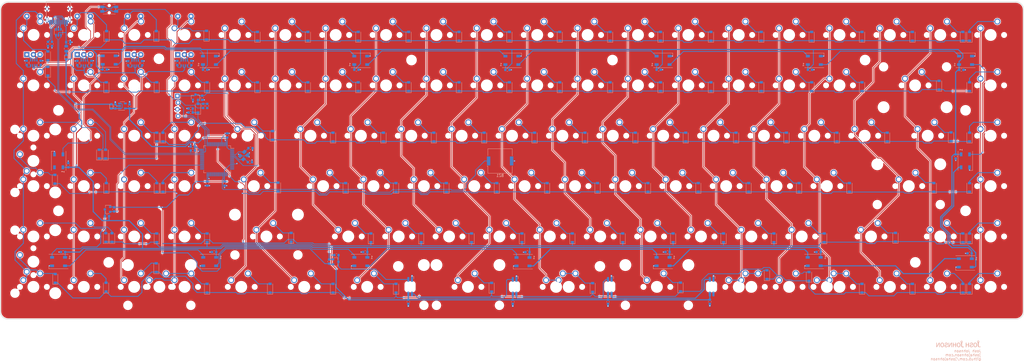
<source format=kicad_pcb>
(kicad_pcb (version 20171130) (host pcbnew 5.1.6-c6e7f7d~86~ubuntu20.04.1)
  (title_block (title Entropy) (date 2020-06-08) (rev 0.1) (company "Josh Johnson"))
  (layers (0 F.Cu signal) (31 B.Cu signal) (34 B.Paste user) (35 F.Paste user) (36 B.SilkS user) (37 F.SilkS user) (38 B.Mask user) (39 F.Mask user) (44 Edge.Cuts user))
  (net 0 "")
  (net 1 "Net-(D_0-Pad2)")
  (net 2 "Net-(D_1-Pad2)")
  (net 3 "Net-(D_2-Pad2)")
  (net 4 "Net-(D_3-Pad2)")
  (net 5 "Net-(D_4-Pad2)")
  (net 6 "Net-(D_5-Pad2)")
  (net 7 "Net-(D_6-Pad2)")
  (net 8 "Net-(D_7-Pad2)")
  (net 9 "Net-(D_8-Pad2)")
  (net 10 "Net-(D_9-Pad2)")
  (net 11 "Net-(D_10-Pad2)")
  (net 12 "Net-(D_11-Pad2)")
  (net 13 "Net-(D_12-Pad2)")
  (net 14 "Net-(D_13-Pad2)")
  (net 15 "Net-(D_14-Pad2)")
  (net 16 "Net-(D_15-Pad2)")
  (net 17 "Net-(D_16-Pad2)")
  (net 18 "Net-(D_17-Pad2)")
  (net 19 "Net-(D_18-Pad2)")
  (net 20 "Net-(D_19-Pad2)")
  (net 21 "Net-(D_20-Pad2)")
  (net 22 "Net-(D_21-Pad2)")
  (net 23 "Net-(D_22-Pad2)")
  (net 24 "Net-(D_23-Pad2)")
  (net 25 "Net-(D_24-Pad2)")
  (net 26 "Net-(D_25-Pad2)")
  (net 27 "Net-(D_26-Pad2)")
  (net 28 "Net-(D_27-Pad2)")
  (net 29 "Net-(D_28-Pad2)")
  (net 30 "Net-(D_29-Pad2)")
  (net 31 "Net-(D_30-Pad2)")
  (net 32 "Net-(D_31-Pad2)")
  (net 33 "Net-(D_32-Pad2)")
  (net 34 "Net-(D_33-Pad2)")
  (net 35 "Net-(D_34-Pad2)")
  (net 36 "Net-(D_35-Pad2)")
  (net 37 "Net-(D_36-Pad2)")
  (net 38 "Net-(D_37-Pad2)")
  (net 39 "Net-(D_38-Pad2)")
  (net 40 "Net-(D_39-Pad2)")
  (net 41 "Net-(D_41-Pad2)")
  (net 42 "Net-(D_42-Pad2)")
  (net 43 "Net-(D_43-Pad2)")
  (net 44 "Net-(D_44-Pad2)")
  (net 45 "Net-(D_45-Pad2)")
  (net 46 "Net-(D_46-Pad2)")
  (net 47 "Net-(D_47-Pad2)")
  (net 48 "Net-(D_48-Pad2)")
  (net 49 "Net-(D_49-Pad2)")
  (net 50 "Net-(D_50-Pad2)")
  (net 51 "Net-(D_51-Pad2)")
  (net 52 "Net-(D_52-Pad2)")
  (net 53 "Net-(D_53-Pad2)")
  (net 54 "Net-(D_54-Pad2)")
  (net 55 "Net-(D_55-Pad2)")
  (net 56 "Net-(D_56-Pad2)")
  (net 57 "Net-(D_57-Pad2)")
  (net 58 "Net-(D_58-Pad2)")
  (net 59 "Net-(D_40-Pad2)")
  (net 60 "Net-(D_60-Pad2)")
  (net 61 "Net-(D_61-Pad2)")
  (net 62 "Net-(D_62-Pad2)")
  (net 63 "Net-(D_63-Pad2)")
  (net 64 "Net-(D_64-Pad2)")
  (net 65 "Net-(D_65-Pad2)")
  (net 66 "Net-(D_66-Pad2)")
  (net 67 "Net-(D_67-Pad2)")
  (net 68 "Net-(D_68-Pad2)")
  (net 69 "Net-(D_69-Pad2)")
  (net 70 "Net-(D_70-Pad2)")
  (net 71 "Net-(D_71-Pad2)")
  (net 72 "Net-(D_72-Pad2)")
  (net 73 "Net-(D_73-Pad2)")
  (net 74 "Net-(D_74-Pad2)")
  (net 75 "Net-(D_75-Pad2)")
  (net 76 "Net-(D_76-Pad2)")
  (net 77 "Net-(D_77-Pad2)")
  (net 78 "Net-(D_79-Pad2)")
  (net 79 "Net-(D_80-Pad2)")
  (net 80 "Net-(D_81-Pad2)")
  (net 81 "Net-(D_82-Pad2)")
  (net 82 "Net-(D_83-Pad2)")
  (net 83 "Net-(D_84-Pad2)")
  (net 84 "Net-(D_85-Pad2)")
  (net 85 "Net-(D_86-Pad2)")
  (net 86 "Net-(D_87-Pad2)")
  (net 87 "Net-(D_88-Pad2)")
  (net 88 "Net-(D_89-Pad2)")
  (net 89 "Net-(D_90-Pad2)")
  (net 90 "Net-(D_91-Pad2)")
  (net 91 "Net-(D_92-Pad2)")
  (net 92 "Net-(D_93-Pad2)")
  (net 93 "Net-(D_94-Pad2)")
  (net 94 "Net-(D_95-Pad2)")
  (net 95 "Net-(D_78-Pad2)")
  (net 96 "Net-(D_97-Pad2)")
  (net 97 "Net-(D_98-Pad2)")
  (net 98 "Net-(D_99-Pad2)")
  (net 99 "Net-(D_100-Pad2)")
  (net 100 "Net-(D_101-Pad2)")
  (net 101 "Net-(D_102-Pad2)")
  (net 102 "Net-(D_103-Pad2)")
  (net 103 "Net-(D_104-Pad2)")
  (net 104 "Net-(D_105-Pad2)")
  (net 105 "Net-(D_106-Pad2)")
  (net 106 "Net-(D_107-Pad2)")
  (net 107 "Net-(D_108-Pad2)")
  (net 108 "Net-(D_110-Pad2)")
  (net 109 "Net-(D_112-Pad2)")
  (net 110 "Net-(D_114-Pad2)")
  (net 111 GND)
  (net 112 +5V)
  (net 113 +3V3)
  (net 114 /nRST)
  (net 115 "Net-(D1-Pad2)")
  (net 116 "Net-(D1-Pad4)")
  (net 117 "Net-(D2-Pad2)")
  (net 118 "Net-(D2-Pad4)")
  (net 119 "Net-(D3-Pad2)")
  (net 120 "Net-(D4-Pad2)")
  (net 121 "Net-(D5-Pad2)")
  (net 122 "Net-(D6-Pad2)")
  (net 123 "Net-(D7-Pad2)")
  (net 124 "Net-(D10-Pad4)")
  (net 125 "Net-(D11-Pad4)")
  (net 126 "Net-(D10-Pad2)")
  (net 127 "Net-(D11-Pad2)")
  (net 128 "Net-(D13-Pad2)")
  (net 129 "Net-(D15-Pad2)")
  (net 130 "Net-(D17-Pad2)")
  (net 131 "Net-(D21-Pad2)")
  (net 132 "Net-(D21-Pad4)")
  (net 133 "Net-(D22-Pad2)")
  (net 134 /row0)
  (net 135 /row1)
  (net 136 /row5)
  (net 137 /row2)
  (net 138 /row3)
  (net 139 /row4)
  (net 140 "Net-(F1-Pad1)")
  (net 141 /USB_D+)
  (net 142 "Net-(J1-PadA5)")
  (net 143 /USB_D-)
  (net 144 "Net-(J1-PadB5)")
  (net 145 /col0)
  (net 146 /col1)
  (net 147 /col2)
  (net 148 /col3)
  (net 149 /col4)
  (net 150 /col5)
  (net 151 /col6)
  (net 152 /col7)
  (net 153 /col8)
  (net 154 /col9)
  (net 155 /col10)
  (net 156 /col11)
  (net 157 /col12)
  (net 158 /col13)
  (net 159 /col14)
  (net 160 /col15)
  (net 161 /col16)
  (net 162 /col17)
  (net 163 /col18)
  (net 164 /underglow)
  (net 165 /status)
  (net 166 /BOOT0)
  (net 167 /SWDCLK)
  (net 168 /SWDIO)
  (net 169 "Net-(D24-Pad2)")
  (net 170 /USB+)
  (net 171 /USB-)
  (net 172 /col19)
  (net 173 /XTAL_0)
  (net 174 /XTAL_1)
  (net 175 /ENC0_B_DB)
  (net 176 /ENC0_A_DB)
  (net 177 /ENC1_A_DB)
  (net 178 /ENC2_A_DB)
  (net 179 /ENC3_A_DB)
  (net 180 /ENC1_B_DB)
  (net 181 /ENC2_B_DB)
  (net 182 /ENC3_B_DB)
  (net 183 "Net-(D23-Pad2)")
  (net 184 /ENC0_A)
  (net 185 /ENC0_B)
  (net 186 /ENC1_A)
  (net 187 /ENC1_B)
  (net 188 /ENC2_A)
  (net 189 /ENC2_B)
  (net 190 /ENC3_A)
  (net 191 /ENC3_B)
  (net 192 "Net-(R10-Pad2)")
  (net 193 "Net-(C1-Pad2)")
  (net 194 "Net-(C40-Pad2)")
  (net 195 /BUZZER)
  (module Buzzer_Beeper:Buzzer_Murata_PKMCS0909E4000-R1 (layer B.Cu) (at 286 147.65)
    (fp_text reference BZ1 (at 0 5.5) (layer B.SilkS) (effects (justify mirror)))
    (fp_text value Buzzer)
    (pad 2 smd rect (at 4.35 0) (size 1.3 3.4) (layers B.Cu B.Paste B.Mask) (net 111 GND))
    (pad 1 smd rect (at -4.35 0) (size 1.3 3.4) (layers B.Cu B.Paste B.Mask) (net 195 /BUZZER))
  )
  (module Capacitor_SMD:C_0603_1608Metric (layer B.Cu) (at 345.95 113.15 180)
    (fp_text reference C22 hide)
    (fp_text value 100n)
    (pad 2 smd roundrect (at 0.7875 0 180) (size 0.875 0.95) (layers B.Cu B.Paste B.Mask) (net 112 +5V))
    (pad 1 smd roundrect (at -0.7875 0 180) (size 0.875 0.95) (layers B.Cu B.Paste B.Mask) (net 111 GND))
  )
  (module Resistor_SMD:R_Array_Convex_4x0603 (layer B.Cu) (at 166.6 110.6 90)
    (fp_text reference RN4 hide)
    (fp_text value 10K)
    (pad 5 smd rect (at 0.9 -1.2 90) (size 0.8 0.5) (layers B.Cu B.Paste B.Mask) (net 190 /ENC3_A))
    (pad 6 smd rect (at 0.9 -0.4 90) (size 0.8 0.4) (layers B.Cu B.Paste B.Mask) (net 190 /ENC3_A))
    (pad 8 smd rect (at 0.9 1.2 90) (size 0.8 0.5) (layers B.Cu B.Paste B.Mask) (net 191 /ENC3_B))
    (pad 7 smd rect (at 0.9 0.4 90) (size 0.8 0.4) (layers B.Cu B.Paste B.Mask) (net 191 /ENC3_B))
    (pad 4 smd rect (at -0.9 -1.2 90) (size 0.8 0.5) (layers B.Cu B.Paste B.Mask) (net 179 /ENC3_A_DB))
    (pad 2 smd rect (at -0.9 0.4 90) (size 0.8 0.4) (layers B.Cu B.Paste B.Mask) (net 113 +3V3))
    (pad 3 smd rect (at -0.9 -0.4 90) (size 0.8 0.4) (layers B.Cu B.Paste B.Mask) (net 113 +3V3))
    (pad 1 smd rect (at -0.9 1.2 90) (size 0.8 0.5) (layers B.Cu B.Paste B.Mask) (net 182 /ENC3_B_DB))
  )
  (module Resistor_SMD:R_Array_Convex_4x0603 (layer B.Cu) (at 148 110.65 90)
    (fp_text reference RN3 hide)
    (fp_text value 10K)
    (pad 5 smd rect (at 0.9 -1.2 90) (size 0.8 0.5) (layers B.Cu B.Paste B.Mask) (net 188 /ENC2_A))
    (pad 6 smd rect (at 0.9 -0.4 90) (size 0.8 0.4) (layers B.Cu B.Paste B.Mask) (net 188 /ENC2_A))
    (pad 8 smd rect (at 0.9 1.2 90) (size 0.8 0.5) (layers B.Cu B.Paste B.Mask) (net 189 /ENC2_B))
    (pad 7 smd rect (at 0.9 0.4 90) (size 0.8 0.4) (layers B.Cu B.Paste B.Mask) (net 189 /ENC2_B))
    (pad 4 smd rect (at -0.9 -1.2 90) (size 0.8 0.5) (layers B.Cu B.Paste B.Mask) (net 178 /ENC2_A_DB))
    (pad 2 smd rect (at -0.9 0.4 90) (size 0.8 0.4) (layers B.Cu B.Paste B.Mask) (net 113 +3V3))
    (pad 3 smd rect (at -0.9 -0.4 90) (size 0.8 0.4) (layers B.Cu B.Paste B.Mask) (net 113 +3V3))
    (pad 1 smd rect (at -0.9 1.2 90) (size 0.8 0.5) (layers B.Cu B.Paste B.Mask) (net 181 /ENC2_B_DB))
  )
  (module Resistor_SMD:R_Array_Convex_4x0603 (layer B.Cu) (at 128.8 110.6 90)
    (fp_text reference RN2 hide)
    (fp_text value 10K)
    (pad 5 smd rect (at 0.9 -1.2 90) (size 0.8 0.5) (layers B.Cu B.Paste B.Mask) (net 186 /ENC1_A))
    (pad 6 smd rect (at 0.9 -0.4 90) (size 0.8 0.4) (layers B.Cu B.Paste B.Mask) (net 186 /ENC1_A))
    (pad 8 smd rect (at 0.9 1.2 90) (size 0.8 0.5) (layers B.Cu B.Paste B.Mask) (net 187 /ENC1_B))
    (pad 7 smd rect (at 0.9 0.4 90) (size 0.8 0.4) (layers B.Cu B.Paste B.Mask) (net 187 /ENC1_B))
    (pad 4 smd rect (at -0.9 -1.2 90) (size 0.8 0.5) (layers B.Cu B.Paste B.Mask) (net 177 /ENC1_A_DB))
    (pad 2 smd rect (at -0.9 0.4 90) (size 0.8 0.4) (layers B.Cu B.Paste B.Mask) (net 113 +3V3))
    (pad 3 smd rect (at -0.9 -0.4 90) (size 0.8 0.4) (layers B.Cu B.Paste B.Mask) (net 113 +3V3))
    (pad 1 smd rect (at -0.9 1.2 90) (size 0.8 0.5) (layers B.Cu B.Paste B.Mask) (net 180 /ENC1_B_DB))
  )
  (module josh-buttons-switches:Panasonic_EVQPUL_EVQPUC (layer B.Cu) (at 138.2 90.25 180)
    (fp_text reference SW1 hide)
    (fp_text value SW_Push)
    (pad "" np_thru_hole circle (at 0 1.375) (size 0.75 0.75) (drill 0.75) (layers *.Cu *.Mask))
    (pad "" np_thru_hole circle (at 0 -1.375) (size 0.75 0.75) (drill 0.75) (layers *.Cu *.Mask))
    (pad 1 smd rect (at 2.625 0.85) (size 1.55 1) (layers B.Cu B.Paste B.Mask) (net 113 +3V3))
    (pad 1 smd rect (at -2.625 0.85) (size 1.55 1) (layers B.Cu B.Paste B.Mask) (net 113 +3V3))
    (pad 2 smd rect (at -2.625 -0.85) (size 1.55 1) (layers B.Cu B.Paste B.Mask) (net 192 "Net-(R10-Pad2)"))
    (pad 2 smd rect (at 2.625 -0.85) (size 1.55 1) (layers B.Cu B.Paste B.Mask) (net 192 "Net-(R10-Pad2)"))
  )
  (module Resistor_SMD:R_0603_1608Metric (layer B.Cu) (at 173.7 126.8375 270)
    (fp_text reference R10 hide)
    (fp_text value 1K5)
    (pad 2 smd roundrect (at 0.7875 0 270) (size 0.875 0.95) (layers B.Cu B.Paste B.Mask) (net 192 "Net-(R10-Pad2)"))
    (pad 1 smd roundrect (at -0.7875 0 270) (size 0.875 0.95) (layers B.Cu B.Paste B.Mask) (net 169 "Net-(D24-Pad2)"))
  )
  (module Capacitor_SMD:C_0603_1608Metric (layer B.Cu) (at 122.6875 102.75 180)
    (fp_text reference C40 hide)
    (fp_text value 10u)
    (pad 2 smd roundrect (at 0.7875 0 180) (size 0.875 0.95) (layers B.Cu B.Paste B.Mask) (net 194 "Net-(C40-Pad2)"))
    (pad 1 smd roundrect (at -0.7875 0 180) (size 0.875 0.95) (layers B.Cu B.Paste B.Mask) (net 111 GND))
  )
  (module Diode_SMD:D_SOD-123 (layer B.Cu) (at 117.65 154.55 90)
    (fp_text reference D_40 hide)
    (fp_text value D)
    (pad 2 smd rect (at 1.65 0 90) (size 0.9 1.2) (layers B.Cu B.Paste B.Mask) (net 59 "Net-(D_40-Pad2)"))
    (pad 1 smd rect (at -1.65 0 90) (size 0.9 1.2) (layers B.Cu B.Paste B.Mask) (net 138 /row3))
  )
  (module Diode_SMD:D_SOD-123 (layer B.Cu) (at 402.8 191.3 90)
    (fp_text reference D_114 hide)
    (fp_text value D)
    (pad 2 smd rect (at 1.65 0 90) (size 0.9 1.2) (layers B.Cu B.Paste B.Mask) (net 110 "Net-(D_114-Pad2)"))
    (pad 1 smd rect (at -1.65 0 90) (size 0.9 1.2) (layers B.Cu B.Paste B.Mask) (net 136 /row5))
  )
  (module MountingHole:MountingHole_3.5mm (layer F.Cu) (at 247.5 187.5)
    (fp_text reference H7 hide)
    (fp_text value "3.5mm ID")
    (pad 1 np_thru_hole circle (at 0 0) (size 3.5 3.5) (drill 3.5) (layers *.Cu *.Mask))
  )
  (module MountingHole:MountingHole_3.5mm (layer F.Cu) (at 328.5 109.5)
    (fp_text reference H12 hide)
    (fp_text value "3.5mm ID")
    (pad 1 np_thru_hole circle (at 0 0) (size 3.5 3.5) (drill 3.5) (layers *.Cu *.Mask))
  )
  (module MountingHole:MountingHole_3.5mm (layer F.Cu) (at 424 109.5)
    (fp_text reference H11 hide)
    (fp_text value "3.5mm ID")
    (pad 1 np_thru_hole circle (at 0 0) (size 3.5 3.5) (drill 3.5) (layers *.Cu *.Mask))
  )
  (module MountingHole:MountingHole_3.5mm (layer F.Cu) (at 138 186)
    (fp_text reference H10 hide)
    (fp_text value "3.5mm ID")
    (pad 1 np_thru_hole circle (at 0 0) (size 3.5 3.5) (drill 3.5) (layers *.Cu *.Mask))
  )
  (module MountingHole:MountingHole_3.5mm (layer F.Cu) (at 157 109)
    (fp_text reference H9 hide)
    (fp_text value "3.5mm ID")
    (pad 1 np_thru_hole circle (at 0 0) (size 3.5 3.5) (drill 3.5) (layers *.Cu *.Mask))
  )
  (module MountingHole:MountingHole_3.5mm (layer F.Cu) (at 443 186)
    (fp_text reference H8 hide)
    (fp_text value "3.5mm ID")
    (pad 1 np_thru_hole circle (at 0 0) (size 3.5 3.5) (drill 3.5) (layers *.Cu *.Mask))
  )
  (module MountingHole:MountingHole_3.5mm (layer F.Cu) (at 252.5 109.5)
    (fp_text reference H6 hide)
    (fp_text value "3.5mm ID")
    (pad 1 np_thru_hole circle (at 0 0) (size 3.5 3.5) (drill 3.5) (layers *.Cu *.Mask))
  )
  (module MountingHole:MountingHole_3.5mm (layer F.Cu) (at 323.75 187.5)
    (fp_text reference H5 hide)
    (fp_text value "3.5mm ID")
    (pad 1 np_thru_hole circle (at 0 0) (size 3.5 3.5) (drill 3.5) (layers *.Cu *.Mask))
  )
  (module MountingHole:MountingHole_3.5mm (layer F.Cu) (at 462 128.5 90)
    (fp_text reference H4 hide)
    (fp_text value "3.5mm ID")
    (pad 1 np_thru_hole circle (at 0 0 90) (size 3.5 3.5) (drill 3.5) (layers *.Cu *.Mask))
  )
  (module MountingHole:MountingHole_3.5mm (layer F.Cu) (at 462 166.5 90)
    (fp_text reference H3 hide)
    (fp_text value "3.5mm ID")
    (pad 1 np_thru_hole circle (at 0 0 90) (size 3.5 3.5) (drill 3.5) (layers *.Cu *.Mask))
  )
  (module MountingHole:MountingHole_3.5mm (layer F.Cu) (at 119 128.5 90)
    (fp_text reference H2 hide)
    (fp_text value "3.5mm ID")
    (pad 1 np_thru_hole circle (at 0 0 90) (size 3.5 3.5) (drill 3.5) (layers *.Cu *.Mask))
  )
  (module MountingHole:MountingHole_3.5mm (layer F.Cu) (at 119 166.5 90)
    (fp_text reference H1 hide)
    (fp_text value "3.5mm ID")
    (pad 1 np_thru_hole circle (at 0 0 90) (size 3.5 3.5) (drill 3.5) (layers *.Cu *.Mask))
  )
  (module josh-keyboard:MX_KEYSWITCH_ENCODER (layer F.Cu) (at 109.5375 100.0125)
    (fp_text reference K_0 hide)
    (fp_text value Encoder_MX)
    (pad "" np_thru_hole circle (at 5.14 -0.02) (size 1.7 1.7) (drill 1.7) (layers *.Cu *.Mask))
    (pad "" np_thru_hole circle (at -5.02 -0.02) (size 1.7 1.7) (drill 1.7) (layers *.Cu *.Mask))
    (pad "" np_thru_hole circle (at 0.06 -0.02) (size 4 4) (drill 4) (layers *.Cu *.Mask))
    (pad S2 thru_hole circle (at -3.75 -2.56) (size 2.2 2.2) (drill 1.5) (layers *.Cu *.Mask) (net 1 "Net-(D_0-Pad2)"))
    (pad S1 thru_hole circle (at 2.6 -5.1) (size 2.2 2.2) (drill 1.5) (layers *.Cu *.Mask) (net 145 /col0))
    (pad A thru_hole rect (at -2.5 7.4 90) (size 2 2) (drill 1) (layers *.Cu *.Mask) (net 184 /ENC0_A))
    (pad C thru_hole circle (at 0 7.4 90) (size 2 2) (drill 1) (layers *.Cu *.Mask) (net 111 GND))
    (pad B thru_hole circle (at 2.5 7.4 90) (size 2 2) (drill 1) (layers *.Cu *.Mask) (net 185 /ENC0_B))
    (pad S2 thru_hole circle (at -2.5 -7.1 90) (size 2 2) (drill 1) (layers *.Cu *.Mask) (net 1 "Net-(D_0-Pad2)"))
    (pad S1 thru_hole circle (at 2.5 -7.1 90) (size 2 2) (drill 1) (layers *.Cu *.Mask) (net 145 /col0))
  )
  (module josh-keyboard:MX_KEYSWITCH_ENCODER (layer F.Cu) (at 128.5875 100.0125)
    (fp_text reference K_1 hide)
    (fp_text value Encoder_MX)
    (pad "" np_thru_hole circle (at 5.14 -0.02) (size 1.7 1.7) (drill 1.7) (layers *.Cu *.Mask))
    (pad "" np_thru_hole circle (at -5.02 -0.02) (size 1.7 1.7) (drill 1.7) (layers *.Cu *.Mask))
    (pad "" np_thru_hole circle (at 0.06 -0.02) (size 4 4) (drill 4) (layers *.Cu *.Mask))
    (pad S2 thru_hole circle (at -3.75 -2.56) (size 2.2 2.2) (drill 1.5) (layers *.Cu *.Mask) (net 2 "Net-(D_1-Pad2)"))
    (pad S1 thru_hole circle (at 2.6 -5.1) (size 2.2 2.2) (drill 1.5) (layers *.Cu *.Mask) (net 146 /col1))
    (pad A thru_hole rect (at -2.5 7.4 90) (size 2 2) (drill 1) (layers *.Cu *.Mask) (net 186 /ENC1_A))
    (pad C thru_hole circle (at 0 7.4 90) (size 2 2) (drill 1) (layers *.Cu *.Mask) (net 111 GND))
    (pad B thru_hole circle (at 2.5 7.4 90) (size 2 2) (drill 1) (layers *.Cu *.Mask) (net 187 /ENC1_B))
    (pad S2 thru_hole circle (at -2.5 -7.1 90) (size 2 2) (drill 1) (layers *.Cu *.Mask) (net 2 "Net-(D_1-Pad2)"))
    (pad S1 thru_hole circle (at 2.5 -7.1 90) (size 2 2) (drill 1) (layers *.Cu *.Mask) (net 146 /col1))
  )
  (module josh-passives-smt:Ferrite_Bead_0603 (layer B.Cu) (at 139 127 90)
    (fp_text reference FB2 hide)
    (fp_text value 600R hide)
    (pad 2 smd rect (at 0.8 0 90) (size 0.85 1) (layers B.Cu B.Paste B.Mask) (net 112 +5V))
    (pad 1 smd rect (at -0.8 0 90) (size 0.85 1) (layers B.Cu B.Paste B.Mask) (net 193 "Net-(C1-Pad2)"))
  )
  (module josh-led:SK8612-MINI-E (layer F.Cu) (at 366 195.25 90)
    (fp_text reference D25 hide)
    (fp_text value SK6812-MINI-E)
    (fp_line (start 1 -1.9) (end -0.9 -1.9) (layer Edge.Cuts) (width 0.05))
    (fp_line (start 1.9 0.9) (end 1.9 -1) (layer Edge.Cuts) (width 0.05))
    (fp_line (start -0.9 1.8) (end 1 1.8) (layer Edge.Cuts) (width 0.05))
    (fp_line (start -1.8 -1) (end -1.8 0.9) (layer Edge.Cuts) (width 0.05))
    (fp_arc (start 1 -1) (end 1.9 -1) (angle -90) (layer Edge.Cuts) (width 0.05))
    (fp_arc (start -0.9 -1) (end -0.9 -1.9) (angle -90) (layer Edge.Cuts) (width 0.05))
    (fp_arc (start -0.9 0.9) (end -1.8 0.9) (angle -90) (layer Edge.Cuts) (width 0.05))
    (fp_arc (start 1 0.9) (end 1 1.8) (angle -90) (layer Edge.Cuts) (width 0.05))
    (pad 2 smd roundrect (at -2.7 0.66 90) (size 1.8 0.82) (layers B.Cu B.Paste B.Mask))
    (pad 3 smd rect (at 2.8 0.66 90) (size 1.8 0.82) (layers B.Cu B.Paste B.Mask) (net 111 GND))
    (pad 4 smd roundrect (at 2.8 -0.7 90) (size 1.8 0.82) (layers B.Cu B.Paste B.Mask) (net 183 "Net-(D23-Pad2)"))
    (pad 1 smd roundrect (at -2.7 -0.7 90) (size 1.8 0.82) (layers B.Cu B.Paste B.Mask) (net 112 +5V))
  )
  (module Capacitor_SMD:C_0603_1608Metric (layer B.Cu) (at 288.75 113.2 180)
    (fp_text reference C39 hide)
    (fp_text value 100n)
    (pad 2 smd roundrect (at 0.7875 0 180) (size 0.875 0.95) (layers B.Cu B.Paste B.Mask) (net 112 +5V))
    (pad 1 smd roundrect (at -0.7875 0 180) (size 0.875 0.95) (layers B.Cu B.Paste B.Mask) (net 111 GND))
  )
  (module Capacitor_SMD:C_0603_1608Metric (layer B.Cu) (at 458.3 145.9375 90)
    (fp_text reference C38 hide)
    (fp_text value 100n)
    (pad 2 smd roundrect (at 0.7875 0 90) (size 0.875 0.95) (layers B.Cu B.Paste B.Mask) (net 112 +5V))
    (pad 1 smd roundrect (at -0.7875 0 90) (size 0.875 0.95) (layers B.Cu B.Paste B.Mask) (net 111 GND))
  )
  (module Capacitor_SMD:C_0603_1608Metric (layer B.Cu) (at 174.4375 113.15 180)
    (fp_text reference C37 hide)
    (fp_text value 100n)
    (pad 2 smd roundrect (at 0.7875 0 180) (size 0.875 0.95) (layers B.Cu B.Paste B.Mask) (net 112 +5V))
    (pad 1 smd roundrect (at -0.7875 0 180) (size 0.875 0.95) (layers B.Cu B.Paste B.Mask) (net 111 GND))
  )
  (module Capacitor_SMD:C_0603_1608Metric (layer B.Cu) (at 463.55 182.6)
    (fp_text reference C36 hide)
    (fp_text value 100n)
    (pad 2 smd roundrect (at 0.7875 0) (size 0.875 0.95) (layers B.Cu B.Paste B.Mask) (net 112 +5V))
    (pad 1 smd roundrect (at -0.7875 0) (size 0.875 0.95) (layers B.Cu B.Paste B.Mask) (net 111 GND))
  )
  (module Capacitor_SMD:C_0603_1608Metric (layer B.Cu) (at 136.5 113.05 180)
    (fp_text reference C35 hide)
    (fp_text value 100n)
    (pad 2 smd roundrect (at 0.7875 0 180) (size 0.875 0.95) (layers B.Cu B.Paste B.Mask) (net 112 +5V))
    (pad 1 smd roundrect (at -0.7875 0 180) (size 0.875 0.95) (layers B.Cu B.Paste B.Mask) (net 111 GND))
  )
  (module Capacitor_SMD:C_0603_1608Metric (layer B.Cu) (at 406.45 182.1)
    (fp_text reference C34 hide)
    (fp_text value 100n)
    (pad 2 smd roundrect (at 0.7875 0) (size 0.875 0.95) (layers B.Cu B.Paste B.Mask) (net 112 +5V))
    (pad 1 smd roundrect (at -0.7875 0) (size 0.875 0.95) (layers B.Cu B.Paste B.Mask) (net 111 GND))
  )
  (module Capacitor_SMD:C_0603_1608Metric (layer B.Cu) (at 122.7 149.25 270)
    (fp_text reference C33 hide)
    (fp_text value 100n)
    (pad 2 smd roundrect (at 0.7875 0 270) (size 0.875 0.95) (layers B.Cu B.Paste B.Mask) (net 112 +5V))
    (pad 1 smd roundrect (at -0.7875 0 270) (size 0.875 0.95) (layers B.Cu B.Paste B.Mask) (net 111 GND))
  )
  (module Capacitor_SMD:C_0603_1608Metric (layer B.Cu) (at 177.8625 182.1)
    (fp_text reference C32 hide)
    (fp_text value 100n)
    (pad 2 smd roundrect (at 0.7875 0) (size 0.875 0.95) (layers B.Cu B.Paste B.Mask) (net 112 +5V))
    (pad 1 smd roundrect (at -0.7875 0) (size 0.875 0.95) (layers B.Cu B.Paste B.Mask) (net 111 GND))
  )
  (module Capacitor_SMD:C_0603_1608Metric (layer B.Cu) (at 403.1625 113.15 180)
    (fp_text reference C30 hide)
    (fp_text value 100n)
    (pad 2 smd roundrect (at 0.7875 0 180) (size 0.875 0.95) (layers B.Cu B.Paste B.Mask) (net 112 +5V))
    (pad 1 smd roundrect (at -0.7875 0 180) (size 0.875 0.95) (layers B.Cu B.Paste B.Mask) (net 111 GND))
  )
  (module Capacitor_SMD:C_0603_1608Metric (layer B.Cu) (at 296.35 182.15)
    (fp_text reference C29 hide)
    (fp_text value 100n)
    (pad 2 smd roundrect (at 0.7875 0) (size 0.875 0.95) (layers B.Cu B.Paste B.Mask) (net 112 +5V))
    (pad 1 smd roundrect (at -0.7875 0) (size 0.875 0.95) (layers B.Cu B.Paste B.Mask) (net 111 GND))
  )
  (module Capacitor_SMD:C_0603_1608Metric (layer B.Cu) (at 235 182.1)
    (fp_text reference C28 hide)
    (fp_text value 100n)
    (pad 2 smd roundrect (at 0.7875 0) (size 0.875 0.95) (layers B.Cu B.Paste B.Mask) (net 112 +5V))
    (pad 1 smd roundrect (at -0.7875 0) (size 0.875 0.95) (layers B.Cu B.Paste B.Mask) (net 111 GND))
  )
  (module Capacitor_SMD:C_0603_1608Metric (layer B.Cu) (at 231.65 113.15 180)
    (fp_text reference C27 hide)
    (fp_text value 100n)
    (pad 2 smd roundrect (at 0.7875 0 180) (size 0.875 0.95) (layers B.Cu B.Paste B.Mask) (net 112 +5V))
    (pad 1 smd roundrect (at -0.7875 0 180) (size 0.875 0.95) (layers B.Cu B.Paste B.Mask) (net 111 GND))
  )
  (module Capacitor_SMD:C_0603_1608Metric (layer B.Cu) (at 349.3125 182.1)
    (fp_text reference C25 hide)
    (fp_text value 100n)
    (pad 2 smd roundrect (at 0.7875 0) (size 0.875 0.95) (layers B.Cu B.Paste B.Mask) (net 112 +5V))
    (pad 1 smd roundrect (at -0.7875 0) (size 0.875 0.95) (layers B.Cu B.Paste B.Mask) (net 111 GND))
  )
  (module Capacitor_SMD:C_0603_1608Metric (layer B.Cu) (at 460.3875 113.2 180)
    (fp_text reference C24 hide)
    (fp_text value 100n)
    (pad 2 smd roundrect (at 0.7875 0 180) (size 0.875 0.95) (layers B.Cu B.Paste B.Mask) (net 112 +5V))
    (pad 1 smd roundrect (at -0.7875 0 180) (size 0.875 0.95) (layers B.Cu B.Paste B.Mask) (net 111 GND))
  )
  (module Capacitor_SMD:C_0603_1608Metric (layer B.Cu) (at 365.3 200.9 90)
    (fp_text reference C23 hide)
    (fp_text value 100n)
    (pad 2 smd roundrect (at 0.7875 0 90) (size 0.875 0.95) (layers B.Cu B.Paste B.Mask) (net 112 +5V))
    (pad 1 smd roundrect (at -0.7875 0 90) (size 0.875 0.95) (layers B.Cu B.Paste B.Mask) (net 111 GND))
  )
  (module Capacitor_SMD:C_0603_1608Metric (layer B.Cu) (at 326.8 200.9 90)
    (fp_text reference C21 hide)
    (fp_text value 100n)
    (pad 2 smd roundrect (at 0.7875 0 90) (size 0.875 0.95) (layers B.Cu B.Paste B.Mask) (net 112 +5V))
    (pad 1 smd roundrect (at -0.7875 0 90) (size 0.875 0.95) (layers B.Cu B.Paste B.Mask) (net 111 GND))
  )
  (module Capacitor_SMD:C_0603_1608Metric (layer B.Cu) (at 251.3 200.9 90)
    (fp_text reference C20 hide)
    (fp_text value 100n)
    (pad 2 smd roundrect (at 0.7875 0 90) (size 0.875 0.95) (layers B.Cu B.Paste B.Mask) (net 112 +5V))
    (pad 1 smd roundrect (at -0.7875 0 90) (size 0.875 0.95) (layers B.Cu B.Paste B.Mask) (net 111 GND))
  )
  (module Capacitor_SMD:C_0603_1608Metric (layer B.Cu) (at 290.8 200.9 90)
    (fp_text reference C19 hide)
    (fp_text value 100n)
    (pad 2 smd roundrect (at 0.7875 0 90) (size 0.875 0.95) (layers B.Cu B.Paste B.Mask) (net 112 +5V))
    (pad 1 smd roundrect (at -0.7875 0 90) (size 0.875 0.95) (layers B.Cu B.Paste B.Mask) (net 111 GND))
  )
  (module Capacitor_SMD:C_0603_1608Metric (layer B.Cu) (at 120.75 182.1)
    (fp_text reference C18 hide)
    (fp_text value 100n)
    (pad 2 smd roundrect (at 0.7875 0) (size 0.875 0.95) (layers B.Cu B.Paste B.Mask) (net 112 +5V))
    (pad 1 smd roundrect (at -0.7875 0) (size 0.875 0.95) (layers B.Cu B.Paste B.Mask) (net 111 GND))
  )
  (module josh-oscillators:Crystal_SMD_3225-4Pin_3.2x2.5mm (layer B.Cu) (at 189.1 145.6 45)
    (fp_text reference Y1 hide)
    (fp_text value 8MHz)
    (pad 4 smd rect (at -1.1 0.85 45) (size 1.4 1.2) (layers B.Cu B.Paste B.Mask) (net 174 /XTAL_1))
    (pad 3 smd rect (at 1.1 0.85 45) (size 1.4 1.2) (layers B.Cu B.Paste B.Mask) (net 111 GND))
    (pad 2 smd rect (at 1.1 -0.85 45) (size 1.4 1.2) (layers B.Cu B.Paste B.Mask) (net 173 /XTAL_0))
    (pad 1 smd rect (at -1.1 -0.85 45) (size 1.4 1.2) (layers B.Cu B.Paste B.Mask) (net 111 GND))
  )
  (module Resistor_SMD:R_Array_Convex_4x0603 (layer B.Cu) (at 109.65 110.55 90)
    (fp_text reference RN1 hide)
    (fp_text value 10K)
    (pad 5 smd rect (at 0.9 -1.2 90) (size 0.8 0.5) (layers B.Cu B.Paste B.Mask) (net 184 /ENC0_A))
    (pad 6 smd rect (at 0.9 -0.4 90) (size 0.8 0.4) (layers B.Cu B.Paste B.Mask) (net 184 /ENC0_A))
    (pad 8 smd rect (at 0.9 1.2 90) (size 0.8 0.5) (layers B.Cu B.Paste B.Mask) (net 185 /ENC0_B))
    (pad 7 smd rect (at 0.9 0.4 90) (size 0.8 0.4) (layers B.Cu B.Paste B.Mask) (net 185 /ENC0_B))
    (pad 4 smd rect (at -0.9 -1.2 90) (size 0.8 0.5) (layers B.Cu B.Paste B.Mask) (net 176 /ENC0_A_DB))
    (pad 2 smd rect (at -0.9 0.4 90) (size 0.8 0.4) (layers B.Cu B.Paste B.Mask) (net 113 +3V3))
    (pad 3 smd rect (at -0.9 -0.4 90) (size 0.8 0.4) (layers B.Cu B.Paste B.Mask) (net 113 +3V3))
    (pad 1 smd rect (at -0.9 1.2 90) (size 0.8 0.5) (layers B.Cu B.Paste B.Mask) (net 175 /ENC0_B_DB))
  )
  (module Resistor_SMD:R_0603_1608Metric (layer B.Cu) (at 169.8125 143.7 180)
    (fp_text reference R9 hide)
    (fp_text value 1K5)
    (pad 2 smd roundrect (at 0.7875 0 180) (size 0.875 0.95) (layers B.Cu B.Paste B.Mask) (net 141 /USB_D+))
    (pad 1 smd roundrect (at -0.7875 0 180) (size 0.875 0.95) (layers B.Cu B.Paste B.Mask) (net 113 +3V3))
  )
  (module Capacitor_SMD:C_0603_1608Metric (layer B.Cu) (at 181.8 156.2 90)
    (fp_text reference C17 hide)
    (fp_text value 100n)
    (pad 2 smd roundrect (at 0.7875 0 90) (size 0.875 0.95) (layers B.Cu B.Paste B.Mask) (net 113 +3V3))
    (pad 1 smd roundrect (at -0.7875 0 90) (size 0.875 0.95) (layers B.Cu B.Paste B.Mask) (net 111 GND))
  )
  (module Capacitor_SMD:C_0603_1608Metric (layer B.Cu) (at 175.3 156.2 90)
    (fp_text reference C16 hide)
    (fp_text value 100n)
    (pad 2 smd roundrect (at 0.7875 0 90) (size 0.875 0.95) (layers B.Cu B.Paste B.Mask) (net 113 +3V3))
    (pad 1 smd roundrect (at -0.7875 0 90) (size 0.875 0.95) (layers B.Cu B.Paste B.Mask) (net 111 GND))
  )
  (module Capacitor_SMD:C_0603_1608Metric (layer B.Cu) (at 169.7875 142.2)
    (fp_text reference C15 hide)
    (fp_text value 100n)
    (pad 2 smd roundrect (at 0.7875 0) (size 0.875 0.95) (layers B.Cu B.Paste B.Mask) (net 113 +3V3))
    (pad 1 smd roundrect (at -0.7875 0) (size 0.875 0.95) (layers B.Cu B.Paste B.Mask) (net 111 GND))
  )
  (module Capacitor_SMD:C_0603_1608Metric (layer B.Cu) (at 182.8 138 270)
    (fp_text reference C14 hide)
    (fp_text value 100n)
    (pad 2 smd roundrect (at 0.7875 0 270) (size 0.875 0.95) (layers B.Cu B.Paste B.Mask) (net 113 +3V3))
    (pad 1 smd roundrect (at -0.7875 0 270) (size 0.875 0.95) (layers B.Cu B.Paste B.Mask) (net 111 GND))
  )
  (module Capacitor_SMD:C_0603_1608Metric (layer B.Cu) (at 169.25 110.6 90)
    (fp_text reference C13 hide)
    (fp_text value 100n)
    (pad 2 smd roundrect (at 0.7875 0 90) (size 0.875 0.95) (layers B.Cu B.Paste B.Mask) (net 111 GND))
    (pad 1 smd roundrect (at -0.7875 0 90) (size 0.875 0.95) (layers B.Cu B.Paste B.Mask) (net 182 /ENC3_B_DB))
  )
  (module Capacitor_SMD:C_0603_1608Metric (layer B.Cu) (at 150.65 110.65 90)
    (fp_text reference C12 hide)
    (fp_text value 100n)
    (pad 2 smd roundrect (at 0.7875 0 90) (size 0.875 0.95) (layers B.Cu B.Paste B.Mask) (net 111 GND))
    (pad 1 smd roundrect (at -0.7875 0 90) (size 0.875 0.95) (layers B.Cu B.Paste B.Mask) (net 181 /ENC2_B_DB))
  )
  (module Capacitor_SMD:C_0603_1608Metric (layer B.Cu) (at 131.45 110.5625 90)
    (fp_text reference C11 hide)
    (fp_text value 100n)
    (pad 2 smd roundrect (at 0.7875 0 90) (size 0.875 0.95) (layers B.Cu B.Paste B.Mask) (net 111 GND))
    (pad 1 smd roundrect (at -0.7875 0 90) (size 0.875 0.95) (layers B.Cu B.Paste B.Mask) (net 180 /ENC1_B_DB))
  )
  (module Capacitor_SMD:C_0603_1608Metric (layer B.Cu) (at 163.95 110.6 90)
    (fp_text reference C10 hide)
    (fp_text value 100n)
    (pad 2 smd roundrect (at 0.7875 0 90) (size 0.875 0.95) (layers B.Cu B.Paste B.Mask) (net 111 GND))
    (pad 1 smd roundrect (at -0.7875 0 90) (size 0.875 0.95) (layers B.Cu B.Paste B.Mask) (net 179 /ENC3_A_DB))
  )
  (module Capacitor_SMD:C_0603_1608Metric (layer B.Cu) (at 145.35 110.6625 90)
    (fp_text reference C9 hide)
    (fp_text value 100n)
    (pad 2 smd roundrect (at 0.7875 0 90) (size 0.875 0.95) (layers B.Cu B.Paste B.Mask) (net 111 GND))
    (pad 1 smd roundrect (at -0.7875 0 90) (size 0.875 0.95) (layers B.Cu B.Paste B.Mask) (net 178 /ENC2_A_DB))
  )
  (module Capacitor_SMD:C_0603_1608Metric (layer B.Cu) (at 126.15 110.6 90)
    (fp_text reference C8 hide)
    (fp_text value 100n)
    (pad 2 smd roundrect (at 0.7875 0 90) (size 0.875 0.95) (layers B.Cu B.Paste B.Mask) (net 111 GND))
    (pad 1 smd roundrect (at -0.7875 0 90) (size 0.875 0.95) (layers B.Cu B.Paste B.Mask) (net 177 /ENC1_A_DB))
  )
  (module Capacitor_SMD:C_0603_1608Metric (layer B.Cu) (at 107 110.55 90)
    (fp_text reference C7 hide)
    (fp_text value 100n)
    (pad 2 smd roundrect (at 0.7875 0 90) (size 0.875 0.95) (layers B.Cu B.Paste B.Mask) (net 111 GND))
    (pad 1 smd roundrect (at -0.7875 0 90) (size 0.875 0.95) (layers B.Cu B.Paste B.Mask) (net 176 /ENC0_A_DB))
  )
  (module Capacitor_SMD:C_0603_1608Metric (layer B.Cu) (at 112.3 110.55 90)
    (fp_text reference C6 hide)
    (fp_text value 100n)
    (pad 2 smd roundrect (at 0.7875 0 90) (size 0.875 0.95) (layers B.Cu B.Paste B.Mask) (net 111 GND))
    (pad 1 smd roundrect (at -0.7875 0 90) (size 0.875 0.95) (layers B.Cu B.Paste B.Mask) (net 175 /ENC0_B_DB))
  )
  (module Capacitor_SMD:C_0603_1608Metric (layer B.Cu) (at 191.4 148.1)
    (fp_text reference C5 hide)
    (fp_text value 22P)
    (pad 2 smd roundrect (at 0.7875 0) (size 0.875 0.95) (layers B.Cu B.Paste B.Mask) (net 111 GND))
    (pad 1 smd roundrect (at -0.7875 0) (size 0.875 0.95) (layers B.Cu B.Paste B.Mask) (net 174 /XTAL_1))
  )
  (module Capacitor_SMD:C_0603_1608Metric (layer B.Cu) (at 191.6125 142.8)
    (fp_text reference C4 hide)
    (fp_text value 22P)
    (pad 2 smd roundrect (at 0.7875 0) (size 0.875 0.95) (layers B.Cu B.Paste B.Mask) (net 111 GND))
    (pad 1 smd roundrect (at -0.7875 0) (size 0.875 0.95) (layers B.Cu B.Paste B.Mask) (net 173 /XTAL_0))
  )
  (module josh-keyboard:MXOnly-1.75U-NoLED (layer F.Cu) (at 426.24375 176.2125)
    (fp_text reference K_93 hide)
    (fp_text value KEYSW)
    (pad 2 thru_hole circle (at 2.54 -5.08) (size 2.25 2.25) (drill 1.47) (layers *.Cu *.Mask) (net 92 "Net-(D_93-Pad2)"))
    (pad "" np_thru_hole circle (at 0 0) (size 3.9878 3.9878) (drill 3.9878) (layers *.Cu *.Mask))
    (pad 1 thru_hole circle (at -3.81 -2.54) (size 2.25 2.25) (drill 1.47) (layers *.Cu *.Mask) (net 162 /col17))
    (pad "" np_thru_hole circle (at -5.08 0 48.0996) (size 1.75 1.75) (drill 1.75) (layers *.Cu *.Mask))
    (pad "" np_thru_hole circle (at 5.08 0 48.0996) (size 1.75 1.75) (drill 1.75) (layers *.Cu *.Mask))
  )
  (module josh-keyboard:MXOnly-1.75U-NoLED (layer F.Cu) (at 192.88125 157.1625)
    (fp_text reference K_63 hide)
    (fp_text value KEYSW)
    (pad 2 thru_hole circle (at 2.54 -5.08) (size 2.25 2.25) (drill 1.47) (layers *.Cu *.Mask) (net 63 "Net-(D_63-Pad2)"))
    (pad "" np_thru_hole circle (at 0 0) (size 3.9878 3.9878) (drill 3.9878) (layers *.Cu *.Mask))
    (pad 1 thru_hole circle (at -3.81 -2.54) (size 2.25 2.25) (drill 1.47) (layers *.Cu *.Mask) (net 149 /col4))
    (pad "" np_thru_hole circle (at -5.08 0 48.0996) (size 1.75 1.75) (drill 1.75) (layers *.Cu *.Mask))
    (pad "" np_thru_hole circle (at 5.08 0 48.0996) (size 1.75 1.75) (drill 1.75) (layers *.Cu *.Mask))
  )
  (module josh-keyboard:MXOnly-1.25U-NoLED (layer F.Cu) (at 311.94375 195.2625)
    (fp_text reference K_111 hide)
    (fp_text value KEYSW)
    (pad 2 thru_hole circle (at 2.54 -5.08) (size 2.25 2.25) (drill 1.47) (layers *.Cu *.Mask) (net 101 "Net-(D_102-Pad2)"))
    (pad "" np_thru_hole circle (at 0 0) (size 3.9878 3.9878) (drill 3.9878) (layers *.Cu *.Mask))
    (pad 1 thru_hole circle (at -3.81 -2.54) (size 2.25 2.25) (drill 1.47) (layers *.Cu *.Mask) (net 155 /col10))
    (pad "" np_thru_hole circle (at -5.08 0 48.0996) (size 1.75 1.75) (drill 1.75) (layers *.Cu *.Mask))
    (pad "" np_thru_hole circle (at 5.08 0 48.0996) (size 1.75 1.75) (drill 1.75) (layers *.Cu *.Mask))
  )
  (module josh-keyboard:MXOnly-1.25U-NoLED (layer F.Cu) (at 235.74375 195.2625)
    (fp_text reference K_101 hide)
    (fp_text value KEYSW)
    (pad 2 thru_hole circle (at 2.54 -5.08) (size 2.25 2.25) (drill 1.47) (layers *.Cu *.Mask) (net 100 "Net-(D_101-Pad2)"))
    (pad "" np_thru_hole circle (at 0 0) (size 3.9878 3.9878) (drill 3.9878) (layers *.Cu *.Mask))
    (pad 1 thru_hole circle (at -3.81 -2.54) (size 2.25 2.25) (drill 1.47) (layers *.Cu *.Mask) (net 152 /col7))
    (pad "" np_thru_hole circle (at -5.08 0 48.0996) (size 1.75 1.75) (drill 1.75) (layers *.Cu *.Mask))
    (pad "" np_thru_hole circle (at 5.08 0 48.0996) (size 1.75 1.75) (drill 1.75) (layers *.Cu *.Mask))
  )
  (module josh-keyboard:MXOnly-1.25U-NoLED (layer F.Cu) (at 211.93125 195.2625)
    (fp_text reference K_100 hide)
    (fp_text value KEYSW)
    (pad 2 thru_hole circle (at 2.54 -5.08) (size 2.25 2.25) (drill 1.47) (layers *.Cu *.Mask) (net 99 "Net-(D_100-Pad2)"))
    (pad "" np_thru_hole circle (at 0 0) (size 3.9878 3.9878) (drill 3.9878) (layers *.Cu *.Mask))
    (pad 1 thru_hole circle (at -3.81 -2.54) (size 2.25 2.25) (drill 1.47) (layers *.Cu *.Mask) (net 150 /col5))
    (pad "" np_thru_hole circle (at -5.08 0 48.0996) (size 1.75 1.75) (drill 1.75) (layers *.Cu *.Mask))
    (pad "" np_thru_hole circle (at 5.08 0 48.0996) (size 1.75 1.75) (drill 1.75) (layers *.Cu *.Mask))
  )
  (module josh-keyboard:MXOnly-1.25U-NoLED (layer F.Cu) (at 188.11875 195.2625)
    (fp_text reference K_99 hide)
    (fp_text value KEYSW)
    (pad 2 thru_hole circle (at 2.54 -5.08) (size 2.25 2.25) (drill 1.47) (layers *.Cu *.Mask) (net 98 "Net-(D_99-Pad2)"))
    (pad "" np_thru_hole circle (at 0 0) (size 3.9878 3.9878) (drill 3.9878) (layers *.Cu *.Mask))
    (pad 1 thru_hole circle (at -3.81 -2.54) (size 2.25 2.25) (drill 1.47) (layers *.Cu *.Mask) (net 149 /col4))
    (pad "" np_thru_hole circle (at -5.08 0 48.0996) (size 1.75 1.75) (drill 1.75) (layers *.Cu *.Mask))
    (pad "" np_thru_hole circle (at 5.08 0 48.0996) (size 1.75 1.75) (drill 1.75) (layers *.Cu *.Mask))
  )
  (module josh-keyboard:MXOnly-2U-ReversedStabilizers-NoLED (layer F.Cu) (at 157.1625 195.2625)
    (fp_text reference K_98 hide)
    (fp_text value KEYSW)
    (pad 2 thru_hole circle (at 2.54 -5.08) (size 2.25 2.25) (drill 1.47) (layers *.Cu *.Mask) (net 97 "Net-(D_98-Pad2)"))
    (pad "" np_thru_hole circle (at 0 0) (size 3.9878 3.9878) (drill 3.9878) (layers *.Cu *.Mask))
    (pad 1 thru_hole circle (at -3.81 -2.54) (size 2.25 2.25) (drill 1.47) (layers *.Cu *.Mask) (net 148 /col3))
    (pad "" np_thru_hole circle (at -5.08 0 48.0996) (size 1.75 1.75) (drill 1.75) (layers *.Cu *.Mask))
    (pad "" np_thru_hole circle (at 5.08 0 48.0996) (size 1.75 1.75) (drill 1.75) (layers *.Cu *.Mask))
    (pad "" np_thru_hole circle (at -11.90625 6.985) (size 3.048 3.048) (drill 3.048) (layers *.Cu *.Mask))
    (pad "" np_thru_hole circle (at 11.90625 6.985) (size 3.048 3.048) (drill 3.048) (layers *.Cu *.Mask))
    (pad "" np_thru_hole circle (at -11.90625 -8.255) (size 3.9878 3.9878) (drill 3.9878) (layers *.Cu *.Mask))
    (pad "" np_thru_hole circle (at 11.90625 -8.255) (size 3.9878 3.9878) (drill 3.9878) (layers *.Cu *.Mask))
  )
  (module josh-keyboard:MXOnly-2U-NoLED (layer F.Cu) (at 109.5375 185.7375 90)
    (fp_text reference K_78 hide)
    (fp_text value KEYSW)
    (pad 2 thru_hole circle (at 2.54 -5.08 90) (size 2.25 2.25) (drill 1.47) (layers *.Cu *.Mask) (net 95 "Net-(D_78-Pad2)"))
    (pad "" np_thru_hole circle (at 0 0 90) (size 3.9878 3.9878) (drill 3.9878) (layers *.Cu *.Mask))
    (pad 1 thru_hole circle (at -3.81 -2.54 90) (size 2.25 2.25) (drill 1.47) (layers *.Cu *.Mask) (net 145 /col0))
    (pad "" np_thru_hole circle (at -5.08 0 138.0996) (size 1.75 1.75) (drill 1.75) (layers *.Cu *.Mask))
    (pad "" np_thru_hole circle (at 5.08 0 138.0996) (size 1.75 1.75) (drill 1.75) (layers *.Cu *.Mask))
    (pad "" np_thru_hole circle (at -11.90625 -6.985 90) (size 3.048 3.048) (drill 3.048) (layers *.Cu *.Mask))
    (pad "" np_thru_hole circle (at 11.90625 -6.985 90) (size 3.048 3.048) (drill 3.048) (layers *.Cu *.Mask))
    (pad "" np_thru_hole circle (at -11.90625 8.255 90) (size 3.9878 3.9878) (drill 3.9878) (layers *.Cu *.Mask))
    (pad "" np_thru_hole circle (at 11.90625 8.255 90) (size 3.9878 3.9878) (drill 3.9878) (layers *.Cu *.Mask))
  )
  (module josh-keyboard:MXOnly-2U-NoLED (layer F.Cu) (at 109.5375 147.6375 90)
    (fp_text reference K_40 hide)
    (fp_text value KEYSW)
    (pad 2 thru_hole circle (at 2.54 -5.08 90) (size 2.25 2.25) (drill 1.47) (layers *.Cu *.Mask) (net 59 "Net-(D_40-Pad2)"))
    (pad "" np_thru_hole circle (at 0 0 90) (size 3.9878 3.9878) (drill 3.9878) (layers *.Cu *.Mask))
    (pad 1 thru_hole circle (at -3.81 -2.54 90) (size 2.25 2.25) (drill 1.47) (layers *.Cu *.Mask) (net 145 /col0))
    (pad "" np_thru_hole circle (at -5.08 0 138.0996) (size 1.75 1.75) (drill 1.75) (layers *.Cu *.Mask))
    (pad "" np_thru_hole circle (at 5.08 0 138.0996) (size 1.75 1.75) (drill 1.75) (layers *.Cu *.Mask))
    (pad "" np_thru_hole circle (at -11.90625 -6.985 90) (size 3.048 3.048) (drill 3.048) (layers *.Cu *.Mask))
    (pad "" np_thru_hole circle (at 11.90625 -6.985 90) (size 3.048 3.048) (drill 3.048) (layers *.Cu *.Mask))
    (pad "" np_thru_hole circle (at -11.90625 8.255 90) (size 3.9878 3.9878) (drill 3.9878) (layers *.Cu *.Mask))
    (pad "" np_thru_hole circle (at 11.90625 8.255 90) (size 3.9878 3.9878) (drill 3.9878) (layers *.Cu *.Mask))
  )
  (module josh-keyboard:MXOnly-2U-NoLED (layer F.Cu) (at 442.9125 119.0625)
    (fp_text reference K_37 hide)
    (fp_text value KEYSW)
    (pad 2 thru_hole circle (at 2.54 -5.08) (size 2.25 2.25) (drill 1.47) (layers *.Cu *.Mask) (net 38 "Net-(D_37-Pad2)"))
    (pad "" np_thru_hole circle (at 0 0) (size 3.9878 3.9878) (drill 3.9878) (layers *.Cu *.Mask))
    (pad 1 thru_hole circle (at -3.81 -2.54) (size 2.25 2.25) (drill 1.47) (layers *.Cu *.Mask) (net 163 /col18))
    (pad "" np_thru_hole circle (at -5.08 0 48.0996) (size 1.75 1.75) (drill 1.75) (layers *.Cu *.Mask))
    (pad "" np_thru_hole circle (at 5.08 0 48.0996) (size 1.75 1.75) (drill 1.75) (layers *.Cu *.Mask))
    (pad "" np_thru_hole circle (at -11.90625 -6.985) (size 3.048 3.048) (drill 3.048) (layers *.Cu *.Mask))
    (pad "" np_thru_hole circle (at 11.90625 -6.985) (size 3.048 3.048) (drill 3.048) (layers *.Cu *.Mask))
    (pad "" np_thru_hole circle (at -11.90625 8.255) (size 3.9878 3.9878) (drill 3.9878) (layers *.Cu *.Mask))
    (pad "" np_thru_hole circle (at 11.90625 8.255) (size 3.9878 3.9878) (drill 3.9878) (layers *.Cu *.Mask))
  )
  (module josh-keyboard:MXOnly-1U-NoLED (layer F.Cu) (at 414.3375 195.2625)
    (fp_text reference K_115 hide)
    (fp_text value KEYSW)
    (pad 2 thru_hole circle (at 2.54 -5.08) (size 2.25 2.25) (drill 1.47) (layers *.Cu *.Mask) (net 103 "Net-(D_104-Pad2)"))
    (pad "" np_thru_hole circle (at 0 0) (size 3.9878 3.9878) (drill 3.9878) (layers *.Cu *.Mask))
    (pad 1 thru_hole circle (at -3.81 -2.54) (size 2.25 2.25) (drill 1.47) (layers *.Cu *.Mask) (net 161 /col16))
    (pad "" np_thru_hole circle (at -5.08 0 48.0996) (size 1.75 1.75) (drill 1.75) (layers *.Cu *.Mask))
    (pad "" np_thru_hole circle (at 5.08 0 48.0996) (size 1.75 1.75) (drill 1.75) (layers *.Cu *.Mask))
  )
  (module josh-keyboard:MXOnly-1U-NoLED (layer F.Cu) (at 395.2875 195.2625)
    (fp_text reference K_114 hide)
    (fp_text value KEYSW)
    (pad 2 thru_hole circle (at 2.54 -5.08) (size 2.25 2.25) (drill 1.47) (layers *.Cu *.Mask) (net 110 "Net-(D_114-Pad2)"))
    (pad "" np_thru_hole circle (at 0 0) (size 3.9878 3.9878) (drill 3.9878) (layers *.Cu *.Mask))
    (pad 1 thru_hole circle (at -3.81 -2.54) (size 2.25 2.25) (drill 1.47) (layers *.Cu *.Mask) (net 160 /col15))
    (pad "" np_thru_hole circle (at -5.08 0 48.0996) (size 1.75 1.75) (drill 1.75) (layers *.Cu *.Mask))
    (pad "" np_thru_hole circle (at 5.08 0 48.0996) (size 1.75 1.75) (drill 1.75) (layers *.Cu *.Mask))
  )
  (module josh-keyboard:MXOnly-1U-NoLED (layer F.Cu) (at 376.2375 195.2625)
    (fp_text reference K_113 hide)
    (fp_text value KEYSW)
    (pad 2 thru_hole circle (at 2.54 -5.08) (size 2.25 2.25) (drill 1.47) (layers *.Cu *.Mask) (net 102 "Net-(D_103-Pad2)"))
    (pad "" np_thru_hole circle (at 0 0) (size 3.9878 3.9878) (drill 3.9878) (layers *.Cu *.Mask))
    (pad 1 thru_hole circle (at -3.81 -2.54) (size 2.25 2.25) (drill 1.47) (layers *.Cu *.Mask) (net 159 /col14))
    (pad "" np_thru_hole circle (at -5.08 0 48.0996) (size 1.75 1.75) (drill 1.75) (layers *.Cu *.Mask))
    (pad "" np_thru_hole circle (at 5.08 0 48.0996) (size 1.75 1.75) (drill 1.75) (layers *.Cu *.Mask))
  )
  (module josh-keyboard:MXOnly-2.25U-ReversedStabilizers-NoLED (layer F.Cu) (at 345.28125 195.2625)
    (fp_text reference K_112 hide)
    (fp_text value KEYSW)
    (pad 2 thru_hole circle (at 2.54 -5.08) (size 2.25 2.25) (drill 1.47) (layers *.Cu *.Mask) (net 109 "Net-(D_112-Pad2)"))
    (pad "" np_thru_hole circle (at 0 0) (size 3.9878 3.9878) (drill 3.9878) (layers *.Cu *.Mask))
    (pad 1 thru_hole circle (at -3.81 -2.54) (size 2.25 2.25) (drill 1.47) (layers *.Cu *.Mask) (net 157 /col12))
    (pad "" np_thru_hole circle (at -5.08 0 48.0996) (size 1.75 1.75) (drill 1.75) (layers *.Cu *.Mask))
    (pad "" np_thru_hole circle (at 5.08 0 48.0996) (size 1.75 1.75) (drill 1.75) (layers *.Cu *.Mask))
    (pad "" np_thru_hole circle (at -11.90625 6.985) (size 3.048 3.048) (drill 3.048) (layers *.Cu *.Mask))
    (pad "" np_thru_hole circle (at 11.90625 6.985) (size 3.048 3.048) (drill 3.048) (layers *.Cu *.Mask))
    (pad "" np_thru_hole circle (at -11.90625 -8.255) (size 3.9878 3.9878) (drill 3.9878) (layers *.Cu *.Mask))
    (pad "" np_thru_hole circle (at 11.90625 -8.255) (size 3.9878 3.9878) (drill 3.9878) (layers *.Cu *.Mask))
  )
  (module josh-keyboard:MXOnly-2.75U-ReversedStabilizers-NoLED (layer F.Cu) (at 273.84375 195.2625)
    (fp_text reference K_110 hide)
    (fp_text value KEYSW)
    (pad 2 thru_hole circle (at 2.54 -5.08) (size 2.25 2.25) (drill 1.47) (layers *.Cu *.Mask) (net 108 "Net-(D_110-Pad2)"))
    (pad "" np_thru_hole circle (at 0 0) (size 3.9878 3.9878) (drill 3.9878) (layers *.Cu *.Mask))
    (pad 1 thru_hole circle (at -3.81 -2.54) (size 2.25 2.25) (drill 1.47) (layers *.Cu *.Mask) (net 154 /col9))
    (pad "" np_thru_hole circle (at -5.08 0 48.0996) (size 1.75 1.75) (drill 1.75) (layers *.Cu *.Mask))
    (pad "" np_thru_hole circle (at 5.08 0 48.0996) (size 1.75 1.75) (drill 1.75) (layers *.Cu *.Mask))
    (pad "" np_thru_hole circle (at -11.90625 6.985) (size 3.048 3.048) (drill 3.048) (layers *.Cu *.Mask))
    (pad "" np_thru_hole circle (at 11.90625 6.985) (size 3.048 3.048) (drill 3.048) (layers *.Cu *.Mask))
    (pad "" np_thru_hole circle (at -11.90625 -8.255) (size 3.9878 3.9878) (drill 3.9878) (layers *.Cu *.Mask))
    (pad "" np_thru_hole circle (at 11.90625 -8.255) (size 3.9878 3.9878) (drill 3.9878) (layers *.Cu *.Mask))
  )
  (module josh-keyboard:MXOnly-1U-NoLED (layer F.Cu) (at 166.6875 195.2625)
    (fp_text reference K_109 hide)
    (fp_text value KEYSW)
    (pad 2 thru_hole circle (at 2.54 -5.08) (size 2.25 2.25) (drill 1.47) (layers *.Cu *.Mask) (net 97 "Net-(D_98-Pad2)"))
    (pad "" np_thru_hole circle (at 0 0) (size 3.9878 3.9878) (drill 3.9878) (layers *.Cu *.Mask))
    (pad 1 thru_hole circle (at -3.81 -2.54) (size 2.25 2.25) (drill 1.47) (layers *.Cu *.Mask) (net 148 /col3))
    (pad "" np_thru_hole circle (at -5.08 0 48.0996) (size 1.75 1.75) (drill 1.75) (layers *.Cu *.Mask))
    (pad "" np_thru_hole circle (at 5.08 0 48.0996) (size 1.75 1.75) (drill 1.75) (layers *.Cu *.Mask))
  )
  (module josh-keyboard:MXOnly-1U-NoLED (layer F.Cu) (at 147.6375 195.2625)
    (fp_text reference K_108 hide)
    (fp_text value KEYSW)
    (pad 2 thru_hole circle (at 2.54 -5.08) (size 2.25 2.25) (drill 1.47) (layers *.Cu *.Mask) (net 107 "Net-(D_108-Pad2)"))
    (pad "" np_thru_hole circle (at 0 0) (size 3.9878 3.9878) (drill 3.9878) (layers *.Cu *.Mask))
    (pad 1 thru_hole circle (at -3.81 -2.54) (size 2.25 2.25) (drill 1.47) (layers *.Cu *.Mask) (net 147 /col2))
    (pad "" np_thru_hole circle (at -5.08 0 48.0996) (size 1.75 1.75) (drill 1.75) (layers *.Cu *.Mask))
    (pad "" np_thru_hole circle (at 5.08 0 48.0996) (size 1.75 1.75) (drill 1.75) (layers *.Cu *.Mask))
  )
  (module josh-keyboard:MXOnly-1U-NoLED (layer F.Cu) (at 471.4875 195.2625)
    (fp_text reference K_107 hide)
    (fp_text value KEYSW)
    (pad 2 thru_hole circle (at 2.54 -5.08) (size 2.25 2.25) (drill 1.47) (layers *.Cu *.Mask) (net 106 "Net-(D_107-Pad2)"))
    (pad "" np_thru_hole circle (at 0 0) (size 3.9878 3.9878) (drill 3.9878) (layers *.Cu *.Mask))
    (pad 1 thru_hole circle (at -3.81 -2.54) (size 2.25 2.25) (drill 1.47) (layers *.Cu *.Mask) (net 172 /col19))
    (pad "" np_thru_hole circle (at -5.08 0 48.0996) (size 1.75 1.75) (drill 1.75) (layers *.Cu *.Mask))
    (pad "" np_thru_hole circle (at 5.08 0 48.0996) (size 1.75 1.75) (drill 1.75) (layers *.Cu *.Mask))
  )
  (module josh-keyboard:MXOnly-1U-NoLED (layer F.Cu) (at 452.4375 195.2625)
    (fp_text reference K_106 hide)
    (fp_text value KEYSW)
    (pad 2 thru_hole circle (at 2.54 -5.08) (size 2.25 2.25) (drill 1.47) (layers *.Cu *.Mask) (net 105 "Net-(D_106-Pad2)"))
    (pad "" np_thru_hole circle (at 0 0) (size 3.9878 3.9878) (drill 3.9878) (layers *.Cu *.Mask))
    (pad 1 thru_hole circle (at -3.81 -2.54) (size 2.25 2.25) (drill 1.47) (layers *.Cu *.Mask) (net 163 /col18))
    (pad "" np_thru_hole circle (at -5.08 0 48.0996) (size 1.75 1.75) (drill 1.75) (layers *.Cu *.Mask))
    (pad "" np_thru_hole circle (at 5.08 0 48.0996) (size 1.75 1.75) (drill 1.75) (layers *.Cu *.Mask))
  )
  (module josh-keyboard:MXOnly-1U-NoLED (layer F.Cu) (at 433.3875 195.2625)
    (fp_text reference K_105 hide)
    (fp_text value KEYSW)
    (pad 2 thru_hole circle (at 2.54 -5.08) (size 2.25 2.25) (drill 1.47) (layers *.Cu *.Mask) (net 104 "Net-(D_105-Pad2)"))
    (pad "" np_thru_hole circle (at 0 0) (size 3.9878 3.9878) (drill 3.9878) (layers *.Cu *.Mask))
    (pad 1 thru_hole circle (at -3.81 -2.54) (size 2.25 2.25) (drill 1.47) (layers *.Cu *.Mask) (net 162 /col17))
    (pad "" np_thru_hole circle (at -5.08 0 48.0996) (size 1.75 1.75) (drill 1.75) (layers *.Cu *.Mask))
    (pad "" np_thru_hole circle (at 5.08 0 48.0996) (size 1.75 1.75) (drill 1.75) (layers *.Cu *.Mask))
  )
  (module josh-keyboard:MXOnly-1.5U-NoLED (layer F.Cu) (at 409.575 195.2625)
    (fp_text reference K_104 hide)
    (fp_text value KEYSW)
    (pad 2 thru_hole circle (at 2.54 -5.08) (size 2.25 2.25) (drill 1.47) (layers *.Cu *.Mask) (net 103 "Net-(D_104-Pad2)"))
    (pad "" np_thru_hole circle (at 0 0) (size 3.9878 3.9878) (drill 3.9878) (layers *.Cu *.Mask))
    (pad 1 thru_hole circle (at -3.81 -2.54) (size 2.25 2.25) (drill 1.47) (layers *.Cu *.Mask) (net 161 /col16))
    (pad "" np_thru_hole circle (at -5.08 0 48.0996) (size 1.75 1.75) (drill 1.75) (layers *.Cu *.Mask))
    (pad "" np_thru_hole circle (at 5.08 0 48.0996) (size 1.75 1.75) (drill 1.75) (layers *.Cu *.Mask))
  )
  (module josh-keyboard:MXOnly-1.5U-NoLED (layer F.Cu) (at 381 195.2625)
    (fp_text reference K_103 hide)
    (fp_text value KEYSW)
    (pad 2 thru_hole circle (at 2.54 -5.08) (size 2.25 2.25) (drill 1.47) (layers *.Cu *.Mask) (net 102 "Net-(D_103-Pad2)"))
    (pad "" np_thru_hole circle (at 0 0) (size 3.9878 3.9878) (drill 3.9878) (layers *.Cu *.Mask))
    (pad 1 thru_hole circle (at -3.81 -2.54) (size 2.25 2.25) (drill 1.47) (layers *.Cu *.Mask) (net 159 /col14))
    (pad "" np_thru_hole circle (at -5.08 0 48.0996) (size 1.75 1.75) (drill 1.75) (layers *.Cu *.Mask))
    (pad "" np_thru_hole circle (at 5.08 0 48.0996) (size 1.75 1.75) (drill 1.75) (layers *.Cu *.Mask))
  )
  (module josh-keyboard:MXOnly-6.25U-ReversedStabilizers-NoLED (layer F.Cu) (at 307.18125 195.2625)
    (fp_text reference K_102 hide)
    (fp_text value KEYSW)
    (pad 2 thru_hole circle (at 2.54 -5.08) (size 2.25 2.25) (drill 1.47) (layers *.Cu *.Mask) (net 101 "Net-(D_102-Pad2)"))
    (pad "" np_thru_hole circle (at 0 0) (size 3.9878 3.9878) (drill 3.9878) (layers *.Cu *.Mask))
    (pad 1 thru_hole circle (at -3.81 -2.54) (size 2.25 2.25) (drill 1.47) (layers *.Cu *.Mask) (net 155 /col10))
    (pad "" np_thru_hole circle (at -5.08 0 48.0996) (size 1.75 1.75) (drill 1.75) (layers *.Cu *.Mask))
    (pad "" np_thru_hole circle (at 5.08 0 48.0996) (size 1.75 1.75) (drill 1.75) (layers *.Cu *.Mask))
    (pad "" np_thru_hole circle (at -49.9999 6.985) (size 3.048 3.048) (drill 3.048) (layers *.Cu *.Mask))
    (pad "" np_thru_hole circle (at 49.9999 6.985) (size 3.048 3.048) (drill 3.048) (layers *.Cu *.Mask))
    (pad "" np_thru_hole circle (at -49.9999 -8.255) (size 3.9878 3.9878) (drill 3.9878) (layers *.Cu *.Mask))
    (pad "" np_thru_hole circle (at 49.9999 -8.255) (size 3.9878 3.9878) (drill 3.9878) (layers *.Cu *.Mask))
  )
  (module josh-keyboard:MXOnly-1U-NoLED (layer F.Cu) (at 128.5875 195.2625)
    (fp_text reference K_97 hide)
    (fp_text value KEYSW)
    (pad 2 thru_hole circle (at 2.54 -5.08) (size 2.25 2.25) (drill 1.47) (layers *.Cu *.Mask) (net 96 "Net-(D_97-Pad2)"))
    (pad "" np_thru_hole circle (at 0 0) (size 3.9878 3.9878) (drill 3.9878) (layers *.Cu *.Mask))
    (pad 1 thru_hole circle (at -3.81 -2.54) (size 2.25 2.25) (drill 1.47) (layers *.Cu *.Mask) (net 146 /col1))
    (pad "" np_thru_hole circle (at -5.08 0 48.0996) (size 1.75 1.75) (drill 1.75) (layers *.Cu *.Mask))
    (pad "" np_thru_hole circle (at 5.08 0 48.0996) (size 1.75 1.75) (drill 1.75) (layers *.Cu *.Mask))
  )
  (module josh-keyboard:MXOnly-1U-NoLED (layer F.Cu) (at 109.5375 195.2625)
    (fp_text reference K_96 hide)
    (fp_text value KEYSW)
    (pad 2 thru_hole circle (at 2.54 -5.08) (size 2.25 2.25) (drill 1.47) (layers *.Cu *.Mask) (net 95 "Net-(D_78-Pad2)"))
    (pad "" np_thru_hole circle (at 0 0) (size 3.9878 3.9878) (drill 3.9878) (layers *.Cu *.Mask))
    (pad 1 thru_hole circle (at -3.81 -2.54) (size 2.25 2.25) (drill 1.47) (layers *.Cu *.Mask) (net 145 /col0))
    (pad "" np_thru_hole circle (at -5.08 0 48.0996) (size 1.75 1.75) (drill 1.75) (layers *.Cu *.Mask))
    (pad "" np_thru_hole circle (at 5.08 0 48.0996) (size 1.75 1.75) (drill 1.75) (layers *.Cu *.Mask))
  )
  (module josh-keyboard:MXOnly-1U-NoLED (layer F.Cu) (at 471.4875 176.2125)
    (fp_text reference K_95 hide)
    (fp_text value KEYSW)
    (pad 2 thru_hole circle (at 2.54 -5.08) (size 2.25 2.25) (drill 1.47) (layers *.Cu *.Mask) (net 94 "Net-(D_95-Pad2)"))
    (pad "" np_thru_hole circle (at 0 0) (size 3.9878 3.9878) (drill 3.9878) (layers *.Cu *.Mask))
    (pad 1 thru_hole circle (at -3.81 -2.54) (size 2.25 2.25) (drill 1.47) (layers *.Cu *.Mask) (net 172 /col19))
    (pad "" np_thru_hole circle (at -5.08 0 48.0996) (size 1.75 1.75) (drill 1.75) (layers *.Cu *.Mask))
    (pad "" np_thru_hole circle (at 5.08 0 48.0996) (size 1.75 1.75) (drill 1.75) (layers *.Cu *.Mask))
  )
  (module josh-keyboard:MXOnly-1U-NoLED (layer F.Cu) (at 452.4375 176.2125)
    (fp_text reference K_94 hide)
    (fp_text value KEYSW)
    (pad 2 thru_hole circle (at 2.54 -5.08) (size 2.25 2.25) (drill 1.47) (layers *.Cu *.Mask) (net 93 "Net-(D_94-Pad2)"))
    (pad "" np_thru_hole circle (at 0 0) (size 3.9878 3.9878) (drill 3.9878) (layers *.Cu *.Mask))
    (pad 1 thru_hole circle (at -3.81 -2.54) (size 2.25 2.25) (drill 1.47) (layers *.Cu *.Mask) (net 163 /col18))
    (pad "" np_thru_hole circle (at -5.08 0 48.0996) (size 1.75 1.75) (drill 1.75) (layers *.Cu *.Mask))
    (pad "" np_thru_hole circle (at 5.08 0 48.0996) (size 1.75 1.75) (drill 1.75) (layers *.Cu *.Mask))
  )
  (module josh-keyboard:MXOnly-1U-NoLED (layer F.Cu) (at 400.05 176.2125)
    (fp_text reference K_92 hide)
    (fp_text value KEYSW)
    (pad 2 thru_hole circle (at 2.54 -5.08) (size 2.25 2.25) (drill 1.47) (layers *.Cu *.Mask) (net 91 "Net-(D_92-Pad2)"))
    (pad "" np_thru_hole circle (at 0 0) (size 3.9878 3.9878) (drill 3.9878) (layers *.Cu *.Mask))
    (pad 1 thru_hole circle (at -3.81 -2.54) (size 2.25 2.25) (drill 1.47) (layers *.Cu *.Mask) (net 160 /col15))
    (pad "" np_thru_hole circle (at -5.08 0 48.0996) (size 1.75 1.75) (drill 1.75) (layers *.Cu *.Mask))
    (pad "" np_thru_hole circle (at 5.08 0 48.0996) (size 1.75 1.75) (drill 1.75) (layers *.Cu *.Mask))
  )
  (module josh-keyboard:MXOnly-1U-NoLED (layer F.Cu) (at 381 176.2125)
    (fp_text reference K_91 hide)
    (fp_text value KEYSW)
    (pad 2 thru_hole circle (at 2.54 -5.08) (size 2.25 2.25) (drill 1.47) (layers *.Cu *.Mask) (net 90 "Net-(D_91-Pad2)"))
    (pad "" np_thru_hole circle (at 0 0) (size 3.9878 3.9878) (drill 3.9878) (layers *.Cu *.Mask))
    (pad 1 thru_hole circle (at -3.81 -2.54) (size 2.25 2.25) (drill 1.47) (layers *.Cu *.Mask) (net 159 /col14))
    (pad "" np_thru_hole circle (at -5.08 0 48.0996) (size 1.75 1.75) (drill 1.75) (layers *.Cu *.Mask))
    (pad "" np_thru_hole circle (at 5.08 0 48.0996) (size 1.75 1.75) (drill 1.75) (layers *.Cu *.Mask))
  )
  (module josh-keyboard:MXOnly-1U-NoLED (layer F.Cu) (at 361.95 176.2125)
    (fp_text reference K_90 hide)
    (fp_text value KEYSW)
    (pad 2 thru_hole circle (at 2.54 -5.08) (size 2.25 2.25) (drill 1.47) (layers *.Cu *.Mask) (net 89 "Net-(D_90-Pad2)"))
    (pad "" np_thru_hole circle (at 0 0) (size 3.9878 3.9878) (drill 3.9878) (layers *.Cu *.Mask))
    (pad 1 thru_hole circle (at -3.81 -2.54) (size 2.25 2.25) (drill 1.47) (layers *.Cu *.Mask) (net 158 /col13))
    (pad "" np_thru_hole circle (at -5.08 0 48.0996) (size 1.75 1.75) (drill 1.75) (layers *.Cu *.Mask))
    (pad "" np_thru_hole circle (at 5.08 0 48.0996) (size 1.75 1.75) (drill 1.75) (layers *.Cu *.Mask))
  )
  (module josh-keyboard:MXOnly-1U-NoLED (layer F.Cu) (at 342.9 176.2125)
    (fp_text reference K_89 hide)
    (fp_text value KEYSW)
    (pad 2 thru_hole circle (at 2.54 -5.08) (size 2.25 2.25) (drill 1.47) (layers *.Cu *.Mask) (net 88 "Net-(D_89-Pad2)"))
    (pad "" np_thru_hole circle (at 0 0) (size 3.9878 3.9878) (drill 3.9878) (layers *.Cu *.Mask))
    (pad 1 thru_hole circle (at -3.81 -2.54) (size 2.25 2.25) (drill 1.47) (layers *.Cu *.Mask) (net 157 /col12))
    (pad "" np_thru_hole circle (at -5.08 0 48.0996) (size 1.75 1.75) (drill 1.75) (layers *.Cu *.Mask))
    (pad "" np_thru_hole circle (at 5.08 0 48.0996) (size 1.75 1.75) (drill 1.75) (layers *.Cu *.Mask))
  )
  (module josh-keyboard:MXOnly-1U-NoLED (layer F.Cu) (at 323.85 176.2125)
    (fp_text reference K_88 hide)
    (fp_text value KEYSW)
    (pad 2 thru_hole circle (at 2.54 -5.08) (size 2.25 2.25) (drill 1.47) (layers *.Cu *.Mask) (net 87 "Net-(D_88-Pad2)"))
    (pad "" np_thru_hole circle (at 0 0) (size 3.9878 3.9878) (drill 3.9878) (layers *.Cu *.Mask))
    (pad 1 thru_hole circle (at -3.81 -2.54) (size 2.25 2.25) (drill 1.47) (layers *.Cu *.Mask) (net 156 /col11))
    (pad "" np_thru_hole circle (at -5.08 0 48.0996) (size 1.75 1.75) (drill 1.75) (layers *.Cu *.Mask))
    (pad "" np_thru_hole circle (at 5.08 0 48.0996) (size 1.75 1.75) (drill 1.75) (layers *.Cu *.Mask))
  )
  (module josh-keyboard:MXOnly-1U-NoLED (layer F.Cu) (at 304.8 176.2125)
    (fp_text reference K_87 hide)
    (fp_text value KEYSW)
    (pad 2 thru_hole circle (at 2.54 -5.08) (size 2.25 2.25) (drill 1.47) (layers *.Cu *.Mask) (net 86 "Net-(D_87-Pad2)"))
    (pad "" np_thru_hole circle (at 0 0) (size 3.9878 3.9878) (drill 3.9878) (layers *.Cu *.Mask))
    (pad 1 thru_hole circle (at -3.81 -2.54) (size 2.25 2.25) (drill 1.47) (layers *.Cu *.Mask) (net 155 /col10))
    (pad "" np_thru_hole circle (at -5.08 0 48.0996) (size 1.75 1.75) (drill 1.75) (layers *.Cu *.Mask))
    (pad "" np_thru_hole circle (at 5.08 0 48.0996) (size 1.75 1.75) (drill 1.75) (layers *.Cu *.Mask))
  )
  (module josh-keyboard:MXOnly-1U-NoLED (layer F.Cu) (at 285.75 176.2125)
    (fp_text reference K_86 hide)
    (fp_text value KEYSW)
    (pad 2 thru_hole circle (at 2.54 -5.08) (size 2.25 2.25) (drill 1.47) (layers *.Cu *.Mask) (net 85 "Net-(D_86-Pad2)"))
    (pad "" np_thru_hole circle (at 0 0) (size 3.9878 3.9878) (drill 3.9878) (layers *.Cu *.Mask))
    (pad 1 thru_hole circle (at -3.81 -2.54) (size 2.25 2.25) (drill 1.47) (layers *.Cu *.Mask) (net 154 /col9))
    (pad "" np_thru_hole circle (at -5.08 0 48.0996) (size 1.75 1.75) (drill 1.75) (layers *.Cu *.Mask))
    (pad "" np_thru_hole circle (at 5.08 0 48.0996) (size 1.75 1.75) (drill 1.75) (layers *.Cu *.Mask))
  )
  (module josh-keyboard:MXOnly-1U-NoLED (layer F.Cu) (at 266.7 176.2125)
    (fp_text reference K_85 hide)
    (fp_text value KEYSW)
    (pad 2 thru_hole circle (at 2.54 -5.08) (size 2.25 2.25) (drill 1.47) (layers *.Cu *.Mask) (net 84 "Net-(D_85-Pad2)"))
    (pad "" np_thru_hole circle (at 0 0) (size 3.9878 3.9878) (drill 3.9878) (layers *.Cu *.Mask))
    (pad 1 thru_hole circle (at -3.81 -2.54) (size 2.25 2.25) (drill 1.47) (layers *.Cu *.Mask) (net 153 /col8))
    (pad "" np_thru_hole circle (at -5.08 0 48.0996) (size 1.75 1.75) (drill 1.75) (layers *.Cu *.Mask))
    (pad "" np_thru_hole circle (at 5.08 0 48.0996) (size 1.75 1.75) (drill 1.75) (layers *.Cu *.Mask))
  )
  (module josh-keyboard:MXOnly-1U-NoLED (layer F.Cu) (at 247.65 176.2125)
    (fp_text reference K_84 hide)
    (fp_text value KEYSW)
    (pad 2 thru_hole circle (at 2.54 -5.08) (size 2.25 2.25) (drill 1.47) (layers *.Cu *.Mask) (net 83 "Net-(D_84-Pad2)"))
    (pad "" np_thru_hole circle (at 0 0) (size 3.9878 3.9878) (drill 3.9878) (layers *.Cu *.Mask))
    (pad 1 thru_hole circle (at -3.81 -2.54) (size 2.25 2.25) (drill 1.47) (layers *.Cu *.Mask) (net 152 /col7))
    (pad "" np_thru_hole circle (at -5.08 0 48.0996) (size 1.75 1.75) (drill 1.75) (layers *.Cu *.Mask))
    (pad "" np_thru_hole circle (at 5.08 0 48.0996) (size 1.75 1.75) (drill 1.75) (layers *.Cu *.Mask))
  )
  (module josh-keyboard:MXOnly-1U-NoLED (layer F.Cu) (at 228.6 176.2125)
    (fp_text reference K_83 hide)
    (fp_text value KEYSW)
    (pad 2 thru_hole circle (at 2.54 -5.08) (size 2.25 2.25) (drill 1.47) (layers *.Cu *.Mask) (net 82 "Net-(D_83-Pad2)"))
    (pad "" np_thru_hole circle (at 0 0) (size 3.9878 3.9878) (drill 3.9878) (layers *.Cu *.Mask))
    (pad 1 thru_hole circle (at -3.81 -2.54) (size 2.25 2.25) (drill 1.47) (layers *.Cu *.Mask) (net 151 /col6))
    (pad "" np_thru_hole circle (at -5.08 0 48.0996) (size 1.75 1.75) (drill 1.75) (layers *.Cu *.Mask))
    (pad "" np_thru_hole circle (at 5.08 0 48.0996) (size 1.75 1.75) (drill 1.75) (layers *.Cu *.Mask))
  )
  (module josh-keyboard:MXOnly-2.25U-ReversedStabilizers-NoLED (layer F.Cu) (at 197.64375 176.2125)
    (fp_text reference K_82 hide)
    (fp_text value KEYSW)
    (pad 2 thru_hole circle (at 2.54 -5.08) (size 2.25 2.25) (drill 1.47) (layers *.Cu *.Mask) (net 81 "Net-(D_82-Pad2)"))
    (pad "" np_thru_hole circle (at 0 0) (size 3.9878 3.9878) (drill 3.9878) (layers *.Cu *.Mask))
    (pad 1 thru_hole circle (at -3.81 -2.54) (size 2.25 2.25) (drill 1.47) (layers *.Cu *.Mask) (net 150 /col5))
    (pad "" np_thru_hole circle (at -5.08 0 48.0996) (size 1.75 1.75) (drill 1.75) (layers *.Cu *.Mask))
    (pad "" np_thru_hole circle (at 5.08 0 48.0996) (size 1.75 1.75) (drill 1.75) (layers *.Cu *.Mask))
    (pad "" np_thru_hole circle (at -11.90625 6.985) (size 3.048 3.048) (drill 3.048) (layers *.Cu *.Mask))
    (pad "" np_thru_hole circle (at 11.90625 6.985) (size 3.048 3.048) (drill 3.048) (layers *.Cu *.Mask))
    (pad "" np_thru_hole circle (at -11.90625 -8.255) (size 3.9878 3.9878) (drill 3.9878) (layers *.Cu *.Mask))
    (pad "" np_thru_hole circle (at 11.90625 -8.255) (size 3.9878 3.9878) (drill 3.9878) (layers *.Cu *.Mask))
  )
  (module josh-keyboard:MXOnly-1U-NoLED (layer F.Cu) (at 166.6875 176.2125)
    (fp_text reference K_81 hide)
    (fp_text value KEYSW)
    (pad 2 thru_hole circle (at 2.54 -5.08) (size 2.25 2.25) (drill 1.47) (layers *.Cu *.Mask) (net 80 "Net-(D_81-Pad2)"))
    (pad "" np_thru_hole circle (at 0 0) (size 3.9878 3.9878) (drill 3.9878) (layers *.Cu *.Mask))
    (pad 1 thru_hole circle (at -3.81 -2.54) (size 2.25 2.25) (drill 1.47) (layers *.Cu *.Mask) (net 148 /col3))
    (pad "" np_thru_hole circle (at -5.08 0 48.0996) (size 1.75 1.75) (drill 1.75) (layers *.Cu *.Mask))
    (pad "" np_thru_hole circle (at 5.08 0 48.0996) (size 1.75 1.75) (drill 1.75) (layers *.Cu *.Mask))
  )
  (module josh-keyboard:MXOnly-1U-NoLED (layer F.Cu) (at 147.6375 176.2125)
    (fp_text reference K_80 hide)
    (fp_text value KEYSW)
    (pad 2 thru_hole circle (at 2.54 -5.08) (size 2.25 2.25) (drill 1.47) (layers *.Cu *.Mask) (net 79 "Net-(D_80-Pad2)"))
    (pad "" np_thru_hole circle (at 0 0) (size 3.9878 3.9878) (drill 3.9878) (layers *.Cu *.Mask))
    (pad 1 thru_hole circle (at -3.81 -2.54) (size 2.25 2.25) (drill 1.47) (layers *.Cu *.Mask) (net 147 /col2))
    (pad "" np_thru_hole circle (at -5.08 0 48.0996) (size 1.75 1.75) (drill 1.75) (layers *.Cu *.Mask))
    (pad "" np_thru_hole circle (at 5.08 0 48.0996) (size 1.75 1.75) (drill 1.75) (layers *.Cu *.Mask))
  )
  (module josh-keyboard:MXOnly-1U-NoLED (layer F.Cu) (at 128.5875 176.2125)
    (fp_text reference K_79 hide)
    (fp_text value KEYSW)
    (pad 2 thru_hole circle (at 2.54 -5.08) (size 2.25 2.25) (drill 1.47) (layers *.Cu *.Mask) (net 78 "Net-(D_79-Pad2)"))
    (pad "" np_thru_hole circle (at 0 0) (size 3.9878 3.9878) (drill 3.9878) (layers *.Cu *.Mask))
    (pad 1 thru_hole circle (at -3.81 -2.54) (size 2.25 2.25) (drill 1.47) (layers *.Cu *.Mask) (net 146 /col1))
    (pad "" np_thru_hole circle (at -5.08 0 48.0996) (size 1.75 1.75) (drill 1.75) (layers *.Cu *.Mask))
    (pad "" np_thru_hole circle (at 5.08 0 48.0996) (size 1.75 1.75) (drill 1.75) (layers *.Cu *.Mask))
  )
  (module josh-keyboard:MXOnly-1U-NoLED (layer F.Cu) (at 109.5375 176.2125)
    (fp_text reference K_77 hide)
    (fp_text value KEYSW)
    (pad 2 thru_hole circle (at 2.54 -5.08) (size 2.25 2.25) (drill 1.47) (layers *.Cu *.Mask) (net 77 "Net-(D_77-Pad2)"))
    (pad "" np_thru_hole circle (at 0 0) (size 3.9878 3.9878) (drill 3.9878) (layers *.Cu *.Mask))
    (pad 1 thru_hole circle (at -3.81 -2.54) (size 2.25 2.25) (drill 1.47) (layers *.Cu *.Mask) (net 145 /col0))
    (pad "" np_thru_hole circle (at -5.08 0 48.0996) (size 1.75 1.75) (drill 1.75) (layers *.Cu *.Mask))
    (pad "" np_thru_hole circle (at 5.08 0 48.0996) (size 1.75 1.75) (drill 1.75) (layers *.Cu *.Mask))
  )
  (module josh-keyboard:MXOnly-1U-NoLED (layer F.Cu) (at 471.4875 157.1625)
    (fp_text reference K_76 hide)
    (fp_text value KEYSW)
    (pad 2 thru_hole circle (at 2.54 -5.08) (size 2.25 2.25) (drill 1.47) (layers *.Cu *.Mask) (net 76 "Net-(D_76-Pad2)"))
    (pad "" np_thru_hole circle (at 0 0) (size 3.9878 3.9878) (drill 3.9878) (layers *.Cu *.Mask))
    (pad 1 thru_hole circle (at -3.81 -2.54) (size 2.25 2.25) (drill 1.47) (layers *.Cu *.Mask) (net 172 /col19))
    (pad "" np_thru_hole circle (at -5.08 0 48.0996) (size 1.75 1.75) (drill 1.75) (layers *.Cu *.Mask))
    (pad "" np_thru_hole circle (at 5.08 0 48.0996) (size 1.75 1.75) (drill 1.75) (layers *.Cu *.Mask))
  )
  (module josh-keyboard:MXOnly-2.25U-ReversedStabilizers-NoLED (layer F.Cu) (at 440.53125 157.1625)
    (fp_text reference K_75 hide)
    (fp_text value KEYSW)
    (pad 2 thru_hole circle (at 2.54 -5.08) (size 2.25 2.25) (drill 1.47) (layers *.Cu *.Mask) (net 75 "Net-(D_75-Pad2)"))
    (pad "" np_thru_hole circle (at 0 0) (size 3.9878 3.9878) (drill 3.9878) (layers *.Cu *.Mask))
    (pad 1 thru_hole circle (at -3.81 -2.54) (size 2.25 2.25) (drill 1.47) (layers *.Cu *.Mask) (net 162 /col17))
    (pad "" np_thru_hole circle (at -5.08 0 48.0996) (size 1.75 1.75) (drill 1.75) (layers *.Cu *.Mask))
    (pad "" np_thru_hole circle (at 5.08 0 48.0996) (size 1.75 1.75) (drill 1.75) (layers *.Cu *.Mask))
    (pad "" np_thru_hole circle (at -11.90625 6.985) (size 3.048 3.048) (drill 3.048) (layers *.Cu *.Mask))
    (pad "" np_thru_hole circle (at 11.90625 6.985) (size 3.048 3.048) (drill 3.048) (layers *.Cu *.Mask))
    (pad "" np_thru_hole circle (at -11.90625 -8.255) (size 3.9878 3.9878) (drill 3.9878) (layers *.Cu *.Mask))
    (pad "" np_thru_hole circle (at 11.90625 -8.255) (size 3.9878 3.9878) (drill 3.9878) (layers *.Cu *.Mask))
  )
  (module josh-keyboard:MXOnly-1U-NoLED (layer F.Cu) (at 409.575 157.1625)
    (fp_text reference K_74 hide)
    (fp_text value KEYSW)
    (pad 2 thru_hole circle (at 2.54 -5.08) (size 2.25 2.25) (drill 1.47) (layers *.Cu *.Mask) (net 74 "Net-(D_74-Pad2)"))
    (pad "" np_thru_hole circle (at 0 0) (size 3.9878 3.9878) (drill 3.9878) (layers *.Cu *.Mask))
    (pad 1 thru_hole circle (at -3.81 -2.54) (size 2.25 2.25) (drill 1.47) (layers *.Cu *.Mask) (net 161 /col16))
    (pad "" np_thru_hole circle (at -5.08 0 48.0996) (size 1.75 1.75) (drill 1.75) (layers *.Cu *.Mask))
    (pad "" np_thru_hole circle (at 5.08 0 48.0996) (size 1.75 1.75) (drill 1.75) (layers *.Cu *.Mask))
  )
  (module josh-keyboard:MXOnly-1U-NoLED (layer F.Cu) (at 390.525 157.1625)
    (fp_text reference K_73 hide)
    (fp_text value KEYSW)
    (pad 2 thru_hole circle (at 2.54 -5.08) (size 2.25 2.25) (drill 1.47) (layers *.Cu *.Mask) (net 73 "Net-(D_73-Pad2)"))
    (pad "" np_thru_hole circle (at 0 0) (size 3.9878 3.9878) (drill 3.9878) (layers *.Cu *.Mask))
    (pad 1 thru_hole circle (at -3.81 -2.54) (size 2.25 2.25) (drill 1.47) (layers *.Cu *.Mask) (net 160 /col15))
    (pad "" np_thru_hole circle (at -5.08 0 48.0996) (size 1.75 1.75) (drill 1.75) (layers *.Cu *.Mask))
    (pad "" np_thru_hole circle (at 5.08 0 48.0996) (size 1.75 1.75) (drill 1.75) (layers *.Cu *.Mask))
  )
  (module josh-keyboard:MXOnly-1U-NoLED (layer F.Cu) (at 371.475 157.1625)
    (fp_text reference K_72 hide)
    (fp_text value KEYSW)
    (pad 2 thru_hole circle (at 2.54 -5.08) (size 2.25 2.25) (drill 1.47) (layers *.Cu *.Mask) (net 72 "Net-(D_72-Pad2)"))
    (pad "" np_thru_hole circle (at 0 0) (size 3.9878 3.9878) (drill 3.9878) (layers *.Cu *.Mask))
    (pad 1 thru_hole circle (at -3.81 -2.54) (size 2.25 2.25) (drill 1.47) (layers *.Cu *.Mask) (net 159 /col14))
    (pad "" np_thru_hole circle (at -5.08 0 48.0996) (size 1.75 1.75) (drill 1.75) (layers *.Cu *.Mask))
    (pad "" np_thru_hole circle (at 5.08 0 48.0996) (size 1.75 1.75) (drill 1.75) (layers *.Cu *.Mask))
  )
  (module josh-keyboard:MXOnly-1U-NoLED (layer F.Cu) (at 352.425 157.1625)
    (fp_text reference K_71 hide)
    (fp_text value KEYSW)
    (pad 2 thru_hole circle (at 2.54 -5.08) (size 2.25 2.25) (drill 1.47) (layers *.Cu *.Mask) (net 71 "Net-(D_71-Pad2)"))
    (pad "" np_thru_hole circle (at 0 0) (size 3.9878 3.9878) (drill 3.9878) (layers *.Cu *.Mask))
    (pad 1 thru_hole circle (at -3.81 -2.54) (size 2.25 2.25) (drill 1.47) (layers *.Cu *.Mask) (net 158 /col13))
    (pad "" np_thru_hole circle (at -5.08 0 48.0996) (size 1.75 1.75) (drill 1.75) (layers *.Cu *.Mask))
    (pad "" np_thru_hole circle (at 5.08 0 48.0996) (size 1.75 1.75) (drill 1.75) (layers *.Cu *.Mask))
  )
  (module josh-keyboard:MXOnly-1U-NoLED (layer F.Cu) (at 333.375 157.1625)
    (fp_text reference K_70 hide)
    (fp_text value KEYSW)
    (pad 2 thru_hole circle (at 2.54 -5.08) (size 2.25 2.25) (drill 1.47) (layers *.Cu *.Mask) (net 70 "Net-(D_70-Pad2)"))
    (pad "" np_thru_hole circle (at 0 0) (size 3.9878 3.9878) (drill 3.9878) (layers *.Cu *.Mask))
    (pad 1 thru_hole circle (at -3.81 -2.54) (size 2.25 2.25) (drill 1.47) (layers *.Cu *.Mask) (net 157 /col12))
    (pad "" np_thru_hole circle (at -5.08 0 48.0996) (size 1.75 1.75) (drill 1.75) (layers *.Cu *.Mask))
    (pad "" np_thru_hole circle (at 5.08 0 48.0996) (size 1.75 1.75) (drill 1.75) (layers *.Cu *.Mask))
  )
  (module josh-keyboard:MXOnly-1U-NoLED (layer F.Cu) (at 314.325 157.1625)
    (fp_text reference K_69 hide)
    (fp_text value KEYSW)
    (pad 2 thru_hole circle (at 2.54 -5.08) (size 2.25 2.25) (drill 1.47) (layers *.Cu *.Mask) (net 69 "Net-(D_69-Pad2)"))
    (pad "" np_thru_hole circle (at 0 0) (size 3.9878 3.9878) (drill 3.9878) (layers *.Cu *.Mask))
    (pad 1 thru_hole circle (at -3.81 -2.54) (size 2.25 2.25) (drill 1.47) (layers *.Cu *.Mask) (net 156 /col11))
    (pad "" np_thru_hole circle (at -5.08 0 48.0996) (size 1.75 1.75) (drill 1.75) (layers *.Cu *.Mask))
    (pad "" np_thru_hole circle (at 5.08 0 48.0996) (size 1.75 1.75) (drill 1.75) (layers *.Cu *.Mask))
  )
  (module josh-keyboard:MXOnly-1U-NoLED (layer F.Cu) (at 295.275 157.1625)
    (fp_text reference K_68 hide)
    (fp_text value KEYSW)
    (pad 2 thru_hole circle (at 2.54 -5.08) (size 2.25 2.25) (drill 1.47) (layers *.Cu *.Mask) (net 68 "Net-(D_68-Pad2)"))
    (pad "" np_thru_hole circle (at 0 0) (size 3.9878 3.9878) (drill 3.9878) (layers *.Cu *.Mask))
    (pad 1 thru_hole circle (at -3.81 -2.54) (size 2.25 2.25) (drill 1.47) (layers *.Cu *.Mask) (net 155 /col10))
    (pad "" np_thru_hole circle (at -5.08 0 48.0996) (size 1.75 1.75) (drill 1.75) (layers *.Cu *.Mask))
    (pad "" np_thru_hole circle (at 5.08 0 48.0996) (size 1.75 1.75) (drill 1.75) (layers *.Cu *.Mask))
  )
  (module josh-keyboard:MXOnly-1U-NoLED (layer F.Cu) (at 276.225 157.1625)
    (fp_text reference K_67 hide)
    (fp_text value KEYSW)
    (pad 2 thru_hole circle (at 2.54 -5.08) (size 2.25 2.25) (drill 1.47) (layers *.Cu *.Mask) (net 67 "Net-(D_67-Pad2)"))
    (pad "" np_thru_hole circle (at 0 0) (size 3.9878 3.9878) (drill 3.9878) (layers *.Cu *.Mask))
    (pad 1 thru_hole circle (at -3.81 -2.54) (size 2.25 2.25) (drill 1.47) (layers *.Cu *.Mask) (net 154 /col9))
    (pad "" np_thru_hole circle (at -5.08 0 48.0996) (size 1.75 1.75) (drill 1.75) (layers *.Cu *.Mask))
    (pad "" np_thru_hole circle (at 5.08 0 48.0996) (size 1.75 1.75) (drill 1.75) (layers *.Cu *.Mask))
  )
  (module josh-keyboard:MXOnly-1U-NoLED (layer F.Cu) (at 257.175 157.1625)
    (fp_text reference K_66 hide)
    (fp_text value KEYSW)
    (pad 2 thru_hole circle (at 2.54 -5.08) (size 2.25 2.25) (drill 1.47) (layers *.Cu *.Mask) (net 66 "Net-(D_66-Pad2)"))
    (pad "" np_thru_hole circle (at 0 0) (size 3.9878 3.9878) (drill 3.9878) (layers *.Cu *.Mask))
    (pad 1 thru_hole circle (at -3.81 -2.54) (size 2.25 2.25) (drill 1.47) (layers *.Cu *.Mask) (net 153 /col8))
    (pad "" np_thru_hole circle (at -5.08 0 48.0996) (size 1.75 1.75) (drill 1.75) (layers *.Cu *.Mask))
    (pad "" np_thru_hole circle (at 5.08 0 48.0996) (size 1.75 1.75) (drill 1.75) (layers *.Cu *.Mask))
  )
  (module josh-keyboard:MXOnly-1U-NoLED (layer F.Cu) (at 238.125 157.1625)
    (fp_text reference K_65 hide)
    (fp_text value KEYSW)
    (pad 2 thru_hole circle (at 2.54 -5.08) (size 2.25 2.25) (drill 1.47) (layers *.Cu *.Mask) (net 65 "Net-(D_65-Pad2)"))
    (pad "" np_thru_hole circle (at 0 0) (size 3.9878 3.9878) (drill 3.9878) (layers *.Cu *.Mask))
    (pad 1 thru_hole circle (at -3.81 -2.54) (size 2.25 2.25) (drill 1.47) (layers *.Cu *.Mask) (net 152 /col7))
    (pad "" np_thru_hole circle (at -5.08 0 48.0996) (size 1.75 1.75) (drill 1.75) (layers *.Cu *.Mask))
    (pad "" np_thru_hole circle (at 5.08 0 48.0996) (size 1.75 1.75) (drill 1.75) (layers *.Cu *.Mask))
  )
  (module josh-keyboard:MXOnly-1U-NoLED (layer F.Cu) (at 219.075 157.1625)
    (fp_text reference K_64 hide)
    (fp_text value KEYSW)
    (pad 2 thru_hole circle (at 2.54 -5.08) (size 2.25 2.25) (drill 1.47) (layers *.Cu *.Mask) (net 64 "Net-(D_64-Pad2)"))
    (pad "" np_thru_hole circle (at 0 0) (size 3.9878 3.9878) (drill 3.9878) (layers *.Cu *.Mask))
    (pad 1 thru_hole circle (at -3.81 -2.54) (size 2.25 2.25) (drill 1.47) (layers *.Cu *.Mask) (net 151 /col6))
    (pad "" np_thru_hole circle (at -5.08 0 48.0996) (size 1.75 1.75) (drill 1.75) (layers *.Cu *.Mask))
    (pad "" np_thru_hole circle (at 5.08 0 48.0996) (size 1.75 1.75) (drill 1.75) (layers *.Cu *.Mask))
  )
  (module josh-keyboard:MXOnly-1U-NoLED (layer F.Cu) (at 166.6875 157.1625)
    (fp_text reference K_62 hide)
    (fp_text value KEYSW)
    (pad 2 thru_hole circle (at 2.54 -5.08) (size 2.25 2.25) (drill 1.47) (layers *.Cu *.Mask) (net 62 "Net-(D_62-Pad2)"))
    (pad "" np_thru_hole circle (at 0 0) (size 3.9878 3.9878) (drill 3.9878) (layers *.Cu *.Mask))
    (pad 1 thru_hole circle (at -3.81 -2.54) (size 2.25 2.25) (drill 1.47) (layers *.Cu *.Mask) (net 148 /col3))
    (pad "" np_thru_hole circle (at -5.08 0 48.0996) (size 1.75 1.75) (drill 1.75) (layers *.Cu *.Mask))
    (pad "" np_thru_hole circle (at 5.08 0 48.0996) (size 1.75 1.75) (drill 1.75) (layers *.Cu *.Mask))
  )
  (module josh-keyboard:MXOnly-1U-NoLED (layer F.Cu) (at 147.6375 157.1625)
    (fp_text reference K_61 hide)
    (fp_text value KEYSW)
    (pad 2 thru_hole circle (at 2.54 -5.08) (size 2.25 2.25) (drill 1.47) (layers *.Cu *.Mask) (net 61 "Net-(D_61-Pad2)"))
    (pad "" np_thru_hole circle (at 0 0) (size 3.9878 3.9878) (drill 3.9878) (layers *.Cu *.Mask))
    (pad 1 thru_hole circle (at -3.81 -2.54) (size 2.25 2.25) (drill 1.47) (layers *.Cu *.Mask) (net 147 /col2))
    (pad "" np_thru_hole circle (at -5.08 0 48.0996) (size 1.75 1.75) (drill 1.75) (layers *.Cu *.Mask))
    (pad "" np_thru_hole circle (at 5.08 0 48.0996) (size 1.75 1.75) (drill 1.75) (layers *.Cu *.Mask))
  )
  (module josh-keyboard:MXOnly-1U-NoLED (layer F.Cu) (at 128.5875 157.1625)
    (fp_text reference K_60 hide)
    (fp_text value KEYSW)
    (pad 2 thru_hole circle (at 2.54 -5.08) (size 2.25 2.25) (drill 1.47) (layers *.Cu *.Mask) (net 60 "Net-(D_60-Pad2)"))
    (pad "" np_thru_hole circle (at 0 0) (size 3.9878 3.9878) (drill 3.9878) (layers *.Cu *.Mask))
    (pad 1 thru_hole circle (at -3.81 -2.54) (size 2.25 2.25) (drill 1.47) (layers *.Cu *.Mask) (net 146 /col1))
    (pad "" np_thru_hole circle (at -5.08 0 48.0996) (size 1.75 1.75) (drill 1.75) (layers *.Cu *.Mask))
    (pad "" np_thru_hole circle (at 5.08 0 48.0996) (size 1.75 1.75) (drill 1.75) (layers *.Cu *.Mask))
  )
  (module josh-keyboard:MXOnly-1U-NoLED (layer F.Cu) (at 109.5375 157.1625)
    (fp_text reference K_59 hide)
    (fp_text value KEYSW)
    (pad 2 thru_hole circle (at 2.54 -5.08) (size 2.25 2.25) (drill 1.47) (layers *.Cu *.Mask) (net 59 "Net-(D_40-Pad2)"))
    (pad "" np_thru_hole circle (at 0 0) (size 3.9878 3.9878) (drill 3.9878) (layers *.Cu *.Mask))
    (pad 1 thru_hole circle (at -3.81 -2.54) (size 2.25 2.25) (drill 1.47) (layers *.Cu *.Mask) (net 145 /col0))
    (pad "" np_thru_hole circle (at -5.08 0 48.0996) (size 1.75 1.75) (drill 1.75) (layers *.Cu *.Mask))
    (pad "" np_thru_hole circle (at 5.08 0 48.0996) (size 1.75 1.75) (drill 1.75) (layers *.Cu *.Mask))
  )
  (module josh-keyboard:MXOnly-1U-NoLED (layer F.Cu) (at 471.4875 138.1125)
    (fp_text reference K_58 hide)
    (fp_text value KEYSW)
    (pad 2 thru_hole circle (at 2.54 -5.08) (size 2.25 2.25) (drill 1.47) (layers *.Cu *.Mask) (net 58 "Net-(D_58-Pad2)"))
    (pad "" np_thru_hole circle (at 0 0) (size 3.9878 3.9878) (drill 3.9878) (layers *.Cu *.Mask))
    (pad 1 thru_hole circle (at -3.81 -2.54) (size 2.25 2.25) (drill 1.47) (layers *.Cu *.Mask) (net 172 /col19))
    (pad "" np_thru_hole circle (at -5.08 0 48.0996) (size 1.75 1.75) (drill 1.75) (layers *.Cu *.Mask))
    (pad "" np_thru_hole circle (at 5.08 0 48.0996) (size 1.75 1.75) (drill 1.75) (layers *.Cu *.Mask))
  )
  (module josh-keyboard:MXOnly-1.5U-NoLED (layer F.Cu) (at 447.675 138.1125)
    (fp_text reference K_57 hide)
    (fp_text value KEYSW)
    (pad 2 thru_hole circle (at 2.54 -5.08) (size 2.25 2.25) (drill 1.47) (layers *.Cu *.Mask) (net 57 "Net-(D_57-Pad2)"))
    (pad "" np_thru_hole circle (at 0 0) (size 3.9878 3.9878) (drill 3.9878) (layers *.Cu *.Mask))
    (pad 1 thru_hole circle (at -3.81 -2.54) (size 2.25 2.25) (drill 1.47) (layers *.Cu *.Mask) (net 163 /col18))
    (pad "" np_thru_hole circle (at -5.08 0 48.0996) (size 1.75 1.75) (drill 1.75) (layers *.Cu *.Mask))
    (pad "" np_thru_hole circle (at 5.08 0 48.0996) (size 1.75 1.75) (drill 1.75) (layers *.Cu *.Mask))
  )
  (module josh-keyboard:MXOnly-1U-NoLED (layer F.Cu) (at 423.8625 138.1125)
    (fp_text reference K_56 hide)
    (fp_text value KEYSW)
    (pad 2 thru_hole circle (at 2.54 -5.08) (size 2.25 2.25) (drill 1.47) (layers *.Cu *.Mask) (net 56 "Net-(D_56-Pad2)"))
    (pad "" np_thru_hole circle (at 0 0) (size 3.9878 3.9878) (drill 3.9878) (layers *.Cu *.Mask))
    (pad 1 thru_hole circle (at -3.81 -2.54) (size 2.25 2.25) (drill 1.47) (layers *.Cu *.Mask) (net 162 /col17))
    (pad "" np_thru_hole circle (at -5.08 0 48.0996) (size 1.75 1.75) (drill 1.75) (layers *.Cu *.Mask))
    (pad "" np_thru_hole circle (at 5.08 0 48.0996) (size 1.75 1.75) (drill 1.75) (layers *.Cu *.Mask))
  )
  (module josh-keyboard:MXOnly-1U-NoLED (layer F.Cu) (at 404.8125 138.1125)
    (fp_text reference K_55 hide)
    (fp_text value KEYSW)
    (pad 2 thru_hole circle (at 2.54 -5.08) (size 2.25 2.25) (drill 1.47) (layers *.Cu *.Mask) (net 55 "Net-(D_55-Pad2)"))
    (pad "" np_thru_hole circle (at 0 0) (size 3.9878 3.9878) (drill 3.9878) (layers *.Cu *.Mask))
    (pad 1 thru_hole circle (at -3.81 -2.54) (size 2.25 2.25) (drill 1.47) (layers *.Cu *.Mask) (net 161 /col16))
    (pad "" np_thru_hole circle (at -5.08 0 48.0996) (size 1.75 1.75) (drill 1.75) (layers *.Cu *.Mask))
    (pad "" np_thru_hole circle (at 5.08 0 48.0996) (size 1.75 1.75) (drill 1.75) (layers *.Cu *.Mask))
  )
  (module josh-keyboard:MXOnly-1U-NoLED (layer F.Cu) (at 385.7625 138.1125)
    (fp_text reference K_54 hide)
    (fp_text value KEYSW)
    (pad 2 thru_hole circle (at 2.54 -5.08) (size 2.25 2.25) (drill 1.47) (layers *.Cu *.Mask) (net 54 "Net-(D_54-Pad2)"))
    (pad "" np_thru_hole circle (at 0 0) (size 3.9878 3.9878) (drill 3.9878) (layers *.Cu *.Mask))
    (pad 1 thru_hole circle (at -3.81 -2.54) (size 2.25 2.25) (drill 1.47) (layers *.Cu *.Mask) (net 160 /col15))
    (pad "" np_thru_hole circle (at -5.08 0 48.0996) (size 1.75 1.75) (drill 1.75) (layers *.Cu *.Mask))
    (pad "" np_thru_hole circle (at 5.08 0 48.0996) (size 1.75 1.75) (drill 1.75) (layers *.Cu *.Mask))
  )
  (module josh-keyboard:MXOnly-1U-NoLED (layer F.Cu) (at 366.7125 138.1125)
    (fp_text reference K_53 hide)
    (fp_text value KEYSW)
    (pad 2 thru_hole circle (at 2.54 -5.08) (size 2.25 2.25) (drill 1.47) (layers *.Cu *.Mask) (net 53 "Net-(D_53-Pad2)"))
    (pad "" np_thru_hole circle (at 0 0) (size 3.9878 3.9878) (drill 3.9878) (layers *.Cu *.Mask))
    (pad 1 thru_hole circle (at -3.81 -2.54) (size 2.25 2.25) (drill 1.47) (layers *.Cu *.Mask) (net 159 /col14))
    (pad "" np_thru_hole circle (at -5.08 0 48.0996) (size 1.75 1.75) (drill 1.75) (layers *.Cu *.Mask))
    (pad "" np_thru_hole circle (at 5.08 0 48.0996) (size 1.75 1.75) (drill 1.75) (layers *.Cu *.Mask))
  )
  (module josh-keyboard:MXOnly-1U-NoLED (layer F.Cu) (at 347.6625 138.1125)
    (fp_text reference K_52 hide)
    (fp_text value KEYSW)
    (pad 2 thru_hole circle (at 2.54 -5.08) (size 2.25 2.25) (drill 1.47) (layers *.Cu *.Mask) (net 52 "Net-(D_52-Pad2)"))
    (pad "" np_thru_hole circle (at 0 0) (size 3.9878 3.9878) (drill 3.9878) (layers *.Cu *.Mask))
    (pad 1 thru_hole circle (at -3.81 -2.54) (size 2.25 2.25) (drill 1.47) (layers *.Cu *.Mask) (net 158 /col13))
    (pad "" np_thru_hole circle (at -5.08 0 48.0996) (size 1.75 1.75) (drill 1.75) (layers *.Cu *.Mask))
    (pad "" np_thru_hole circle (at 5.08 0 48.0996) (size 1.75 1.75) (drill 1.75) (layers *.Cu *.Mask))
  )
  (module josh-keyboard:MXOnly-1U-NoLED (layer F.Cu) (at 328.6125 138.1125)
    (fp_text reference K_51 hide)
    (fp_text value KEYSW)
    (pad 2 thru_hole circle (at 2.54 -5.08) (size 2.25 2.25) (drill 1.47) (layers *.Cu *.Mask) (net 51 "Net-(D_51-Pad2)"))
    (pad "" np_thru_hole circle (at 0 0) (size 3.9878 3.9878) (drill 3.9878) (layers *.Cu *.Mask))
    (pad 1 thru_hole circle (at -3.81 -2.54) (size 2.25 2.25) (drill 1.47) (layers *.Cu *.Mask) (net 157 /col12))
    (pad "" np_thru_hole circle (at -5.08 0 48.0996) (size 1.75 1.75) (drill 1.75) (layers *.Cu *.Mask))
    (pad "" np_thru_hole circle (at 5.08 0 48.0996) (size 1.75 1.75) (drill 1.75) (layers *.Cu *.Mask))
  )
  (module josh-keyboard:MXOnly-1U-NoLED (layer F.Cu) (at 309.5625 138.1125)
    (fp_text reference K_50 hide)
    (fp_text value KEYSW)
    (pad 2 thru_hole circle (at 2.54 -5.08) (size 2.25 2.25) (drill 1.47) (layers *.Cu *.Mask) (net 50 "Net-(D_50-Pad2)"))
    (pad "" np_thru_hole circle (at 0 0) (size 3.9878 3.9878) (drill 3.9878) (layers *.Cu *.Mask))
    (pad 1 thru_hole circle (at -3.81 -2.54) (size 2.25 2.25) (drill 1.47) (layers *.Cu *.Mask) (net 156 /col11))
    (pad "" np_thru_hole circle (at -5.08 0 48.0996) (size 1.75 1.75) (drill 1.75) (layers *.Cu *.Mask))
    (pad "" np_thru_hole circle (at 5.08 0 48.0996) (size 1.75 1.75) (drill 1.75) (layers *.Cu *.Mask))
  )
  (module josh-keyboard:MXOnly-1U-NoLED (layer F.Cu) (at 290.5125 138.1125)
    (fp_text reference K_49 hide)
    (fp_text value KEYSW)
    (pad 2 thru_hole circle (at 2.54 -5.08) (size 2.25 2.25) (drill 1.47) (layers *.Cu *.Mask) (net 49 "Net-(D_49-Pad2)"))
    (pad "" np_thru_hole circle (at 0 0) (size 3.9878 3.9878) (drill 3.9878) (layers *.Cu *.Mask))
    (pad 1 thru_hole circle (at -3.81 -2.54) (size 2.25 2.25) (drill 1.47) (layers *.Cu *.Mask) (net 155 /col10))
    (pad "" np_thru_hole circle (at -5.08 0 48.0996) (size 1.75 1.75) (drill 1.75) (layers *.Cu *.Mask))
    (pad "" np_thru_hole circle (at 5.08 0 48.0996) (size 1.75 1.75) (drill 1.75) (layers *.Cu *.Mask))
  )
  (module josh-keyboard:MXOnly-1U-NoLED (layer F.Cu) (at 271.4625 138.1125)
    (fp_text reference K_48 hide)
    (fp_text value KEYSW)
    (pad 2 thru_hole circle (at 2.54 -5.08) (size 2.25 2.25) (drill 1.47) (layers *.Cu *.Mask) (net 48 "Net-(D_48-Pad2)"))
    (pad "" np_thru_hole circle (at 0 0) (size 3.9878 3.9878) (drill 3.9878) (layers *.Cu *.Mask))
    (pad 1 thru_hole circle (at -3.81 -2.54) (size 2.25 2.25) (drill 1.47) (layers *.Cu *.Mask) (net 154 /col9))
    (pad "" np_thru_hole circle (at -5.08 0 48.0996) (size 1.75 1.75) (drill 1.75) (layers *.Cu *.Mask))
    (pad "" np_thru_hole circle (at 5.08 0 48.0996) (size 1.75 1.75) (drill 1.75) (layers *.Cu *.Mask))
  )
  (module josh-keyboard:MXOnly-1U-NoLED (layer F.Cu) (at 252.4125 138.1125)
    (fp_text reference K_47 hide)
    (fp_text value KEYSW)
    (pad 2 thru_hole circle (at 2.54 -5.08) (size 2.25 2.25) (drill 1.47) (layers *.Cu *.Mask) (net 47 "Net-(D_47-Pad2)"))
    (pad "" np_thru_hole circle (at 0 0) (size 3.9878 3.9878) (drill 3.9878) (layers *.Cu *.Mask))
    (pad 1 thru_hole circle (at -3.81 -2.54) (size 2.25 2.25) (drill 1.47) (layers *.Cu *.Mask) (net 153 /col8))
    (pad "" np_thru_hole circle (at -5.08 0 48.0996) (size 1.75 1.75) (drill 1.75) (layers *.Cu *.Mask))
    (pad "" np_thru_hole circle (at 5.08 0 48.0996) (size 1.75 1.75) (drill 1.75) (layers *.Cu *.Mask))
  )
  (module josh-keyboard:MXOnly-1U-NoLED (layer F.Cu) (at 233.3625 138.1125)
    (fp_text reference K_46 hide)
    (fp_text value KEYSW)
    (pad 2 thru_hole circle (at 2.54 -5.08) (size 2.25 2.25) (drill 1.47) (layers *.Cu *.Mask) (net 46 "Net-(D_46-Pad2)"))
    (pad "" np_thru_hole circle (at 0 0) (size 3.9878 3.9878) (drill 3.9878) (layers *.Cu *.Mask))
    (pad 1 thru_hole circle (at -3.81 -2.54) (size 2.25 2.25) (drill 1.47) (layers *.Cu *.Mask) (net 152 /col7))
    (pad "" np_thru_hole circle (at -5.08 0 48.0996) (size 1.75 1.75) (drill 1.75) (layers *.Cu *.Mask))
    (pad "" np_thru_hole circle (at 5.08 0 48.0996) (size 1.75 1.75) (drill 1.75) (layers *.Cu *.Mask))
  )
  (module josh-keyboard:MXOnly-1U-NoLED (layer F.Cu) (at 214.3125 138.1125)
    (fp_text reference K_45 hide)
    (fp_text value KEYSW)
    (pad 2 thru_hole circle (at 2.54 -5.08) (size 2.25 2.25) (drill 1.47) (layers *.Cu *.Mask) (net 45 "Net-(D_45-Pad2)"))
    (pad "" np_thru_hole circle (at 0 0) (size 3.9878 3.9878) (drill 3.9878) (layers *.Cu *.Mask))
    (pad 1 thru_hole circle (at -3.81 -2.54) (size 2.25 2.25) (drill 1.47) (layers *.Cu *.Mask) (net 151 /col6))
    (pad "" np_thru_hole circle (at -5.08 0 48.0996) (size 1.75 1.75) (drill 1.75) (layers *.Cu *.Mask))
    (pad "" np_thru_hole circle (at 5.08 0 48.0996) (size 1.75 1.75) (drill 1.75) (layers *.Cu *.Mask))
  )
  (module josh-keyboard:MXOnly-1.5U-NoLED (layer F.Cu) (at 190.5 138.1125)
    (fp_text reference K_44 hide)
    (fp_text value KEYSW)
    (pad 2 thru_hole circle (at 2.54 -5.08) (size 2.25 2.25) (drill 1.47) (layers *.Cu *.Mask) (net 44 "Net-(D_44-Pad2)"))
    (pad "" np_thru_hole circle (at 0 0) (size 3.9878 3.9878) (drill 3.9878) (layers *.Cu *.Mask))
    (pad 1 thru_hole circle (at -3.81 -2.54) (size 2.25 2.25) (drill 1.47) (layers *.Cu *.Mask) (net 149 /col4))
    (pad "" np_thru_hole circle (at -5.08 0 48.0996) (size 1.75 1.75) (drill 1.75) (layers *.Cu *.Mask))
    (pad "" np_thru_hole circle (at 5.08 0 48.0996) (size 1.75 1.75) (drill 1.75) (layers *.Cu *.Mask))
  )
  (module josh-keyboard:MXOnly-1U-NoLED (layer F.Cu) (at 166.6875 138.1125)
    (fp_text reference K_43 hide)
    (fp_text value KEYSW)
    (pad 2 thru_hole circle (at 2.54 -5.08) (size 2.25 2.25) (drill 1.47) (layers *.Cu *.Mask) (net 43 "Net-(D_43-Pad2)"))
    (pad "" np_thru_hole circle (at 0 0) (size 3.9878 3.9878) (drill 3.9878) (layers *.Cu *.Mask))
    (pad 1 thru_hole circle (at -3.81 -2.54) (size 2.25 2.25) (drill 1.47) (layers *.Cu *.Mask) (net 148 /col3))
    (pad "" np_thru_hole circle (at -5.08 0 48.0996) (size 1.75 1.75) (drill 1.75) (layers *.Cu *.Mask))
    (pad "" np_thru_hole circle (at 5.08 0 48.0996) (size 1.75 1.75) (drill 1.75) (layers *.Cu *.Mask))
  )
  (module josh-keyboard:MXOnly-1U-NoLED (layer F.Cu) (at 147.6375 138.1125)
    (fp_text reference K_42 hide)
    (fp_text value KEYSW)
    (pad 2 thru_hole circle (at 2.54 -5.08) (size 2.25 2.25) (drill 1.47) (layers *.Cu *.Mask) (net 42 "Net-(D_42-Pad2)"))
    (pad "" np_thru_hole circle (at 0 0) (size 3.9878 3.9878) (drill 3.9878) (layers *.Cu *.Mask))
    (pad 1 thru_hole circle (at -3.81 -2.54) (size 2.25 2.25) (drill 1.47) (layers *.Cu *.Mask) (net 147 /col2))
    (pad "" np_thru_hole circle (at -5.08 0 48.0996) (size 1.75 1.75) (drill 1.75) (layers *.Cu *.Mask))
    (pad "" np_thru_hole circle (at 5.08 0 48.0996) (size 1.75 1.75) (drill 1.75) (layers *.Cu *.Mask))
  )
  (module josh-keyboard:MXOnly-1U-NoLED (layer F.Cu) (at 128.5875 138.1125)
    (fp_text reference K_41 hide)
    (fp_text value KEYSW)
    (pad 2 thru_hole circle (at 2.54 -5.08) (size 2.25 2.25) (drill 1.47) (layers *.Cu *.Mask) (net 41 "Net-(D_41-Pad2)"))
    (pad "" np_thru_hole circle (at 0 0) (size 3.9878 3.9878) (drill 3.9878) (layers *.Cu *.Mask))
    (pad 1 thru_hole circle (at -3.81 -2.54) (size 2.25 2.25) (drill 1.47) (layers *.Cu *.Mask) (net 146 /col1))
    (pad "" np_thru_hole circle (at -5.08 0 48.0996) (size 1.75 1.75) (drill 1.75) (layers *.Cu *.Mask))
    (pad "" np_thru_hole circle (at 5.08 0 48.0996) (size 1.75 1.75) (drill 1.75) (layers *.Cu *.Mask))
  )
  (module josh-keyboard:MXOnly-1U-NoLED (layer F.Cu) (at 109.5375 138.1125)
    (fp_text reference K_39 hide)
    (fp_text value KEYSW)
    (pad 2 thru_hole circle (at 2.54 -5.08) (size 2.25 2.25) (drill 1.47) (layers *.Cu *.Mask) (net 40 "Net-(D_39-Pad2)"))
    (pad "" np_thru_hole circle (at 0 0) (size 3.9878 3.9878) (drill 3.9878) (layers *.Cu *.Mask))
    (pad 1 thru_hole circle (at -3.81 -2.54) (size 2.25 2.25) (drill 1.47) (layers *.Cu *.Mask) (net 145 /col0))
    (pad "" np_thru_hole circle (at -5.08 0 48.0996) (size 1.75 1.75) (drill 1.75) (layers *.Cu *.Mask))
    (pad "" np_thru_hole circle (at 5.08 0 48.0996) (size 1.75 1.75) (drill 1.75) (layers *.Cu *.Mask))
  )
  (module josh-keyboard:MXOnly-1U-NoLED (layer F.Cu) (at 471.4875 119.0625)
    (fp_text reference K_38 hide)
    (fp_text value KEYSW)
    (pad 2 thru_hole circle (at 2.54 -5.08) (size 2.25 2.25) (drill 1.47) (layers *.Cu *.Mask) (net 39 "Net-(D_38-Pad2)"))
    (pad "" np_thru_hole circle (at 0 0) (size 3.9878 3.9878) (drill 3.9878) (layers *.Cu *.Mask))
    (pad 1 thru_hole circle (at -3.81 -2.54) (size 2.25 2.25) (drill 1.47) (layers *.Cu *.Mask) (net 172 /col19))
    (pad "" np_thru_hole circle (at -5.08 0 48.0996) (size 1.75 1.75) (drill 1.75) (layers *.Cu *.Mask))
    (pad "" np_thru_hole circle (at 5.08 0 48.0996) (size 1.75 1.75) (drill 1.75) (layers *.Cu *.Mask))
  )
  (module josh-keyboard:MXOnly-1U-NoLED (layer F.Cu) (at 414.3375 119.0625)
    (fp_text reference K_36 hide)
    (fp_text value KEYSW)
    (pad 2 thru_hole circle (at 2.54 -5.08) (size 2.25 2.25) (drill 1.47) (layers *.Cu *.Mask) (net 37 "Net-(D_36-Pad2)"))
    (pad "" np_thru_hole circle (at 0 0) (size 3.9878 3.9878) (drill 3.9878) (layers *.Cu *.Mask))
    (pad 1 thru_hole circle (at -3.81 -2.54) (size 2.25 2.25) (drill 1.47) (layers *.Cu *.Mask) (net 161 /col16))
    (pad "" np_thru_hole circle (at -5.08 0 48.0996) (size 1.75 1.75) (drill 1.75) (layers *.Cu *.Mask))
    (pad "" np_thru_hole circle (at 5.08 0 48.0996) (size 1.75 1.75) (drill 1.75) (layers *.Cu *.Mask))
  )
  (module josh-keyboard:MXOnly-1U-NoLED (layer F.Cu) (at 395.2875 119.0625)
    (fp_text reference K_35 hide)
    (fp_text value KEYSW)
    (pad 2 thru_hole circle (at 2.54 -5.08) (size 2.25 2.25) (drill 1.47) (layers *.Cu *.Mask) (net 36 "Net-(D_35-Pad2)"))
    (pad "" np_thru_hole circle (at 0 0) (size 3.9878 3.9878) (drill 3.9878) (layers *.Cu *.Mask))
    (pad 1 thru_hole circle (at -3.81 -2.54) (size 2.25 2.25) (drill 1.47) (layers *.Cu *.Mask) (net 160 /col15))
    (pad "" np_thru_hole circle (at -5.08 0 48.0996) (size 1.75 1.75) (drill 1.75) (layers *.Cu *.Mask))
    (pad "" np_thru_hole circle (at 5.08 0 48.0996) (size 1.75 1.75) (drill 1.75) (layers *.Cu *.Mask))
  )
  (module josh-keyboard:MXOnly-1U-NoLED (layer F.Cu) (at 376.2375 119.0625)
    (fp_text reference K_34 hide)
    (fp_text value KEYSW)
    (pad 2 thru_hole circle (at 2.54 -5.08) (size 2.25 2.25) (drill 1.47) (layers *.Cu *.Mask) (net 35 "Net-(D_34-Pad2)"))
    (pad "" np_thru_hole circle (at 0 0) (size 3.9878 3.9878) (drill 3.9878) (layers *.Cu *.Mask))
    (pad 1 thru_hole circle (at -3.81 -2.54) (size 2.25 2.25) (drill 1.47) (layers *.Cu *.Mask) (net 159 /col14))
    (pad "" np_thru_hole circle (at -5.08 0 48.0996) (size 1.75 1.75) (drill 1.75) (layers *.Cu *.Mask))
    (pad "" np_thru_hole circle (at 5.08 0 48.0996) (size 1.75 1.75) (drill 1.75) (layers *.Cu *.Mask))
  )
  (module josh-keyboard:MXOnly-1U-NoLED (layer F.Cu) (at 357.1875 119.0625)
    (fp_text reference K_33 hide)
    (fp_text value KEYSW)
    (pad 2 thru_hole circle (at 2.54 -5.08) (size 2.25 2.25) (drill 1.47) (layers *.Cu *.Mask) (net 34 "Net-(D_33-Pad2)"))
    (pad "" np_thru_hole circle (at 0 0) (size 3.9878 3.9878) (drill 3.9878) (layers *.Cu *.Mask))
    (pad 1 thru_hole circle (at -3.81 -2.54) (size 2.25 2.25) (drill 1.47) (layers *.Cu *.Mask) (net 158 /col13))
    (pad "" np_thru_hole circle (at -5.08 0 48.0996) (size 1.75 1.75) (drill 1.75) (layers *.Cu *.Mask))
    (pad "" np_thru_hole circle (at 5.08 0 48.0996) (size 1.75 1.75) (drill 1.75) (layers *.Cu *.Mask))
  )
  (module josh-keyboard:MXOnly-1U-NoLED (layer F.Cu) (at 338.1375 119.0625)
    (fp_text reference K_32 hide)
    (fp_text value KEYSW)
    (pad 2 thru_hole circle (at 2.54 -5.08) (size 2.25 2.25) (drill 1.47) (layers *.Cu *.Mask) (net 33 "Net-(D_32-Pad2)"))
    (pad "" np_thru_hole circle (at 0 0) (size 3.9878 3.9878) (drill 3.9878) (layers *.Cu *.Mask))
    (pad 1 thru_hole circle (at -3.81 -2.54) (size 2.25 2.25) (drill 1.47) (layers *.Cu *.Mask) (net 157 /col12))
    (pad "" np_thru_hole circle (at -5.08 0 48.0996) (size 1.75 1.75) (drill 1.75) (layers *.Cu *.Mask))
    (pad "" np_thru_hole circle (at 5.08 0 48.0996) (size 1.75 1.75) (drill 1.75) (layers *.Cu *.Mask))
  )
  (module josh-keyboard:MXOnly-1U-NoLED (layer F.Cu) (at 319.0875 119.0625)
    (fp_text reference K_31 hide)
    (fp_text value KEYSW)
    (pad 2 thru_hole circle (at 2.54 -5.08) (size 2.25 2.25) (drill 1.47) (layers *.Cu *.Mask) (net 32 "Net-(D_31-Pad2)"))
    (pad "" np_thru_hole circle (at 0 0) (size 3.9878 3.9878) (drill 3.9878) (layers *.Cu *.Mask))
    (pad 1 thru_hole circle (at -3.81 -2.54) (size 2.25 2.25) (drill 1.47) (layers *.Cu *.Mask) (net 156 /col11))
    (pad "" np_thru_hole circle (at -5.08 0 48.0996) (size 1.75 1.75) (drill 1.75) (layers *.Cu *.Mask))
    (pad "" np_thru_hole circle (at 5.08 0 48.0996) (size 1.75 1.75) (drill 1.75) (layers *.Cu *.Mask))
  )
  (module josh-keyboard:MXOnly-1U-NoLED (layer F.Cu) (at 300.0375 119.0625)
    (fp_text reference K_30 hide)
    (fp_text value KEYSW)
    (pad 2 thru_hole circle (at 2.54 -5.08) (size 2.25 2.25) (drill 1.47) (layers *.Cu *.Mask) (net 31 "Net-(D_30-Pad2)"))
    (pad "" np_thru_hole circle (at 0 0) (size 3.9878 3.9878) (drill 3.9878) (layers *.Cu *.Mask))
    (pad 1 thru_hole circle (at -3.81 -2.54) (size 2.25 2.25) (drill 1.47) (layers *.Cu *.Mask) (net 155 /col10))
    (pad "" np_thru_hole circle (at -5.08 0 48.0996) (size 1.75 1.75) (drill 1.75) (layers *.Cu *.Mask))
    (pad "" np_thru_hole circle (at 5.08 0 48.0996) (size 1.75 1.75) (drill 1.75) (layers *.Cu *.Mask))
  )
  (module josh-keyboard:MXOnly-1U-NoLED (layer F.Cu) (at 280.9875 119.0625)
    (fp_text reference K_29 hide)
    (fp_text value KEYSW)
    (pad 2 thru_hole circle (at 2.54 -5.08) (size 2.25 2.25) (drill 1.47) (layers *.Cu *.Mask) (net 30 "Net-(D_29-Pad2)"))
    (pad "" np_thru_hole circle (at 0 0) (size 3.9878 3.9878) (drill 3.9878) (layers *.Cu *.Mask))
    (pad 1 thru_hole circle (at -3.81 -2.54) (size 2.25 2.25) (drill 1.47) (layers *.Cu *.Mask) (net 154 /col9))
    (pad "" np_thru_hole circle (at -5.08 0 48.0996) (size 1.75 1.75) (drill 1.75) (layers *.Cu *.Mask))
    (pad "" np_thru_hole circle (at 5.08 0 48.0996) (size 1.75 1.75) (drill 1.75) (layers *.Cu *.Mask))
  )
  (module josh-keyboard:MXOnly-1U-NoLED (layer F.Cu) (at 261.9375 119.0625)
    (fp_text reference K_28 hide)
    (fp_text value KEYSW)
    (pad 2 thru_hole circle (at 2.54 -5.08) (size 2.25 2.25) (drill 1.47) (layers *.Cu *.Mask) (net 29 "Net-(D_28-Pad2)"))
    (pad "" np_thru_hole circle (at 0 0) (size 3.9878 3.9878) (drill 3.9878) (layers *.Cu *.Mask))
    (pad 1 thru_hole circle (at -3.81 -2.54) (size 2.25 2.25) (drill 1.47) (layers *.Cu *.Mask) (net 153 /col8))
    (pad "" np_thru_hole circle (at -5.08 0 48.0996) (size 1.75 1.75) (drill 1.75) (layers *.Cu *.Mask))
    (pad "" np_thru_hole circle (at 5.08 0 48.0996) (size 1.75 1.75) (drill 1.75) (layers *.Cu *.Mask))
  )
  (module josh-keyboard:MXOnly-1U-NoLED (layer F.Cu) (at 242.8875 119.0625)
    (fp_text reference K_27 hide)
    (fp_text value KEYSW)
    (pad 2 thru_hole circle (at 2.54 -5.08) (size 2.25 2.25) (drill 1.47) (layers *.Cu *.Mask) (net 28 "Net-(D_27-Pad2)"))
    (pad "" np_thru_hole circle (at 0 0) (size 3.9878 3.9878) (drill 3.9878) (layers *.Cu *.Mask))
    (pad 1 thru_hole circle (at -3.81 -2.54) (size 2.25 2.25) (drill 1.47) (layers *.Cu *.Mask) (net 152 /col7))
    (pad "" np_thru_hole circle (at -5.08 0 48.0996) (size 1.75 1.75) (drill 1.75) (layers *.Cu *.Mask))
    (pad "" np_thru_hole circle (at 5.08 0 48.0996) (size 1.75 1.75) (drill 1.75) (layers *.Cu *.Mask))
  )
  (module josh-keyboard:MXOnly-1U-NoLED (layer F.Cu) (at 223.8375 119.0625)
    (fp_text reference K_26 hide)
    (fp_text value KEYSW)
    (pad 2 thru_hole circle (at 2.54 -5.08) (size 2.25 2.25) (drill 1.47) (layers *.Cu *.Mask) (net 27 "Net-(D_26-Pad2)"))
    (pad "" np_thru_hole circle (at 0 0) (size 3.9878 3.9878) (drill 3.9878) (layers *.Cu *.Mask))
    (pad 1 thru_hole circle (at -3.81 -2.54) (size 2.25 2.25) (drill 1.47) (layers *.Cu *.Mask) (net 151 /col6))
    (pad "" np_thru_hole circle (at -5.08 0 48.0996) (size 1.75 1.75) (drill 1.75) (layers *.Cu *.Mask))
    (pad "" np_thru_hole circle (at 5.08 0 48.0996) (size 1.75 1.75) (drill 1.75) (layers *.Cu *.Mask))
  )
  (module josh-keyboard:MXOnly-1U-NoLED (layer F.Cu) (at 204.7875 119.0625)
    (fp_text reference K_25 hide)
    (fp_text value KEYSW)
    (pad 2 thru_hole circle (at 2.54 -5.08) (size 2.25 2.25) (drill 1.47) (layers *.Cu *.Mask) (net 26 "Net-(D_25-Pad2)"))
    (pad "" np_thru_hole circle (at 0 0) (size 3.9878 3.9878) (drill 3.9878) (layers *.Cu *.Mask))
    (pad 1 thru_hole circle (at -3.81 -2.54) (size 2.25 2.25) (drill 1.47) (layers *.Cu *.Mask) (net 150 /col5))
    (pad "" np_thru_hole circle (at -5.08 0 48.0996) (size 1.75 1.75) (drill 1.75) (layers *.Cu *.Mask))
    (pad "" np_thru_hole circle (at 5.08 0 48.0996) (size 1.75 1.75) (drill 1.75) (layers *.Cu *.Mask))
  )
  (module josh-keyboard:MXOnly-1U-NoLED (layer F.Cu) (at 185.7375 119.0625)
    (fp_text reference K_24 hide)
    (fp_text value KEYSW)
    (pad 2 thru_hole circle (at 2.54 -5.08) (size 2.25 2.25) (drill 1.47) (layers *.Cu *.Mask) (net 25 "Net-(D_24-Pad2)"))
    (pad "" np_thru_hole circle (at 0 0) (size 3.9878 3.9878) (drill 3.9878) (layers *.Cu *.Mask))
    (pad 1 thru_hole circle (at -3.81 -2.54) (size 2.25 2.25) (drill 1.47) (layers *.Cu *.Mask) (net 149 /col4))
    (pad "" np_thru_hole circle (at -5.08 0 48.0996) (size 1.75 1.75) (drill 1.75) (layers *.Cu *.Mask))
    (pad "" np_thru_hole circle (at 5.08 0 48.0996) (size 1.75 1.75) (drill 1.75) (layers *.Cu *.Mask))
  )
  (module josh-keyboard:MXOnly-1U-NoLED (layer F.Cu) (at 166.6875 119.0625)
    (fp_text reference K_23 hide)
    (fp_text value KEYSW)
    (pad 2 thru_hole circle (at 2.54 -5.08) (size 2.25 2.25) (drill 1.47) (layers *.Cu *.Mask) (net 24 "Net-(D_23-Pad2)"))
    (pad "" np_thru_hole circle (at 0 0) (size 3.9878 3.9878) (drill 3.9878) (layers *.Cu *.Mask))
    (pad 1 thru_hole circle (at -3.81 -2.54) (size 2.25 2.25) (drill 1.47) (layers *.Cu *.Mask) (net 148 /col3))
    (pad "" np_thru_hole circle (at -5.08 0 48.0996) (size 1.75 1.75) (drill 1.75) (layers *.Cu *.Mask))
    (pad "" np_thru_hole circle (at 5.08 0 48.0996) (size 1.75 1.75) (drill 1.75) (layers *.Cu *.Mask))
  )
  (module josh-keyboard:MXOnly-1U-NoLED (layer F.Cu) (at 147.6375 119.0625)
    (fp_text reference K_22 hide)
    (fp_text value KEYSW)
    (pad 2 thru_hole circle (at 2.54 -5.08) (size 2.25 2.25) (drill 1.47) (layers *.Cu *.Mask) (net 23 "Net-(D_22-Pad2)"))
    (pad "" np_thru_hole circle (at 0 0) (size 3.9878 3.9878) (drill 3.9878) (layers *.Cu *.Mask))
    (pad 1 thru_hole circle (at -3.81 -2.54) (size 2.25 2.25) (drill 1.47) (layers *.Cu *.Mask) (net 147 /col2))
    (pad "" np_thru_hole circle (at -5.08 0 48.0996) (size 1.75 1.75) (drill 1.75) (layers *.Cu *.Mask))
    (pad "" np_thru_hole circle (at 5.08 0 48.0996) (size 1.75 1.75) (drill 1.75) (layers *.Cu *.Mask))
  )
  (module josh-keyboard:MXOnly-1U-NoLED (layer F.Cu) (at 128.5875 119.0625)
    (fp_text reference K_21 hide)
    (fp_text value KEYSW)
    (pad 2 thru_hole circle (at 2.54 -5.08) (size 2.25 2.25) (drill 1.47) (layers *.Cu *.Mask) (net 22 "Net-(D_21-Pad2)"))
    (pad "" np_thru_hole circle (at 0 0) (size 3.9878 3.9878) (drill 3.9878) (layers *.Cu *.Mask))
    (pad 1 thru_hole circle (at -3.81 -2.54) (size 2.25 2.25) (drill 1.47) (layers *.Cu *.Mask) (net 146 /col1))
    (pad "" np_thru_hole circle (at -5.08 0 48.0996) (size 1.75 1.75) (drill 1.75) (layers *.Cu *.Mask))
    (pad "" np_thru_hole circle (at 5.08 0 48.0996) (size 1.75 1.75) (drill 1.75) (layers *.Cu *.Mask))
  )
  (module josh-keyboard:MXOnly-1U-NoLED (layer F.Cu) (at 109.5375 119.0625)
    (fp_text reference K_20 hide)
    (fp_text value KEYSW)
    (pad 2 thru_hole circle (at 2.54 -5.08) (size 2.25 2.25) (drill 1.47) (layers *.Cu *.Mask) (net 21 "Net-(D_20-Pad2)"))
    (pad "" np_thru_hole circle (at 0 0) (size 3.9878 3.9878) (drill 3.9878) (layers *.Cu *.Mask))
    (pad 1 thru_hole circle (at -3.81 -2.54) (size 2.25 2.25) (drill 1.47) (layers *.Cu *.Mask) (net 145 /col0))
    (pad "" np_thru_hole circle (at -5.08 0 48.0996) (size 1.75 1.75) (drill 1.75) (layers *.Cu *.Mask))
    (pad "" np_thru_hole circle (at 5.08 0 48.0996) (size 1.75 1.75) (drill 1.75) (layers *.Cu *.Mask))
  )
  (module josh-keyboard:MXOnly-1U-NoLED (layer F.Cu) (at 471.4875 100.0125)
    (fp_text reference K_19 hide)
    (fp_text value KEYSW)
    (pad 2 thru_hole circle (at 2.54 -5.08) (size 2.25 2.25) (drill 1.47) (layers *.Cu *.Mask) (net 20 "Net-(D_19-Pad2)"))
    (pad "" np_thru_hole circle (at 0 0) (size 3.9878 3.9878) (drill 3.9878) (layers *.Cu *.Mask))
    (pad 1 thru_hole circle (at -3.81 -2.54) (size 2.25 2.25) (drill 1.47) (layers *.Cu *.Mask) (net 172 /col19))
    (pad "" np_thru_hole circle (at -5.08 0 48.0996) (size 1.75 1.75) (drill 1.75) (layers *.Cu *.Mask))
    (pad "" np_thru_hole circle (at 5.08 0 48.0996) (size 1.75 1.75) (drill 1.75) (layers *.Cu *.Mask))
  )
  (module josh-keyboard:MXOnly-1U-NoLED (layer F.Cu) (at 452.4375 100.0125)
    (fp_text reference K_18 hide)
    (fp_text value KEYSW)
    (pad 2 thru_hole circle (at 2.54 -5.08) (size 2.25 2.25) (drill 1.47) (layers *.Cu *.Mask) (net 19 "Net-(D_18-Pad2)"))
    (pad "" np_thru_hole circle (at 0 0) (size 3.9878 3.9878) (drill 3.9878) (layers *.Cu *.Mask))
    (pad 1 thru_hole circle (at -3.81 -2.54) (size 2.25 2.25) (drill 1.47) (layers *.Cu *.Mask) (net 163 /col18))
    (pad "" np_thru_hole circle (at -5.08 0 48.0996) (size 1.75 1.75) (drill 1.75) (layers *.Cu *.Mask))
    (pad "" np_thru_hole circle (at 5.08 0 48.0996) (size 1.75 1.75) (drill 1.75) (layers *.Cu *.Mask))
  )
  (module josh-keyboard:MXOnly-1U-NoLED (layer F.Cu) (at 433.3875 100.0125)
    (fp_text reference K_17 hide)
    (fp_text value KEYSW)
    (pad 2 thru_hole circle (at 2.54 -5.08) (size 2.25 2.25) (drill 1.47) (layers *.Cu *.Mask) (net 18 "Net-(D_17-Pad2)"))
    (pad "" np_thru_hole circle (at 0 0) (size 3.9878 3.9878) (drill 3.9878) (layers *.Cu *.Mask))
    (pad 1 thru_hole circle (at -3.81 -2.54) (size 2.25 2.25) (drill 1.47) (layers *.Cu *.Mask) (net 162 /col17))
    (pad "" np_thru_hole circle (at -5.08 0 48.0996) (size 1.75 1.75) (drill 1.75) (layers *.Cu *.Mask))
    (pad "" np_thru_hole circle (at 5.08 0 48.0996) (size 1.75 1.75) (drill 1.75) (layers *.Cu *.Mask))
  )
  (module josh-keyboard:MXOnly-1U-NoLED (layer F.Cu) (at 414.3375 100.0125)
    (fp_text reference K_16 hide)
    (fp_text value KEYSW)
    (pad 2 thru_hole circle (at 2.54 -5.08) (size 2.25 2.25) (drill 1.47) (layers *.Cu *.Mask) (net 17 "Net-(D_16-Pad2)"))
    (pad "" np_thru_hole circle (at 0 0) (size 3.9878 3.9878) (drill 3.9878) (layers *.Cu *.Mask))
    (pad 1 thru_hole circle (at -3.81 -2.54) (size 2.25 2.25) (drill 1.47) (layers *.Cu *.Mask) (net 161 /col16))
    (pad "" np_thru_hole circle (at -5.08 0 48.0996) (size 1.75 1.75) (drill 1.75) (layers *.Cu *.Mask))
    (pad "" np_thru_hole circle (at 5.08 0 48.0996) (size 1.75 1.75) (drill 1.75) (layers *.Cu *.Mask))
  )
  (module josh-keyboard:MXOnly-1U-NoLED (layer F.Cu) (at 395.2875 100.0125)
    (fp_text reference K_15 hide)
    (fp_text value KEYSW)
    (pad 2 thru_hole circle (at 2.54 -5.08) (size 2.25 2.25) (drill 1.47) (layers *.Cu *.Mask) (net 16 "Net-(D_15-Pad2)"))
    (pad "" np_thru_hole circle (at 0 0) (size 3.9878 3.9878) (drill 3.9878) (layers *.Cu *.Mask))
    (pad 1 thru_hole circle (at -3.81 -2.54) (size 2.25 2.25) (drill 1.47) (layers *.Cu *.Mask) (net 160 /col15))
    (pad "" np_thru_hole circle (at -5.08 0 48.0996) (size 1.75 1.75) (drill 1.75) (layers *.Cu *.Mask))
    (pad "" np_thru_hole circle (at 5.08 0 48.0996) (size 1.75 1.75) (drill 1.75) (layers *.Cu *.Mask))
  )
  (module josh-keyboard:MXOnly-1U-NoLED (layer F.Cu) (at 376.2375 100.0125)
    (fp_text reference K_14 hide)
    (fp_text value KEYSW)
    (pad 2 thru_hole circle (at 2.54 -5.08) (size 2.25 2.25) (drill 1.47) (layers *.Cu *.Mask) (net 15 "Net-(D_14-Pad2)"))
    (pad "" np_thru_hole circle (at 0 0) (size 3.9878 3.9878) (drill 3.9878) (layers *.Cu *.Mask))
    (pad 1 thru_hole circle (at -3.81 -2.54) (size 2.25 2.25) (drill 1.47) (layers *.Cu *.Mask) (net 159 /col14))
    (pad "" np_thru_hole circle (at -5.08 0 48.0996) (size 1.75 1.75) (drill 1.75) (layers *.Cu *.Mask))
    (pad "" np_thru_hole circle (at 5.08 0 48.0996) (size 1.75 1.75) (drill 1.75) (layers *.Cu *.Mask))
  )
  (module josh-keyboard:MXOnly-1U-NoLED (layer F.Cu) (at 357.1875 100.0125)
    (fp_text reference K_13 hide)
    (fp_text value KEYSW)
    (pad 2 thru_hole circle (at 2.54 -5.08) (size 2.25 2.25) (drill 1.47) (layers *.Cu *.Mask) (net 14 "Net-(D_13-Pad2)"))
    (pad "" np_thru_hole circle (at 0 0) (size 3.9878 3.9878) (drill 3.9878) (layers *.Cu *.Mask))
    (pad 1 thru_hole circle (at -3.81 -2.54) (size 2.25 2.25) (drill 1.47) (layers *.Cu *.Mask) (net 158 /col13))
    (pad "" np_thru_hole circle (at -5.08 0 48.0996) (size 1.75 1.75) (drill 1.75) (layers *.Cu *.Mask))
    (pad "" np_thru_hole circle (at 5.08 0 48.0996) (size 1.75 1.75) (drill 1.75) (layers *.Cu *.Mask))
  )
  (module josh-keyboard:MXOnly-1U-NoLED (layer F.Cu) (at 338.1375 100.0125)
    (fp_text reference K_12 hide)
    (fp_text value KEYSW)
    (pad 2 thru_hole circle (at 2.54 -5.08) (size 2.25 2.25) (drill 1.47) (layers *.Cu *.Mask) (net 13 "Net-(D_12-Pad2)"))
    (pad "" np_thru_hole circle (at 0 0) (size 3.9878 3.9878) (drill 3.9878) (layers *.Cu *.Mask))
    (pad 1 thru_hole circle (at -3.81 -2.54) (size 2.25 2.25) (drill 1.47) (layers *.Cu *.Mask) (net 157 /col12))
    (pad "" np_thru_hole circle (at -5.08 0 48.0996) (size 1.75 1.75) (drill 1.75) (layers *.Cu *.Mask))
    (pad "" np_thru_hole circle (at 5.08 0 48.0996) (size 1.75 1.75) (drill 1.75) (layers *.Cu *.Mask))
  )
  (module josh-keyboard:MXOnly-1U-NoLED (layer F.Cu) (at 319.0875 100.0125)
    (fp_text reference K_11 hide)
    (fp_text value KEYSW)
    (pad 2 thru_hole circle (at 2.54 -5.08) (size 2.25 2.25) (drill 1.47) (layers *.Cu *.Mask) (net 12 "Net-(D_11-Pad2)"))
    (pad "" np_thru_hole circle (at 0 0) (size 3.9878 3.9878) (drill 3.9878) (layers *.Cu *.Mask))
    (pad 1 thru_hole circle (at -3.81 -2.54) (size 2.25 2.25) (drill 1.47) (layers *.Cu *.Mask) (net 156 /col11))
    (pad "" np_thru_hole circle (at -5.08 0 48.0996) (size 1.75 1.75) (drill 1.75) (layers *.Cu *.Mask))
    (pad "" np_thru_hole circle (at 5.08 0 48.0996) (size 1.75 1.75) (drill 1.75) (layers *.Cu *.Mask))
  )
  (module josh-keyboard:MXOnly-1U-NoLED (layer F.Cu) (at 300.0375 100.0125)
    (fp_text reference K_10 hide)
    (fp_text value KEYSW)
    (pad 2 thru_hole circle (at 2.54 -5.08) (size 2.25 2.25) (drill 1.47) (layers *.Cu *.Mask) (net 11 "Net-(D_10-Pad2)"))
    (pad "" np_thru_hole circle (at 0 0) (size 3.9878 3.9878) (drill 3.9878) (layers *.Cu *.Mask))
    (pad 1 thru_hole circle (at -3.81 -2.54) (size 2.25 2.25) (drill 1.47) (layers *.Cu *.Mask) (net 155 /col10))
    (pad "" np_thru_hole circle (at -5.08 0 48.0996) (size 1.75 1.75) (drill 1.75) (layers *.Cu *.Mask))
    (pad "" np_thru_hole circle (at 5.08 0 48.0996) (size 1.75 1.75) (drill 1.75) (layers *.Cu *.Mask))
  )
  (module josh-keyboard:MXOnly-1U-NoLED (layer F.Cu) (at 280.9875 100.0125)
    (fp_text reference K_9 hide)
    (fp_text value KEYSW)
    (pad 2 thru_hole circle (at 2.54 -5.08) (size 2.25 2.25) (drill 1.47) (layers *.Cu *.Mask) (net 10 "Net-(D_9-Pad2)"))
    (pad "" np_thru_hole circle (at 0 0) (size 3.9878 3.9878) (drill 3.9878) (layers *.Cu *.Mask))
    (pad 1 thru_hole circle (at -3.81 -2.54) (size 2.25 2.25) (drill 1.47) (layers *.Cu *.Mask) (net 154 /col9))
    (pad "" np_thru_hole circle (at -5.08 0 48.0996) (size 1.75 1.75) (drill 1.75) (layers *.Cu *.Mask))
    (pad "" np_thru_hole circle (at 5.08 0 48.0996) (size 1.75 1.75) (drill 1.75) (layers *.Cu *.Mask))
  )
  (module josh-keyboard:MXOnly-1U-NoLED (layer F.Cu) (at 261.9375 100.0125)
    (fp_text reference K_8 hide)
    (fp_text value KEYSW)
    (pad 2 thru_hole circle (at 2.54 -5.08) (size 2.25 2.25) (drill 1.47) (layers *.Cu *.Mask) (net 9 "Net-(D_8-Pad2)"))
    (pad "" np_thru_hole circle (at 0 0) (size 3.9878 3.9878) (drill 3.9878) (layers *.Cu *.Mask))
    (pad 1 thru_hole circle (at -3.81 -2.54) (size 2.25 2.25) (drill 1.47) (layers *.Cu *.Mask) (net 153 /col8))
    (pad "" np_thru_hole circle (at -5.08 0 48.0996) (size 1.75 1.75) (drill 1.75) (layers *.Cu *.Mask))
    (pad "" np_thru_hole circle (at 5.08 0 48.0996) (size 1.75 1.75) (drill 1.75) (layers *.Cu *.Mask))
  )
  (module josh-keyboard:MXOnly-1U-NoLED (layer F.Cu) (at 242.8875 100.0125)
    (fp_text reference K_7 hide)
    (fp_text value KEYSW)
    (pad 2 thru_hole circle (at 2.54 -5.08) (size 2.25 2.25) (drill 1.47) (layers *.Cu *.Mask) (net 8 "Net-(D_7-Pad2)"))
    (pad "" np_thru_hole circle (at 0 0) (size 3.9878 3.9878) (drill 3.9878) (layers *.Cu *.Mask))
    (pad 1 thru_hole circle (at -3.81 -2.54) (size 2.25 2.25) (drill 1.47) (layers *.Cu *.Mask) (net 152 /col7))
    (pad "" np_thru_hole circle (at -5.08 0 48.0996) (size 1.75 1.75) (drill 1.75) (layers *.Cu *.Mask))
    (pad "" np_thru_hole circle (at 5.08 0 48.0996) (size 1.75 1.75) (drill 1.75) (layers *.Cu *.Mask))
  )
  (module josh-keyboard:MXOnly-1U-NoLED (layer F.Cu) (at 223.8375 100.0125)
    (fp_text reference K_6 hide)
    (fp_text value KEYSW)
    (pad 2 thru_hole circle (at 2.54 -5.08) (size 2.25 2.25) (drill 1.47) (layers *.Cu *.Mask) (net 7 "Net-(D_6-Pad2)"))
    (pad "" np_thru_hole circle (at 0 0) (size 3.9878 3.9878) (drill 3.9878) (layers *.Cu *.Mask))
    (pad 1 thru_hole circle (at -3.81 -2.54) (size 2.25 2.25) (drill 1.47) (layers *.Cu *.Mask) (net 151 /col6))
    (pad "" np_thru_hole circle (at -5.08 0 48.0996) (size 1.75 1.75) (drill 1.75) (layers *.Cu *.Mask))
    (pad "" np_thru_hole circle (at 5.08 0 48.0996) (size 1.75 1.75) (drill 1.75) (layers *.Cu *.Mask))
  )
  (module josh-keyboard:MXOnly-1U-NoLED (layer F.Cu) (at 204.7875 100.0125)
    (fp_text reference K_5 hide)
    (fp_text value KEYSW)
    (pad 2 thru_hole circle (at 2.54 -5.08) (size 2.25 2.25) (drill 1.47) (layers *.Cu *.Mask) (net 6 "Net-(D_5-Pad2)"))
    (pad "" np_thru_hole circle (at 0 0) (size 3.9878 3.9878) (drill 3.9878) (layers *.Cu *.Mask))
    (pad 1 thru_hole circle (at -3.81 -2.54) (size 2.25 2.25) (drill 1.47) (layers *.Cu *.Mask) (net 150 /col5))
    (pad "" np_thru_hole circle (at -5.08 0 48.0996) (size 1.75 1.75) (drill 1.75) (layers *.Cu *.Mask))
    (pad "" np_thru_hole circle (at 5.08 0 48.0996) (size 1.75 1.75) (drill 1.75) (layers *.Cu *.Mask))
  )
  (module josh-keyboard:MXOnly-1U-NoLED (layer F.Cu) (at 185.7375 100.0125)
    (fp_text reference K_4 hide)
    (fp_text value KEYSW)
    (pad 2 thru_hole circle (at 2.54 -5.08) (size 2.25 2.25) (drill 1.47) (layers *.Cu *.Mask) (net 5 "Net-(D_4-Pad2)"))
    (pad "" np_thru_hole circle (at 0 0) (size 3.9878 3.9878) (drill 3.9878) (layers *.Cu *.Mask))
    (pad 1 thru_hole circle (at -3.81 -2.54) (size 2.25 2.25) (drill 1.47) (layers *.Cu *.Mask) (net 149 /col4))
    (pad "" np_thru_hole circle (at -5.08 0 48.0996) (size 1.75 1.75) (drill 1.75) (layers *.Cu *.Mask))
    (pad "" np_thru_hole circle (at 5.08 0 48.0996) (size 1.75 1.75) (drill 1.75) (layers *.Cu *.Mask))
  )
  (module Package_QFP:LQFP-64_10x10mm_P0.5mm (layer B.Cu) (at 179 147 180)
    (fp_text reference U3 hide)
    (fp_text value STM32F303RCTx)
    (pad 64 smd roundrect (at -3.75 5.675 180) (size 0.3 1.55) (layers B.Cu B.Paste B.Mask) (net 113 +3V3))
    (pad 63 smd roundrect (at -3.25 5.675 180) (size 0.3 1.55) (layers B.Cu B.Paste B.Mask) (net 111 GND))
    (pad 62 smd roundrect (at -2.75 5.675 180) (size 0.3 1.55) (layers B.Cu B.Paste B.Mask))
    (pad 61 smd roundrect (at -2.25 5.675 180) (size 0.3 1.55) (layers B.Cu B.Paste B.Mask))
    (pad 60 smd roundrect (at -1.75 5.675 180) (size 0.3 1.55) (layers B.Cu B.Paste B.Mask) (net 166 /BOOT0))
    (pad 59 smd roundrect (at -1.25 5.675 180) (size 0.3 1.55) (layers B.Cu B.Paste B.Mask))
    (pad 58 smd roundrect (at -0.75 5.675 180) (size 0.3 1.55) (layers B.Cu B.Paste B.Mask))
    (pad 57 smd roundrect (at -0.25 5.675 180) (size 0.3 1.55) (layers B.Cu B.Paste B.Mask) (net 165 /status))
    (pad 56 smd roundrect (at 0.25 5.675 180) (size 0.3 1.55) (layers B.Cu B.Paste B.Mask))
    (pad 55 smd roundrect (at 0.75 5.675 180) (size 0.3 1.55) (layers B.Cu B.Paste B.Mask))
    (pad 54 smd roundrect (at 1.25 5.675 180) (size 0.3 1.55) (layers B.Cu B.Paste B.Mask))
    (pad 53 smd roundrect (at 1.75 5.675 180) (size 0.3 1.55) (layers B.Cu B.Paste B.Mask))
    (pad 52 smd roundrect (at 2.25 5.675 180) (size 0.3 1.55) (layers B.Cu B.Paste B.Mask))
    (pad 51 smd roundrect (at 2.75 5.675 180) (size 0.3 1.55) (layers B.Cu B.Paste B.Mask))
    (pad 50 smd roundrect (at 3.25 5.675 180) (size 0.3 1.55) (layers B.Cu B.Paste B.Mask))
    (pad 49 smd roundrect (at 3.75 5.675 180) (size 0.3 1.55) (layers B.Cu B.Paste B.Mask) (net 167 /SWDCLK))
    (pad 48 smd roundrect (at 5.675 3.75 180) (size 1.55 0.3) (layers B.Cu B.Paste B.Mask) (net 113 +3V3))
    (pad 47 smd roundrect (at 5.675 3.25 180) (size 1.55 0.3) (layers B.Cu B.Paste B.Mask) (net 111 GND))
    (pad 46 smd roundrect (at 5.675 2.75 180) (size 1.55 0.3) (layers B.Cu B.Paste B.Mask) (net 168 /SWDIO))
    (pad 45 smd roundrect (at 5.675 2.25 180) (size 1.55 0.3) (layers B.Cu B.Paste B.Mask) (net 141 /USB_D+))
    (pad 44 smd roundrect (at 5.675 1.75 180) (size 1.55 0.3) (layers B.Cu B.Paste B.Mask) (net 143 /USB_D-))
    (pad 43 smd roundrect (at 5.675 1.25 180) (size 1.55 0.3) (layers B.Cu B.Paste B.Mask))
    (pad 42 smd roundrect (at 5.675 0.75 180) (size 1.55 0.3) (layers B.Cu B.Paste B.Mask))
    (pad 41 smd roundrect (at 5.675 0.25 180) (size 1.55 0.3) (layers B.Cu B.Paste B.Mask))
    (pad 40 smd roundrect (at 5.675 -0.25 180) (size 1.55 0.3) (layers B.Cu B.Paste B.Mask))
    (pad 39 smd roundrect (at 5.675 -0.75 180) (size 1.55 0.3) (layers B.Cu B.Paste B.Mask))
    (pad 38 smd roundrect (at 5.675 -1.25 180) (size 1.55 0.3) (layers B.Cu B.Paste B.Mask))
    (pad 37 smd roundrect (at 5.675 -1.75 180) (size 1.55 0.3) (layers B.Cu B.Paste B.Mask))
    (pad 36 smd roundrect (at 5.675 -2.25 180) (size 1.55 0.3) (layers B.Cu B.Paste B.Mask) (net 164 /underglow))
    (pad 35 smd roundrect (at 5.675 -2.75 180) (size 1.55 0.3) (layers B.Cu B.Paste B.Mask))
    (pad 34 smd roundrect (at 5.675 -3.25 180) (size 1.55 0.3) (layers B.Cu B.Paste B.Mask))
    (pad 33 smd roundrect (at 5.675 -3.75 180) (size 1.55 0.3) (layers B.Cu B.Paste B.Mask))
    (pad 32 smd roundrect (at 3.75 -5.675 180) (size 0.3 1.55) (layers B.Cu B.Paste B.Mask) (net 113 +3V3))
    (pad 31 smd roundrect (at 3.25 -5.675 180) (size 0.3 1.55) (layers B.Cu B.Paste B.Mask) (net 111 GND))
    (pad 30 smd roundrect (at 2.75 -5.675 180) (size 0.3 1.55) (layers B.Cu B.Paste B.Mask))
    (pad 29 smd roundrect (at 2.25 -5.675 180) (size 0.3 1.55) (layers B.Cu B.Paste B.Mask))
    (pad 28 smd roundrect (at 1.75 -5.675 180) (size 0.3 1.55) (layers B.Cu B.Paste B.Mask))
    (pad 27 smd roundrect (at 1.25 -5.675 180) (size 0.3 1.55) (layers B.Cu B.Paste B.Mask))
    (pad 26 smd roundrect (at 0.75 -5.675 180) (size 0.3 1.55) (layers B.Cu B.Paste B.Mask))
    (pad 25 smd roundrect (at 0.25 -5.675 180) (size 0.3 1.55) (layers B.Cu B.Paste B.Mask))
    (pad 24 smd roundrect (at -0.25 -5.675 180) (size 0.3 1.55) (layers B.Cu B.Paste B.Mask))
    (pad 23 smd roundrect (at -0.75 -5.675 180) (size 0.3 1.55) (layers B.Cu B.Paste B.Mask))
    (pad 22 smd roundrect (at -1.25 -5.675 180) (size 0.3 1.55) (layers B.Cu B.Paste B.Mask))
    (pad 21 smd roundrect (at -1.75 -5.675 180) (size 0.3 1.55) (layers B.Cu B.Paste B.Mask))
    (pad 20 smd roundrect (at -2.25 -5.675 180) (size 0.3 1.55) (layers B.Cu B.Paste B.Mask) (net 195 /BUZZER))
    (pad 19 smd roundrect (at -2.75 -5.675 180) (size 0.3 1.55) (layers B.Cu B.Paste B.Mask) (net 113 +3V3))
    (pad 18 smd roundrect (at -3.25 -5.675 180) (size 0.3 1.55) (layers B.Cu B.Paste B.Mask))
    (pad 17 smd roundrect (at -3.75 -5.675 180) (size 0.3 1.55) (layers B.Cu B.Paste B.Mask))
    (pad 16 smd roundrect (at -5.675 -3.75 180) (size 1.55 0.3) (layers B.Cu B.Paste B.Mask))
    (pad 15 smd roundrect (at -5.675 -3.25 180) (size 1.55 0.3) (layers B.Cu B.Paste B.Mask))
    (pad 14 smd roundrect (at -5.675 -2.75 180) (size 1.55 0.3) (layers B.Cu B.Paste B.Mask))
    (pad 13 smd roundrect (at -5.675 -2.25 180) (size 1.55 0.3) (layers B.Cu B.Paste B.Mask) (net 113 +3V3))
    (pad 12 smd roundrect (at -5.675 -1.75 180) (size 1.55 0.3) (layers B.Cu B.Paste B.Mask) (net 111 GND))
    (pad 11 smd roundrect (at -5.675 -1.25 180) (size 1.55 0.3) (layers B.Cu B.Paste B.Mask))
    (pad 10 smd roundrect (at -5.675 -0.75 180) (size 1.55 0.3) (layers B.Cu B.Paste B.Mask))
    (pad 9 smd roundrect (at -5.675 -0.25 180) (size 1.55 0.3) (layers B.Cu B.Paste B.Mask))
    (pad 8 smd roundrect (at -5.675 0.25 180) (size 1.55 0.3) (layers B.Cu B.Paste B.Mask))
    (pad 7 smd roundrect (at -5.675 0.75 180) (size 1.55 0.3) (layers B.Cu B.Paste B.Mask) (net 114 /nRST))
    (pad 6 smd roundrect (at -5.675 1.25 180) (size 1.55 0.3) (layers B.Cu B.Paste B.Mask) (net 174 /XTAL_1))
    (pad 5 smd roundrect (at -5.675 1.75 180) (size 1.55 0.3) (layers B.Cu B.Paste B.Mask) (net 173 /XTAL_0))
    (pad 4 smd roundrect (at -5.675 2.25 180) (size 1.55 0.3) (layers B.Cu B.Paste B.Mask))
    (pad 3 smd roundrect (at -5.675 2.75 180) (size 1.55 0.3) (layers B.Cu B.Paste B.Mask))
    (pad 2 smd roundrect (at -5.675 3.25 180) (size 1.55 0.3) (layers B.Cu B.Paste B.Mask))
    (pad 1 smd roundrect (at -5.675 3.75 180) (size 1.55 0.3) (layers B.Cu B.Paste B.Mask) (net 113 +3V3))
  )
  (module Resistor_SMD:R_0603_1608Metric (layer B.Cu) (at 169 129.35 180)
    (fp_text reference R8 hide)
    (fp_text value 100K)
    (pad 2 smd roundrect (at 0.7875 0 180) (size 0.875 0.95) (layers B.Cu B.Paste B.Mask) (net 111 GND))
    (pad 1 smd roundrect (at -0.7875 0 180) (size 0.875 0.95) (layers B.Cu B.Paste B.Mask) (net 166 /BOOT0))
  )
  (module Resistor_SMD:R_0603_1608Metric (layer B.Cu) (at 175.25 126.8375 270)
    (fp_text reference R7 hide)
    (fp_text value 1K5)
    (pad 2 smd roundrect (at 0.7875 0 270) (size 0.875 0.95) (layers B.Cu B.Paste B.Mask))
    (pad 1 smd roundrect (at -0.7875 0 270) (size 0.875 0.95) (layers B.Cu B.Paste B.Mask) (net 169 "Net-(D24-Pad2)"))
  )
  (module Resistor_SMD:R_0603_1608Metric (layer B.Cu) (at 115.05 103.4 270)
    (fp_text reference R6 hide)
    (fp_text value 5K1)
    (pad 2 smd roundrect (at 0.7875 0 270) (size 0.875 0.95) (layers B.Cu B.Paste B.Mask) (net 111 GND))
    (pad 1 smd roundrect (at -0.7875 0 270) (size 0.875 0.95) (layers B.Cu B.Paste B.Mask) (net 144 "Net-(J1-PadB5)"))
  )
  (module Resistor_SMD:R_0603_1608Metric (layer B.Cu) (at 116.55 103.3875 90)
    (fp_text reference R5 hide)
    (fp_text value 5K1)
    (pad 2 smd roundrect (at 0.7875 0 90) (size 0.875 0.95) (layers B.Cu B.Paste B.Mask) (net 142 "Net-(J1-PadA5)"))
    (pad 1 smd roundrect (at -0.7875 0 90) (size 0.875 0.95) (layers B.Cu B.Paste B.Mask) (net 111 GND))
  )
  (module Package_TO_SOT_SMD:SOT-23 (layer B.Cu) (at 170.8 123.55 90)
    (fp_text reference Q3 hide)
    (fp_text value DTC123J)
    (pad 3 smd rect (at 1 0 90) (size 0.9 0.8) (layers B.Cu B.Paste B.Mask) (net 114 /nRST))
    (pad 2 smd rect (at -1 -0.95 90) (size 0.9 0.8) (layers B.Cu B.Paste B.Mask) (net 111 GND))
    (pad 1 smd rect (at -1 0.95 90) (size 0.9 0.8) (layers B.Cu B.Paste B.Mask) (net 169 "Net-(D24-Pad2)"))
  )
  (module josh-connectors:STM_4_PIN_THT_Staggered (layer B.Cu) (at 164.1 123.05 180)
    (fp_text reference J2 hide)
    (fp_text value SWD)
    (pad 4 thru_hole oval (at -0.127 -7.62 180) (size 1.7 1.7) (drill 1) (layers *.Cu *.Mask) (net 167 /SWDCLK))
    (pad 3 thru_hole oval (at 0.127 -5.08 180) (size 1.7 1.7) (drill 1) (layers *.Cu *.Mask) (net 111 GND))
    (pad 2 thru_hole oval (at -0.127 -2.54 180) (size 1.7 1.7) (drill 1) (layers *.Cu *.Mask) (net 168 /SWDIO))
    (pad 1 thru_hole rect (at 0.127 0 180) (size 1.7 1.7) (drill 1) (layers *.Cu *.Mask) (net 114 /nRST))
  )
  (module Diode_SMD:D_SOD-123 (layer B.Cu) (at 171.75 127.7 90)
    (fp_text reference D24 hide)
    (fp_text value 1N4148)
    (pad 2 smd rect (at 1.65 0 90) (size 0.9 1.2) (layers B.Cu B.Paste B.Mask) (net 169 "Net-(D24-Pad2)"))
    (pad 1 smd rect (at -1.65 0 90) (size 0.9 1.2) (layers B.Cu B.Paste B.Mask) (net 166 /BOOT0))
  )
  (module josh-led:SK8612-MINI-E (layer F.Cu) (at 327.5 195.25 90)
    (fp_text reference D23 hide)
    (fp_text value SK6812-MINI-E)
    (fp_line (start -1.8 -1) (end -1.8 0.9) (layer Edge.Cuts) (width 0.05))
    (fp_line (start -0.9 1.8) (end 1 1.8) (layer Edge.Cuts) (width 0.05))
    (fp_line (start 1.9 0.9) (end 1.9 -1) (layer Edge.Cuts) (width 0.05))
    (fp_line (start 1 -1.9) (end -0.9 -1.9) (layer Edge.Cuts) (width 0.05))
    (fp_arc (start 1 -1) (end 1.9 -1) (angle -90) (layer Edge.Cuts) (width 0.05))
    (fp_arc (start -0.9 -1) (end -0.9 -1.9) (angle -90) (layer Edge.Cuts) (width 0.05))
    (fp_arc (start -0.9 0.9) (end -1.8 0.9) (angle -90) (layer Edge.Cuts) (width 0.05))
    (fp_arc (start 1 0.9) (end 1 1.8) (angle -90) (layer Edge.Cuts) (width 0.05))
    (pad 2 smd roundrect (at -2.7 0.66 90) (size 1.8 0.82) (layers B.Cu B.Paste B.Mask) (net 183 "Net-(D23-Pad2)"))
    (pad 3 smd rect (at 2.8 0.66 90) (size 1.8 0.82) (layers B.Cu B.Paste B.Mask) (net 111 GND))
    (pad 4 smd roundrect (at 2.8 -0.7 90) (size 1.8 0.82) (layers B.Cu B.Paste B.Mask) (net 133 "Net-(D22-Pad2)"))
    (pad 1 smd roundrect (at -2.7 -0.7 90) (size 1.8 0.82) (layers B.Cu B.Paste B.Mask) (net 112 +5V))
  )
  (module josh-led:SK8612-MINI-E (layer F.Cu) (at 291.5 195.25 90)
    (fp_text reference D22 hide)
    (fp_text value SK6812-MINI-E)
    (fp_line (start -1.8 -1) (end -1.8 0.9) (layer Edge.Cuts) (width 0.05))
    (fp_line (start -0.9 1.8) (end 1 1.8) (layer Edge.Cuts) (width 0.05))
    (fp_line (start 1.9 0.9) (end 1.9 -1) (layer Edge.Cuts) (width 0.05))
    (fp_line (start 1 -1.9) (end -0.9 -1.9) (layer Edge.Cuts) (width 0.05))
    (fp_arc (start 1 -1) (end 1.9 -1) (angle -90) (layer Edge.Cuts) (width 0.05))
    (fp_arc (start -0.9 -1) (end -0.9 -1.9) (angle -90) (layer Edge.Cuts) (width 0.05))
    (fp_arc (start -0.9 0.9) (end -1.8 0.9) (angle -90) (layer Edge.Cuts) (width 0.05))
    (fp_arc (start 1 0.9) (end 1 1.8) (angle -90) (layer Edge.Cuts) (width 0.05))
    (pad 2 smd roundrect (at -2.7 0.66 90) (size 1.8 0.82) (layers B.Cu B.Paste B.Mask) (net 133 "Net-(D22-Pad2)"))
    (pad 3 smd rect (at 2.8 0.66 90) (size 1.8 0.82) (layers B.Cu B.Paste B.Mask) (net 111 GND))
    (pad 4 smd roundrect (at 2.8 -0.7 90) (size 1.8 0.82) (layers B.Cu B.Paste B.Mask) (net 131 "Net-(D21-Pad2)"))
    (pad 1 smd roundrect (at -2.7 -0.7 90) (size 1.8 0.82) (layers B.Cu B.Paste B.Mask) (net 112 +5V))
  )
  (module josh-led:SK8612-MINI-E (layer F.Cu) (at 252 195.25 90)
    (fp_text reference D21 hide)
    (fp_text value SK6812-MINI-E)
    (fp_line (start -1.8 -1) (end -1.8 0.9) (layer Edge.Cuts) (width 0.05))
    (fp_line (start -0.9 1.8) (end 1 1.8) (layer Edge.Cuts) (width 0.05))
    (fp_line (start 1.9 0.9) (end 1.9 -1) (layer Edge.Cuts) (width 0.05))
    (fp_line (start 1 -1.9) (end -0.9 -1.9) (layer Edge.Cuts) (width 0.05))
    (fp_arc (start 1 -1) (end 1.9 -1) (angle -90) (layer Edge.Cuts) (width 0.05))
    (fp_arc (start -0.9 -1) (end -0.9 -1.9) (angle -90) (layer Edge.Cuts) (width 0.05))
    (fp_arc (start -0.9 0.9) (end -1.8 0.9) (angle -90) (layer Edge.Cuts) (width 0.05))
    (fp_arc (start 1 0.9) (end 1 1.8) (angle -90) (layer Edge.Cuts) (width 0.05))
    (pad 2 smd roundrect (at -2.7 0.66 90) (size 1.8 0.82) (layers B.Cu B.Paste B.Mask) (net 131 "Net-(D21-Pad2)"))
    (pad 3 smd rect (at 2.8 0.66 90) (size 1.8 0.82) (layers B.Cu B.Paste B.Mask) (net 111 GND))
    (pad 4 smd roundrect (at 2.8 -0.7 90) (size 1.8 0.82) (layers B.Cu B.Paste B.Mask) (net 132 "Net-(D21-Pad4)"))
    (pad 1 smd roundrect (at -2.7 -0.7 90) (size 1.8 0.82) (layers B.Cu B.Paste B.Mask) (net 112 +5V))
  )
  (module Capacitor_SMD:C_0603_1608Metric (layer B.Cu) (at 169 127.8 180)
    (fp_text reference C3 hide)
    (fp_text value 10u)
    (pad 2 smd roundrect (at 0.7875 0 180) (size 0.875 0.95) (layers B.Cu B.Paste B.Mask) (net 111 GND))
    (pad 1 smd roundrect (at -0.7875 0 180) (size 0.875 0.95) (layers B.Cu B.Paste B.Mask) (net 166 /BOOT0))
  )
  (module Capacitor_SMD:C_0603_1608Metric (layer B.Cu) (at 173.35 123.7625 270)
    (fp_text reference 10u1 hide)
    (fp_text value 4u7)
    (pad 2 smd roundrect (at 0.7875 0 270) (size 0.875 0.95) (layers B.Cu B.Paste B.Mask) (net 111 GND))
    (pad 1 smd roundrect (at -0.7875 0 270) (size 0.875 0.95) (layers B.Cu B.Paste B.Mask) (net 114 /nRST))
  )
  (module Package_TO_SOT_SMD:SOT-23-5 (layer B.Cu) (at 143.18 126.86)
    (fp_text reference U2 hide)
    (fp_text value AP2112K-3.3)
    (pad 5 smd rect (at 1.1 0.95) (size 1.06 0.65) (layers B.Cu B.Paste B.Mask) (net 113 +3V3))
    (pad 4 smd rect (at 1.1 -0.95) (size 1.06 0.65) (layers B.Cu B.Paste B.Mask))
    (pad 3 smd rect (at -1.1 -0.95) (size 1.06 0.65) (layers B.Cu B.Paste B.Mask) (net 193 "Net-(C1-Pad2)"))
    (pad 2 smd rect (at -1.1 0) (size 1.06 0.65) (layers B.Cu B.Paste B.Mask) (net 111 GND))
    (pad 1 smd rect (at -1.1 0.95) (size 1.06 0.65) (layers B.Cu B.Paste B.Mask) (net 193 "Net-(C1-Pad2)"))
  )
  (module Package_TO_SOT_SMD:SOT-23-6 (layer B.Cu) (at 119 99 270)
    (fp_text reference U1 hide)
    (fp_text value USBLC6-2SC6)
    (pad 5 smd rect (at 1.1 0 270) (size 1.06 0.65) (layers B.Cu B.Paste B.Mask) (net 194 "Net-(C40-Pad2)"))
    (pad 6 smd rect (at 1.1 0.95 270) (size 1.06 0.65) (layers B.Cu B.Paste B.Mask) (net 143 /USB_D-))
    (pad 4 smd rect (at 1.1 -0.95 270) (size 1.06 0.65) (layers B.Cu B.Paste B.Mask) (net 141 /USB_D+))
    (pad 3 smd rect (at -1.1 -0.95 270) (size 1.06 0.65) (layers B.Cu B.Paste B.Mask) (net 170 /USB+))
    (pad 2 smd rect (at -1.1 0 270) (size 1.06 0.65) (layers B.Cu B.Paste B.Mask) (net 111 GND))
    (pad 1 smd rect (at -1.1 0.95 270) (size 1.06 0.65) (layers B.Cu B.Paste B.Mask) (net 171 /USB-))
  )
  (module Resistor_SMD:R_0603_1608Metric (layer B.Cu) (at 224.1125 183.25)
    (fp_text reference R4 hide)
    (fp_text value 10K)
    (pad 2 smd roundrect (at 0.7875 0) (size 0.875 0.95) (layers B.Cu B.Paste B.Mask) (net 132 "Net-(D21-Pad4)"))
    (pad 1 smd roundrect (at -0.7875 0) (size 0.875 0.95) (layers B.Cu B.Paste B.Mask) (net 112 +5V))
  )
  (module Resistor_SMD:R_0603_1608Metric (layer B.Cu) (at 221.35 185.7 90)
    (fp_text reference R3 hide)
    (fp_text value 10K)
    (pad 2 smd roundrect (at 0.7875 0 90) (size 0.875 0.95) (layers B.Cu B.Paste B.Mask) (net 165 /status))
    (pad 1 smd roundrect (at -0.7875 0 90) (size 0.875 0.95) (layers B.Cu B.Paste B.Mask) (net 113 +3V3))
  )
  (module Resistor_SMD:R_0603_1608Metric (layer B.Cu) (at 137.3375 168.5 180)
    (fp_text reference R2 hide)
    (fp_text value 10K)
    (pad 2 smd roundrect (at 0.7875 0 180) (size 0.875 0.95) (layers B.Cu B.Paste B.Mask) (net 116 "Net-(D1-Pad4)"))
    (pad 1 smd roundrect (at -0.7875 0 180) (size 0.875 0.95) (layers B.Cu B.Paste B.Mask) (net 112 +5V))
  )
  (module Resistor_SMD:R_0603_1608Metric (layer B.Cu) (at 140.05 165.95 270)
    (fp_text reference R1 hide)
    (fp_text value 10K)
    (pad 2 smd roundrect (at 0.7875 0 270) (size 0.875 0.95) (layers B.Cu B.Paste B.Mask) (net 164 /underglow))
    (pad 1 smd roundrect (at -0.7875 0 270) (size 0.875 0.95) (layers B.Cu B.Paste B.Mask) (net 113 +3V3))
  )
  (module Package_TO_SOT_SMD:SOT-23 (layer B.Cu) (at 223.85 185.8)
    (fp_text reference Q2 hide)
    (fp_text value BSS138)
    (pad 3 smd rect (at 1 0) (size 0.9 0.8) (layers B.Cu B.Paste B.Mask) (net 132 "Net-(D21-Pad4)"))
    (pad 2 smd rect (at -1 -0.95) (size 0.9 0.8) (layers B.Cu B.Paste B.Mask) (net 165 /status))
    (pad 1 smd rect (at -1 0.95) (size 0.9 0.8) (layers B.Cu B.Paste B.Mask) (net 113 +3V3))
  )
  (module Package_TO_SOT_SMD:SOT-23 (layer B.Cu) (at 137.55 165.95 180)
    (fp_text reference Q1 hide)
    (fp_text value BSS138)
    (pad 3 smd rect (at 1 0 180) (size 0.9 0.8) (layers B.Cu B.Paste B.Mask) (net 116 "Net-(D1-Pad4)"))
    (pad 2 smd rect (at -1 -0.95 180) (size 0.9 0.8) (layers B.Cu B.Paste B.Mask) (net 164 /underglow))
    (pad 1 smd rect (at -1 0.95 180) (size 0.9 0.8) (layers B.Cu B.Paste B.Mask) (net 113 +3V3))
  )
  (module josh-logos:OSHW_Logo_3.6x3.6_F.Mask (layer B.Cu) (at 470 216.5 180)
    (fp_text reference LOGO3 hide)
    (fp_text value "OSHW Logo" hide)
  )
  (module josh-logos:josh-details (layer B.Cu) (at 463 220.5 180)
    (fp_text reference LOGO2 hide)
    (fp_text value Josh-Details)
    (fp_text user github.com/joshajohnson (at 4.6736 -2.032) (layer B.SilkS) (effects (justify mirror)))
    (fp_text user joshajohnson.com (at 2 -0.5) (layer B.SilkS) (effects (justify mirror)))
    (fp_text user "Josh Johnson" (at 0.2 1 180) (layer B.SilkS) (effects (justify mirror)))
  )
  (module josh-logos:josh-johnson-logo-17x3 (layer B.Cu) (at 459.2666 216.810199 180)
    (fp_text reference LOGO1 hide)
    (fp_text value Josh-Logo hide)
  )
  (module josh-connectors:USB_C_U262-161N-4BVC11 (layer B.Cu) (at 119 92)
    (fp_text reference J1 hide)
    (fp_text value USB_C_Receptacle_USB2.0)
    (pad A12 smd rect (at 3.35 3.15) (size 0.3 1.75) (layers B.Cu B.Paste B.Mask) (net 111 GND) (clearance 0.01))
    (pad B1 smd rect (at 3.05 3.15) (size 0.3 1.75) (layers B.Cu B.Paste B.Mask) (net 111 GND) (clearance 0.01))
    (pad B4 smd rect (at 2.25 3.15) (size 0.3 1.75) (layers B.Cu B.Paste B.Mask) (net 194 "Net-(C40-Pad2)") (clearance 0.01))
    (pad A9 smd rect (at 2.55 3.15) (size 0.3 1.75) (layers B.Cu B.Paste B.Mask) (net 194 "Net-(C40-Pad2)") (clearance 0.01))
    (pad B9 smd rect (at -2.25 3.15) (size 0.3 1.75) (layers B.Cu B.Paste B.Mask) (net 194 "Net-(C40-Pad2)") (clearance 0.01))
    (pad A4 smd rect (at -2.55 3.15) (size 0.3 1.75) (layers B.Cu B.Paste B.Mask) (net 194 "Net-(C40-Pad2)") (clearance 0.01))
    (pad B12 smd rect (at -3.05 3.15) (size 0.3 1.75) (layers B.Cu B.Paste B.Mask) (net 111 GND) (clearance 0.01))
    (pad A1 smd rect (at -3.35 3.15) (size 0.3 1.75) (layers B.Cu B.Paste B.Mask) (net 111 GND) (clearance 0.01))
    (pad A6 smd rect (at -0.25 3.15) (size 0.3 1.75) (layers B.Cu B.Paste B.Mask) (net 170 /USB+))
    (pad A5 smd rect (at -1.25 3.15) (size 0.3 1.75) (layers B.Cu B.Paste B.Mask) (net 142 "Net-(J1-PadA5)"))
    (pad B8 smd rect (at -1.75 3.15) (size 0.3 1.75) (layers B.Cu B.Paste B.Mask))
    (pad B7 smd rect (at -0.75 3.15) (size 0.3 1.75) (layers B.Cu B.Paste B.Mask) (net 171 /USB-))
    (pad B5 smd rect (at 1.75 3.15) (size 0.3 1.75) (layers B.Cu B.Paste B.Mask) (net 144 "Net-(J1-PadB5)"))
    (pad A8 smd rect (at 1.25 3.15) (size 0.3 1.75) (layers B.Cu B.Paste B.Mask))
    (pad B6 smd rect (at 0.75 3.15) (size 0.3 1.75) (layers B.Cu B.Paste B.Mask) (net 170 /USB+))
    (pad A7 smd rect (at 0.25 3.15) (size 0.3 1.75) (layers B.Cu B.Paste B.Mask) (net 171 /USB-))
    (pad "" np_thru_hole circle (at 2.89 1.81) (size 0.65 0.65) (drill 0.65) (layers *.Cu *.Mask) (clearance 0.01))
    (pad "" np_thru_hole circle (at -2.89 1.81) (size 0.65 0.65) (drill 0.65) (layers *.Cu *.Mask) (clearance 0.01))
    (pad S1 thru_hole oval (at 4.32 2.31) (size 0.9 2.1) (drill oval 0.5 1.7) (layers *.Cu *.Mask B.Paste) (net 111 GND))
    (pad S1 thru_hole oval (at -4.32 2.31) (size 0.9 2.1) (drill oval 0.5 1.7) (layers *.Cu *.Mask B.Paste) (net 111 GND))
    (pad S1 thru_hole oval (at 4.32 -1.87) (size 1 1.6) (drill oval 0.6 1.2) (layers *.Cu *.Mask B.Paste) (net 111 GND))
    (pad S1 thru_hole oval (at -4.32 -1.87) (size 1 1.6) (drill oval 0.6 1.2) (layers *.Cu *.Mask B.Paste) (net 111 GND))
  )
  (module josh-passives-smt:Ferrite_Bead_0603 (layer B.Cu) (at 121.95 108.4 90)
    (fp_text reference FB1 hide)
    (fp_text value 600R hide)
    (pad 2 smd rect (at 0.8 0 90) (size 0.85 1) (layers B.Cu B.Paste B.Mask) (net 140 "Net-(F1-Pad1)"))
    (pad 1 smd rect (at -0.8 0 90) (size 0.85 1) (layers B.Cu B.Paste B.Mask) (net 112 +5V))
  )
  (module josh-passives-smt:Fuse_0805_2012Metric (layer B.Cu) (at 121.95 105.2 90)
    (fp_text reference F1 hide)
    (fp_text value 500mA)
    (pad 2 smd roundrect (at 0.9375 0 90) (size 0.975 1.4) (layers B.Cu B.Paste B.Mask) (net 194 "Net-(C40-Pad2)"))
    (pad 1 smd roundrect (at -0.9375 0 90) (size 0.975 1.4) (layers B.Cu B.Paste B.Mask) (net 140 "Net-(F1-Pad1)"))
  )
  (module LED_SMD:LED_WS2812B_PLCC4_5.0x5.0mm_P3.2mm (layer B.Cu) (at 404.816665 109.6)
    (fp_text reference D20 hide)
    (fp_text value WS2812B)
    (fp_text user 1 (at -4.15 1.6) (layer B.SilkS) (effects (justify mirror)))
    (pad 1 smd rect (at -2.45 1.6) (size 1.5 1) (layers B.Cu B.Paste B.Mask) (net 112 +5V))
    (pad 2 smd rect (at -2.45 -1.6) (size 1.5 1) (layers B.Cu B.Paste B.Mask) (net 118 "Net-(D2-Pad4)"))
    (pad 4 smd rect (at 2.45 1.6) (size 1.5 1) (layers B.Cu B.Paste B.Mask) (net 130 "Net-(D17-Pad2)"))
    (pad 3 smd rect (at 2.45 -1.6) (size 1.5 1) (layers B.Cu B.Paste B.Mask) (net 111 GND))
  )
  (module LED_SMD:LED_WS2812B_PLCC4_5.0x5.0mm_P3.2mm (layer B.Cu) (at 462 109.6)
    (fp_text reference D17 hide)
    (fp_text value WS2812B)
    (fp_text user 1 (at -4.15 1.6) (layer B.SilkS) (effects (justify mirror)))
    (pad 1 smd rect (at -2.45 1.6) (size 1.5 1) (layers B.Cu B.Paste B.Mask) (net 112 +5V))
    (pad 2 smd rect (at -2.45 -1.6) (size 1.5 1) (layers B.Cu B.Paste B.Mask) (net 130 "Net-(D17-Pad2)"))
    (pad 4 smd rect (at 2.45 1.6) (size 1.5 1) (layers B.Cu B.Paste B.Mask) (net 129 "Net-(D15-Pad2)"))
    (pad 3 smd rect (at 2.45 -1.6) (size 1.5 1) (layers B.Cu B.Paste B.Mask) (net 111 GND))
  )
  (module LED_SMD:LED_WS2812B_PLCC4_5.0x5.0mm_P3.2mm (layer B.Cu) (at 461.9 147.6 270)
    (fp_text reference D15 hide)
    (fp_text value WS2812B)
    (fp_text user 1 (at -4.15 1.6 90) (layer B.SilkS) (effects (justify mirror)))
    (pad 1 smd rect (at -2.45 1.6 270) (size 1.5 1) (layers B.Cu B.Paste B.Mask) (net 112 +5V))
    (pad 2 smd rect (at -2.45 -1.6 270) (size 1.5 1) (layers B.Cu B.Paste B.Mask) (net 129 "Net-(D15-Pad2)"))
    (pad 4 smd rect (at 2.45 1.6 270) (size 1.5 1) (layers B.Cu B.Paste B.Mask) (net 128 "Net-(D13-Pad2)"))
    (pad 3 smd rect (at 2.45 -1.6 270) (size 1.5 1) (layers B.Cu B.Paste B.Mask) (net 111 GND))
  )
  (module LED_SMD:LED_WS2812B_PLCC4_5.0x5.0mm_P3.2mm (layer B.Cu) (at 461.9 186.2 180)
    (fp_text reference D13 hide)
    (fp_text value WS2812B)
    (fp_text user 1 (at -4.15 1.6) (layer B.SilkS) (effects (justify mirror)))
    (pad 1 smd rect (at -2.45 1.6 180) (size 1.5 1) (layers B.Cu B.Paste B.Mask) (net 112 +5V))
    (pad 2 smd rect (at -2.45 -1.6 180) (size 1.5 1) (layers B.Cu B.Paste B.Mask) (net 128 "Net-(D13-Pad2)"))
    (pad 4 smd rect (at 2.45 1.6 180) (size 1.5 1) (layers B.Cu B.Paste B.Mask) (net 127 "Net-(D11-Pad2)"))
    (pad 3 smd rect (at 2.45 -1.6 180) (size 1.5 1) (layers B.Cu B.Paste B.Mask) (net 111 GND))
  )
  (module LED_SMD:LED_WS2812B_PLCC4_5.0x5.0mm_P3.2mm (layer B.Cu) (at 119.1 147.6 90)
    (fp_text reference D12 hide)
    (fp_text value WS2812B)
    (fp_text user 1 (at -4.15 1.6 90) (layer B.SilkS) (effects (justify mirror)))
    (pad 1 smd rect (at -2.45 1.6 90) (size 1.5 1) (layers B.Cu B.Paste B.Mask) (net 112 +5V))
    (pad 2 smd rect (at -2.45 -1.6 90) (size 1.5 1) (layers B.Cu B.Paste B.Mask))
    (pad 4 smd rect (at 2.45 1.6 90) (size 1.5 1) (layers B.Cu B.Paste B.Mask) (net 126 "Net-(D10-Pad2)"))
    (pad 3 smd rect (at 2.45 -1.6 90) (size 1.5 1) (layers B.Cu B.Paste B.Mask) (net 111 GND))
  )
  (module LED_SMD:LED_WS2812B_PLCC4_5.0x5.0mm_P3.2mm (layer B.Cu) (at 404.75833 185.7 180)
    (fp_text reference D11 hide)
    (fp_text value WS2812B)
    (fp_text user 1 (at -4.15 1.6) (layer B.SilkS) (effects (justify mirror)))
    (pad 1 smd rect (at -2.45 1.6 180) (size 1.5 1) (layers B.Cu B.Paste B.Mask) (net 112 +5V))
    (pad 2 smd rect (at -2.45 -1.6 180) (size 1.5 1) (layers B.Cu B.Paste B.Mask) (net 127 "Net-(D11-Pad2)"))
    (pad 4 smd rect (at 2.45 1.6 180) (size 1.5 1) (layers B.Cu B.Paste B.Mask) (net 125 "Net-(D11-Pad4)"))
    (pad 3 smd rect (at 2.45 -1.6 180) (size 1.5 1) (layers B.Cu B.Paste B.Mask) (net 111 GND))
  )
  (module LED_SMD:LED_WS2812B_PLCC4_5.0x5.0mm_P3.2mm (layer B.Cu) (at 138.2 109.5)
    (fp_text reference D10 hide)
    (fp_text value WS2812B)
    (fp_text user 1 (at -4.15 1.6) (layer B.SilkS) (effects (justify mirror)))
    (pad 1 smd rect (at -2.45 1.6) (size 1.5 1) (layers B.Cu B.Paste B.Mask) (net 112 +5V))
    (pad 2 smd rect (at -2.45 -1.6) (size 1.5 1) (layers B.Cu B.Paste B.Mask) (net 126 "Net-(D10-Pad2)"))
    (pad 4 smd rect (at 2.45 1.6) (size 1.5 1) (layers B.Cu B.Paste B.Mask) (net 124 "Net-(D10-Pad4)"))
    (pad 3 smd rect (at 2.45 -1.6) (size 1.5 1) (layers B.Cu B.Paste B.Mask) (net 111 GND))
  )
  (module LED_SMD:LED_WS2812B_PLCC4_5.0x5.0mm_P3.2mm (layer B.Cu) (at 347.616664 185.7 180)
    (fp_text reference D9 hide)
    (fp_text value WS2812B)
    (fp_text user 1 (at -4.15 1.6) (layer B.SilkS) (effects (justify mirror)))
    (pad 1 smd rect (at -2.45 1.6 180) (size 1.5 1) (layers B.Cu B.Paste B.Mask) (net 112 +5V))
    (pad 2 smd rect (at -2.45 -1.6 180) (size 1.5 1) (layers B.Cu B.Paste B.Mask) (net 125 "Net-(D11-Pad4)"))
    (pad 4 smd rect (at 2.45 1.6 180) (size 1.5 1) (layers B.Cu B.Paste B.Mask) (net 123 "Net-(D7-Pad2)"))
    (pad 3 smd rect (at 2.45 -1.6 180) (size 1.5 1) (layers B.Cu B.Paste B.Mask) (net 111 GND))
  )
  (module LED_SMD:LED_WS2812B_PLCC4_5.0x5.0mm_P3.2mm (layer B.Cu) (at 176.1 109.6)
    (fp_text reference D8 hide)
    (fp_text value WS2812B)
    (fp_text user 1 (at -4.15 1.6) (layer B.SilkS) (effects (justify mirror)))
    (pad 1 smd rect (at -2.45 1.6) (size 1.5 1) (layers B.Cu B.Paste B.Mask) (net 112 +5V))
    (pad 2 smd rect (at -2.45 -1.6) (size 1.5 1) (layers B.Cu B.Paste B.Mask) (net 124 "Net-(D10-Pad4)"))
    (pad 4 smd rect (at 2.45 1.6) (size 1.5 1) (layers B.Cu B.Paste B.Mask) (net 122 "Net-(D6-Pad2)"))
    (pad 3 smd rect (at 2.45 -1.6) (size 1.5 1) (layers B.Cu B.Paste B.Mask) (net 111 GND))
  )
  (module LED_SMD:LED_WS2812B_PLCC4_5.0x5.0mm_P3.2mm (layer B.Cu) (at 294.65 185.75 180)
    (fp_text reference D7 hide)
    (fp_text value WS2812B)
    (fp_text user 1 (at -4.15 1.6) (layer B.SilkS) (effects (justify mirror)))
    (pad 1 smd rect (at -2.45 1.6 180) (size 1.5 1) (layers B.Cu B.Paste B.Mask) (net 112 +5V))
    (pad 2 smd rect (at -2.45 -1.6 180) (size 1.5 1) (layers B.Cu B.Paste B.Mask) (net 123 "Net-(D7-Pad2)"))
    (pad 4 smd rect (at 2.45 1.6 180) (size 1.5 1) (layers B.Cu B.Paste B.Mask) (net 121 "Net-(D5-Pad2)"))
    (pad 3 smd rect (at 2.45 -1.6 180) (size 1.5 1) (layers B.Cu B.Paste B.Mask) (net 111 GND))
  )
  (module LED_SMD:LED_WS2812B_PLCC4_5.0x5.0mm_P3.2mm (layer B.Cu) (at 233.3 109.6)
    (fp_text reference D6 hide)
    (fp_text value WS2812B)
    (fp_text user 1 (at -4.15 1.6) (layer B.SilkS) (effects (justify mirror)))
    (pad 1 smd rect (at -2.45 1.6) (size 1.5 1) (layers B.Cu B.Paste B.Mask) (net 112 +5V))
    (pad 2 smd rect (at -2.45 -1.6) (size 1.5 1) (layers B.Cu B.Paste B.Mask) (net 122 "Net-(D6-Pad2)"))
    (pad 4 smd rect (at 2.45 1.6) (size 1.5 1) (layers B.Cu B.Paste B.Mask) (net 120 "Net-(D4-Pad2)"))
    (pad 3 smd rect (at 2.45 -1.6) (size 1.5 1) (layers B.Cu B.Paste B.Mask) (net 111 GND))
  )
  (module LED_SMD:LED_WS2812B_PLCC4_5.0x5.0mm_P3.2mm (layer B.Cu) (at 233.333332 185.7 180)
    (fp_text reference D5 hide)
    (fp_text value WS2812B)
    (fp_text user 1 (at -4.15 1.6) (layer B.SilkS) (effects (justify mirror)))
    (pad 1 smd rect (at -2.45 1.6 180) (size 1.5 1) (layers B.Cu B.Paste B.Mask) (net 112 +5V))
    (pad 2 smd rect (at -2.45 -1.6 180) (size 1.5 1) (layers B.Cu B.Paste B.Mask) (net 121 "Net-(D5-Pad2)"))
    (pad 4 smd rect (at 2.45 1.6 180) (size 1.5 1) (layers B.Cu B.Paste B.Mask) (net 119 "Net-(D3-Pad2)"))
    (pad 3 smd rect (at 2.45 -1.6 180) (size 1.5 1) (layers B.Cu B.Paste B.Mask) (net 111 GND))
  )
  (module LED_SMD:LED_WS2812B_PLCC4_5.0x5.0mm_P3.2mm (layer B.Cu) (at 290.449999 109.6)
    (fp_text reference D4 hide)
    (fp_text value WS2812B)
    (fp_text user 1 (at -4.15 1.6) (layer B.SilkS) (effects (justify mirror)))
    (pad 1 smd rect (at -2.45 1.6) (size 1.5 1) (layers B.Cu B.Paste B.Mask) (net 112 +5V))
    (pad 2 smd rect (at -2.45 -1.6) (size 1.5 1) (layers B.Cu B.Paste B.Mask) (net 120 "Net-(D4-Pad2)"))
    (pad 4 smd rect (at 2.45 1.6) (size 1.5 1) (layers B.Cu B.Paste B.Mask) (net 117 "Net-(D2-Pad2)"))
    (pad 3 smd rect (at 2.45 -1.6) (size 1.5 1) (layers B.Cu B.Paste B.Mask) (net 111 GND))
  )
  (module LED_SMD:LED_WS2812B_PLCC4_5.0x5.0mm_P3.2mm (layer B.Cu) (at 176.191666 185.7 180)
    (fp_text reference D3 hide)
    (fp_text value WS2812B)
    (fp_text user 1 (at -4.15 1.6) (layer B.SilkS) (effects (justify mirror)))
    (pad 1 smd rect (at -2.45 1.6 180) (size 1.5 1) (layers B.Cu B.Paste B.Mask) (net 112 +5V))
    (pad 2 smd rect (at -2.45 -1.6 180) (size 1.5 1) (layers B.Cu B.Paste B.Mask) (net 119 "Net-(D3-Pad2)"))
    (pad 4 smd rect (at 2.45 1.6 180) (size 1.5 1) (layers B.Cu B.Paste B.Mask) (net 115 "Net-(D1-Pad2)"))
    (pad 3 smd rect (at 2.45 -1.6 180) (size 1.5 1) (layers B.Cu B.Paste B.Mask) (net 111 GND))
  )
  (module LED_SMD:LED_WS2812B_PLCC4_5.0x5.0mm_P3.2mm (layer B.Cu) (at 347.633332 109.6)
    (fp_text reference D2 hide)
    (fp_text value WS2812B)
    (fp_text user 1 (at -4.15 1.6) (layer B.SilkS) (effects (justify mirror)))
    (pad 1 smd rect (at -2.45 1.6) (size 1.5 1) (layers B.Cu B.Paste B.Mask) (net 112 +5V))
    (pad 2 smd rect (at -2.45 -1.6) (size 1.5 1) (layers B.Cu B.Paste B.Mask) (net 117 "Net-(D2-Pad2)"))
    (pad 4 smd rect (at 2.45 1.6) (size 1.5 1) (layers B.Cu B.Paste B.Mask) (net 118 "Net-(D2-Pad4)"))
    (pad 3 smd rect (at 2.45 -1.6) (size 1.5 1) (layers B.Cu B.Paste B.Mask) (net 111 GND))
  )
  (module LED_SMD:LED_WS2812B_PLCC4_5.0x5.0mm_P3.2mm (layer B.Cu) (at 119.05 185.7 180)
    (fp_text reference D1 hide)
    (fp_text value WS2812B)
    (fp_text user 1 (at -4.15 1.6) (layer B.SilkS) (effects (justify mirror)))
    (pad 1 smd rect (at -2.45 1.6 180) (size 1.5 1) (layers B.Cu B.Paste B.Mask) (net 112 +5V))
    (pad 2 smd rect (at -2.45 -1.6 180) (size 1.5 1) (layers B.Cu B.Paste B.Mask) (net 115 "Net-(D1-Pad2)"))
    (pad 4 smd rect (at 2.45 1.6 180) (size 1.5 1) (layers B.Cu B.Paste B.Mask) (net 116 "Net-(D1-Pad4)"))
    (pad 3 smd rect (at 2.45 -1.6 180) (size 1.5 1) (layers B.Cu B.Paste B.Mask) (net 111 GND))
  )
  (module Capacitor_SMD:C_0603_1608Metric (layer B.Cu) (at 145.9 127.0125 270)
    (fp_text reference C2 hide)
    (fp_text value 1u)
    (pad 2 smd roundrect (at 0.7875 0 270) (size 0.875 0.95) (layers B.Cu B.Paste B.Mask) (net 113 +3V3))
    (pad 1 smd roundrect (at -0.7875 0 270) (size 0.875 0.95) (layers B.Cu B.Paste B.Mask) (net 111 GND))
  )
  (module Capacitor_SMD:C_0603_1608Metric (layer B.Cu) (at 140.5 127.0125 270)
    (fp_text reference C1 hide)
    (fp_text value 1u)
    (pad 2 smd roundrect (at 0.7875 0 270) (size 0.875 0.95) (layers B.Cu B.Paste B.Mask) (net 193 "Net-(C1-Pad2)"))
    (pad 1 smd roundrect (at -0.7875 0 270) (size 0.875 0.95) (layers B.Cu B.Paste B.Mask) (net 111 GND))
  )
  (module josh-keyboard:MX_KEYSWITCH_ENCODER (layer F.Cu) (at 166.6275 100.0325)
    (fp_text reference K_3 hide)
    (fp_text value Encoder_MX)
    (pad "" np_thru_hole circle (at 5.14 -0.02) (size 1.7 1.7) (drill 1.7) (layers *.Cu *.Mask))
    (pad "" np_thru_hole circle (at -5.02 -0.02) (size 1.7 1.7) (drill 1.7) (layers *.Cu *.Mask))
    (pad "" np_thru_hole circle (at 0.06 -0.02) (size 4 4) (drill 4) (layers *.Cu *.Mask))
    (pad S2 thru_hole circle (at -3.75 -2.56) (size 2.2 2.2) (drill 1.5) (layers *.Cu *.Mask) (net 4 "Net-(D_3-Pad2)"))
    (pad S1 thru_hole circle (at 2.6 -5.1) (size 2.2 2.2) (drill 1.5) (layers *.Cu *.Mask) (net 148 /col3))
    (pad A thru_hole rect (at -2.5 7.4 90) (size 2 2) (drill 1) (layers *.Cu *.Mask) (net 190 /ENC3_A))
    (pad C thru_hole circle (at 0 7.4 90) (size 2 2) (drill 1) (layers *.Cu *.Mask) (net 111 GND))
    (pad B thru_hole circle (at 2.5 7.4 90) (size 2 2) (drill 1) (layers *.Cu *.Mask) (net 191 /ENC3_B))
    (pad S2 thru_hole circle (at -2.5 -7.1 90) (size 2 2) (drill 1) (layers *.Cu *.Mask) (net 4 "Net-(D_3-Pad2)"))
    (pad S1 thru_hole circle (at 2.5 -7.1 90) (size 2 2) (drill 1) (layers *.Cu *.Mask) (net 148 /col3))
  )
  (module josh-keyboard:MX_KEYSWITCH_ENCODER (layer F.Cu) (at 147.6375 100.0125)
    (fp_text reference K_2 hide)
    (fp_text value Encoder_MX)
    (pad "" np_thru_hole circle (at 5.14 -0.02) (size 1.7 1.7) (drill 1.7) (layers *.Cu *.Mask))
    (pad "" np_thru_hole circle (at -5.02 -0.02) (size 1.7 1.7) (drill 1.7) (layers *.Cu *.Mask))
    (pad "" np_thru_hole circle (at 0.06 -0.02) (size 4 4) (drill 4) (layers *.Cu *.Mask))
    (pad S2 thru_hole circle (at -3.75 -2.56) (size 2.2 2.2) (drill 1.5) (layers *.Cu *.Mask) (net 3 "Net-(D_2-Pad2)"))
    (pad S1 thru_hole circle (at 2.6 -5.1) (size 2.2 2.2) (drill 1.5) (layers *.Cu *.Mask) (net 147 /col2))
    (pad A thru_hole rect (at -2.5 7.4 90) (size 2 2) (drill 1) (layers *.Cu *.Mask) (net 188 /ENC2_A))
    (pad C thru_hole circle (at 0 7.4 90) (size 2 2) (drill 1) (layers *.Cu *.Mask) (net 111 GND))
    (pad B thru_hole circle (at 2.5 7.4 90) (size 2 2) (drill 1) (layers *.Cu *.Mask) (net 189 /ENC2_B))
    (pad S2 thru_hole circle (at -2.5 -7.1 90) (size 2 2) (drill 1) (layers *.Cu *.Mask) (net 3 "Net-(D_2-Pad2)"))
    (pad S1 thru_hole circle (at 2.5 -7.1 90) (size 2 2) (drill 1) (layers *.Cu *.Mask) (net 147 /col2))
  )
  (module Diode_SMD:D_SOD-123 (layer B.Cu) (at 175 100.1 90)
    (fp_text reference D_3 hide)
    (fp_text value D)
    (pad 2 smd rect (at 1.65 0 90) (size 0.9 1.2) (layers B.Cu B.Paste B.Mask) (net 4 "Net-(D_3-Pad2)"))
    (pad 1 smd rect (at -1.65 0 90) (size 0.9 1.2) (layers B.Cu B.Paste B.Mask) (net 134 /row0))
  )
  (module Diode_SMD:D_SOD-123 (layer B.Cu) (at 156 100.2 90)
    (fp_text reference D_2 hide)
    (fp_text value D)
    (pad 2 smd rect (at 1.65 0 90) (size 0.9 1.2) (layers B.Cu B.Paste B.Mask) (net 3 "Net-(D_2-Pad2)"))
    (pad 1 smd rect (at -1.65 0 90) (size 0.9 1.2) (layers B.Cu B.Paste B.Mask) (net 134 /row0))
  )
  (module Diode_SMD:D_SOD-123 (layer B.Cu) (at 137.2 100.2 90)
    (fp_text reference D_1 hide)
    (fp_text value D)
    (pad 2 smd rect (at 1.65 0 90) (size 0.9 1.2) (layers B.Cu B.Paste B.Mask) (net 2 "Net-(D_1-Pad2)"))
    (pad 1 smd rect (at -1.65 0 90) (size 0.9 1.2) (layers B.Cu B.Paste B.Mask) (net 134 /row0))
  )
  (module Diode_SMD:D_SOD-123 (layer B.Cu) (at 115 107.9 90)
    (fp_text reference D_0 hide)
    (fp_text value D)
    (pad 2 smd rect (at 1.65 0 90) (size 0.9 1.2) (layers B.Cu B.Paste B.Mask) (net 1 "Net-(D_0-Pad2)"))
    (pad 1 smd rect (at -1.65 0 90) (size 0.9 1.2) (layers B.Cu B.Paste B.Mask) (net 134 /row0))
  )
  (module Diode_SMD:D_SOD-123 (layer B.Cu) (at 194.2625 100.5125 90)
    (fp_text reference D_4 hide)
    (fp_text value D)
    (pad 2 smd rect (at 1.65 0 90) (size 0.9 1.2) (layers B.Cu B.Paste B.Mask) (net 5 "Net-(D_4-Pad2)"))
    (pad 1 smd rect (at -1.65 0 90) (size 0.9 1.2) (layers B.Cu B.Paste B.Mask) (net 134 /row0))
  )
  (module Diode_SMD:D_SOD-123 (layer B.Cu) (at 213.3125 100.5125 90)
    (fp_text reference D_5 hide)
    (fp_text value D)
    (pad 2 smd rect (at 1.65 0 90) (size 0.9 1.2) (layers B.Cu B.Paste B.Mask) (net 6 "Net-(D_5-Pad2)"))
    (pad 1 smd rect (at -1.65 0 90) (size 0.9 1.2) (layers B.Cu B.Paste B.Mask) (net 134 /row0))
  )
  (module Diode_SMD:D_SOD-123 (layer B.Cu) (at 232.3625 100.5125 90)
    (fp_text reference D_6 hide)
    (fp_text value D)
    (pad 2 smd rect (at 1.65 0 90) (size 0.9 1.2) (layers B.Cu B.Paste B.Mask) (net 7 "Net-(D_6-Pad2)"))
    (pad 1 smd rect (at -1.65 0 90) (size 0.9 1.2) (layers B.Cu B.Paste B.Mask) (net 134 /row0))
  )
  (module Diode_SMD:D_SOD-123 (layer B.Cu) (at 251.4125 100.5125 90)
    (fp_text reference D_7 hide)
    (fp_text value D)
    (pad 2 smd rect (at 1.65 0 90) (size 0.9 1.2) (layers B.Cu B.Paste B.Mask) (net 8 "Net-(D_7-Pad2)"))
    (pad 1 smd rect (at -1.65 0 90) (size 0.9 1.2) (layers B.Cu B.Paste B.Mask) (net 134 /row0))
  )
  (module Diode_SMD:D_SOD-123 (layer B.Cu) (at 270.4625 100.5125 90)
    (fp_text reference D_8 hide)
    (fp_text value D)
    (pad 2 smd rect (at 1.65 0 90) (size 0.9 1.2) (layers B.Cu B.Paste B.Mask) (net 9 "Net-(D_8-Pad2)"))
    (pad 1 smd rect (at -1.65 0 90) (size 0.9 1.2) (layers B.Cu B.Paste B.Mask) (net 134 /row0))
  )
  (module Diode_SMD:D_SOD-123 (layer B.Cu) (at 289.5125 100.5125 90)
    (fp_text reference D_9 hide)
    (fp_text value D)
    (pad 2 smd rect (at 1.65 0 90) (size 0.9 1.2) (layers B.Cu B.Paste B.Mask) (net 10 "Net-(D_9-Pad2)"))
    (pad 1 smd rect (at -1.65 0 90) (size 0.9 1.2) (layers B.Cu B.Paste B.Mask) (net 134 /row0))
  )
  (module Diode_SMD:D_SOD-123 (layer B.Cu) (at 308.5625 100.5125 90)
    (fp_text reference D_10 hide)
    (fp_text value D)
    (pad 2 smd rect (at 1.65 0 90) (size 0.9 1.2) (layers B.Cu B.Paste B.Mask) (net 11 "Net-(D_10-Pad2)"))
    (pad 1 smd rect (at -1.65 0 90) (size 0.9 1.2) (layers B.Cu B.Paste B.Mask) (net 134 /row0))
  )
  (module Diode_SMD:D_SOD-123 (layer B.Cu) (at 327.6125 100.5125 90)
    (fp_text reference D_11 hide)
    (fp_text value D)
    (pad 2 smd rect (at 1.65 0 90) (size 0.9 1.2) (layers B.Cu B.Paste B.Mask) (net 12 "Net-(D_11-Pad2)"))
    (pad 1 smd rect (at -1.65 0 90) (size 0.9 1.2) (layers B.Cu B.Paste B.Mask) (net 134 /row0))
  )
  (module Diode_SMD:D_SOD-123 (layer B.Cu) (at 346.6625 100.5125 90)
    (fp_text reference D_12 hide)
    (fp_text value D)
    (pad 2 smd rect (at 1.65 0 90) (size 0.9 1.2) (layers B.Cu B.Paste B.Mask) (net 13 "Net-(D_12-Pad2)"))
    (pad 1 smd rect (at -1.65 0 90) (size 0.9 1.2) (layers B.Cu B.Paste B.Mask) (net 134 /row0))
  )
  (module Diode_SMD:D_SOD-123 (layer B.Cu) (at 365.7125 100.5125 90)
    (fp_text reference D_13 hide)
    (fp_text value D)
    (pad 2 smd rect (at 1.65 0 90) (size 0.9 1.2) (layers B.Cu B.Paste B.Mask) (net 14 "Net-(D_13-Pad2)"))
    (pad 1 smd rect (at -1.65 0 90) (size 0.9 1.2) (layers B.Cu B.Paste B.Mask) (net 134 /row0))
  )
  (module Diode_SMD:D_SOD-123 (layer B.Cu) (at 384.7625 100.5125 90)
    (fp_text reference D_14 hide)
    (fp_text value D)
    (pad 2 smd rect (at 1.65 0 90) (size 0.9 1.2) (layers B.Cu B.Paste B.Mask) (net 15 "Net-(D_14-Pad2)"))
    (pad 1 smd rect (at -1.65 0 90) (size 0.9 1.2) (layers B.Cu B.Paste B.Mask) (net 134 /row0))
  )
  (module Diode_SMD:D_SOD-123 (layer B.Cu) (at 403.8125 100.5125 90)
    (fp_text reference D_15 hide)
    (fp_text value D)
    (pad 2 smd rect (at 1.65 0 90) (size 0.9 1.2) (layers B.Cu B.Paste B.Mask) (net 16 "Net-(D_15-Pad2)"))
    (pad 1 smd rect (at -1.65 0 90) (size 0.9 1.2) (layers B.Cu B.Paste B.Mask) (net 134 /row0))
  )
  (module Diode_SMD:D_SOD-123 (layer B.Cu) (at 422.8625 100.5125 90)
    (fp_text reference D_16 hide)
    (fp_text value D)
    (pad 2 smd rect (at 1.65 0 90) (size 0.9 1.2) (layers B.Cu B.Paste B.Mask) (net 17 "Net-(D_16-Pad2)"))
    (pad 1 smd rect (at -1.65 0 90) (size 0.9 1.2) (layers B.Cu B.Paste B.Mask) (net 134 /row0))
  )
  (module Diode_SMD:D_SOD-123 (layer B.Cu) (at 441.9125 100.5125 90)
    (fp_text reference D_17 hide)
    (fp_text value D)
    (pad 2 smd rect (at 1.65 0 90) (size 0.9 1.2) (layers B.Cu B.Paste B.Mask) (net 18 "Net-(D_17-Pad2)"))
    (pad 1 smd rect (at -1.65 0 90) (size 0.9 1.2) (layers B.Cu B.Paste B.Mask) (net 134 /row0))
  )
  (module Diode_SMD:D_SOD-123 (layer B.Cu) (at 460.9625 100.5125 90)
    (fp_text reference D_18 hide)
    (fp_text value D)
    (pad 2 smd rect (at 1.65 0 90) (size 0.9 1.2) (layers B.Cu B.Paste B.Mask) (net 19 "Net-(D_18-Pad2)"))
    (pad 1 smd rect (at -1.65 0 90) (size 0.9 1.2) (layers B.Cu B.Paste B.Mask) (net 134 /row0))
  )
  (module Diode_SMD:D_SOD-123 (layer B.Cu) (at 463.5 100.5125 90)
    (fp_text reference D_19 hide)
    (fp_text value D)
    (pad 2 smd rect (at 1.65 0 90) (size 0.9 1.2) (layers B.Cu B.Paste B.Mask) (net 20 "Net-(D_19-Pad2)"))
    (pad 1 smd rect (at -1.65 0 90) (size 0.9 1.2) (layers B.Cu B.Paste B.Mask) (net 134 /row0))
  )
  (module Diode_SMD:D_SOD-123 (layer B.Cu) (at 115 113.7 90)
    (fp_text reference D_20 hide)
    (fp_text value D)
    (pad 2 smd rect (at 1.65 0 90) (size 0.9 1.2) (layers B.Cu B.Paste B.Mask) (net 21 "Net-(D_20-Pad2)"))
    (pad 1 smd rect (at -1.65 0 90) (size 0.9 1.2) (layers B.Cu B.Paste B.Mask) (net 135 /row1))
  )
  (module Diode_SMD:D_SOD-123 (layer B.Cu) (at 137.1125 119.5625 90)
    (fp_text reference D_21 hide)
    (fp_text value D)
    (pad 2 smd rect (at 1.65 0 90) (size 0.9 1.2) (layers B.Cu B.Paste B.Mask) (net 22 "Net-(D_21-Pad2)"))
    (pad 1 smd rect (at -1.65 0 90) (size 0.9 1.2) (layers B.Cu B.Paste B.Mask) (net 135 /row1))
  )
  (module Diode_SMD:D_SOD-123 (layer B.Cu) (at 156.1625 119.5625 90)
    (fp_text reference D_22 hide)
    (fp_text value D)
    (pad 2 smd rect (at 1.65 0 90) (size 0.9 1.2) (layers B.Cu B.Paste B.Mask) (net 23 "Net-(D_22-Pad2)"))
    (pad 1 smd rect (at -1.65 0 90) (size 0.9 1.2) (layers B.Cu B.Paste B.Mask) (net 135 /row1))
  )
  (module Diode_SMD:D_SOD-123 (layer B.Cu) (at 175.2125 119.5625 90)
    (fp_text reference D_23 hide)
    (fp_text value D)
    (pad 2 smd rect (at 1.65 0 90) (size 0.9 1.2) (layers B.Cu B.Paste B.Mask) (net 24 "Net-(D_23-Pad2)"))
    (pad 1 smd rect (at -1.65 0 90) (size 0.9 1.2) (layers B.Cu B.Paste B.Mask) (net 135 /row1))
  )
  (module Diode_SMD:D_SOD-123 (layer B.Cu) (at 194.2625 119.5625 90)
    (fp_text reference D_24 hide)
    (fp_text value D)
    (pad 2 smd rect (at 1.65 0 90) (size 0.9 1.2) (layers B.Cu B.Paste B.Mask) (net 25 "Net-(D_24-Pad2)"))
    (pad 1 smd rect (at -1.65 0 90) (size 0.9 1.2) (layers B.Cu B.Paste B.Mask) (net 135 /row1))
  )
  (module Diode_SMD:D_SOD-123 (layer B.Cu) (at 213.3125 119.5625 90)
    (fp_text reference D_25 hide)
    (fp_text value D)
    (pad 2 smd rect (at 1.65 0 90) (size 0.9 1.2) (layers B.Cu B.Paste B.Mask) (net 26 "Net-(D_25-Pad2)"))
    (pad 1 smd rect (at -1.65 0 90) (size 0.9 1.2) (layers B.Cu B.Paste B.Mask) (net 135 /row1))
  )
  (module Diode_SMD:D_SOD-123 (layer B.Cu) (at 232.3625 119.5625 90)
    (fp_text reference D_26 hide)
    (fp_text value D)
    (pad 2 smd rect (at 1.65 0 90) (size 0.9 1.2) (layers B.Cu B.Paste B.Mask) (net 27 "Net-(D_26-Pad2)"))
    (pad 1 smd rect (at -1.65 0 90) (size 0.9 1.2) (layers B.Cu B.Paste B.Mask) (net 135 /row1))
  )
  (module Diode_SMD:D_SOD-123 (layer B.Cu) (at 251.4125 119.5625 90)
    (fp_text reference D_27 hide)
    (fp_text value D)
    (pad 2 smd rect (at 1.65 0 90) (size 0.9 1.2) (layers B.Cu B.Paste B.Mask) (net 28 "Net-(D_27-Pad2)"))
    (pad 1 smd rect (at -1.65 0 90) (size 0.9 1.2) (layers B.Cu B.Paste B.Mask) (net 135 /row1))
  )
  (module Diode_SMD:D_SOD-123 (layer B.Cu) (at 270.4625 119.5625 90)
    (fp_text reference D_28 hide)
    (fp_text value D)
    (pad 2 smd rect (at 1.65 0 90) (size 0.9 1.2) (layers B.Cu B.Paste B.Mask) (net 29 "Net-(D_28-Pad2)"))
    (pad 1 smd rect (at -1.65 0 90) (size 0.9 1.2) (layers B.Cu B.Paste B.Mask) (net 135 /row1))
  )
  (module Diode_SMD:D_SOD-123 (layer B.Cu) (at 289.5125 119.5625 90)
    (fp_text reference D_29 hide)
    (fp_text value D)
    (pad 2 smd rect (at 1.65 0 90) (size 0.9 1.2) (layers B.Cu B.Paste B.Mask) (net 30 "Net-(D_29-Pad2)"))
    (pad 1 smd rect (at -1.65 0 90) (size 0.9 1.2) (layers B.Cu B.Paste B.Mask) (net 135 /row1))
  )
  (module Diode_SMD:D_SOD-123 (layer B.Cu) (at 308.5625 119.5625 90)
    (fp_text reference D_30 hide)
    (fp_text value D)
    (pad 2 smd rect (at 1.65 0 90) (size 0.9 1.2) (layers B.Cu B.Paste B.Mask) (net 31 "Net-(D_30-Pad2)"))
    (pad 1 smd rect (at -1.65 0 90) (size 0.9 1.2) (layers B.Cu B.Paste B.Mask) (net 135 /row1))
  )
  (module Diode_SMD:D_SOD-123 (layer B.Cu) (at 327.6125 119.5625 90)
    (fp_text reference D_31 hide)
    (fp_text value D)
    (pad 2 smd rect (at 1.65 0 90) (size 0.9 1.2) (layers B.Cu B.Paste B.Mask) (net 32 "Net-(D_31-Pad2)"))
    (pad 1 smd rect (at -1.65 0 90) (size 0.9 1.2) (layers B.Cu B.Paste B.Mask) (net 135 /row1))
  )
  (module Diode_SMD:D_SOD-123 (layer B.Cu) (at 346.6625 119.5625 90)
    (fp_text reference D_32 hide)
    (fp_text value D)
    (pad 2 smd rect (at 1.65 0 90) (size 0.9 1.2) (layers B.Cu B.Paste B.Mask) (net 33 "Net-(D_32-Pad2)"))
    (pad 1 smd rect (at -1.65 0 90) (size 0.9 1.2) (layers B.Cu B.Paste B.Mask) (net 135 /row1))
  )
  (module Diode_SMD:D_SOD-123 (layer B.Cu) (at 365.7125 119.5625 90)
    (fp_text reference D_33 hide)
    (fp_text value D)
    (pad 2 smd rect (at 1.65 0 90) (size 0.9 1.2) (layers B.Cu B.Paste B.Mask) (net 34 "Net-(D_33-Pad2)"))
    (pad 1 smd rect (at -1.65 0 90) (size 0.9 1.2) (layers B.Cu B.Paste B.Mask) (net 135 /row1))
  )
  (module Diode_SMD:D_SOD-123 (layer B.Cu) (at 384.7625 119.5625 90)
    (fp_text reference D_34 hide)
    (fp_text value D)
    (pad 2 smd rect (at 1.65 0 90) (size 0.9 1.2) (layers B.Cu B.Paste B.Mask) (net 35 "Net-(D_34-Pad2)"))
    (pad 1 smd rect (at -1.65 0 90) (size 0.9 1.2) (layers B.Cu B.Paste B.Mask) (net 135 /row1))
  )
  (module Diode_SMD:D_SOD-123 (layer B.Cu) (at 403.8125 119.5625 90)
    (fp_text reference D_35 hide)
    (fp_text value D)
    (pad 2 smd rect (at 1.65 0 90) (size 0.9 1.2) (layers B.Cu B.Paste B.Mask) (net 36 "Net-(D_35-Pad2)"))
    (pad 1 smd rect (at -1.65 0 90) (size 0.9 1.2) (layers B.Cu B.Paste B.Mask) (net 135 /row1))
  )
  (module Diode_SMD:D_SOD-123 (layer B.Cu) (at 422.8625 119.5625 90)
    (fp_text reference D_36 hide)
    (fp_text value D)
    (pad 2 smd rect (at 1.65 0 90) (size 0.9 1.2) (layers B.Cu B.Paste B.Mask) (net 37 "Net-(D_36-Pad2)"))
    (pad 1 smd rect (at -1.65 0 90) (size 0.9 1.2) (layers B.Cu B.Paste B.Mask) (net 135 /row1))
  )
  (module Diode_SMD:D_SOD-123 (layer B.Cu) (at 452 119 90)
    (fp_text reference D_37 hide)
    (fp_text value D)
    (pad 2 smd rect (at 1.65 0 90) (size 0.9 1.2) (layers B.Cu B.Paste B.Mask) (net 38 "Net-(D_37-Pad2)"))
    (pad 1 smd rect (at -1.65 0 90) (size 0.9 1.2) (layers B.Cu B.Paste B.Mask) (net 135 /row1))
  )
  (module Diode_SMD:D_SOD-123 (layer B.Cu) (at 463.5 119.5625 90)
    (fp_text reference D_38 hide)
    (fp_text value D)
    (pad 2 smd rect (at 1.65 0 90) (size 0.9 1.2) (layers B.Cu B.Paste B.Mask) (net 39 "Net-(D_38-Pad2)"))
    (pad 1 smd rect (at -1.65 0 90) (size 0.9 1.2) (layers B.Cu B.Paste B.Mask) (net 135 /row1))
  )
  (module Diode_SMD:D_SOD-123 (layer B.Cu) (at 134.4 145.05 90)
    (fp_text reference D_39 hide)
    (fp_text value D)
    (pad 2 smd rect (at 1.65 0 90) (size 0.9 1.2) (layers B.Cu B.Paste B.Mask) (net 40 "Net-(D_39-Pad2)"))
    (pad 1 smd rect (at -1.65 0 90) (size 0.9 1.2) (layers B.Cu B.Paste B.Mask) (net 137 /row2))
  )
  (module Diode_SMD:D_SOD-123 (layer B.Cu) (at 136.8125 145.0625 90)
    (fp_text reference D_41 hide)
    (fp_text value D)
    (pad 2 smd rect (at 1.65 0 90) (size 0.9 1.2) (layers B.Cu B.Paste B.Mask) (net 41 "Net-(D_41-Pad2)"))
    (pad 1 smd rect (at -1.65 0 90) (size 0.9 1.2) (layers B.Cu B.Paste B.Mask) (net 137 /row2))
  )
  (module Diode_SMD:D_SOD-123 (layer B.Cu) (at 156.1625 138.6125 90)
    (fp_text reference D_42 hide)
    (fp_text value D)
    (pad 2 smd rect (at 1.65 0 90) (size 0.9 1.2) (layers B.Cu B.Paste B.Mask) (net 42 "Net-(D_42-Pad2)"))
    (pad 1 smd rect (at -1.65 0 90) (size 0.9 1.2) (layers B.Cu B.Paste B.Mask) (net 137 /row2))
  )
  (module Diode_SMD:D_SOD-123 (layer B.Cu) (at 158.5 138.6125 90)
    (fp_text reference D_43 hide)
    (fp_text value D)
    (pad 2 smd rect (at 1.65 0 90) (size 0.9 1.2) (layers B.Cu B.Paste B.Mask) (net 43 "Net-(D_43-Pad2)"))
    (pad 1 smd rect (at -1.65 0 90) (size 0.9 1.2) (layers B.Cu B.Paste B.Mask) (net 137 /row2))
  )
  (module Diode_SMD:D_SOD-123 (layer B.Cu) (at 200 138 90)
    (fp_text reference D_44 hide)
    (fp_text value D)
    (pad 2 smd rect (at 1.65 0 90) (size 0.9 1.2) (layers B.Cu B.Paste B.Mask) (net 44 "Net-(D_44-Pad2)"))
    (pad 1 smd rect (at -1.65 0 90) (size 0.9 1.2) (layers B.Cu B.Paste B.Mask) (net 137 /row2))
  )
  (module Diode_SMD:D_SOD-123 (layer B.Cu) (at 222.8375 138.6125 90)
    (fp_text reference D_45 hide)
    (fp_text value D)
    (pad 2 smd rect (at 1.65 0 90) (size 0.9 1.2) (layers B.Cu B.Paste B.Mask) (net 45 "Net-(D_45-Pad2)"))
    (pad 1 smd rect (at -1.65 0 90) (size 0.9 1.2) (layers B.Cu B.Paste B.Mask) (net 137 /row2))
  )
  (module Diode_SMD:D_SOD-123 (layer B.Cu) (at 241.8875 138.6125 90)
    (fp_text reference D_46 hide)
    (fp_text value D)
    (pad 2 smd rect (at 1.65 0 90) (size 0.9 1.2) (layers B.Cu B.Paste B.Mask) (net 46 "Net-(D_46-Pad2)"))
    (pad 1 smd rect (at -1.65 0 90) (size 0.9 1.2) (layers B.Cu B.Paste B.Mask) (net 137 /row2))
  )
  (module Diode_SMD:D_SOD-123 (layer B.Cu) (at 260.9375 138.6125 90)
    (fp_text reference D_47 hide)
    (fp_text value D)
    (pad 2 smd rect (at 1.65 0 90) (size 0.9 1.2) (layers B.Cu B.Paste B.Mask) (net 47 "Net-(D_47-Pad2)"))
    (pad 1 smd rect (at -1.65 0 90) (size 0.9 1.2) (layers B.Cu B.Paste B.Mask) (net 137 /row2))
  )
  (module Diode_SMD:D_SOD-123 (layer B.Cu) (at 279.9875 138.6125 90)
    (fp_text reference D_48 hide)
    (fp_text value D)
    (pad 2 smd rect (at 1.65 0 90) (size 0.9 1.2) (layers B.Cu B.Paste B.Mask) (net 48 "Net-(D_48-Pad2)"))
    (pad 1 smd rect (at -1.65 0 90) (size 0.9 1.2) (layers B.Cu B.Paste B.Mask) (net 137 /row2))
  )
  (module Diode_SMD:D_SOD-123 (layer B.Cu) (at 299.0375 138.6125 90)
    (fp_text reference D_49 hide)
    (fp_text value D)
    (pad 2 smd rect (at 1.65 0 90) (size 0.9 1.2) (layers B.Cu B.Paste B.Mask) (net 49 "Net-(D_49-Pad2)"))
    (pad 1 smd rect (at -1.65 0 90) (size 0.9 1.2) (layers B.Cu B.Paste B.Mask) (net 137 /row2))
  )
  (module Diode_SMD:D_SOD-123 (layer B.Cu) (at 318.0875 138.6125 90)
    (fp_text reference D_50 hide)
    (fp_text value D)
    (pad 2 smd rect (at 1.65 0 90) (size 0.9 1.2) (layers B.Cu B.Paste B.Mask) (net 50 "Net-(D_50-Pad2)"))
    (pad 1 smd rect (at -1.65 0 90) (size 0.9 1.2) (layers B.Cu B.Paste B.Mask) (net 137 /row2))
  )
  (module Diode_SMD:D_SOD-123 (layer B.Cu) (at 337.1375 138.6125 90)
    (fp_text reference D_51 hide)
    (fp_text value D)
    (pad 2 smd rect (at 1.65 0 90) (size 0.9 1.2) (layers B.Cu B.Paste B.Mask) (net 51 "Net-(D_51-Pad2)"))
    (pad 1 smd rect (at -1.65 0 90) (size 0.9 1.2) (layers B.Cu B.Paste B.Mask) (net 137 /row2))
  )
  (module Diode_SMD:D_SOD-123 (layer B.Cu) (at 356.1875 138.6125 90)
    (fp_text reference D_52 hide)
    (fp_text value D)
    (pad 2 smd rect (at 1.65 0 90) (size 0.9 1.2) (layers B.Cu B.Paste B.Mask) (net 52 "Net-(D_52-Pad2)"))
    (pad 1 smd rect (at -1.65 0 90) (size 0.9 1.2) (layers B.Cu B.Paste B.Mask) (net 137 /row2))
  )
  (module Diode_SMD:D_SOD-123 (layer B.Cu) (at 375.2375 138.6125 90)
    (fp_text reference D_53 hide)
    (fp_text value D)
    (pad 2 smd rect (at 1.65 0 90) (size 0.9 1.2) (layers B.Cu B.Paste B.Mask) (net 53 "Net-(D_53-Pad2)"))
    (pad 1 smd rect (at -1.65 0 90) (size 0.9 1.2) (layers B.Cu B.Paste B.Mask) (net 137 /row2))
  )
  (module Diode_SMD:D_SOD-123 (layer B.Cu) (at 394.2875 138.6125 90)
    (fp_text reference D_54 hide)
    (fp_text value D)
    (pad 2 smd rect (at 1.65 0 90) (size 0.9 1.2) (layers B.Cu B.Paste B.Mask) (net 54 "Net-(D_54-Pad2)"))
    (pad 1 smd rect (at -1.65 0 90) (size 0.9 1.2) (layers B.Cu B.Paste B.Mask) (net 137 /row2))
  )
  (module Diode_SMD:D_SOD-123 (layer B.Cu) (at 413.3375 138.6125 90)
    (fp_text reference D_55 hide)
    (fp_text value D)
    (pad 2 smd rect (at 1.65 0 90) (size 0.9 1.2) (layers B.Cu B.Paste B.Mask) (net 55 "Net-(D_55-Pad2)"))
    (pad 1 smd rect (at -1.65 0 90) (size 0.9 1.2) (layers B.Cu B.Paste B.Mask) (net 137 /row2))
  )
  (module Diode_SMD:D_SOD-123 (layer B.Cu) (at 432.3875 138.6125 90)
    (fp_text reference D_56 hide)
    (fp_text value D)
    (pad 2 smd rect (at 1.65 0 90) (size 0.9 1.2) (layers B.Cu B.Paste B.Mask) (net 56 "Net-(D_56-Pad2)"))
    (pad 1 smd rect (at -1.65 0 90) (size 0.9 1.2) (layers B.Cu B.Paste B.Mask) (net 137 /row2))
  )
  (module Diode_SMD:D_SOD-123 (layer B.Cu) (at 456.5 138.5 90)
    (fp_text reference D_57 hide)
    (fp_text value D)
    (pad 2 smd rect (at 1.65 0 90) (size 0.9 1.2) (layers B.Cu B.Paste B.Mask) (net 57 "Net-(D_57-Pad2)"))
    (pad 1 smd rect (at -1.65 0 90) (size 0.9 1.2) (layers B.Cu B.Paste B.Mask) (net 137 /row2))
  )
  (module Diode_SMD:D_SOD-123 (layer B.Cu) (at 463.5 138.6125 90)
    (fp_text reference D_58 hide)
    (fp_text value D)
    (pad 2 smd rect (at 1.65 0 90) (size 0.9 1.2) (layers B.Cu B.Paste B.Mask) (net 58 "Net-(D_58-Pad2)"))
    (pad 1 smd rect (at -1.65 0 90) (size 0.9 1.2) (layers B.Cu B.Paste B.Mask) (net 137 /row2))
  )
  (module Diode_SMD:D_SOD-123 (layer B.Cu) (at 137.1125 157.6625 90)
    (fp_text reference D_60 hide)
    (fp_text value D)
    (pad 2 smd rect (at 1.65 0 90) (size 0.9 1.2) (layers B.Cu B.Paste B.Mask) (net 60 "Net-(D_60-Pad2)"))
    (pad 1 smd rect (at -1.65 0 90) (size 0.9 1.2) (layers B.Cu B.Paste B.Mask) (net 138 /row3))
  )
  (module Diode_SMD:D_SOD-123 (layer B.Cu) (at 156.1625 157.6625 90)
    (fp_text reference D_61 hide)
    (fp_text value D)
    (pad 2 smd rect (at 1.65 0 90) (size 0.9 1.2) (layers B.Cu B.Paste B.Mask) (net 61 "Net-(D_61-Pad2)"))
    (pad 1 smd rect (at -1.65 0 90) (size 0.9 1.2) (layers B.Cu B.Paste B.Mask) (net 138 /row3))
  )
  (module Diode_SMD:D_SOD-123 (layer B.Cu) (at 158.5 157.6625 90)
    (fp_text reference D_62 hide)
    (fp_text value D)
    (pad 2 smd rect (at 1.65 0 90) (size 0.9 1.2) (layers B.Cu B.Paste B.Mask) (net 62 "Net-(D_62-Pad2)"))
    (pad 1 smd rect (at -1.65 0 90) (size 0.9 1.2) (layers B.Cu B.Paste B.Mask) (net 138 /row3))
  )
  (module Diode_SMD:D_SOD-123 (layer B.Cu) (at 202 157.5 90)
    (fp_text reference D_63 hide)
    (fp_text value D)
    (pad 2 smd rect (at 1.65 0 90) (size 0.9 1.2) (layers B.Cu B.Paste B.Mask) (net 63 "Net-(D_63-Pad2)"))
    (pad 1 smd rect (at -1.65 0 90) (size 0.9 1.2) (layers B.Cu B.Paste B.Mask) (net 138 /row3))
  )
  (module Diode_SMD:D_SOD-123 (layer B.Cu) (at 227.6 157.6625 90)
    (fp_text reference D_64 hide)
    (fp_text value D)
    (pad 2 smd rect (at 1.65 0 90) (size 0.9 1.2) (layers B.Cu B.Paste B.Mask) (net 64 "Net-(D_64-Pad2)"))
    (pad 1 smd rect (at -1.65 0 90) (size 0.9 1.2) (layers B.Cu B.Paste B.Mask) (net 138 /row3))
  )
  (module Diode_SMD:D_SOD-123 (layer B.Cu) (at 246.65 157.6625 90)
    (fp_text reference D_65 hide)
    (fp_text value D)
    (pad 2 smd rect (at 1.65 0 90) (size 0.9 1.2) (layers B.Cu B.Paste B.Mask) (net 65 "Net-(D_65-Pad2)"))
    (pad 1 smd rect (at -1.65 0 90) (size 0.9 1.2) (layers B.Cu B.Paste B.Mask) (net 138 /row3))
  )
  (module Diode_SMD:D_SOD-123 (layer B.Cu) (at 265.7 157.6625 90)
    (fp_text reference D_66 hide)
    (fp_text value D)
    (pad 2 smd rect (at 1.65 0 90) (size 0.9 1.2) (layers B.Cu B.Paste B.Mask) (net 66 "Net-(D_66-Pad2)"))
    (pad 1 smd rect (at -1.65 0 90) (size 0.9 1.2) (layers B.Cu B.Paste B.Mask) (net 138 /row3))
  )
  (module Diode_SMD:D_SOD-123 (layer B.Cu) (at 284.75 157.6625 90)
    (fp_text reference D_67 hide)
    (fp_text value D)
    (pad 2 smd rect (at 1.65 0 90) (size 0.9 1.2) (layers B.Cu B.Paste B.Mask) (net 67 "Net-(D_67-Pad2)"))
    (pad 1 smd rect (at -1.65 0 90) (size 0.9 1.2) (layers B.Cu B.Paste B.Mask) (net 138 /row3))
  )
  (module Diode_SMD:D_SOD-123 (layer B.Cu) (at 303.8 157.6625 90)
    (fp_text reference D_68 hide)
    (fp_text value D)
    (pad 2 smd rect (at 1.65 0 90) (size 0.9 1.2) (layers B.Cu B.Paste B.Mask) (net 68 "Net-(D_68-Pad2)"))
    (pad 1 smd rect (at -1.65 0 90) (size 0.9 1.2) (layers B.Cu B.Paste B.Mask) (net 138 /row3))
  )
  (module Diode_SMD:D_SOD-123 (layer B.Cu) (at 322.85 157.6625 90)
    (fp_text reference D_69 hide)
    (fp_text value D)
    (pad 2 smd rect (at 1.65 0 90) (size 0.9 1.2) (layers B.Cu B.Paste B.Mask) (net 69 "Net-(D_69-Pad2)"))
    (pad 1 smd rect (at -1.65 0 90) (size 0.9 1.2) (layers B.Cu B.Paste B.Mask) (net 138 /row3))
  )
  (module Diode_SMD:D_SOD-123 (layer B.Cu) (at 341.9 157.6625 90)
    (fp_text reference D_70 hide)
    (fp_text value D)
    (pad 2 smd rect (at 1.65 0 90) (size 0.9 1.2) (layers B.Cu B.Paste B.Mask) (net 70 "Net-(D_70-Pad2)"))
    (pad 1 smd rect (at -1.65 0 90) (size 0.9 1.2) (layers B.Cu B.Paste B.Mask) (net 138 /row3))
  )
  (module Diode_SMD:D_SOD-123 (layer B.Cu) (at 360.95 157.6625 90)
    (fp_text reference D_71 hide)
    (fp_text value D)
    (pad 2 smd rect (at 1.65 0 90) (size 0.9 1.2) (layers B.Cu B.Paste B.Mask) (net 71 "Net-(D_71-Pad2)"))
    (pad 1 smd rect (at -1.65 0 90) (size 0.9 1.2) (layers B.Cu B.Paste B.Mask) (net 138 /row3))
  )
  (module Diode_SMD:D_SOD-123 (layer B.Cu) (at 380 157.6625 90)
    (fp_text reference D_72 hide)
    (fp_text value D)
    (pad 2 smd rect (at 1.65 0 90) (size 0.9 1.2) (layers B.Cu B.Paste B.Mask) (net 72 "Net-(D_72-Pad2)"))
    (pad 1 smd rect (at -1.65 0 90) (size 0.9 1.2) (layers B.Cu B.Paste B.Mask) (net 138 /row3))
  )
  (module Diode_SMD:D_SOD-123 (layer B.Cu) (at 399.05 157.6625 90)
    (fp_text reference D_73 hide)
    (fp_text value D)
    (pad 2 smd rect (at 1.65 0 90) (size 0.9 1.2) (layers B.Cu B.Paste B.Mask) (net 73 "Net-(D_73-Pad2)"))
    (pad 1 smd rect (at -1.65 0 90) (size 0.9 1.2) (layers B.Cu B.Paste B.Mask) (net 138 /row3))
  )
  (module Diode_SMD:D_SOD-123 (layer B.Cu) (at 418.1 157.6625 90)
    (fp_text reference D_74 hide)
    (fp_text value D)
    (pad 2 smd rect (at 1.65 0 90) (size 0.9 1.2) (layers B.Cu B.Paste B.Mask) (net 74 "Net-(D_74-Pad2)"))
    (pad 1 smd rect (at -1.65 0 90) (size 0.9 1.2) (layers B.Cu B.Paste B.Mask) (net 138 /row3))
  )
  (module Diode_SMD:D_SOD-123 (layer B.Cu) (at 450 157.65 90)
    (fp_text reference D_75 hide)
    (fp_text value D)
    (pad 2 smd rect (at 1.65 0 90) (size 0.9 1.2) (layers B.Cu B.Paste B.Mask) (net 75 "Net-(D_75-Pad2)"))
    (pad 1 smd rect (at -1.65 0 90) (size 0.9 1.2) (layers B.Cu B.Paste B.Mask) (net 138 /row3))
  )
  (module Diode_SMD:D_SOD-123 (layer B.Cu) (at 463.5 157.6625 90)
    (fp_text reference D_76 hide)
    (fp_text value D)
    (pad 2 smd rect (at 1.65 0 90) (size 0.9 1.2) (layers B.Cu B.Paste B.Mask) (net 76 "Net-(D_76-Pad2)"))
    (pad 1 smd rect (at -1.65 0 90) (size 0.9 1.2) (layers B.Cu B.Paste B.Mask) (net 138 /row3))
  )
  (module Diode_SMD:D_SOD-123 (layer B.Cu) (at 136.9 176.6 90)
    (fp_text reference D_77 hide)
    (fp_text value D)
    (pad 2 smd rect (at 1.65 0 90) (size 0.9 1.2) (layers B.Cu B.Paste B.Mask) (net 77 "Net-(D_77-Pad2)"))
    (pad 1 smd rect (at -1.65 0 90) (size 0.9 1.2) (layers B.Cu B.Paste B.Mask) (net 139 /row4))
  )
  (module Diode_SMD:D_SOD-123 (layer B.Cu) (at 139.2625 176.6125 90)
    (fp_text reference D_79 hide)
    (fp_text value D)
    (pad 2 smd rect (at 1.65 0 90) (size 0.9 1.2) (layers B.Cu B.Paste B.Mask) (net 78 "Net-(D_79-Pad2)"))
    (pad 1 smd rect (at -1.65 0 90) (size 0.9 1.2) (layers B.Cu B.Paste B.Mask) (net 139 /row4))
  )
  (module Diode_SMD:D_SOD-123 (layer B.Cu) (at 156.1625 176.7125 90)
    (fp_text reference D_80 hide)
    (fp_text value D)
    (pad 2 smd rect (at 1.65 0 90) (size 0.9 1.2) (layers B.Cu B.Paste B.Mask) (net 79 "Net-(D_80-Pad2)"))
    (pad 1 smd rect (at -1.65 0 90) (size 0.9 1.2) (layers B.Cu B.Paste B.Mask) (net 139 /row4))
  )
  (module Diode_SMD:D_SOD-123 (layer B.Cu) (at 175.2125 176.7125 90)
    (fp_text reference D_81 hide)
    (fp_text value D)
    (pad 2 smd rect (at 1.65 0 90) (size 0.9 1.2) (layers B.Cu B.Paste B.Mask) (net 80 "Net-(D_81-Pad2)"))
    (pad 1 smd rect (at -1.65 0 90) (size 0.9 1.2) (layers B.Cu B.Paste B.Mask) (net 139 /row4))
  )
  (module Diode_SMD:D_SOD-123 (layer B.Cu) (at 207 176.5 90)
    (fp_text reference D_82 hide)
    (fp_text value D)
    (pad 2 smd rect (at 1.65 0 90) (size 0.9 1.2) (layers B.Cu B.Paste B.Mask) (net 81 "Net-(D_82-Pad2)"))
    (pad 1 smd rect (at -1.65 0 90) (size 0.9 1.2) (layers B.Cu B.Paste B.Mask) (net 139 /row4))
  )
  (module Diode_SMD:D_SOD-123 (layer B.Cu) (at 237.125 176.7125 90)
    (fp_text reference D_83 hide)
    (fp_text value D)
    (pad 2 smd rect (at 1.65 0 90) (size 0.9 1.2) (layers B.Cu B.Paste B.Mask) (net 82 "Net-(D_83-Pad2)"))
    (pad 1 smd rect (at -1.65 0 90) (size 0.9 1.2) (layers B.Cu B.Paste B.Mask) (net 139 /row4))
  )
  (module Diode_SMD:D_SOD-123 (layer B.Cu) (at 256.175 176.7125 90)
    (fp_text reference D_84 hide)
    (fp_text value D)
    (pad 2 smd rect (at 1.65 0 90) (size 0.9 1.2) (layers B.Cu B.Paste B.Mask) (net 83 "Net-(D_84-Pad2)"))
    (pad 1 smd rect (at -1.65 0 90) (size 0.9 1.2) (layers B.Cu B.Paste B.Mask) (net 139 /row4))
  )
  (module Diode_SMD:D_SOD-123 (layer B.Cu) (at 275.225 176.7125 90)
    (fp_text reference D_85 hide)
    (fp_text value D)
    (pad 2 smd rect (at 1.65 0 90) (size 0.9 1.2) (layers B.Cu B.Paste B.Mask) (net 84 "Net-(D_85-Pad2)"))
    (pad 1 smd rect (at -1.65 0 90) (size 0.9 1.2) (layers B.Cu B.Paste B.Mask) (net 139 /row4))
  )
  (module Diode_SMD:D_SOD-123 (layer B.Cu) (at 294.275 176.7125 90)
    (fp_text reference D_86 hide)
    (fp_text value D)
    (pad 2 smd rect (at 1.65 0 90) (size 0.9 1.2) (layers B.Cu B.Paste B.Mask) (net 85 "Net-(D_86-Pad2)"))
    (pad 1 smd rect (at -1.65 0 90) (size 0.9 1.2) (layers B.Cu B.Paste B.Mask) (net 139 /row4))
  )
  (module Diode_SMD:D_SOD-123 (layer B.Cu) (at 313.325 176.7125 90)
    (fp_text reference D_87 hide)
    (fp_text value D)
    (pad 2 smd rect (at 1.65 0 90) (size 0.9 1.2) (layers B.Cu B.Paste B.Mask) (net 86 "Net-(D_87-Pad2)"))
    (pad 1 smd rect (at -1.65 0 90) (size 0.9 1.2) (layers B.Cu B.Paste B.Mask) (net 139 /row4))
  )
  (module Diode_SMD:D_SOD-123 (layer B.Cu) (at 332.375 176.7125 90)
    (fp_text reference D_88 hide)
    (fp_text value D)
    (pad 2 smd rect (at 1.65 0 90) (size 0.9 1.2) (layers B.Cu B.Paste B.Mask) (net 87 "Net-(D_88-Pad2)"))
    (pad 1 smd rect (at -1.65 0 90) (size 0.9 1.2) (layers B.Cu B.Paste B.Mask) (net 139 /row4))
  )
  (module Diode_SMD:D_SOD-123 (layer B.Cu) (at 351.425 176.7125 90)
    (fp_text reference D_89 hide)
    (fp_text value D)
    (pad 2 smd rect (at 1.65 0 90) (size 0.9 1.2) (layers B.Cu B.Paste B.Mask) (net 88 "Net-(D_89-Pad2)"))
    (pad 1 smd rect (at -1.65 0 90) (size 0.9 1.2) (layers B.Cu B.Paste B.Mask) (net 139 /row4))
  )
  (module Diode_SMD:D_SOD-123 (layer B.Cu) (at 370.475 176.7125 90)
    (fp_text reference D_90 hide)
    (fp_text value D)
    (pad 2 smd rect (at 1.65 0 90) (size 0.9 1.2) (layers B.Cu B.Paste B.Mask) (net 89 "Net-(D_90-Pad2)"))
    (pad 1 smd rect (at -1.65 0 90) (size 0.9 1.2) (layers B.Cu B.Paste B.Mask) (net 139 /row4))
  )
  (module Diode_SMD:D_SOD-123 (layer B.Cu) (at 389.525 176.7125 90)
    (fp_text reference D_91 hide)
    (fp_text value D)
    (pad 2 smd rect (at 1.65 0 90) (size 0.9 1.2) (layers B.Cu B.Paste B.Mask) (net 90 "Net-(D_91-Pad2)"))
    (pad 1 smd rect (at -1.65 0 90) (size 0.9 1.2) (layers B.Cu B.Paste B.Mask) (net 139 /row4))
  )
  (module Diode_SMD:D_SOD-123 (layer B.Cu) (at 408.575 176.7125 90)
    (fp_text reference D_92 hide)
    (fp_text value D)
    (pad 2 smd rect (at 1.65 0 90) (size 0.9 1.2) (layers B.Cu B.Paste B.Mask) (net 91 "Net-(D_92-Pad2)"))
    (pad 1 smd rect (at -1.65 0 90) (size 0.9 1.2) (layers B.Cu B.Paste B.Mask) (net 139 /row4))
  )
  (module Diode_SMD:D_SOD-123 (layer B.Cu) (at 435.5 176.5 90)
    (fp_text reference D_93 hide)
    (fp_text value D)
    (pad 2 smd rect (at 1.65 0 90) (size 0.9 1.2) (layers B.Cu B.Paste B.Mask) (net 92 "Net-(D_93-Pad2)"))
    (pad 1 smd rect (at -1.65 0 90) (size 0.9 1.2) (layers B.Cu B.Paste B.Mask) (net 139 /row4))
  )
  (module Diode_SMD:D_SOD-123 (layer B.Cu) (at 460.9625 176.7125 90)
    (fp_text reference D_94 hide)
    (fp_text value D)
    (pad 2 smd rect (at 1.65 0 90) (size 0.9 1.2) (layers B.Cu B.Paste B.Mask) (net 93 "Net-(D_94-Pad2)"))
    (pad 1 smd rect (at -1.65 0 90) (size 0.9 1.2) (layers B.Cu B.Paste B.Mask) (net 139 /row4))
  )
  (module Diode_SMD:D_SOD-123 (layer B.Cu) (at 463.5 176.7125 90)
    (fp_text reference D_95 hide)
    (fp_text value D)
    (pad 2 smd rect (at 1.65 0 90) (size 0.9 1.2) (layers B.Cu B.Paste B.Mask) (net 94 "Net-(D_95-Pad2)"))
    (pad 1 smd rect (at -1.65 0 90) (size 0.9 1.2) (layers B.Cu B.Paste B.Mask) (net 139 /row4))
  )
  (module Diode_SMD:D_SOD-123 (layer B.Cu) (at 117.8 192.05 90)
    (fp_text reference D_78 hide)
    (fp_text value D)
    (pad 2 smd rect (at 1.65 0 90) (size 0.9 1.2) (layers B.Cu B.Paste B.Mask) (net 95 "Net-(D_78-Pad2)"))
    (pad 1 smd rect (at -1.65 0 90) (size 0.9 1.2) (layers B.Cu B.Paste B.Mask) (net 136 /row5))
  )
  (module Diode_SMD:D_SOD-123 (layer B.Cu) (at 137 195.35 90)
    (fp_text reference D_97 hide)
    (fp_text value D)
    (pad 2 smd rect (at 1.65 0 90) (size 0.9 1.2) (layers B.Cu B.Paste B.Mask) (net 96 "Net-(D_97-Pad2)"))
    (pad 1 smd rect (at -1.65 0 90) (size 0.9 1.2) (layers B.Cu B.Paste B.Mask) (net 136 /row5))
  )
  (module Diode_SMD:D_SOD-123 (layer B.Cu) (at 175.2125 195.7625 90)
    (fp_text reference D_98 hide)
    (fp_text value D)
    (pad 2 smd rect (at 1.65 0 90) (size 0.9 1.2) (layers B.Cu B.Paste B.Mask) (net 97 "Net-(D_98-Pad2)"))
    (pad 1 smd rect (at -1.65 0 90) (size 0.9 1.2) (layers B.Cu B.Paste B.Mask) (net 136 /row5))
  )
  (module Diode_SMD:D_SOD-123 (layer B.Cu) (at 199.025 195.7625 90)
    (fp_text reference D_99 hide)
    (fp_text value D)
    (pad 2 smd rect (at 1.65 0 90) (size 0.9 1.2) (layers B.Cu B.Paste B.Mask) (net 98 "Net-(D_99-Pad2)"))
    (pad 1 smd rect (at -1.65 0 90) (size 0.9 1.2) (layers B.Cu B.Paste B.Mask) (net 136 /row5))
  )
  (module Diode_SMD:D_SOD-123 (layer B.Cu) (at 222.8375 195.7625 90)
    (fp_text reference D_100 hide)
    (fp_text value D)
    (pad 2 smd rect (at 1.65 0 90) (size 0.9 1.2) (layers B.Cu B.Paste B.Mask) (net 99 "Net-(D_100-Pad2)"))
    (pad 1 smd rect (at -1.65 0 90) (size 0.9 1.2) (layers B.Cu B.Paste B.Mask) (net 136 /row5))
  )
  (module Diode_SMD:D_SOD-123 (layer B.Cu) (at 246.65 195.7625 90)
    (fp_text reference D_101 hide)
    (fp_text value D)
    (pad 2 smd rect (at 1.65 0 90) (size 0.9 1.2) (layers B.Cu B.Paste B.Mask) (net 100 "Net-(D_101-Pad2)"))
    (pad 1 smd rect (at -1.65 0 90) (size 0.9 1.2) (layers B.Cu B.Paste B.Mask) (net 136 /row5))
  )
  (module Diode_SMD:D_SOD-123 (layer B.Cu) (at 321 195.5 90)
    (fp_text reference D_102 hide)
    (fp_text value D)
    (pad 2 smd rect (at 1.65 0 90) (size 0.9 1.2) (layers B.Cu B.Paste B.Mask) (net 101 "Net-(D_102-Pad2)"))
    (pad 1 smd rect (at -1.65 0 90) (size 0.9 1.2) (layers B.Cu B.Paste B.Mask) (net 136 /row5))
  )
  (module Diode_SMD:D_SOD-123 (layer B.Cu) (at 386.9 190.65 90)
    (fp_text reference D_103 hide)
    (fp_text value D)
    (pad 2 smd rect (at 1.65 0 90) (size 0.9 1.2) (layers B.Cu B.Paste B.Mask) (net 102 "Net-(D_103-Pad2)"))
    (pad 1 smd rect (at -1.65 0 90) (size 0.9 1.2) (layers B.Cu B.Paste B.Mask) (net 136 /row5))
  )
  (module Diode_SMD:D_SOD-123 (layer B.Cu) (at 422.8625 195.7625 90)
    (fp_text reference D_104 hide)
    (fp_text value D)
    (pad 2 smd rect (at 1.65 0 90) (size 0.9 1.2) (layers B.Cu B.Paste B.Mask) (net 103 "Net-(D_104-Pad2)"))
    (pad 1 smd rect (at -1.65 0 90) (size 0.9 1.2) (layers B.Cu B.Paste B.Mask) (net 136 /row5))
  )
  (module Diode_SMD:D_SOD-123 (layer B.Cu) (at 441.9125 195.7625 90)
    (fp_text reference D_105 hide)
    (fp_text value D)
    (pad 2 smd rect (at 1.65 0 90) (size 0.9 1.2) (layers B.Cu B.Paste B.Mask) (net 104 "Net-(D_105-Pad2)"))
    (pad 1 smd rect (at -1.65 0 90) (size 0.9 1.2) (layers B.Cu B.Paste B.Mask) (net 136 /row5))
  )
  (module Diode_SMD:D_SOD-123 (layer B.Cu) (at 460.9625 195.7625 90)
    (fp_text reference D_106 hide)
    (fp_text value D)
    (pad 2 smd rect (at 1.65 0 90) (size 0.9 1.2) (layers B.Cu B.Paste B.Mask) (net 105 "Net-(D_106-Pad2)"))
    (pad 1 smd rect (at -1.65 0 90) (size 0.9 1.2) (layers B.Cu B.Paste B.Mask) (net 136 /row5))
  )
  (module Diode_SMD:D_SOD-123 (layer B.Cu) (at 463.5 195.7625 90)
    (fp_text reference D_107 hide)
    (fp_text value D)
    (pad 2 smd rect (at 1.65 0 90) (size 0.9 1.2) (layers B.Cu B.Paste B.Mask) (net 106 "Net-(D_107-Pad2)"))
    (pad 1 smd rect (at -1.65 0 90) (size 0.9 1.2) (layers B.Cu B.Paste B.Mask) (net 136 /row5))
  )
  (module Diode_SMD:D_SOD-123 (layer B.Cu) (at 156 188 90)
    (fp_text reference D_108 hide)
    (fp_text value D)
    (pad 2 smd rect (at 1.65 0 90) (size 0.9 1.2) (layers B.Cu B.Paste B.Mask) (net 107 "Net-(D_108-Pad2)"))
    (pad 1 smd rect (at -1.65 0 90) (size 0.9 1.2) (layers B.Cu B.Paste B.Mask) (net 136 /row5))
  )
  (module Diode_SMD:D_SOD-123 (layer B.Cu) (at 282.8 195.4 90)
    (fp_text reference D_110 hide)
    (fp_text value D)
    (pad 2 smd rect (at 1.65 0 90) (size 0.9 1.2) (layers B.Cu B.Paste B.Mask) (net 108 "Net-(D_110-Pad2)"))
    (pad 1 smd rect (at -1.65 0 90) (size 0.9 1.2) (layers B.Cu B.Paste B.Mask) (net 136 /row5))
  )
  (module Diode_SMD:D_SOD-123 (layer B.Cu) (at 354.2 195.3 90)
    (fp_text reference D_112 hide)
    (fp_text value D)
    (pad 2 smd rect (at 1.65 0 90) (size 0.9 1.2) (layers B.Cu B.Paste B.Mask) (net 109 "Net-(D_112-Pad2)"))
    (pad 1 smd rect (at -1.65 0 90) (size 0.9 1.2) (layers B.Cu B.Paste B.Mask) (net 136 /row5))
  )
  (gr_arc (start 100 204.5) (end 97 204.5) (angle -90) (layer Edge.Cuts) (width 0.2))
  (gr_line (start 97 204.5) (end 97 90.5) (layer Edge.Cuts) (width 0.2))
  (gr_line (start 481 207.5) (end 100 207.5) (layer Edge.Cuts) (width 0.2))
  (gr_arc (start 481 204.5) (end 481 207.5) (angle -90) (layer Edge.Cuts) (width 0.2))
  (gr_arc (start 100 90.5) (end 100 87.5) (angle -90) (layer Edge.Cuts) (width 0.2))
  (gr_arc (start 481 90.5) (end 484 90.5) (angle -90) (layer Edge.Cuts) (width 0.2))
  (gr_line (start 100 87.5) (end 481 87.5) (layer Edge.Cuts) (width 0.2))
  (gr_line (start 484 90.5) (end 484 204.5) (layer Edge.Cuts) (width 0.2))
  (segment (start 107.0375 96.2025) (end 105.7875 97.4525) (width 0.3) (layer B.Cu) (net 1))
  (segment (start 107.0375 92.9125) (end 107.0375 96.2025) (width 0.3) (layer B.Cu) (net 1))
  (segment (start 114.25 105.5) (end 115 106.25) (width 0.3) (layer B.Cu) (net 1))
  (segment (start 109.2 105.5) (end 114.25 105.5) (width 0.3) (layer B.Cu) (net 1))
  (segment (start 105.7875 102.0875) (end 109.2 105.5) (width 0.3) (layer B.Cu) (net 1))
  (segment (start 105.7875 97.4525) (end 105.7875 102.0875) (width 0.3) (layer B.Cu) (net 1))
  (segment (start 126.0875 96.2025) (end 124.8375 97.4525) (width 0.3) (layer B.Cu) (net 2))
  (segment (start 126.0875 92.9125) (end 126.0875 96.2025) (width 0.3) (layer B.Cu) (net 2))
  (segment (start 137.2 96.2) (end 137.2 98.55) (width 0.3) (layer B.Cu) (net 2))
  (segment (start 132.562499 91.562499) (end 137.2 96.2) (width 0.3) (layer B.Cu) (net 2))
  (segment (start 127.437501 91.562499) (end 132.562499 91.562499) (width 0.3) (layer B.Cu) (net 2))
  (segment (start 126.0875 92.9125) (end 127.437501 91.562499) (width 0.3) (layer B.Cu) (net 2))
  (segment (start 143.8875 94.1625) (end 145.1375 92.9125) (width 0.3) (layer B.Cu) (net 3))
  (segment (start 143.8875 97.4525) (end 143.8875 94.1625) (width 0.3) (layer B.Cu) (net 3))
  (segment (start 156 94.2) (end 156 98.55) (width 0.3) (layer B.Cu) (net 3))
  (segment (start 152.8 91) (end 156 94.2) (width 0.3) (layer B.Cu) (net 3))
  (segment (start 147.05 91) (end 152.8 91) (width 0.3) (layer B.Cu) (net 3))
  (segment (start 145.1375 92.9125) (end 147.05 91) (width 0.3) (layer B.Cu) (net 3))
  (segment (start 169.645 98.45) (end 175 98.45) (width 0.25) (layer B.Cu) (net 4))
  (segment (start 164.1275 96.2225) (end 164.1275 92.9325) (width 0.3) (layer B.Cu) (net 4))
  (segment (start 162.8775 97.4725) (end 164.1275 96.2225) (width 0.3) (layer B.Cu) (net 4))
  (segment (start 168.6675 97.4725) (end 168.9725 97.7775) (width 0.25) (layer B.Cu) (net 4))
  (segment (start 162.8775 97.4725) (end 168.6675 97.4725) (width 0.25) (layer B.Cu) (net 4))
  (segment (start 168.9725 97.7775) (end 169.645 98.45) (width 0.25) (layer B.Cu) (net 4))
  (segment (start 192.2075 98.8625) (end 194.2625 98.8625) (width 0.3) (layer B.Cu) (net 5))
  (segment (start 188.2775 94.9325) (end 192.2075 98.8625) (width 0.3) (layer B.Cu) (net 5))
  (segment (start 211.2575 98.8625) (end 213.3125 98.8625) (width 0.3) (layer B.Cu) (net 6))
  (segment (start 207.3275 94.9325) (end 211.2575 98.8625) (width 0.3) (layer B.Cu) (net 6))
  (segment (start 230.3075 98.8625) (end 232.3625 98.8625) (width 0.3) (layer B.Cu) (net 7))
  (segment (start 226.3775 94.9325) (end 230.3075 98.8625) (width 0.3) (layer B.Cu) (net 7))
  (segment (start 249.3575 98.8625) (end 251.4125 98.8625) (width 0.3) (layer B.Cu) (net 8))
  (segment (start 245.4275 94.9325) (end 249.3575 98.8625) (width 0.3) (layer B.Cu) (net 8))
  (segment (start 268.4075 98.8625) (end 270.4625 98.8625) (width 0.3) (layer B.Cu) (net 9))
  (segment (start 264.4775 94.9325) (end 268.4075 98.8625) (width 0.3) (layer B.Cu) (net 9))
  (segment (start 287.4575 98.8625) (end 289.5125 98.8625) (width 0.3) (layer B.Cu) (net 10))
  (segment (start 283.5275 94.9325) (end 287.4575 98.8625) (width 0.3) (layer B.Cu) (net 10))
  (segment (start 306.5075 98.8625) (end 308.5625 98.8625) (width 0.3) (layer B.Cu) (net 11))
  (segment (start 302.5775 94.9325) (end 306.5075 98.8625) (width 0.3) (layer B.Cu) (net 11))
  (segment (start 327.6 98.85) (end 327.6125 98.8625) (width 0.3) (layer B.Cu) (net 12))
  (segment (start 325.545 98.85) (end 327.6 98.85) (width 0.3) (layer B.Cu) (net 12))
  (segment (start 321.6275 94.9325) (end 325.545 98.85) (width 0.3) (layer B.Cu) (net 12))
  (segment (start 344.6075 98.8625) (end 346.6625 98.8625) (width 0.3) (layer B.Cu) (net 13))
  (segment (start 340.6775 94.9325) (end 344.6075 98.8625) (width 0.3) (layer B.Cu) (net 13))
  (segment (start 363.6575 98.8625) (end 365.7125 98.8625) (width 0.3) (layer B.Cu) (net 14))
  (segment (start 359.7275 94.9325) (end 363.6575 98.8625) (width 0.3) (layer B.Cu) (net 14))
  (segment (start 382.7075 98.8625) (end 384.7625 98.8625) (width 0.3) (layer B.Cu) (net 15))
  (segment (start 378.7775 94.9325) (end 382.7075 98.8625) (width 0.3) (layer B.Cu) (net 15))
  (segment (start 401.7575 98.8625) (end 403.8125 98.8625) (width 0.3) (layer B.Cu) (net 16))
  (segment (start 397.8275 94.9325) (end 401.7575 98.8625) (width 0.3) (layer B.Cu) (net 16))
  (segment (start 420.8075 98.8625) (end 422.8625 98.8625) (width 0.3) (layer B.Cu) (net 17))
  (segment (start 416.8775 94.9325) (end 420.8075 98.8625) (width 0.3) (layer B.Cu) (net 17))
  (segment (start 441.9 98.85) (end 441.9125 98.8625) (width 0.3) (layer B.Cu) (net 18))
  (segment (start 439.845 98.85) (end 441.9 98.85) (width 0.3) (layer B.Cu) (net 18))
  (segment (start 435.9275 94.9325) (end 439.845 98.85) (width 0.3) (layer B.Cu) (net 18))
  (segment (start 458.9075 98.8625) (end 460.9625 98.8625) (width 0.3) (layer B.Cu) (net 19))
  (segment (start 454.9775 94.9325) (end 458.9075 98.8625) (width 0.3) (layer B.Cu) (net 19))
  (segment (start 463.5 98) (end 463.5 98.8625) (width 0.3) (layer B.Cu) (net 20))
  (segment (start 466.5675 94.9325) (end 463.5 98) (width 0.3) (layer B.Cu) (net 20))
  (segment (start 474.0275 94.9325) (end 466.5675 94.9325) (width 0.3) (layer B.Cu) (net 20))
  (segment (start 114.01 112.05) (end 115 112.05) (width 0.3) (layer B.Cu) (net 21))
  (segment (start 112.0775 113.9825) (end 114.01 112.05) (width 0.3) (layer B.Cu) (net 21))
  (segment (start 131.1275 113.9825) (end 135.0575 117.9125) (width 0.3) (layer B.Cu) (net 22))
  (segment (start 135.0575 117.9125) (end 137.1125 117.9125) (width 0.3) (layer B.Cu) (net 22))
  (segment (start 154.1075 117.9125) (end 156.1625 117.9125) (width 0.3) (layer B.Cu) (net 23))
  (segment (start 150.1775 113.9825) (end 154.1075 117.9125) (width 0.3) (layer B.Cu) (net 23))
  (segment (start 173.1575 117.9125) (end 175.2125 117.9125) (width 0.3) (layer B.Cu) (net 24))
  (segment (start 169.2275 113.9825) (end 173.1575 117.9125) (width 0.3) (layer B.Cu) (net 24))
  (segment (start 192.2075 117.9125) (end 194.2625 117.9125) (width 0.3) (layer B.Cu) (net 25))
  (segment (start 188.2775 113.9825) (end 192.2075 117.9125) (width 0.3) (layer B.Cu) (net 25))
  (segment (start 211.2575 117.9125) (end 213.3125 117.9125) (width 0.3) (layer B.Cu) (net 26))
  (segment (start 207.3275 113.9825) (end 211.2575 117.9125) (width 0.3) (layer B.Cu) (net 26))
  (segment (start 230.3075 117.9125) (end 232.3625 117.9125) (width 0.3) (layer B.Cu) (net 27))
  (segment (start 226.3775 113.9825) (end 230.3075 117.9125) (width 0.3) (layer B.Cu) (net 27))
  (segment (start 249.3575 117.9125) (end 251.4125 117.9125) (width 0.3) (layer B.Cu) (net 28))
  (segment (start 245.4275 113.9825) (end 249.3575 117.9125) (width 0.3) (layer B.Cu) (net 28))
  (segment (start 268.4075 117.9125) (end 270.4625 117.9125) (width 0.3) (layer B.Cu) (net 29))
  (segment (start 264.4775 113.9825) (end 268.4075 117.9125) (width 0.3) (layer B.Cu) (net 29))
  (segment (start 287.4575 117.9125) (end 289.5125 117.9125) (width 0.3) (layer B.Cu) (net 30))
  (segment (start 283.5275 113.9825) (end 287.4575 117.9125) (width 0.3) (layer B.Cu) (net 30))
  (segment (start 306.5075 117.9125) (end 308.5625 117.9125) (width 0.3) (layer B.Cu) (net 31))
  (segment (start 302.5775 113.9825) (end 306.5075 117.9125) (width 0.3) (layer B.Cu) (net 31))
  (segment (start 325.5575 117.9125) (end 327.6125 117.9125) (width 0.3) (layer B.Cu) (net 32))
  (segment (start 321.6275 113.9825) (end 325.5575 117.9125) (width 0.3) (layer B.Cu) (net 32))
  (segment (start 344.6075 117.9125) (end 346.6625 117.9125) (width 0.3) (layer B.Cu) (net 33))
  (segment (start 340.6775 113.9825) (end 344.6075 117.9125) (width 0.3) (layer B.Cu) (net 33))
  (segment (start 363.6575 117.9125) (end 365.7125 117.9125) (width 0.3) (layer B.Cu) (net 34))
  (segment (start 359.7275 113.9825) (end 363.6575 117.9125) (width 0.3) (layer B.Cu) (net 34))
  (segment (start 382.7075 117.9125) (end 384.7625 117.9125) (width 0.3) (layer B.Cu) (net 35))
  (segment (start 378.7775 113.9825) (end 382.7075 117.9125) (width 0.3) (layer B.Cu) (net 35))
  (segment (start 401.7575 117.9125) (end 403.8125 117.9125) (width 0.3) (layer B.Cu) (net 36))
  (segment (start 397.8275 113.9825) (end 401.7575 117.9125) (width 0.3) (layer B.Cu) (net 36))
  (segment (start 420.8075 117.9125) (end 422.8625 117.9125) (width 0.3) (layer B.Cu) (net 37))
  (segment (start 416.8775 113.9825) (end 420.8075 117.9125) (width 0.3) (layer B.Cu) (net 37))
  (segment (start 448.82 117.35) (end 452 117.35) (width 0.3) (layer B.Cu) (net 38))
  (segment (start 445.4525 113.9825) (end 448.82 117.35) (width 0.3) (layer B.Cu) (net 38))
  (segment (start 463.5 116.4) (end 463.5 117.9125) (width 0.3) (layer B.Cu) (net 39))
  (segment (start 465.9175 113.9825) (end 463.5 116.4) (width 0.3) (layer B.Cu) (net 39))
  (segment (start 474.0275 113.9825) (end 465.9175 113.9825) (width 0.3) (layer B.Cu) (net 39))
  (segment (start 125.907496 133.0325) (end 113.66849 133.0325) (width 0.25) (layer B.Cu) (net 40))
  (segment (start 134.4 143.4) (end 135.25 143.4) (width 0.25) (layer B.Cu) (net 40))
  (segment (start 135.25 143.4) (end 135.85 142.8) (width 0.25) (layer B.Cu) (net 40))
  (segment (start 135.85 137.8) (end 133.05 135) (width 0.25) (layer B.Cu) (net 40))
  (segment (start 133.05 135) (end 127.874996 135) (width 0.25) (layer B.Cu) (net 40))
  (segment (start 113.66849 133.0325) (end 112.0775 133.0325) (width 0.25) (layer B.Cu) (net 40))
  (segment (start 135.85 142.8) (end 135.85 137.8) (width 0.25) (layer B.Cu) (net 40))
  (segment (start 127.874996 135) (end 125.907496 133.0325) (width 0.25) (layer B.Cu) (net 40))
  (segment (start 131.1275 133.0325) (end 133.1825 133.0325) (width 0.25) (layer B.Cu) (net 41))
  (segment (start 136.8125 136.6625) (end 136.8125 143.4125) (width 0.25) (layer B.Cu) (net 41))
  (segment (start 133.1825 133.0325) (end 136.8125 136.6625) (width 0.25) (layer B.Cu) (net 41))
  (segment (start 154.1075 136.9625) (end 156.1625 136.9625) (width 0.3) (layer B.Cu) (net 42))
  (segment (start 150.1775 133.0325) (end 154.1075 136.9625) (width 0.3) (layer B.Cu) (net 42))
  (segment (start 158.5 136.3) (end 158.5 136.9625) (width 0.3) (layer B.Cu) (net 43))
  (segment (start 161.7675 133.0325) (end 158.5 136.3) (width 0.3) (layer B.Cu) (net 43))
  (segment (start 169.2275 133.0325) (end 161.7675 133.0325) (width 0.3) (layer B.Cu) (net 43))
  (segment (start 193.04 133.0325) (end 196.3575 136.35) (width 0.3) (layer B.Cu) (net 44))
  (segment (start 196.3575 136.35) (end 200 136.35) (width 0.3) (layer B.Cu) (net 44))
  (segment (start 220.7825 136.9625) (end 222.8375 136.9625) (width 0.3) (layer B.Cu) (net 45))
  (segment (start 216.8525 133.0325) (end 220.7825 136.9625) (width 0.3) (layer B.Cu) (net 45))
  (segment (start 239.8325 136.9625) (end 241.8875 136.9625) (width 0.3) (layer B.Cu) (net 46))
  (segment (start 235.9025 133.0325) (end 239.8325 136.9625) (width 0.3) (layer B.Cu) (net 46))
  (segment (start 258.8825 136.9625) (end 260.9375 136.9625) (width 0.3) (layer B.Cu) (net 47))
  (segment (start 254.9525 133.0325) (end 258.8825 136.9625) (width 0.3) (layer B.Cu) (net 47))
  (segment (start 277.9325 136.9625) (end 279.9875 136.9625) (width 0.3) (layer B.Cu) (net 48))
  (segment (start 274.0025 133.0325) (end 277.9325 136.9625) (width 0.3) (layer B.Cu) (net 48))
  (segment (start 296.9825 136.9625) (end 299.0375 136.9625) (width 0.3) (layer B.Cu) (net 49))
  (segment (start 293.0525 133.0325) (end 296.9825 136.9625) (width 0.3) (layer B.Cu) (net 49))
  (segment (start 316.0325 136.9625) (end 318.0875 136.9625) (width 0.3) (layer B.Cu) (net 50))
  (segment (start 312.1025 133.0325) (end 316.0325 136.9625) (width 0.3) (layer B.Cu) (net 50))
  (segment (start 335.0825 136.9625) (end 337.1375 136.9625) (width 0.3) (layer B.Cu) (net 51))
  (segment (start 331.1525 133.0325) (end 335.0825 136.9625) (width 0.3) (layer B.Cu) (net 51))
  (segment (start 354.1325 136.9625) (end 356.1875 136.9625) (width 0.3) (layer B.Cu) (net 52))
  (segment (start 350.2025 133.0325) (end 354.1325 136.9625) (width 0.3) (layer B.Cu) (net 52))
  (segment (start 373.1825 136.9625) (end 375.2375 136.9625) (width 0.3) (layer B.Cu) (net 53))
  (segment (start 369.2525 133.0325) (end 373.1825 136.9625) (width 0.3) (layer B.Cu) (net 53))
  (segment (start 392.2325 136.9625) (end 394.2875 136.9625) (width 0.3) (layer B.Cu) (net 54))
  (segment (start 388.3025 133.0325) (end 392.2325 136.9625) (width 0.3) (layer B.Cu) (net 54))
  (segment (start 411.2825 136.9625) (end 413.3375 136.9625) (width 0.3) (layer B.Cu) (net 55))
  (segment (start 407.3525 133.0325) (end 411.2825 136.9625) (width 0.3) (layer B.Cu) (net 55))
  (segment (start 430.3325 136.9625) (end 432.3875 136.9625) (width 0.3) (layer B.Cu) (net 56))
  (segment (start 426.4025 133.0325) (end 430.3325 136.9625) (width 0.3) (layer B.Cu) (net 56))
  (segment (start 454.0325 136.85) (end 456.5 136.85) (width 0.3) (layer B.Cu) (net 57))
  (segment (start 450.215 133.0325) (end 454.0325 136.85) (width 0.3) (layer B.Cu) (net 57))
  (segment (start 474.0275 133.0325) (end 464.9675 133.0325) (width 0.3) (layer B.Cu) (net 58))
  (segment (start 463.5 134.5) (end 463.5 136.9625) (width 0.3) (layer B.Cu) (net 58))
  (segment (start 464.9675 133.0325) (end 463.5 134.5) (width 0.3) (layer B.Cu) (net 58))
  (segment (start 112.0775 152.0825) (end 115.1325 152.0825) (width 0.25) (layer B.Cu) (net 59))
  (segment (start 115.95 152.9) (end 117.65 152.9) (width 0.25) (layer B.Cu) (net 59))
  (segment (start 115.1325 152.0825) (end 115.95 152.9) (width 0.25) (layer B.Cu) (net 59))
  (segment (start 110.345 150.35) (end 112.0775 152.0825) (width 0.25) (layer B.Cu) (net 59))
  (segment (start 108.25 150.35) (end 110.345 150.35) (width 0.25) (layer B.Cu) (net 59))
  (segment (start 104.4575 146.5575) (end 108.25 150.35) (width 0.25) (layer B.Cu) (net 59))
  (segment (start 104.4575 145.0975) (end 104.4575 146.5575) (width 0.25) (layer B.Cu) (net 59))
  (segment (start 131.1275 152.0825) (end 134.9825 152.0825) (width 0.3) (layer B.Cu) (net 60))
  (segment (start 137.1125 154.2125) (end 137.1125 156.0125) (width 0.3) (layer B.Cu) (net 60))
  (segment (start 134.9825 152.0825) (end 137.1125 154.2125) (width 0.3) (layer B.Cu) (net 60))
  (segment (start 156.1625 155.2125) (end 156.1625 156.0125) (width 0.3) (layer B.Cu) (net 61))
  (segment (start 153.0325 152.0825) (end 156.1625 155.2125) (width 0.3) (layer B.Cu) (net 61))
  (segment (start 150.1775 152.0825) (end 153.0325 152.0825) (width 0.3) (layer B.Cu) (net 61))
  (segment (start 161.6175 152.0825) (end 158.5 155.2) (width 0.3) (layer B.Cu) (net 62))
  (segment (start 158.5 155.2) (end 158.5 156.0125) (width 0.3) (layer B.Cu) (net 62))
  (segment (start 169.2275 152.0825) (end 161.6175 152.0825) (width 0.3) (layer B.Cu) (net 62))
  (segment (start 199.18875 155.85) (end 202 155.85) (width 0.3) (layer B.Cu) (net 63))
  (segment (start 195.42125 152.0825) (end 199.18875 155.85) (width 0.3) (layer B.Cu) (net 63))
  (segment (start 225.545 156.0125) (end 227.6 156.0125) (width 0.3) (layer B.Cu) (net 64))
  (segment (start 221.615 152.0825) (end 225.545 156.0125) (width 0.3) (layer B.Cu) (net 64))
  (segment (start 244.595 156.0125) (end 246.65 156.0125) (width 0.3) (layer B.Cu) (net 65))
  (segment (start 240.665 152.0825) (end 244.595 156.0125) (width 0.3) (layer B.Cu) (net 65))
  (segment (start 263.645 156.0125) (end 265.7 156.0125) (width 0.3) (layer B.Cu) (net 66))
  (segment (start 259.715 152.0825) (end 263.645 156.0125) (width 0.3) (layer B.Cu) (net 66))
  (segment (start 282.695 156.0125) (end 284.75 156.0125) (width 0.3) (layer B.Cu) (net 67))
  (segment (start 278.765 152.0825) (end 282.695 156.0125) (width 0.3) (layer B.Cu) (net 67))
  (segment (start 301.745 156.0125) (end 303.8 156.0125) (width 0.3) (layer B.Cu) (net 68))
  (segment (start 297.815 152.0825) (end 301.745 156.0125) (width 0.3) (layer B.Cu) (net 68))
  (segment (start 320.795 156.0125) (end 322.85 156.0125) (width 0.3) (layer B.Cu) (net 69))
  (segment (start 316.865 152.0825) (end 320.795 156.0125) (width 0.3) (layer B.Cu) (net 69))
  (segment (start 339.845 156.0125) (end 341.9 156.0125) (width 0.3) (layer B.Cu) (net 70))
  (segment (start 335.915 152.0825) (end 339.845 156.0125) (width 0.3) (layer B.Cu) (net 70))
  (segment (start 358.895 156.0125) (end 360.95 156.0125) (width 0.3) (layer B.Cu) (net 71))
  (segment (start 354.965 152.0825) (end 358.895 156.0125) (width 0.3) (layer B.Cu) (net 71))
  (segment (start 377.945 156.0125) (end 380 156.0125) (width 0.3) (layer B.Cu) (net 72))
  (segment (start 374.015 152.0825) (end 377.945 156.0125) (width 0.3) (layer B.Cu) (net 72))
  (segment (start 396.995 156.0125) (end 399.05 156.0125) (width 0.3) (layer B.Cu) (net 73))
  (segment (start 393.065 152.0825) (end 396.995 156.0125) (width 0.3) (layer B.Cu) (net 73))
  (segment (start 416.045 156.0125) (end 418.1 156.0125) (width 0.3) (layer B.Cu) (net 74))
  (segment (start 412.115 152.0825) (end 416.045 156.0125) (width 0.3) (layer B.Cu) (net 74))
  (segment (start 446.83875 155.85) (end 450 155.85) (width 0.3) (layer B.Cu) (net 75))
  (segment (start 443.07125 152.0825) (end 446.83875 155.85) (width 0.3) (layer B.Cu) (net 75))
  (segment (start 463.5 155.3) (end 463.5 156.0125) (width 0.3) (layer B.Cu) (net 76))
  (segment (start 466.7175 152.0825) (end 463.5 155.3) (width 0.3) (layer B.Cu) (net 76))
  (segment (start 474.0275 152.0825) (end 466.7175 152.0825) (width 0.3) (layer B.Cu) (net 76))
  (segment (start 136.9 173.6) (end 136.9 174.95) (width 0.25) (layer B.Cu) (net 77))
  (segment (start 136.45 173.15) (end 136.9 173.6) (width 0.25) (layer B.Cu) (net 77))
  (segment (start 127.45 173.15) (end 136.45 173.15) (width 0.25) (layer B.Cu) (net 77))
  (segment (start 125.4325 171.1325) (end 127.45 173.15) (width 0.25) (layer B.Cu) (net 77))
  (segment (start 112.0775 171.1325) (end 125.4325 171.1325) (width 0.25) (layer B.Cu) (net 77))
  (segment (start 139.2625 174.3125) (end 139.2625 174.9625) (width 0.25) (layer B.Cu) (net 78))
  (segment (start 137.6 172.65) (end 139.2625 174.3125) (width 0.25) (layer B.Cu) (net 78))
  (segment (start 132.645 172.65) (end 137.6 172.65) (width 0.25) (layer B.Cu) (net 78))
  (segment (start 131.1275 171.1325) (end 132.645 172.65) (width 0.25) (layer B.Cu) (net 78))
  (segment (start 154.1075 175.0625) (end 156.1625 175.0625) (width 0.3) (layer B.Cu) (net 79))
  (segment (start 150.1775 171.1325) (end 154.1075 175.0625) (width 0.3) (layer B.Cu) (net 79))
  (segment (start 173.1575 175.0625) (end 175.2125 175.0625) (width 0.3) (layer B.Cu) (net 80))
  (segment (start 169.2275 171.1325) (end 173.1575 175.0625) (width 0.3) (layer B.Cu) (net 80))
  (segment (start 203.90125 174.85) (end 207 174.85) (width 0.3) (layer B.Cu) (net 81))
  (segment (start 200.18375 171.1325) (end 203.90125 174.85) (width 0.3) (layer B.Cu) (net 81))
  (segment (start 235.07 175.0625) (end 237.125 175.0625) (width 0.3) (layer B.Cu) (net 82))
  (segment (start 231.14 171.1325) (end 235.07 175.0625) (width 0.3) (layer B.Cu) (net 82))
  (segment (start 256.2 175.0375) (end 256.175 175.0625) (width 0.3) (layer B.Cu) (net 83))
  (segment (start 254.095 175.0375) (end 256.2 175.0375) (width 0.3) (layer B.Cu) (net 83))
  (segment (start 250.19 171.1325) (end 254.095 175.0375) (width 0.3) (layer B.Cu) (net 83))
  (segment (start 273.17 175.0625) (end 275.225 175.0625) (width 0.3) (layer B.Cu) (net 84))
  (segment (start 269.24 171.1325) (end 273.17 175.0625) (width 0.3) (layer B.Cu) (net 84))
  (segment (start 292.22 175.0625) (end 294.275 175.0625) (width 0.3) (layer B.Cu) (net 85))
  (segment (start 288.29 171.1325) (end 292.22 175.0625) (width 0.3) (layer B.Cu) (net 85))
  (segment (start 311.27 175.0625) (end 313.325 175.0625) (width 0.3) (layer B.Cu) (net 86))
  (segment (start 307.34 171.1325) (end 311.27 175.0625) (width 0.3) (layer B.Cu) (net 86))
  (segment (start 330.32 175.0625) (end 332.375 175.0625) (width 0.3) (layer B.Cu) (net 87))
  (segment (start 326.39 171.1325) (end 330.32 175.0625) (width 0.3) (layer B.Cu) (net 87))
  (segment (start 349.37 175.0625) (end 351.425 175.0625) (width 0.3) (layer B.Cu) (net 88))
  (segment (start 345.44 171.1325) (end 349.37 175.0625) (width 0.3) (layer B.Cu) (net 88))
  (segment (start 368.42 175.0625) (end 370.475 175.0625) (width 0.3) (layer B.Cu) (net 89))
  (segment (start 364.49 171.1325) (end 368.42 175.0625) (width 0.3) (layer B.Cu) (net 89))
  (segment (start 387.47 175.0625) (end 389.525 175.0625) (width 0.3) (layer B.Cu) (net 90))
  (segment (start 383.54 171.1325) (end 387.47 175.0625) (width 0.3) (layer B.Cu) (net 90))
  (segment (start 406.52 175.0625) (end 408.575 175.0625) (width 0.3) (layer B.Cu) (net 91))
  (segment (start 402.59 171.1325) (end 406.52 175.0625) (width 0.3) (layer B.Cu) (net 91))
  (segment (start 432.50125 174.85) (end 435.5 174.85) (width 0.3) (layer B.Cu) (net 92))
  (segment (start 428.78375 171.1325) (end 432.50125 174.85) (width 0.3) (layer B.Cu) (net 92))
  (segment (start 458.9075 175.0625) (end 460.9625 175.0625) (width 0.3) (layer B.Cu) (net 93))
  (segment (start 454.9775 171.1325) (end 458.9075 175.0625) (width 0.3) (layer B.Cu) (net 93))
  (segment (start 463.5 174.45) (end 463.5 175.0625) (width 0.3) (layer B.Cu) (net 94))
  (segment (start 466.8175 171.1325) (end 463.5 174.45) (width 0.3) (layer B.Cu) (net 94))
  (segment (start 474.0275 171.1325) (end 466.8175 171.1325) (width 0.3) (layer B.Cu) (net 94))
  (segment (start 104.4575 183.1975) (end 104.4575 185.0575) (width 0.3) (layer B.Cu) (net 95))
  (segment (start 104.690502 185.0575) (end 108.483002 188.85) (width 0.3) (layer B.Cu) (net 95))
  (segment (start 104.4575 185.0575) (end 104.690502 185.0575) (width 0.3) (layer B.Cu) (net 95))
  (segment (start 110.745 188.85) (end 112.0775 190.1825) (width 0.3) (layer B.Cu) (net 95))
  (segment (start 108.483002 188.85) (end 110.745 188.85) (width 0.3) (layer B.Cu) (net 95))
  (segment (start 117.5825 190.1825) (end 117.8 190.4) (width 0.3) (layer B.Cu) (net 95))
  (segment (start 112.0775 190.1825) (end 117.5825 190.1825) (width 0.3) (layer B.Cu) (net 95))
  (segment (start 131.1275 190.1825) (end 135.0825 190.1825) (width 0.3) (layer B.Cu) (net 96))
  (segment (start 137 192.1) (end 137 193.7) (width 0.3) (layer B.Cu) (net 96))
  (segment (start 135.0825 190.1825) (end 137 192.1) (width 0.3) (layer B.Cu) (net 96))
  (segment (start 159.7025 190.1825) (end 169.2275 190.1825) (width 0.3) (layer B.Cu) (net 97))
  (segment (start 173.1575 194.1125) (end 175.2125 194.1125) (width 0.3) (layer B.Cu) (net 97))
  (segment (start 169.2275 190.1825) (end 173.1575 194.1125) (width 0.3) (layer B.Cu) (net 97))
  (segment (start 194.58875 194.1125) (end 199.025 194.1125) (width 0.3) (layer B.Cu) (net 98))
  (segment (start 190.65875 190.1825) (end 194.58875 194.1125) (width 0.3) (layer B.Cu) (net 98))
  (segment (start 218.40125 194.1125) (end 222.8375 194.1125) (width 0.3) (layer B.Cu) (net 99))
  (segment (start 214.47125 190.1825) (end 218.40125 194.1125) (width 0.3) (layer B.Cu) (net 99))
  (segment (start 242.21375 194.1125) (end 246.65 194.1125) (width 0.3) (layer B.Cu) (net 100))
  (segment (start 238.28375 190.1825) (end 242.21375 194.1125) (width 0.3) (layer B.Cu) (net 100))
  (segment (start 309.72125 190.1825) (end 314.48375 190.1825) (width 0.3) (layer B.Cu) (net 101))
  (segment (start 318.15125 193.85) (end 321 193.85) (width 0.3) (layer B.Cu) (net 101))
  (segment (start 314.48375 190.1825) (end 318.15125 193.85) (width 0.3) (layer B.Cu) (net 101))
  (segment (start 378.7775 190.1825) (end 383.54 190.1825) (width 0.3) (layer B.Cu) (net 102))
  (segment (start 385.7 188.95) (end 386.9 188.95) (width 0.3) (layer B.Cu) (net 102))
  (segment (start 384.4675 190.1825) (end 385.7 188.95) (width 0.3) (layer B.Cu) (net 102))
  (segment (start 383.54 190.1825) (end 384.4675 190.1825) (width 0.3) (layer B.Cu) (net 102))
  (segment (start 412.115 190.1825) (end 416.8775 190.1825) (width 0.3) (layer B.Cu) (net 103))
  (segment (start 420.8075 194.1125) (end 422.8625 194.1125) (width 0.3) (layer B.Cu) (net 103))
  (segment (start 416.8775 190.1825) (end 420.8075 194.1125) (width 0.3) (layer B.Cu) (net 103))
  (segment (start 439.8575 194.1125) (end 441.9125 194.1125) (width 0.3) (layer B.Cu) (net 104))
  (segment (start 435.9275 190.1825) (end 439.8575 194.1125) (width 0.3) (layer B.Cu) (net 104))
  (segment (start 460.9625 193.4125) (end 460.9625 194.1125) (width 0.3) (layer B.Cu) (net 105))
  (segment (start 457.7325 190.1825) (end 460.9625 193.4125) (width 0.3) (layer B.Cu) (net 105))
  (segment (start 454.9775 190.1825) (end 457.7325 190.1825) (width 0.3) (layer B.Cu) (net 105))
  (segment (start 463.5 193.5) (end 463.5 194.1125) (width 0.3) (layer B.Cu) (net 106))
  (segment (start 466.8175 190.1825) (end 463.5 193.5) (width 0.3) (layer B.Cu) (net 106))
  (segment (start 474.0275 190.1825) (end 466.8175 190.1825) (width 0.3) (layer B.Cu) (net 106))
  (segment (start 155.95 186.3) (end 156 186.35) (width 0.3) (layer B.Cu) (net 107))
  (segment (start 154.06 186.3) (end 155.95 186.3) (width 0.3) (layer B.Cu) (net 107))
  (segment (start 150.1775 190.1825) (end 154.06 186.3) (width 0.3) (layer B.Cu) (net 107))
  (segment (start 279.95125 193.75) (end 282.8 193.75) (width 0.3) (layer B.Cu) (net 108))
  (segment (start 276.38375 190.1825) (end 279.95125 193.75) (width 0.3) (layer B.Cu) (net 108))
  (segment (start 351.28875 193.65) (end 354.2 193.65) (width 0.3) (layer B.Cu) (net 109))
  (segment (start 347.82125 190.1825) (end 351.28875 193.65) (width 0.3) (layer B.Cu) (net 109))
  (segment (start 397.8275 190.1825) (end 400.3175 190.1825) (width 0.25) (layer B.Cu) (net 110))
  (segment (start 400.85 189.65) (end 402.8 189.65) (width 0.25) (layer B.Cu) (net 110))
  (segment (start 400.3175 190.1825) (end 400.85 189.65) (width 0.25) (layer B.Cu) (net 110))
  (via (at 119 97) (size 0.6) (drill 0.3) (layers F.Cu B.Cu) (net 111))
  (segment (start 119 97.9) (end 119 97) (width 0.25) (layer B.Cu) (net 111))
  (segment (start 141.135 126.86) (end 142.08 126.86) (width 0.4) (layer B.Cu) (net 111))
  (segment (start 140.5 126.225) (end 141.135 126.86) (width 0.4) (layer B.Cu) (net 111))
  (via (at 140.5 125.4) (size 0.8) (drill 0.4) (layers F.Cu B.Cu) (net 111))
  (segment (start 140.5 126.225) (end 140.5 125.4) (width 0.4) (layer B.Cu) (net 111))
  (via (at 145.9 125.300004) (size 0.8) (drill 0.4) (layers F.Cu B.Cu) (net 111))
  (segment (start 145.9 126.225) (end 145.9 125.300004) (width 0.4) (layer B.Cu) (net 111))
  (via (at 252.7 191.1) (size 0.8) (drill 0.4) (layers F.Cu B.Cu) (net 111))
  (segment (start 252.66 191.14) (end 252.7 191.1) (width 0.4) (layer B.Cu) (net 111))
  (segment (start 252.66 192.45) (end 252.66 191.14) (width 0.4) (layer B.Cu) (net 111))
  (via (at 292.2 191.2) (size 0.8) (drill 0.4) (layers F.Cu B.Cu) (net 111))
  (segment (start 292.16 191.24) (end 292.2 191.2) (width 0.4) (layer B.Cu) (net 111))
  (segment (start 292.16 192.45) (end 292.16 191.24) (width 0.4) (layer B.Cu) (net 111))
  (via (at 328.1 191.1) (size 0.8) (drill 0.4) (layers F.Cu B.Cu) (net 111))
  (segment (start 328.16 191.16) (end 328.1 191.1) (width 0.4) (layer B.Cu) (net 111))
  (segment (start 328.16 192.45) (end 328.16 191.16) (width 0.4) (layer B.Cu) (net 111))
  (segment (start 366.66 191.14) (end 366.7 191.1) (width 0.4) (layer B.Cu) (net 111))
  (via (at 366.7 191.1) (size 0.8) (drill 0.4) (layers F.Cu B.Cu) (net 111))
  (segment (start 366.66 192.45) (end 366.66 191.14) (width 0.4) (layer B.Cu) (net 111))
  (via (at 365.3 202.4) (size 0.8) (drill 0.4) (layers F.Cu B.Cu) (net 111))
  (segment (start 365.3 201.6875) (end 365.3 202.4) (width 0.4) (layer B.Cu) (net 111))
  (via (at 326.8 202.5) (size 0.8) (drill 0.4) (layers F.Cu B.Cu) (net 111))
  (segment (start 326.8 201.6875) (end 326.8 202.5) (width 0.4) (layer B.Cu) (net 111))
  (via (at 290.8 202.5) (size 0.8) (drill 0.4) (layers F.Cu B.Cu) (net 111))
  (segment (start 290.8 201.6875) (end 290.8 202.5) (width 0.4) (layer B.Cu) (net 111))
  (via (at 251.3 202.5) (size 0.8) (drill 0.4) (layers F.Cu B.Cu) (net 111))
  (segment (start 251.3 201.6875) (end 251.3 202.5) (width 0.4) (layer B.Cu) (net 111))
  (segment (start 190.167472 145.734609) (end 190.478858 145.423223) (width 0.25) (layer B.Cu) (net 111))
  (segment (start 187.76331 145.734609) (end 190.167472 145.734609) (width 0.25) (layer B.Cu) (net 111))
  (segment (start 187.721142 145.776777) (end 187.76331 145.734609) (width 0.25) (layer B.Cu) (net 111))
  (via (at 191.1 146.1) (size 0.6) (drill 0.3) (layers F.Cu B.Cu) (net 111))
  (segment (start 190.478858 145.478858) (end 191.1 146.1) (width 0.25) (layer B.Cu) (net 111))
  (segment (start 190.478858 145.423223) (end 190.478858 145.478858) (width 0.25) (layer B.Cu) (net 111))
  (via (at 191.2 144.6) (size 0.6) (drill 0.3) (layers F.Cu B.Cu) (net 111))
  (segment (start 190.478858 145.321142) (end 191.2 144.6) (width 0.25) (layer B.Cu) (net 111))
  (segment (start 190.478858 145.423223) (end 190.478858 145.321142) (width 0.25) (layer B.Cu) (net 111))
  (via (at 187.1 145.1) (size 0.6) (drill 0.3) (layers F.Cu B.Cu) (net 111))
  (segment (start 187.721142 145.721142) (end 187.1 145.1) (width 0.25) (layer B.Cu) (net 111))
  (segment (start 187.721142 145.776777) (end 187.721142 145.721142) (width 0.25) (layer B.Cu) (net 111))
  (via (at 192.2 147.3) (size 0.6) (drill 0.3) (layers F.Cu B.Cu) (net 111))
  (segment (start 192.1875 147.3125) (end 192.2 147.3) (width 0.25) (layer B.Cu) (net 111))
  (segment (start 192.1875 148.1) (end 192.1875 147.3125) (width 0.25) (layer B.Cu) (net 111))
  (via (at 192.4 143.6) (size 0.6) (drill 0.3) (layers F.Cu B.Cu) (net 111))
  (segment (start 192.4 142.8) (end 192.4 143.6) (width 0.25) (layer B.Cu) (net 111))
  (via (at 176.1 157) (size 0.6) (drill 0.3) (layers F.Cu B.Cu) (net 111))
  (segment (start 176.0875 156.9875) (end 176.1 157) (width 0.3) (layer B.Cu) (net 111))
  (segment (start 175.3 156.9875) (end 176.0875 156.9875) (width 0.3) (layer B.Cu) (net 111))
  (via (at 174.5 157) (size 0.6) (drill 0.3) (layers F.Cu B.Cu) (net 111))
  (segment (start 174.5125 156.9875) (end 174.5 157) (width 0.3) (layer B.Cu) (net 111))
  (segment (start 175.3 156.9875) (end 174.5125 156.9875) (width 0.3) (layer B.Cu) (net 111))
  (via (at 182.6 157) (size 0.6) (drill 0.3) (layers F.Cu B.Cu) (net 111))
  (segment (start 182.5875 156.9875) (end 182.6 157) (width 0.3) (layer B.Cu) (net 111))
  (segment (start 181.8 156.9875) (end 182.5875 156.9875) (width 0.3) (layer B.Cu) (net 111))
  (via (at 183.6 137.2) (size 0.6) (drill 0.3) (layers F.Cu B.Cu) (net 111))
  (segment (start 183.5875 137.2125) (end 183.6 137.2) (width 0.3) (layer B.Cu) (net 111))
  (segment (start 182.8 137.2125) (end 183.5875 137.2125) (width 0.3) (layer B.Cu) (net 111))
  (via (at 182 137.2) (size 0.6) (drill 0.3) (layers F.Cu B.Cu) (net 111))
  (segment (start 182.0125 137.2125) (end 182 137.2) (width 0.3) (layer B.Cu) (net 111))
  (segment (start 182.8 137.2125) (end 182.0125 137.2125) (width 0.3) (layer B.Cu) (net 111))
  (via (at 169 141.3) (size 0.6) (drill 0.3) (layers F.Cu B.Cu) (net 111))
  (segment (start 169 142.2) (end 169 141.3) (width 0.3) (layer B.Cu) (net 111))
  (via (at 168.2 142.2) (size 0.6) (drill 0.3) (layers F.Cu B.Cu) (net 111))
  (segment (start 169 142.2) (end 168.2 142.2) (width 0.3) (layer B.Cu) (net 111))
  (segment (start 115.95 95.15) (end 115.65 95.15) (width 0.3) (layer B.Cu) (net 111))
  (segment (start 115.52 95.15) (end 114.68 94.31) (width 0.3) (layer B.Cu) (net 111))
  (segment (start 115.65 95.15) (end 115.52 95.15) (width 0.3) (layer B.Cu) (net 111))
  (via (at 123.5 103.55) (size 0.6) (drill 0.3) (layers F.Cu B.Cu) (net 111))
  (segment (start 123.475 103.525) (end 123.5 103.55) (width 0.25) (layer B.Cu) (net 111))
  (segment (start 123.475 102.75) (end 123.475 103.525) (width 0.25) (layer B.Cu) (net 111))
  (via (at 123.45 102) (size 0.6) (drill 0.3) (layers F.Cu B.Cu) (net 111))
  (segment (start 123.475 102.025) (end 123.45 102) (width 0.25) (layer B.Cu) (net 111))
  (segment (start 123.475 102.75) (end 123.475 102.025) (width 0.25) (layer B.Cu) (net 111))
  (via (at 124.15 102.75) (size 0.6) (drill 0.3) (layers F.Cu B.Cu) (net 111))
  (segment (start 123.475 102.75) (end 124.15 102.75) (width 0.25) (layer B.Cu) (net 111))
  (via (at 176.3 182.1) (size 0.6) (drill 0.3) (layers F.Cu B.Cu) (net 111))
  (segment (start 177.075 182.1) (end 176.3 182.1) (width 0.3) (layer B.Cu) (net 111))
  (via (at 119.2 182.1) (size 0.6) (drill 0.3) (layers F.Cu B.Cu) (net 111))
  (segment (start 119.9625 182.1) (end 119.2 182.1) (width 0.3) (layer B.Cu) (net 111))
  (via (at 122.7 147.7) (size 0.6) (drill 0.3) (layers F.Cu B.Cu) (net 111))
  (segment (start 122.7 148.4625) (end 122.7 147.7) (width 0.3) (layer B.Cu) (net 111))
  (via (at 294.85 182.150004) (size 0.6) (drill 0.3) (layers F.Cu B.Cu) (net 111))
  (segment (start 295.5625 182.15) (end 294.850004 182.15) (width 0.3) (layer B.Cu) (net 111))
  (segment (start 294.850004 182.15) (end 294.85 182.150004) (width 0.3) (layer B.Cu) (net 111))
  (segment (start 234.2125 182.1) (end 233.45 182.1) (width 0.3) (layer B.Cu) (net 111))
  (via (at 233.45 182.1) (size 0.6) (drill 0.3) (layers F.Cu B.Cu) (net 111))
  (via (at 347.75 182.1) (size 0.6) (drill 0.3) (layers F.Cu B.Cu) (net 111))
  (segment (start 348.525 182.1) (end 347.75 182.1) (width 0.3) (layer B.Cu) (net 111))
  (via (at 404.9 182.1) (size 0.6) (drill 0.3) (layers F.Cu B.Cu) (net 111))
  (segment (start 405.6625 182.1) (end 404.9 182.1) (width 0.3) (layer B.Cu) (net 111))
  (via (at 462 182.6) (size 0.6) (drill 0.3) (layers F.Cu B.Cu) (net 111))
  (segment (start 462.7625 182.6) (end 462 182.6) (width 0.3) (layer B.Cu) (net 111))
  (via (at 458.3 147.45) (size 0.6) (drill 0.3) (layers F.Cu B.Cu) (net 111))
  (segment (start 458.3 146.725) (end 458.3 147.45) (width 0.3) (layer B.Cu) (net 111))
  (via (at 461.9 113.2) (size 0.6) (drill 0.3) (layers F.Cu B.Cu) (net 111))
  (segment (start 461.175 113.2) (end 461.9 113.2) (width 0.3) (layer B.Cu) (net 111))
  (via (at 404.7 113.15) (size 0.6) (drill 0.3) (layers F.Cu B.Cu) (net 111))
  (segment (start 403.95 113.15) (end 404.7 113.15) (width 0.3) (layer B.Cu) (net 111))
  (via (at 290.25 113.2) (size 0.6) (drill 0.3) (layers F.Cu B.Cu) (net 111))
  (segment (start 289.5375 113.2) (end 290.25 113.2) (width 0.3) (layer B.Cu) (net 111))
  (via (at 347.45 113.15) (size 0.6) (drill 0.3) (layers F.Cu B.Cu) (net 111))
  (segment (start 346.7375 113.15) (end 347.45 113.15) (width 0.3) (layer B.Cu) (net 111))
  (via (at 233.15 113.15) (size 0.6) (drill 0.3) (layers F.Cu B.Cu) (net 111))
  (segment (start 232.4375 113.15) (end 233.15 113.15) (width 0.3) (layer B.Cu) (net 111))
  (via (at 175.95 113.15) (size 0.6) (drill 0.3) (layers F.Cu B.Cu) (net 111))
  (segment (start 175.225 113.15) (end 175.95 113.15) (width 0.3) (layer B.Cu) (net 111))
  (via (at 138.05 113.05) (size 0.6) (drill 0.3) (layers F.Cu B.Cu) (net 111))
  (segment (start 137.2875 113.05) (end 138.05 113.05) (width 0.3) (layer B.Cu) (net 111))
  (via (at 117.5 144.1) (size 0.6) (drill 0.3) (layers F.Cu B.Cu) (net 111))
  (segment (start 117.5 145.15) (end 117.5 144.1) (width 0.3) (layer B.Cu) (net 111))
  (via (at 115.55 187.3) (size 0.6) (drill 0.3) (layers F.Cu B.Cu) (net 111))
  (segment (start 116.6 187.3) (end 115.55 187.3) (width 0.3) (layer B.Cu) (net 111))
  (via (at 172.65 187.3) (size 0.6) (drill 0.3) (layers F.Cu B.Cu) (net 111))
  (segment (start 173.741666 187.3) (end 172.65 187.3) (width 0.3) (layer B.Cu) (net 111))
  (via (at 229.85 187.3) (size 0.6) (drill 0.3) (layers F.Cu B.Cu) (net 111))
  (segment (start 230.883332 187.3) (end 229.85 187.3) (width 0.3) (layer B.Cu) (net 111))
  (via (at 291.15 187.35) (size 0.6) (drill 0.3) (layers F.Cu B.Cu) (net 111))
  (segment (start 292.2 187.35) (end 291.15 187.35) (width 0.3) (layer B.Cu) (net 111))
  (via (at 344.1 187.3) (size 0.6) (drill 0.3) (layers F.Cu B.Cu) (net 111))
  (segment (start 345.166664 187.3) (end 344.1 187.3) (width 0.3) (layer B.Cu) (net 111))
  (via (at 401.3 187.3) (size 0.6) (drill 0.3) (layers F.Cu B.Cu) (net 111))
  (segment (start 402.30833 187.3) (end 401.3 187.3) (width 0.3) (layer B.Cu) (net 111))
  (via (at 458.4 187.8) (size 0.6) (drill 0.3) (layers F.Cu B.Cu) (net 111))
  (segment (start 459.45 187.8) (end 458.4 187.8) (width 0.3) (layer B.Cu) (net 111))
  (via (at 465.5 108) (size 0.6) (drill 0.3) (layers F.Cu B.Cu) (net 111))
  (segment (start 464.45 108) (end 465.5 108) (width 0.3) (layer B.Cu) (net 111))
  (via (at 408.35 108) (size 0.6) (drill 0.3) (layers F.Cu B.Cu) (net 111))
  (segment (start 407.266665 108) (end 408.35 108) (width 0.3) (layer B.Cu) (net 111))
  (via (at 351.15 108) (size 0.6) (drill 0.3) (layers F.Cu B.Cu) (net 111))
  (segment (start 350.083332 108) (end 351.15 108) (width 0.3) (layer B.Cu) (net 111))
  (via (at 293.95 108) (size 0.6) (drill 0.3) (layers F.Cu B.Cu) (net 111))
  (segment (start 292.899999 108) (end 293.95 108) (width 0.3) (layer B.Cu) (net 111))
  (via (at 236.85 108) (size 0.6) (drill 0.3) (layers F.Cu B.Cu) (net 111))
  (segment (start 235.75 108) (end 236.85 108) (width 0.3) (layer B.Cu) (net 111))
  (via (at 179.65 108) (size 0.6) (drill 0.3) (layers F.Cu B.Cu) (net 111))
  (segment (start 178.55 108) (end 179.65 108) (width 0.3) (layer B.Cu) (net 111))
  (via (at 141.7 107.9) (size 0.6) (drill 0.3) (layers F.Cu B.Cu) (net 111))
  (segment (start 140.65 107.9) (end 141.7 107.9) (width 0.3) (layer B.Cu) (net 111))
  (via (at 167.55 127.8) (size 0.6) (drill 0.3) (layers F.Cu B.Cu) (net 111))
  (segment (start 168.2125 127.8) (end 167.55 127.8) (width 0.3) (layer B.Cu) (net 111))
  (via (at 167.55 129.35) (size 0.6) (drill 0.3) (layers F.Cu B.Cu) (net 111))
  (segment (start 168.2125 129.35) (end 167.55 129.35) (width 0.3) (layer B.Cu) (net 111))
  (via (at 169.85 125.3) (size 0.6) (drill 0.3) (layers F.Cu B.Cu) (net 111))
  (segment (start 169.85 124.55) (end 169.85 125.3) (width 0.3) (layer B.Cu) (net 111))
  (via (at 174.15 124.55) (size 0.6) (drill 0.3) (layers F.Cu B.Cu) (net 111))
  (segment (start 173.35 124.55) (end 174.15 124.55) (width 0.3) (layer B.Cu) (net 111))
  (via (at 463.5 151.1) (size 0.6) (drill 0.3) (layers F.Cu B.Cu) (net 111))
  (segment (start 463.5 150.05) (end 463.5 151.1) (width 0.3) (layer B.Cu) (net 111))
  (via (at 170 109.8) (size 0.6) (drill 0.3) (layers F.Cu B.Cu) (net 111))
  (segment (start 169.9875 109.8125) (end 170 109.8) (width 0.3) (layer B.Cu) (net 111))
  (segment (start 169.25 109.8125) (end 169.9875 109.8125) (width 0.3) (layer B.Cu) (net 111))
  (via (at 163.1 109.8) (size 0.6) (drill 0.3) (layers F.Cu B.Cu) (net 111))
  (segment (start 163.1125 109.8125) (end 163.1 109.8) (width 0.3) (layer B.Cu) (net 111))
  (segment (start 163.95 109.8125) (end 163.1125 109.8125) (width 0.3) (layer B.Cu) (net 111))
  (via (at 144.6 109.9) (size 0.6) (drill 0.3) (layers F.Cu B.Cu) (net 111))
  (segment (start 144.625 109.875) (end 144.6 109.9) (width 0.3) (layer B.Cu) (net 111))
  (segment (start 145.35 109.875) (end 144.625 109.875) (width 0.3) (layer B.Cu) (net 111))
  (via (at 151.4 109.85) (size 0.6) (drill 0.3) (layers F.Cu B.Cu) (net 111))
  (segment (start 151.3875 109.8625) (end 151.4 109.85) (width 0.3) (layer B.Cu) (net 111))
  (segment (start 150.65 109.8625) (end 151.3875 109.8625) (width 0.3) (layer B.Cu) (net 111))
  (segment (start 122.48 95.15) (end 123.32 94.31) (width 0.3) (layer B.Cu) (net 111))
  (segment (start 122.35 95.15) (end 122.48 95.15) (width 0.3) (layer B.Cu) (net 111))
  (segment (start 122.35 95.15) (end 122.05 95.15) (width 0.3) (layer B.Cu) (net 111))
  (via (at 125.35 109.85) (size 0.6) (drill 0.3) (layers F.Cu B.Cu) (net 111))
  (segment (start 125.3875 109.8125) (end 125.35 109.85) (width 0.3) (layer B.Cu) (net 111))
  (segment (start 126.15 109.8125) (end 125.3875 109.8125) (width 0.3) (layer B.Cu) (net 111))
  (via (at 132.2 109.75) (size 0.6) (drill 0.3) (layers F.Cu B.Cu) (net 111))
  (segment (start 132.175 109.775) (end 132.2 109.75) (width 0.3) (layer B.Cu) (net 111))
  (segment (start 131.45 109.775) (end 132.175 109.775) (width 0.3) (layer B.Cu) (net 111))
  (segment (start 106.2125 109.7625) (end 106.2 109.75) (width 0.3) (layer B.Cu) (net 111))
  (via (at 106.2 109.75) (size 0.6) (drill 0.3) (layers F.Cu B.Cu) (net 111))
  (segment (start 107 109.7625) (end 106.2125 109.7625) (width 0.3) (layer B.Cu) (net 111))
  (via (at 113.1 109.75) (size 0.6) (drill 0.3) (layers F.Cu B.Cu) (net 111))
  (segment (start 113.0875 109.7625) (end 113.1 109.75) (width 0.3) (layer B.Cu) (net 111))
  (segment (start 112.3 109.7625) (end 113.0875 109.7625) (width 0.3) (layer B.Cu) (net 111))
  (via (at 116.55 104.9) (size 0.6) (drill 0.3) (layers F.Cu B.Cu) (net 111))
  (segment (start 116.55 104.175) (end 116.55 104.9) (width 0.3) (layer B.Cu) (net 111))
  (via (at 115.05 104.9) (size 0.6) (drill 0.3) (layers F.Cu B.Cu) (net 111))
  (segment (start 115.05 104.1875) (end 115.05 104.9) (width 0.3) (layer B.Cu) (net 111))
  (via (at 122.2 96.35) (size 0.6) (drill 0.3) (layers F.Cu B.Cu) (net 111))
  (segment (start 122.05 96.2) (end 122.2 96.35) (width 0.3) (layer B.Cu) (net 111))
  (segment (start 122.05 95.15) (end 122.05 96.2) (width 0.3) (layer B.Cu) (net 111))
  (segment (start 122.2 95.3) (end 122.35 95.15) (width 0.5) (layer B.Cu) (net 111))
  (segment (start 122.2 96.35) (end 122.2 95.3) (width 0.5) (layer B.Cu) (net 111))
  (via (at 115.8 96.3) (size 0.6) (drill 0.3) (layers F.Cu B.Cu) (net 111))
  (segment (start 115.8 95.3) (end 115.8 96.3) (width 0.5) (layer B.Cu) (net 111))
  (via (at 291.45 147.65) (size 0.6) (drill 0.3) (layers F.Cu B.Cu) (net 111))
  (segment (start 290.35 147.65) (end 291.45 147.65) (width 0.3) (layer B.Cu) (net 111))
  (via (at 186.475128 148.62499) (size 0.6) (drill 0.3) (layers F.Cu B.Cu) (net 111))
  (segment (start 184.675 148.75) (end 186.350118 148.75) (width 0.25) (layer B.Cu) (net 111))
  (segment (start 186.350118 148.75) (end 186.475128 148.62499) (width 0.25) (layer B.Cu) (net 111))
  (via (at 175.9 154.35) (size 0.6) (drill 0.3) (layers F.Cu B.Cu) (net 111))
  (segment (start 175.75 154.2) (end 175.9 154.35) (width 0.25) (layer B.Cu) (net 111))
  (segment (start 175.75 152.675) (end 175.75 154.2) (width 0.25) (layer B.Cu) (net 111))
  (via (at 171.9 144) (size 0.6) (drill 0.3) (layers F.Cu B.Cu) (net 111))
  (segment (start 172.15 143.75) (end 171.9 144) (width 0.25) (layer B.Cu) (net 111))
  (segment (start 173.325 143.75) (end 172.15 143.75) (width 0.25) (layer B.Cu) (net 111))
  (via (at 182.1 139.85) (size 0.6) (drill 0.3) (layers F.Cu B.Cu) (net 111))
  (segment (start 182.25 140) (end 182.1 139.85) (width 0.25) (layer B.Cu) (net 111))
  (segment (start 182.25 141.325) (end 182.25 140) (width 0.25) (layer B.Cu) (net 111))
  (via (at 181.8 157.7) (size 0.6) (drill 0.3) (layers F.Cu B.Cu) (net 111))
  (segment (start 181.8 156.9875) (end 181.8 157.7) (width 0.3) (layer B.Cu) (net 111))
  (segment (start 125.6 126.2) (end 139 126.2) (width 0.4) (layer B.Cu) (net 112))
  (segment (start 121.9 122.5) (end 125.6 126.2) (width 0.4) (layer B.Cu) (net 112))
  (segment (start 365.3125 197.9625) (end 365.3 197.95) (width 0.4) (layer B.Cu) (net 112))
  (segment (start 365.3125 200.2) (end 365.3125 197.9625) (width 0.4) (layer B.Cu) (net 112))
  (segment (start 326.8125 197.9625) (end 326.8 197.95) (width 0.4) (layer B.Cu) (net 112))
  (segment (start 326.8125 200.1) (end 326.8125 197.9625) (width 0.4) (layer B.Cu) (net 112))
  (segment (start 290.8125 197.9625) (end 290.8 197.95) (width 0.4) (layer B.Cu) (net 112))
  (segment (start 290.8125 200.2) (end 290.8125 197.9625) (width 0.4) (layer B.Cu) (net 112))
  (segment (start 251.3125 197.9625) (end 251.3 197.95) (width 0.4) (layer B.Cu) (net 112))
  (segment (start 251.3125 200.2) (end 251.3125 197.9625) (width 0.4) (layer B.Cu) (net 112))
  (segment (start 121.9 109.25) (end 121.95 109.2) (width 0.4) (layer B.Cu) (net 112))
  (segment (start 121.9 122.5) (end 121.9 109.25) (width 0.4) (layer B.Cu) (net 112))
  (segment (start 122.6875 150.05) (end 122.7 150.0375) (width 0.3) (layer B.Cu) (net 112))
  (segment (start 120.7 150.05) (end 122.6875 150.05) (width 0.3) (layer B.Cu) (net 112))
  (segment (start 121.5375 184.0625) (end 121.5 184.1) (width 0.3) (layer B.Cu) (net 112))
  (segment (start 121.5375 182.1) (end 121.5375 184.0625) (width 0.3) (layer B.Cu) (net 112))
  (segment (start 178.65 184.091666) (end 178.641666 184.1) (width 0.3) (layer B.Cu) (net 112))
  (segment (start 178.65 182.1) (end 178.65 184.091666) (width 0.3) (layer B.Cu) (net 112))
  (segment (start 235.7875 184.095832) (end 235.783332 184.1) (width 0.3) (layer B.Cu) (net 112))
  (segment (start 235.7875 182.1) (end 235.7875 184.095832) (width 0.3) (layer B.Cu) (net 112))
  (segment (start 297.1 182.1875) (end 297.1375 182.15) (width 0.3) (layer B.Cu) (net 112))
  (segment (start 297.1 184.15) (end 297.1 182.1875) (width 0.3) (layer B.Cu) (net 112))
  (segment (start 350.1 184.066664) (end 350.066664 184.1) (width 0.3) (layer B.Cu) (net 112))
  (segment (start 350.1 182.1) (end 350.1 184.066664) (width 0.3) (layer B.Cu) (net 112))
  (segment (start 407.2375 184.07083) (end 407.20833 184.1) (width 0.3) (layer B.Cu) (net 112))
  (segment (start 407.2375 182.1) (end 407.2375 184.07083) (width 0.3) (layer B.Cu) (net 112))
  (segment (start 464.3375 184.5875) (end 464.35 184.6) (width 0.3) (layer B.Cu) (net 112))
  (segment (start 464.3375 182.6) (end 464.3375 184.5875) (width 0.3) (layer B.Cu) (net 112))
  (segment (start 402.366665 113.141665) (end 402.375 113.15) (width 0.3) (layer B.Cu) (net 112))
  (segment (start 402.366665 111.2) (end 402.366665 113.141665) (width 0.3) (layer B.Cu) (net 112))
  (segment (start 287.999999 113.162501) (end 287.9625 113.2) (width 0.3) (layer B.Cu) (net 112))
  (segment (start 287.999999 111.2) (end 287.999999 113.162501) (width 0.3) (layer B.Cu) (net 112))
  (segment (start 345.183332 113.129168) (end 345.1625 113.15) (width 0.3) (layer B.Cu) (net 112))
  (segment (start 345.183332 111.2) (end 345.183332 113.129168) (width 0.3) (layer B.Cu) (net 112))
  (segment (start 230.85 113.1375) (end 230.8625 113.15) (width 0.3) (layer B.Cu) (net 112))
  (segment (start 230.85 111.2) (end 230.85 113.1375) (width 0.3) (layer B.Cu) (net 112))
  (segment (start 173.65 111.2) (end 173.65 113.15) (width 0.3) (layer B.Cu) (net 112))
  (segment (start 135.75 113.0125) (end 135.7125 113.05) (width 0.3) (layer B.Cu) (net 112))
  (segment (start 135.75 111.1) (end 135.75 113.0125) (width 0.3) (layer B.Cu) (net 112))
  (segment (start 135.7125 113.05) (end 134.6 113.05) (width 0.4) (layer B.Cu) (net 112))
  (segment (start 134.6 113.05) (end 133.35 111.8) (width 0.4) (layer B.Cu) (net 112))
  (segment (start 133.35 111.8) (end 133.35 107.15) (width 0.4) (layer B.Cu) (net 112))
  (segment (start 133.35 107.15) (end 131.7 105.5) (width 0.4) (layer B.Cu) (net 112))
  (segment (start 125.279998 105.5) (end 123.95 106.829998) (width 0.4) (layer B.Cu) (net 112))
  (segment (start 131.7 105.5) (end 125.279998 105.5) (width 0.4) (layer B.Cu) (net 112))
  (segment (start 123.95 106.829998) (end 123.95 108.8) (width 0.4) (layer B.Cu) (net 112))
  (segment (start 123.55 109.2) (end 121.95 109.2) (width 0.4) (layer B.Cu) (net 112))
  (segment (start 123.95 108.8) (end 123.55 109.2) (width 0.4) (layer B.Cu) (net 112))
  (segment (start 350.1 180.4) (end 350.1 182.1) (width 0.4) (layer B.Cu) (net 112))
  (segment (start 350.15 180.35) (end 350.1 180.4) (width 0.4) (layer B.Cu) (net 112))
  (segment (start 407.2375 181.1375) (end 406.45 180.35) (width 0.4) (layer B.Cu) (net 112))
  (segment (start 407.2375 182.1) (end 407.2375 181.1375) (width 0.4) (layer B.Cu) (net 112))
  (segment (start 297.15 182.1375) (end 297.1375 182.15) (width 0.4) (layer B.Cu) (net 112))
  (segment (start 297.15 180.35) (end 297.15 182.1375) (width 0.4) (layer B.Cu) (net 112))
  (segment (start 235.8 182.0875) (end 235.7875 182.1) (width 0.4) (layer B.Cu) (net 112))
  (segment (start 235.8 180.35) (end 235.8 182.0875) (width 0.4) (layer B.Cu) (net 112))
  (segment (start 138.125 170.125) (end 138.125 168.5) (width 0.4) (layer B.Cu) (net 112))
  (segment (start 138.05 170.2) (end 138.125 170.125) (width 0.4) (layer B.Cu) (net 112))
  (segment (start 251.9 180.35) (end 235.8 180.35) (width 0.4) (layer B.Cu) (net 112))
  (segment (start 288.45 180.35) (end 251.9 180.35) (width 0.4) (layer B.Cu) (net 112))
  (segment (start 297.15 180.35) (end 288.45 180.35) (width 0.4) (layer B.Cu) (net 112))
  (segment (start 317.65 180.35) (end 297.15 180.35) (width 0.4) (layer B.Cu) (net 112))
  (segment (start 350.15 180.35) (end 317.65 180.35) (width 0.4) (layer B.Cu) (net 112))
  (segment (start 362.95 180.35) (end 350.15 180.35) (width 0.4) (layer B.Cu) (net 112))
  (segment (start 406.45 180.35) (end 362.95 180.35) (width 0.4) (layer B.Cu) (net 112))
  (via (at 125.6 126.2) (size 0.8) (drill 0.4) (layers F.Cu B.Cu) (net 112))
  (segment (start 122.7 150.0375) (end 124.4875 150.0375) (width 0.4) (layer B.Cu) (net 112))
  (via (at 222.3 183.25) (size 0.6) (drill 0.3) (layers F.Cu B.Cu) (net 112))
  (segment (start 223.325 183.25) (end 222.3 183.25) (width 0.3) (layer B.Cu) (net 112))
  (segment (start 251.33751 200.15001) (end 251.3 200.1125) (width 0.4) (layer B.Cu) (net 112))
  (segment (start 290.76249 200.15001) (end 251.33751 200.15001) (width 0.4) (layer B.Cu) (net 112))
  (segment (start 290.8 200.1125) (end 290.76249 200.15001) (width 0.4) (layer B.Cu) (net 112))
  (via (at 224 188.45) (size 0.6) (drill 0.3) (layers F.Cu B.Cu) (net 112))
  (segment (start 222.3 186.75) (end 222.3 183.25) (width 0.4) (layer F.Cu) (net 112))
  (segment (start 224 188.45) (end 222.3 186.75) (width 0.4) (layer F.Cu) (net 112))
  (via (at 222.3 180.35) (size 0.6) (drill 0.3) (layers F.Cu B.Cu) (net 112))
  (segment (start 222.3 183.25) (end 222.3 180.35) (width 0.3) (layer F.Cu) (net 112))
  (segment (start 326.837511 200.150011) (end 364.787489 200.150011) (width 0.4) (layer B.Cu) (net 112))
  (segment (start 326.8 200.1125) (end 326.837511 200.150011) (width 0.4) (layer B.Cu) (net 112))
  (segment (start 364.825 200.1125) (end 365.3 200.1125) (width 0.4) (layer B.Cu) (net 112))
  (segment (start 364.787489 200.150011) (end 364.825 200.1125) (width 0.4) (layer B.Cu) (net 112))
  (segment (start 326.8 200.1125) (end 291.7625 200.1125) (width 0.4) (layer B.Cu) (net 112))
  (segment (start 291.7625 200.1125) (end 290.8 200.1125) (width 0.4) (layer B.Cu) (net 112))
  (segment (start 459.55 111.2) (end 459.55 110.9) (width 0.3) (layer B.Cu) (net 112))
  (segment (start 459.55 113.15) (end 459.6 113.2) (width 0.4) (layer B.Cu) (net 112))
  (segment (start 459.55 111.2) (end 459.55 113.15) (width 0.4) (layer B.Cu) (net 112))
  (segment (start 402.375 113.15) (end 402.45 113.15) (width 0.3) (layer B.Cu) (net 112))
  (segment (start 404.45 111.15) (end 404.45 105.5) (width 0.3) (layer B.Cu) (net 112))
  (segment (start 402.45 113.15) (end 404.45 111.15) (width 0.3) (layer B.Cu) (net 112))
  (segment (start 400.25 105.5) (end 404.45 105.5) (width 0.4) (layer B.Cu) (net 112))
  (segment (start 345.1625 113.15) (end 345.3 113.15) (width 0.3) (layer B.Cu) (net 112))
  (segment (start 347.35 111.1) (end 347.35 105.5) (width 0.3) (layer B.Cu) (net 112))
  (segment (start 345.3 113.15) (end 347.35 111.1) (width 0.3) (layer B.Cu) (net 112))
  (segment (start 347.35 105.5) (end 400.25 105.5) (width 0.4) (layer B.Cu) (net 112))
  (segment (start 343.4 105.5) (end 347.35 105.5) (width 0.4) (layer B.Cu) (net 112))
  (segment (start 287.9625 113.2) (end 288.05 113.2) (width 0.3) (layer B.Cu) (net 112))
  (segment (start 290.45 110.8) (end 290.45 105.5) (width 0.3) (layer B.Cu) (net 112))
  (segment (start 288.05 113.2) (end 290.45 110.8) (width 0.3) (layer B.Cu) (net 112))
  (segment (start 290.45 105.5) (end 343.4 105.5) (width 0.4) (layer B.Cu) (net 112))
  (segment (start 285.65 105.5) (end 290.45 105.5) (width 0.4) (layer B.Cu) (net 112))
  (segment (start 230.8625 113.15) (end 230.95 113.15) (width 0.3) (layer B.Cu) (net 112))
  (segment (start 233.2 110.9) (end 233.2 105.5) (width 0.3) (layer B.Cu) (net 112))
  (segment (start 230.95 113.15) (end 233.2 110.9) (width 0.3) (layer B.Cu) (net 112))
  (segment (start 233.2 105.5) (end 285.65 105.5) (width 0.4) (layer B.Cu) (net 112))
  (segment (start 228.7 105.5) (end 233.2 105.5) (width 0.4) (layer B.Cu) (net 112))
  (segment (start 458.3 145.15) (end 460.3 145.15) (width 0.3) (layer B.Cu) (net 112))
  (segment (start 459.6 113.2) (end 459.1625 113.2) (width 0.4) (layer B.Cu) (net 112))
  (segment (start 459.1625 113.2) (end 458.249998 114.112502) (width 0.4) (layer B.Cu) (net 112))
  (segment (start 458.249998 145.099998) (end 458.3 145.15) (width 0.4) (layer B.Cu) (net 112))
  (segment (start 458.249998 114.112502) (end 458.249998 145.099998) (width 0.4) (layer B.Cu) (net 112))
  (segment (start 224 188.874264) (end 224 188.45) (width 0.4) (layer B.Cu) (net 112))
  (segment (start 224 195.45) (end 224 188.874264) (width 0.4) (layer B.Cu) (net 112))
  (segment (start 228.719984 200.169984) (end 224 195.45) (width 0.4) (layer B.Cu) (net 112))
  (segment (start 251.242516 200.169984) (end 228.719984 200.169984) (width 0.4) (layer B.Cu) (net 112))
  (segment (start 251.3 200.1125) (end 251.242516 200.169984) (width 0.4) (layer B.Cu) (net 112))
  (segment (start 459.55 110.05) (end 459.55 111.2) (width 0.4) (layer B.Cu) (net 112))
  (segment (start 460.95 108.65) (end 459.55 110.05) (width 0.4) (layer B.Cu) (net 112))
  (segment (start 460.95 107.25) (end 460.95 108.65) (width 0.4) (layer B.Cu) (net 112))
  (segment (start 459.2 105.5) (end 460.95 107.25) (width 0.4) (layer B.Cu) (net 112))
  (segment (start 404.45 105.5) (end 459.2 105.5) (width 0.4) (layer B.Cu) (net 112))
  (segment (start 135.55 170.2) (end 138.05 170.2) (width 0.4) (layer B.Cu) (net 112))
  (segment (start 132.15 166.8) (end 135.55 170.2) (width 0.4) (layer B.Cu) (net 112))
  (segment (start 132.15 155.5) (end 132.15 166.8) (width 0.4) (layer B.Cu) (net 112))
  (segment (start 126.6875 150.0375) (end 132.15 155.5) (width 0.4) (layer B.Cu) (net 112))
  (segment (start 128.4 180.75) (end 127.05 182.1) (width 0.4) (layer B.Cu) (net 112))
  (segment (start 150.75 180.75) (end 128.4 180.75) (width 0.4) (layer B.Cu) (net 112))
  (segment (start 127.05 182.1) (end 121.5375 182.1) (width 0.4) (layer B.Cu) (net 112))
  (segment (start 150.8 180.7) (end 150.75 180.75) (width 0.4) (layer B.Cu) (net 112))
  (segment (start 150.8 175.3) (end 150.8 180.7) (width 0.4) (layer B.Cu) (net 112))
  (segment (start 145.7 170.2) (end 150.8 175.3) (width 0.4) (layer B.Cu) (net 112))
  (segment (start 138.05 170.2) (end 145.7 170.2) (width 0.4) (layer B.Cu) (net 112))
  (segment (start 181.400022 179.799978) (end 180.45 180.75) (width 0.4) (layer B.Cu) (net 112))
  (segment (start 206.922145 179.799978) (end 181.400022 179.799978) (width 0.4) (layer B.Cu) (net 112))
  (segment (start 214.534966 179.800011) (end 206.922178 179.800011) (width 0.4) (layer B.Cu) (net 112))
  (segment (start 215.084955 180.35) (end 214.534966 179.800011) (width 0.4) (layer B.Cu) (net 112))
  (segment (start 206.922178 179.800011) (end 206.922145 179.799978) (width 0.4) (layer B.Cu) (net 112))
  (segment (start 235.8 180.35) (end 215.084955 180.35) (width 0.4) (layer B.Cu) (net 112))
  (segment (start 178.65 180.8) (end 178.7 180.75) (width 0.3) (layer B.Cu) (net 112))
  (segment (start 178.65 182.1) (end 178.65 180.8) (width 0.3) (layer B.Cu) (net 112))
  (segment (start 178.7 180.75) (end 150.75 180.75) (width 0.4) (layer B.Cu) (net 112))
  (segment (start 180.45 180.75) (end 178.7 180.75) (width 0.4) (layer B.Cu) (net 112))
  (segment (start 456.851457 180.4) (end 463 180.4) (width 0.4) (layer B.Cu) (net 112))
  (segment (start 455.399991 178.948534) (end 456.851457 180.4) (width 0.4) (layer B.Cu) (net 112))
  (segment (start 455.399991 175.398533) (end 455.399991 178.948534) (width 0.4) (layer B.Cu) (net 112))
  (segment (start 452.55 168.801457) (end 452.55 172.548542) (width 0.4) (layer B.Cu) (net 112))
  (segment (start 456.85 164.501457) (end 452.55 168.801457) (width 0.4) (layer B.Cu) (net 112))
  (segment (start 456.85 145.95) (end 456.85 164.501457) (width 0.4) (layer B.Cu) (net 112))
  (segment (start 457.65 145.15) (end 456.85 145.95) (width 0.4) (layer B.Cu) (net 112))
  (segment (start 463 180.4) (end 464.3375 181.7375) (width 0.4) (layer B.Cu) (net 112))
  (segment (start 458.3 145.15) (end 457.65 145.15) (width 0.4) (layer B.Cu) (net 112))
  (segment (start 464.3375 181.7375) (end 464.3375 182.6) (width 0.4) (layer B.Cu) (net 112))
  (segment (start 452.55 172.548542) (end 455.399991 175.398533) (width 0.4) (layer B.Cu) (net 112))
  (segment (start 175.3 105.5) (end 228.7 105.5) (width 0.4) (layer B.Cu) (net 112))
  (segment (start 175.3 111.5) (end 175.3 105.5) (width 0.25) (layer B.Cu) (net 112))
  (segment (start 173.65 113.15) (end 175.3 111.5) (width 0.25) (layer B.Cu) (net 112))
  (segment (start 173.1 105.5) (end 175.3 105.5) (width 0.4) (layer B.Cu) (net 112))
  (segment (start 159.124989 104.374989) (end 159.774989 105.024989) (width 0.4) (layer B.Cu) (net 112))
  (segment (start 144.132534 104.374989) (end 159.124989 104.374989) (width 0.4) (layer B.Cu) (net 112))
  (segment (start 143.007524 105.5) (end 144.132534 104.374989) (width 0.4) (layer B.Cu) (net 112))
  (segment (start 172.624989 105.024989) (end 173.1 105.5) (width 0.4) (layer B.Cu) (net 112))
  (segment (start 159.774989 105.024989) (end 172.624989 105.024989) (width 0.4) (layer B.Cu) (net 112))
  (segment (start 131.7 105.5) (end 143.007524 105.5) (width 0.4) (layer B.Cu) (net 112))
  (via (at 126.85 129.35) (size 0.8) (drill 0.4) (layers F.Cu B.Cu) (net 112))
  (segment (start 125.6 126.2) (end 125.6 128.1) (width 0.4) (layer F.Cu) (net 112))
  (segment (start 125.6 128.1) (end 126.85 129.35) (width 0.4) (layer F.Cu) (net 112))
  (segment (start 126.85 129.35) (end 126.85 131.55) (width 0.4) (layer B.Cu) (net 112))
  (via (at 127.75 133.95) (size 0.6) (drill 0.3) (layers F.Cu B.Cu) (net 112))
  (segment (start 127.75 132.45) (end 127.75 133.95) (width 0.4) (layer B.Cu) (net 112))
  (segment (start 126.85 131.55) (end 127.75 132.45) (width 0.4) (layer B.Cu) (net 112))
  (segment (start 125.8125 150.0375) (end 126.6875 150.0375) (width 0.4) (layer B.Cu) (net 112))
  (segment (start 124.4875 150.0375) (end 125.8125 150.0375) (width 0.4) (layer B.Cu) (net 112))
  (segment (start 125.8125 149.2125) (end 125.8 149.2) (width 0.4) (layer B.Cu) (net 112))
  (segment (start 125.8125 150.0375) (end 125.8125 149.2125) (width 0.4) (layer B.Cu) (net 112))
  (via (at 125.8 149.2) (size 0.6) (drill 0.3) (layers F.Cu B.Cu) (net 112))
  (segment (start 125.8 137.078513) (end 125.8 149.2) (width 0.4) (layer F.Cu) (net 112))
  (segment (start 127.75 135.128513) (end 125.8 137.078513) (width 0.4) (layer F.Cu) (net 112))
  (segment (start 127.75 133.95) (end 127.75 135.128513) (width 0.4) (layer F.Cu) (net 112))
  (segment (start 145.89 127.81) (end 145.9 127.8) (width 0.4) (layer B.Cu) (net 113))
  (segment (start 144.28 127.81) (end 145.89 127.81) (width 0.4) (layer B.Cu) (net 113))
  (segment (start 170.625 142.25) (end 170.575 142.2) (width 0.3) (layer B.Cu) (net 113))
  (segment (start 182.75 138.8375) (end 182.8 138.7875) (width 0.3) (layer B.Cu) (net 113))
  (segment (start 182.75 141.325) (end 182.75 138.8375) (width 0.3) (layer B.Cu) (net 113))
  (segment (start 181.75 155.3625) (end 181.8 155.4125) (width 0.3) (layer B.Cu) (net 113))
  (segment (start 181.75 152.675) (end 181.75 155.3625) (width 0.3) (layer B.Cu) (net 113))
  (segment (start 175.25 155.3625) (end 175.3 155.4125) (width 0.3) (layer B.Cu) (net 113))
  (segment (start 175.25 152.675) (end 175.25 155.3625) (width 0.3) (layer B.Cu) (net 113))
  (segment (start 170.575 143.675) (end 170.6 143.7) (width 0.3) (layer B.Cu) (net 113))
  (segment (start 170.575 142.2) (end 170.575 143.675) (width 0.3) (layer B.Cu) (net 113))
  (segment (start 128.4 112.25) (end 128.4 111.5) (width 0.3) (layer B.Cu) (net 113))
  (segment (start 128.55 112.4) (end 128.4 112.25) (width 0.3) (layer B.Cu) (net 113))
  (segment (start 129.2 112.2) (end 129 112.4) (width 0.3) (layer B.Cu) (net 113))
  (segment (start 129.2 111.5) (end 129.2 112.2) (width 0.3) (layer B.Cu) (net 113))
  (segment (start 148.4 112.15) (end 148.4 111.55) (width 0.3) (layer B.Cu) (net 113))
  (segment (start 148.3 112.25) (end 148.4 112.15) (width 0.3) (layer B.Cu) (net 113))
  (segment (start 147.6 112.15) (end 147.7 112.25) (width 0.3) (layer B.Cu) (net 113))
  (segment (start 147.6 111.55) (end 147.6 112.15) (width 0.3) (layer B.Cu) (net 113))
  (segment (start 166.8 112.25) (end 167 112.05) (width 0.3) (layer B.Cu) (net 113))
  (segment (start 167 112.05) (end 167 111.5) (width 0.3) (layer B.Cu) (net 113))
  (segment (start 166.2 112.1) (end 166.35 112.25) (width 0.3) (layer B.Cu) (net 113))
  (segment (start 166.2 111.5) (end 166.2 112.1) (width 0.3) (layer B.Cu) (net 113))
  (segment (start 110.05 112.25) (end 110.05 111.45) (width 0.3) (layer B.Cu) (net 113))
  (segment (start 109.95 112.35) (end 110.05 112.25) (width 0.3) (layer B.Cu) (net 113))
  (segment (start 109.25 112.25) (end 109.35 112.35) (width 0.3) (layer B.Cu) (net 113))
  (segment (start 109.25 111.45) (end 109.25 112.25) (width 0.3) (layer B.Cu) (net 113))
  (segment (start 135.575 89.4) (end 136.75 89.4) (width 0.3) (layer B.Cu) (net 113))
  (segment (start 136.75 89.4) (end 137.3 89.95) (width 0.3) (layer B.Cu) (net 113))
  (segment (start 137.3 89.95) (end 139 89.95) (width 0.3) (layer B.Cu) (net 113))
  (segment (start 139.55 89.4) (end 140.825 89.4) (width 0.3) (layer B.Cu) (net 113))
  (segment (start 139 89.95) (end 139.55 89.4) (width 0.3) (layer B.Cu) (net 113))
  (segment (start 139.8875 165) (end 140.05 165.1625) (width 0.3) (layer B.Cu) (net 113))
  (segment (start 138.55 165) (end 139.8875 165) (width 0.3) (layer B.Cu) (net 113))
  (segment (start 221.6125 186.75) (end 221.35 186.4875) (width 0.3) (layer B.Cu) (net 113))
  (segment (start 222.85 186.75) (end 221.6125 186.75) (width 0.3) (layer B.Cu) (net 113))
  (via (at 158.3 182.4) (size 0.6) (drill 0.3) (layers F.Cu B.Cu) (net 113))
  (segment (start 167.930224 182.4) (end 158.3 182.4) (width 0.3) (layer B.Cu) (net 113))
  (segment (start 206.487212 180.85) (end 182.3 180.85) (width 0.3) (layer B.Cu) (net 113))
  (segment (start 219.7375 186.4875) (end 214.100033 180.850033) (width 0.3) (layer B.Cu) (net 113))
  (segment (start 182.3 180.85) (end 180.241678 182.908322) (width 0.3) (layer B.Cu) (net 113))
  (segment (start 214.100033 180.850033) (end 206.487245 180.850033) (width 0.3) (layer B.Cu) (net 113))
  (segment (start 179 189.35) (end 173.35 189.35) (width 0.3) (layer B.Cu) (net 113))
  (segment (start 206.487245 180.850033) (end 206.487212 180.85) (width 0.3) (layer B.Cu) (net 113))
  (segment (start 171.412651 185.882427) (end 167.930224 182.4) (width 0.3) (layer B.Cu) (net 113))
  (segment (start 180.241678 182.908322) (end 180.241678 188.108322) (width 0.3) (layer B.Cu) (net 113))
  (segment (start 221.35 186.4875) (end 219.7375 186.4875) (width 0.3) (layer B.Cu) (net 113))
  (segment (start 180.241678 188.108322) (end 179 189.35) (width 0.3) (layer B.Cu) (net 113))
  (segment (start 173.35 189.35) (end 171.412651 187.412651) (width 0.3) (layer B.Cu) (net 113))
  (segment (start 171.412651 187.412651) (end 171.412651 185.882427) (width 0.3) (layer B.Cu) (net 113))
  (segment (start 170.575 140.975) (end 170.575 142.2) (width 0.4) (layer B.Cu) (net 113))
  (via (at 109.7 112.8) (size 0.6) (drill 0.3) (layers F.Cu B.Cu) (net 113))
  (segment (start 109.7 112.35) (end 109.7 112.8) (width 0.3) (layer B.Cu) (net 113))
  (segment (start 109.35 112.35) (end 109.7 112.35) (width 0.3) (layer B.Cu) (net 113))
  (segment (start 109.7 112.35) (end 109.95 112.35) (width 0.3) (layer B.Cu) (net 113))
  (segment (start 109.7 112.8) (end 110.15 112.35) (width 0.3) (layer F.Cu) (net 113))
  (segment (start 110.15 112.35) (end 112.75 112.35) (width 0.3) (layer F.Cu) (net 113))
  (segment (start 112.75 112.35) (end 113.8 111.3) (width 0.3) (layer F.Cu) (net 113))
  (segment (start 113.8 111.3) (end 119.3 111.3) (width 0.3) (layer F.Cu) (net 113))
  (via (at 123.65 111.3) (size 0.6) (drill 0.3) (layers F.Cu B.Cu) (net 113))
  (segment (start 119.3 111.3) (end 123.65 111.3) (width 0.3) (layer F.Cu) (net 113))
  (segment (start 128.75 112.4) (end 128.55 112.4) (width 0.3) (layer B.Cu) (net 113))
  (segment (start 129 112.4) (end 128.75 112.4) (width 0.3) (layer B.Cu) (net 113))
  (segment (start 128.75 113) (end 128.75 112.4) (width 0.3) (layer B.Cu) (net 113))
  (via (at 134.2 89.4) (size 0.6) (drill 0.3) (layers F.Cu B.Cu) (net 113))
  (segment (start 134.2 89.4) (end 135.575 89.4) (width 0.25) (layer B.Cu) (net 113))
  (segment (start 123.65 111.3) (end 123.65 106.35) (width 0.25) (layer F.Cu) (net 113))
  (segment (start 131.15 98.55) (end 129.4 96.8) (width 0.25) (layer F.Cu) (net 113))
  (segment (start 124.674999 105.325001) (end 127.224999 105.325001) (width 0.25) (layer F.Cu) (net 113))
  (segment (start 127.224999 105.325001) (end 131.15 101.4) (width 0.25) (layer F.Cu) (net 113))
  (segment (start 123.65 106.35) (end 124.674999 105.325001) (width 0.25) (layer F.Cu) (net 113))
  (segment (start 131.1 89.4) (end 134.2 89.4) (width 0.25) (layer F.Cu) (net 113))
  (segment (start 129.4 91.1) (end 131.1 89.4) (width 0.25) (layer F.Cu) (net 113))
  (segment (start 129.4 96.8) (end 129.4 91.1) (width 0.25) (layer F.Cu) (net 113))
  (segment (start 131.15 101.4) (end 131.15 98.55) (width 0.25) (layer F.Cu) (net 113))
  (segment (start 147.7 112.25) (end 148 112.25) (width 0.3) (layer B.Cu) (net 113))
  (segment (start 148 112.25) (end 148.3 112.25) (width 0.3) (layer B.Cu) (net 113))
  (via (at 133.4 115.1) (size 0.6) (drill 0.3) (layers F.Cu B.Cu) (net 113))
  (segment (start 134.2 114.3) (end 133.4 115.1) (width 0.3) (layer B.Cu) (net 113))
  (segment (start 147.05 114.3) (end 134.2 114.3) (width 0.3) (layer B.Cu) (net 113))
  (segment (start 133.4 115.1) (end 132.85 115.65) (width 0.3) (layer F.Cu) (net 113))
  (via (at 129.3 114.95) (size 0.6) (drill 0.3) (layers F.Cu B.Cu) (net 113))
  (segment (start 130 115.65) (end 129.3 114.95) (width 0.3) (layer F.Cu) (net 113))
  (segment (start 132.85 115.65) (end 130 115.65) (width 0.3) (layer F.Cu) (net 113))
  (segment (start 128.75 114.4) (end 128.75 113) (width 0.3) (layer B.Cu) (net 113))
  (segment (start 129.3 114.95) (end 128.75 114.4) (width 0.3) (layer B.Cu) (net 113))
  (segment (start 128.75 113.4) (end 128.75 113) (width 0.3) (layer B.Cu) (net 113))
  (segment (start 125.75 113.4) (end 128.75 113.4) (width 0.3) (layer B.Cu) (net 113))
  (segment (start 123.65 111.3) (end 125.75 113.4) (width 0.3) (layer B.Cu) (net 113))
  (via (at 150.3 115.85) (size 0.6) (drill 0.3) (layers F.Cu B.Cu) (net 113))
  (segment (start 151.05 115.85) (end 152.05 114.85) (width 0.3) (layer F.Cu) (net 113))
  (via (at 152.05 114.85) (size 0.6) (drill 0.3) (layers F.Cu B.Cu) (net 113))
  (segment (start 150.3 115.85) (end 151.05 115.85) (width 0.3) (layer F.Cu) (net 113))
  (segment (start 166.65 112.25) (end 166.8 112.25) (width 0.3) (layer B.Cu) (net 113))
  (segment (start 166.35 112.25) (end 166.65 112.25) (width 0.3) (layer B.Cu) (net 113))
  (segment (start 166.6 112.3) (end 166.65 112.25) (width 0.3) (layer B.Cu) (net 113))
  (segment (start 166.6 113.25) (end 166.6 112.3) (width 0.3) (layer B.Cu) (net 113))
  (segment (start 166 113.85) (end 166.6 113.25) (width 0.3) (layer B.Cu) (net 113))
  (segment (start 153.05 113.85) (end 166 113.85) (width 0.3) (layer B.Cu) (net 113))
  (segment (start 152.05 114.85) (end 153.05 113.85) (width 0.3) (layer B.Cu) (net 113))
  (via (at 148.3 127.8) (size 0.6) (drill 0.3) (layers F.Cu B.Cu) (net 113))
  (segment (start 145.9 127.8) (end 148.3 127.8) (width 0.4) (layer B.Cu) (net 113))
  (segment (start 148.3 127.8) (end 148.3 123) (width 0.4) (layer F.Cu) (net 113))
  (segment (start 150.3 121) (end 150.3 115.85) (width 0.4) (layer F.Cu) (net 113))
  (segment (start 148.3 123) (end 150.3 121) (width 0.4) (layer F.Cu) (net 113))
  (segment (start 149.6 115.85) (end 150.3 115.85) (width 0.3) (layer B.Cu) (net 113))
  (segment (start 148.05 114.3) (end 149.6 115.85) (width 0.3) (layer B.Cu) (net 113))
  (segment (start 147.05 114.3) (end 148.05 114.3) (width 0.3) (layer B.Cu) (net 113))
  (segment (start 147.95 114.3) (end 147.05 114.3) (width 0.3) (layer B.Cu) (net 113))
  (segment (start 148 114.25) (end 147.95 114.3) (width 0.3) (layer B.Cu) (net 113))
  (segment (start 148 112.25) (end 148 114.25) (width 0.3) (layer B.Cu) (net 113))
  (segment (start 181.75 151.15) (end 181.75 152.675) (width 0.25) (layer B.Cu) (net 113))
  (segment (start 183.65 149.25) (end 181.75 151.15) (width 0.25) (layer B.Cu) (net 113))
  (segment (start 184.675 149.25) (end 183.65 149.25) (width 0.25) (layer B.Cu) (net 113))
  (via (at 182.7 155.4) (size 0.6) (drill 0.3) (layers F.Cu B.Cu) (net 113))
  (segment (start 182.6875 155.4125) (end 182.7 155.4) (width 0.3) (layer B.Cu) (net 113))
  (segment (start 181.8 155.4125) (end 182.6875 155.4125) (width 0.3) (layer B.Cu) (net 113))
  (segment (start 175.3125 155.4) (end 175.3 155.4125) (width 0.3) (layer B.Cu) (net 113))
  (segment (start 176.15 155.4) (end 175.3125 155.4) (width 0.3) (layer B.Cu) (net 113))
  (segment (start 182.75 142.55) (end 182.75 141.325) (width 0.25) (layer B.Cu) (net 113))
  (segment (start 183.45 143.25) (end 182.75 142.55) (width 0.25) (layer B.Cu) (net 113))
  (segment (start 184.675 143.25) (end 183.45 143.25) (width 0.25) (layer B.Cu) (net 113))
  (via (at 174.3875 155.4125) (size 0.6) (drill 0.3) (layers F.Cu B.Cu) (net 113))
  (segment (start 174.3875 155.4125) (end 175.3 155.4125) (width 0.3) (layer B.Cu) (net 113))
  (segment (start 174.4 155.4) (end 174.3875 155.4125) (width 0.3) (layer F.Cu) (net 113))
  (segment (start 182.7 155.4) (end 174.4 155.4) (width 0.3) (layer F.Cu) (net 113))
  (via (at 171.05 155.4) (size 0.6) (drill 0.3) (layers F.Cu B.Cu) (net 113))
  (segment (start 171.05 155.4) (end 174.3875 155.4125) (width 0.3) (layer B.Cu) (net 113))
  (via (at 170.4 140.8) (size 0.6) (drill 0.3) (layers F.Cu B.Cu) (net 113))
  (segment (start 170.4 140.8) (end 170.575 140.975) (width 0.4) (layer B.Cu) (net 113))
  (via (at 182 138.85) (size 0.6) (drill 0.3) (layers F.Cu B.Cu) (net 113))
  (segment (start 182.7375 138.85) (end 182.8 138.7875) (width 0.3) (layer B.Cu) (net 113))
  (segment (start 182 138.85) (end 182.7375 138.85) (width 0.3) (layer B.Cu) (net 113))
  (segment (start 171.1 142.2) (end 170.575 142.2) (width 0.3) (layer B.Cu) (net 113))
  (segment (start 172.15 143.25) (end 171.1 142.2) (width 0.3) (layer B.Cu) (net 113))
  (segment (start 173.325 143.25) (end 172.15 143.25) (width 0.3) (layer B.Cu) (net 113))
  (via (at 173.75 138.95) (size 0.6) (drill 0.3) (layers F.Cu B.Cu) (net 113))
  (segment (start 182 138.85) (end 173.85 138.85) (width 0.3) (layer F.Cu) (net 113))
  (segment (start 173.85 138.85) (end 173.75 138.95) (width 0.3) (layer F.Cu) (net 113))
  (segment (start 170.4 140.8) (end 171.9 140.8) (width 0.3) (layer B.Cu) (net 113))
  (segment (start 171.9 140.8) (end 173.75 138.95) (width 0.3) (layer B.Cu) (net 113))
  (segment (start 170.4 141.45) (end 170.4 140.8) (width 0.3) (layer F.Cu) (net 113))
  (segment (start 171.05 142.1) (end 170.4 141.45) (width 0.3) (layer F.Cu) (net 113))
  (segment (start 171.05 155.4) (end 171.05 142.1) (width 0.3) (layer F.Cu) (net 113))
  (segment (start 170.100001 140.500001) (end 170.4 140.8) (width 0.4) (layer B.Cu) (net 113))
  (segment (start 150.5 138.4) (end 154.3 142.2) (width 0.4) (layer B.Cu) (net 113))
  (segment (start 145.9 132.05) (end 150.5 136.65) (width 0.4) (layer B.Cu) (net 113))
  (segment (start 167.027832 142.2) (end 168.727831 140.500001) (width 0.4) (layer B.Cu) (net 113))
  (segment (start 154.3 142.2) (end 167.027832 142.2) (width 0.4) (layer B.Cu) (net 113))
  (segment (start 150.5 136.65) (end 150.5 138.4) (width 0.4) (layer B.Cu) (net 113))
  (segment (start 145.9 127.8) (end 145.9 132.05) (width 0.4) (layer B.Cu) (net 113))
  (segment (start 168.727831 140.500001) (end 170.100001 140.500001) (width 0.4) (layer B.Cu) (net 113))
  (segment (start 158.2875 165.1625) (end 158.3 165.15) (width 0.3) (layer B.Cu) (net 113))
  (segment (start 158.3 182.4) (end 158.3 165.15) (width 0.3) (layer F.Cu) (net 113))
  (segment (start 159.85 165.15) (end 158.3 165.15) (width 0.3) (layer B.Cu) (net 113))
  (via (at 158.3 165.15) (size 0.6) (drill 0.3) (layers F.Cu B.Cu) (net 113))
  (segment (start 164.5 160.5) (end 159.85 165.15) (width 0.3) (layer B.Cu) (net 113))
  (segment (start 157.0375 165.1625) (end 158.2875 165.1625) (width 0.3) (layer B.Cu) (net 113))
  (segment (start 140.05 165.1625) (end 157.0375 165.1625) (width 0.3) (layer B.Cu) (net 113))
  (segment (start 164.5 160.5) (end 168.05 160.5) (width 0.3) (layer B.Cu) (net 113))
  (segment (start 168.05 160.5) (end 169.75 158.8) (width 0.3) (layer B.Cu) (net 113))
  (segment (start 169.75 156.7) (end 171.05 155.4) (width 0.3) (layer B.Cu) (net 113))
  (segment (start 169.75 158.8) (end 169.75 156.7) (width 0.3) (layer B.Cu) (net 113))
  (segment (start 170.8 122.55) (end 171.9 122.55) (width 0.3) (layer B.Cu) (net 114))
  (segment (start 172.325 122.975) (end 173.35 122.975) (width 0.3) (layer B.Cu) (net 114))
  (segment (start 171.9 122.55) (end 172.325 122.975) (width 0.3) (layer B.Cu) (net 114))
  (segment (start 170.3 123.05) (end 170.8 122.55) (width 0.25) (layer B.Cu) (net 114))
  (segment (start 163.973 123.05) (end 170.3 123.05) (width 0.25) (layer B.Cu) (net 114))
  (via (at 182.75 122.05) (size 0.6) (drill 0.3) (layers F.Cu B.Cu) (net 114))
  (segment (start 174.175 122.975) (end 173.35 122.975) (width 0.25) (layer B.Cu) (net 114))
  (segment (start 175.1 122.05) (end 174.175 122.975) (width 0.25) (layer B.Cu) (net 114))
  (segment (start 182.75 122.05) (end 175.1 122.05) (width 0.25) (layer B.Cu) (net 114))
  (via (at 194.35 149.4) (size 0.6) (drill 0.3) (layers F.Cu B.Cu) (net 114))
  (segment (start 188.85 149.4) (end 194.35 149.4) (width 0.25) (layer B.Cu) (net 114))
  (segment (start 185.7 146.25) (end 188.85 149.4) (width 0.25) (layer B.Cu) (net 114))
  (segment (start 184.675 146.25) (end 185.7 146.25) (width 0.25) (layer B.Cu) (net 114))
  (segment (start 194.3 149.35) (end 194.35 149.4) (width 0.25) (layer F.Cu) (net 114))
  (segment (start 194.3 137.15) (end 194.3 149.35) (width 0.25) (layer F.Cu) (net 114))
  (segment (start 186.1 133.95) (end 187.8 133.95) (width 0.25) (layer F.Cu) (net 114))
  (segment (start 192.2 135.05) (end 194.3 137.15) (width 0.25) (layer F.Cu) (net 114))
  (segment (start 187.8 133.95) (end 188.9 135.05) (width 0.25) (layer F.Cu) (net 114))
  (segment (start 182.75 130.6) (end 186.1 133.95) (width 0.25) (layer F.Cu) (net 114))
  (segment (start 188.9 135.05) (end 192.2 135.05) (width 0.25) (layer F.Cu) (net 114))
  (segment (start 182.75 122.05) (end 182.75 130.6) (width 0.25) (layer F.Cu) (net 114))
  (segment (start 123.35 187.3) (end 129.349989 181.300011) (width 0.3) (layer B.Cu) (net 115))
  (segment (start 121.5 187.3) (end 123.35 187.3) (width 0.3) (layer B.Cu) (net 115))
  (segment (start 173.741666 183.3) (end 173.741666 184.1) (width 0.3) (layer B.Cu) (net 115))
  (segment (start 129.349989 181.300011) (end 171.741677 181.300011) (width 0.3) (layer B.Cu) (net 115))
  (segment (start 171.741677 181.300011) (end 173.741666 183.3) (width 0.3) (layer B.Cu) (net 115))
  (segment (start 136.55 165.95) (end 136.55 168.5) (width 0.3) (layer B.Cu) (net 116))
  (via (at 136.55 169.45) (size 0.6) (drill 0.3) (layers F.Cu B.Cu) (net 116))
  (segment (start 136.55 168.5) (end 136.55 169.45) (width 0.3) (layer B.Cu) (net 116))
  (segment (start 136.55 169.45) (end 136.55 173.099998) (width 0.3) (layer F.Cu) (net 116))
  (via (at 135.85 173.799998) (size 0.6) (drill 0.3) (layers F.Cu B.Cu) (net 116))
  (segment (start 136.55 173.099998) (end 135.85 173.799998) (width 0.3) (layer F.Cu) (net 116))
  (segment (start 116.6 182.55) (end 116.6 184.1) (width 0.3) (layer B.Cu) (net 116))
  (segment (start 127.45 180.8) (end 118.35 180.8) (width 0.3) (layer B.Cu) (net 116))
  (segment (start 128.1 180.15) (end 127.45 180.8) (width 0.3) (layer B.Cu) (net 116))
  (segment (start 133.55 180.15) (end 128.1 180.15) (width 0.3) (layer B.Cu) (net 116))
  (segment (start 135 178.7) (end 133.55 180.15) (width 0.3) (layer B.Cu) (net 116))
  (segment (start 118.35 180.8) (end 116.6 182.55) (width 0.3) (layer B.Cu) (net 116))
  (segment (start 135 174.649998) (end 135 178.7) (width 0.3) (layer B.Cu) (net 116))
  (segment (start 135.85 173.799998) (end 135 174.649998) (width 0.3) (layer B.Cu) (net 116))
  (segment (start 293.1 111.2) (end 292.899999 111.2) (width 0.3) (layer B.Cu) (net 117))
  (segment (start 298.25 106.05) (end 293.1 111.2) (width 0.3) (layer B.Cu) (net 117))
  (segment (start 343.05 106.05) (end 298.25 106.05) (width 0.3) (layer B.Cu) (net 117))
  (segment (start 345 108) (end 343.05 106.05) (width 0.3) (layer B.Cu) (net 117))
  (segment (start 345.183332 108) (end 345 108) (width 0.3) (layer B.Cu) (net 117))
  (segment (start 350.35 111.2) (end 350.083332 111.2) (width 0.3) (layer B.Cu) (net 118))
  (segment (start 355.3 106.25) (end 350.35 111.2) (width 0.3) (layer B.Cu) (net 118))
  (segment (start 400.616665 106.25) (end 355.3 106.25) (width 0.3) (layer B.Cu) (net 118))
  (segment (start 402.366665 108) (end 400.616665 106.25) (width 0.3) (layer B.Cu) (net 118))
  (segment (start 178.641666 187.3) (end 179.741667 186.199999) (width 0.3) (layer B.Cu) (net 119))
  (segment (start 206.694323 180.349989) (end 206.694356 180.350022) (width 0.3) (layer B.Cu) (net 119))
  (segment (start 179.741667 186.199999) (end 179.741667 182.701211) (width 0.3) (layer B.Cu) (net 119))
  (segment (start 179.741667 182.701211) (end 182.092889 180.349989) (width 0.3) (layer B.Cu) (net 119))
  (segment (start 182.092889 180.349989) (end 206.694323 180.349989) (width 0.3) (layer B.Cu) (net 119))
  (segment (start 206.694356 180.350022) (end 214.307144 180.350022) (width 0.3) (layer B.Cu) (net 119))
  (segment (start 214.307144 180.350022) (end 215.007122 181.05) (width 0.3) (layer B.Cu) (net 119))
  (segment (start 230.883332 183.3) (end 230.883332 184.1) (width 0.3) (layer B.Cu) (net 119))
  (segment (start 215.007122 181.05) (end 228.633332 181.05) (width 0.3) (layer B.Cu) (net 119))
  (segment (start 228.633332 181.05) (end 230.883332 183.3) (width 0.3) (layer B.Cu) (net 119))
  (segment (start 236.1 111.2) (end 235.75 111.2) (width 0.3) (layer B.Cu) (net 120))
  (segment (start 241.25 106.05) (end 236.1 111.2) (width 0.3) (layer B.Cu) (net 120))
  (segment (start 285.85 106.05) (end 241.25 106.05) (width 0.3) (layer B.Cu) (net 120))
  (segment (start 287.8 108) (end 285.85 106.05) (width 0.3) (layer B.Cu) (net 120))
  (segment (start 287.999999 108) (end 287.8 108) (width 0.3) (layer B.Cu) (net 120))
  (segment (start 292.2 182.7) (end 292.2 184.15) (width 0.3) (layer B.Cu) (net 121))
  (segment (start 290.55 181.05) (end 292.2 182.7) (width 0.3) (layer B.Cu) (net 121))
  (segment (start 243.15 181.05) (end 290.55 181.05) (width 0.3) (layer B.Cu) (net 121))
  (segment (start 236.9 187.3) (end 243.15 181.05) (width 0.3) (layer B.Cu) (net 121))
  (segment (start 235.783332 187.3) (end 236.9 187.3) (width 0.3) (layer B.Cu) (net 121))
  (segment (start 178.8 111.2) (end 178.55 111.2) (width 0.3) (layer B.Cu) (net 122))
  (segment (start 229.25 106.1) (end 183.9 106.1) (width 0.3) (layer B.Cu) (net 122))
  (segment (start 230.85 107.7) (end 229.25 106.1) (width 0.3) (layer B.Cu) (net 122))
  (segment (start 183.9 106.1) (end 178.8 111.2) (width 0.3) (layer B.Cu) (net 122))
  (segment (start 230.85 108) (end 230.85 107.7) (width 0.3) (layer B.Cu) (net 122))
  (segment (start 343.6 181) (end 345.166664 182.566664) (width 0.4) (layer B.Cu) (net 123))
  (segment (start 305 181) (end 343.6 181) (width 0.4) (layer B.Cu) (net 123))
  (segment (start 345.166664 182.566664) (end 345.166664 184.1) (width 0.4) (layer B.Cu) (net 123))
  (segment (start 298.65 187.35) (end 305 181) (width 0.4) (layer B.Cu) (net 123))
  (segment (start 297.1 187.35) (end 298.65 187.35) (width 0.4) (layer B.Cu) (net 123))
  (segment (start 142.85 109.9) (end 141.65 111.1) (width 0.25) (layer B.Cu) (net 124))
  (segment (start 142.85 106.4) (end 142.85 109.9) (width 0.25) (layer B.Cu) (net 124))
  (segment (start 141.65 111.1) (end 140.65 111.1) (width 0.25) (layer B.Cu) (net 124))
  (segment (start 144.25 105) (end 142.85 106.4) (width 0.25) (layer B.Cu) (net 124))
  (segment (start 158.9 105) (end 144.25 105) (width 0.25) (layer B.Cu) (net 124))
  (segment (start 159.5 105.6) (end 158.9 105) (width 0.25) (layer B.Cu) (net 124))
  (segment (start 172.45 105.6) (end 159.5 105.6) (width 0.25) (layer B.Cu) (net 124))
  (segment (start 173.65 106.8) (end 172.45 105.6) (width 0.25) (layer B.Cu) (net 124))
  (segment (start 173.65 108) (end 173.65 106.8) (width 0.25) (layer B.Cu) (net 124))
  (segment (start 402.30833 182.25833) (end 402.30833 184.1) (width 0.4) (layer B.Cu) (net 125))
  (segment (start 401.15 181.1) (end 402.30833 182.25833) (width 0.4) (layer B.Cu) (net 125))
  (segment (start 357.75 181.1) (end 401.15 181.1) (width 0.4) (layer B.Cu) (net 125))
  (segment (start 351.55 187.3) (end 357.75 181.1) (width 0.4) (layer B.Cu) (net 125))
  (segment (start 350.066664 187.3) (end 351.55 187.3) (width 0.4) (layer B.Cu) (net 125))
  (via (at 134.35 107.9) (size 0.6) (drill 0.3) (layers F.Cu B.Cu) (net 126))
  (segment (start 135.75 107.9) (end 134.35 107.9) (width 0.25) (layer B.Cu) (net 126))
  (segment (start 134.35 107.9) (end 134.35 115.25) (width 0.25) (layer F.Cu) (net 126))
  (via (at 131.1 139.65) (size 0.6) (drill 0.3) (layers F.Cu B.Cu) (net 126))
  (segment (start 128.4 123.65) (end 128.4 133.7) (width 0.25) (layer F.Cu) (net 126))
  (segment (start 134.35 115.25) (end 130.906401 118.693599) (width 0.25) (layer F.Cu) (net 126))
  (segment (start 130.906401 118.693599) (end 130.906401 121.143599) (width 0.25) (layer F.Cu) (net 126))
  (segment (start 130.906401 121.143599) (end 128.4 123.65) (width 0.25) (layer F.Cu) (net 126))
  (segment (start 128.4 133.7) (end 131.1 136.4) (width 0.25) (layer F.Cu) (net 126))
  (segment (start 131.1 136.4) (end 131.1 139.65) (width 0.25) (layer F.Cu) (net 126))
  (segment (start 129.875 140.875) (end 122.675 140.875) (width 0.25) (layer B.Cu) (net 126))
  (segment (start 129.875 140.875) (end 131.1 139.65) (width 0.25) (layer B.Cu) (net 126))
  (segment (start 120.7 142.85) (end 120.7 145.15) (width 0.25) (layer B.Cu) (net 126))
  (segment (start 122.675 140.875) (end 120.7 142.85) (width 0.25) (layer B.Cu) (net 126))
  (segment (start 448.4 190.25) (end 454.05 184.6) (width 0.4) (layer B.Cu) (net 127))
  (segment (start 438.5 190.25) (end 448.4 190.25) (width 0.4) (layer B.Cu) (net 127))
  (segment (start 435.55 187.3) (end 438.5 190.25) (width 0.4) (layer B.Cu) (net 127))
  (segment (start 454.05 184.6) (end 459.45 184.6) (width 0.4) (layer B.Cu) (net 127))
  (segment (start 407.20833 187.3) (end 435.55 187.3) (width 0.4) (layer B.Cu) (net 127))
  (segment (start 457.5 151.95) (end 459.4 150.05) (width 0.4) (layer B.Cu) (net 128))
  (segment (start 457.5 164.7) (end 457.5 151.95) (width 0.4) (layer B.Cu) (net 128))
  (segment (start 453.150011 172.300011) (end 453.150011 169.049989) (width 0.4) (layer B.Cu) (net 128))
  (segment (start 456.1 178.3) (end 456.1 175.25) (width 0.4) (layer B.Cu) (net 128))
  (segment (start 456.1 175.25) (end 453.150011 172.300011) (width 0.4) (layer B.Cu) (net 128))
  (segment (start 459.4 150.05) (end 460.3 150.05) (width 0.4) (layer B.Cu) (net 128))
  (segment (start 463.05 179.55) (end 457.35 179.55) (width 0.4) (layer B.Cu) (net 128))
  (segment (start 465.85 182.35) (end 463.05 179.55) (width 0.4) (layer B.Cu) (net 128))
  (segment (start 465.85 187.45) (end 465.85 182.35) (width 0.4) (layer B.Cu) (net 128))
  (segment (start 465.5 187.8) (end 465.85 187.45) (width 0.4) (layer B.Cu) (net 128))
  (segment (start 464.35 187.8) (end 465.5 187.8) (width 0.4) (layer B.Cu) (net 128))
  (segment (start 457.35 179.55) (end 456.1 178.3) (width 0.4) (layer B.Cu) (net 128))
  (segment (start 453.150011 169.049989) (end 457.5 164.7) (width 0.4) (layer B.Cu) (net 128))
  (segment (start 467.25 111.2) (end 468.7 112.65) (width 0.3) (layer B.Cu) (net 129))
  (segment (start 464.45 111.2) (end 467.25 111.2) (width 0.3) (layer B.Cu) (net 129))
  (via (at 468.7 112.65) (size 0.6) (drill 0.3) (layers F.Cu B.Cu) (net 129))
  (via (at 468.45 144.349998) (size 0.6) (drill 0.3) (layers F.Cu B.Cu) (net 129))
  (segment (start 469.3 134.75) (end 469.3 136.45) (width 0.3) (layer F.Cu) (net 129))
  (segment (start 463.5 145.15) (end 467.649998 145.15) (width 0.3) (layer B.Cu) (net 129))
  (segment (start 469.3 117.35) (end 468.4 118.25) (width 0.3) (layer F.Cu) (net 129))
  (segment (start 467.649998 145.15) (end 468.45 144.349998) (width 0.3) (layer B.Cu) (net 129))
  (segment (start 468.4 118.25) (end 468.4 133.85) (width 0.3) (layer F.Cu) (net 129))
  (segment (start 468.7 112.65) (end 469.3 113.25) (width 0.3) (layer F.Cu) (net 129))
  (segment (start 469.3 113.25) (end 469.3 117.35) (width 0.3) (layer F.Cu) (net 129))
  (segment (start 468.4 133.85) (end 469.3 134.75) (width 0.3) (layer F.Cu) (net 129))
  (segment (start 469.3 136.45) (end 468.45 137.3) (width 0.3) (layer F.Cu) (net 129))
  (segment (start 468.45 137.3) (end 468.45 144.349998) (width 0.3) (layer F.Cu) (net 129))
  (segment (start 459.55 108) (end 457.7 106.15) (width 0.3) (layer B.Cu) (net 130))
  (segment (start 457.7 106.15) (end 414.65 106.15) (width 0.3) (layer B.Cu) (net 130))
  (segment (start 409.6 111.2) (end 407.266665 111.2) (width 0.3) (layer B.Cu) (net 130))
  (segment (start 414.65 106.15) (end 409.6 111.2) (width 0.3) (layer B.Cu) (net 130))
  (segment (start 288.45 192.8) (end 288.8 192.45) (width 0.3) (layer B.Cu) (net 131))
  (segment (start 287.2 199.55) (end 288.45 198.3) (width 0.3) (layer B.Cu) (net 131))
  (segment (start 288.8 192.45) (end 290.8 192.45) (width 0.3) (layer B.Cu) (net 131))
  (segment (start 288.45 198.3) (end 288.45 192.8) (width 0.3) (layer B.Cu) (net 131))
  (segment (start 255.05 199.55) (end 287.2 199.55) (width 0.3) (layer B.Cu) (net 131))
  (segment (start 253.45 197.95) (end 255.05 199.55) (width 0.3) (layer B.Cu) (net 131))
  (segment (start 252.66 197.95) (end 253.45 197.95) (width 0.3) (layer B.Cu) (net 131))
  (segment (start 224.9 185.75) (end 224.85 185.8) (width 0.3) (layer B.Cu) (net 132))
  (segment (start 224.9 183.25) (end 224.9 185.75) (width 0.3) (layer B.Cu) (net 132))
  (segment (start 242.85 192.45) (end 251.3 192.45) (width 0.3) (layer B.Cu) (net 132))
  (segment (start 238.95 188.55) (end 242.85 192.45) (width 0.3) (layer B.Cu) (net 132))
  (segment (start 225.9 188.55) (end 238.95 188.55) (width 0.3) (layer B.Cu) (net 132))
  (segment (start 224.85 187.5) (end 225.9 188.55) (width 0.3) (layer B.Cu) (net 132))
  (segment (start 224.85 185.8) (end 224.85 187.5) (width 0.3) (layer B.Cu) (net 132))
  (segment (start 292.16 197.95) (end 292.16 199.16) (width 0.3) (layer B.Cu) (net 133))
  (segment (start 292.16 199.16) (end 292.562489 199.562489) (width 0.3) (layer B.Cu) (net 133))
  (segment (start 292.562489 199.562489) (end 324.437511 199.562489) (width 0.3) (layer B.Cu) (net 133))
  (segment (start 324.437511 199.562489) (end 325 199) (width 0.3) (layer B.Cu) (net 133))
  (segment (start 325 199) (end 325 193.45) (width 0.3) (layer B.Cu) (net 133))
  (segment (start 325 193.45) (end 326 192.45) (width 0.3) (layer B.Cu) (net 133))
  (segment (start 326 192.45) (end 326.8 192.45) (width 0.3) (layer B.Cu) (net 133))
  (segment (start 463.5 102.1625) (end 460.9625 102.1625) (width 0.3) (layer B.Cu) (net 134))
  (segment (start 175 101.75) (end 169.8 101.75) (width 0.3) (layer B.Cu) (net 134))
  (segment (start 169.8 101.75) (end 168.35 103.2) (width 0.3) (layer B.Cu) (net 134))
  (segment (start 168.35 103.2) (end 163.1 103.2) (width 0.3) (layer B.Cu) (net 134))
  (segment (start 161.75 101.85) (end 156 101.85) (width 0.3) (layer B.Cu) (net 134))
  (segment (start 163.1 103.2) (end 161.75 101.85) (width 0.3) (layer B.Cu) (net 134))
  (segment (start 156 101.85) (end 151.4 101.85) (width 0.3) (layer B.Cu) (net 134))
  (segment (start 151.4 101.85) (end 150.1 103.15) (width 0.3) (layer B.Cu) (net 134))
  (segment (start 150.1 103.15) (end 144.1 103.15) (width 0.3) (layer B.Cu) (net 134))
  (segment (start 142.8 101.85) (end 137.2 101.85) (width 0.3) (layer B.Cu) (net 134))
  (segment (start 144.1 103.15) (end 142.8 101.85) (width 0.3) (layer B.Cu) (net 134))
  (segment (start 450.7625 102.1625) (end 441.9125 102.1625) (width 0.3) (layer B.Cu) (net 134))
  (segment (start 451.25 102.65) (end 450.7625 102.1625) (width 0.3) (layer B.Cu) (net 134))
  (segment (start 453.8 102.65) (end 451.25 102.65) (width 0.3) (layer B.Cu) (net 134))
  (segment (start 454.2875 102.1625) (end 453.8 102.65) (width 0.3) (layer B.Cu) (net 134))
  (segment (start 460.9625 102.1625) (end 454.2875 102.1625) (width 0.3) (layer B.Cu) (net 134))
  (segment (start 431.8125 102.1625) (end 422.8625 102.1625) (width 0.3) (layer B.Cu) (net 134))
  (segment (start 432.2 102.55) (end 431.8125 102.1625) (width 0.3) (layer B.Cu) (net 134))
  (segment (start 434.85 102.55) (end 432.2 102.55) (width 0.3) (layer B.Cu) (net 134))
  (segment (start 435.2375 102.1625) (end 434.85 102.55) (width 0.3) (layer B.Cu) (net 134))
  (segment (start 441.9125 102.1625) (end 435.2375 102.1625) (width 0.3) (layer B.Cu) (net 134))
  (segment (start 412.3625 102.1625) (end 403.8125 102.1625) (width 0.3) (layer B.Cu) (net 134))
  (segment (start 412.85 102.65) (end 412.3625 102.1625) (width 0.3) (layer B.Cu) (net 134))
  (segment (start 415.55 102.65) (end 412.85 102.65) (width 0.3) (layer B.Cu) (net 134))
  (segment (start 416.0375 102.1625) (end 415.55 102.65) (width 0.3) (layer B.Cu) (net 134))
  (segment (start 422.8625 102.1625) (end 416.0375 102.1625) (width 0.3) (layer B.Cu) (net 134))
  (segment (start 393.5125 102.1625) (end 384.7625 102.1625) (width 0.3) (layer B.Cu) (net 134))
  (segment (start 394.1 102.75) (end 393.5125 102.1625) (width 0.3) (layer B.Cu) (net 134))
  (segment (start 396.6 102.75) (end 394.1 102.75) (width 0.3) (layer B.Cu) (net 134))
  (segment (start 397.1875 102.1625) (end 396.6 102.75) (width 0.3) (layer B.Cu) (net 134))
  (segment (start 403.8125 102.1625) (end 397.1875 102.1625) (width 0.3) (layer B.Cu) (net 134))
  (segment (start 374.5625 102.1625) (end 365.7125 102.1625) (width 0.3) (layer B.Cu) (net 134))
  (segment (start 377.65 102.75) (end 375.15 102.75) (width 0.3) (layer B.Cu) (net 134))
  (segment (start 378.2375 102.1625) (end 377.65 102.75) (width 0.3) (layer B.Cu) (net 134))
  (segment (start 375.15 102.75) (end 374.5625 102.1625) (width 0.3) (layer B.Cu) (net 134))
  (segment (start 384.7625 102.1625) (end 378.2375 102.1625) (width 0.3) (layer B.Cu) (net 134))
  (segment (start 354.9125 102.1625) (end 346.6625 102.1625) (width 0.3) (layer B.Cu) (net 134))
  (segment (start 355.55 102.8) (end 354.9125 102.1625) (width 0.3) (layer B.Cu) (net 134))
  (segment (start 358.5 102.8) (end 355.55 102.8) (width 0.3) (layer B.Cu) (net 134))
  (segment (start 359.1375 102.1625) (end 358.5 102.8) (width 0.3) (layer B.Cu) (net 134))
  (segment (start 365.7125 102.1625) (end 359.1375 102.1625) (width 0.3) (layer B.Cu) (net 134))
  (segment (start 336.95 102.55) (end 336.5625 102.1625) (width 0.3) (layer B.Cu) (net 134))
  (segment (start 336.5625 102.1625) (end 327.6125 102.1625) (width 0.3) (layer B.Cu) (net 134))
  (segment (start 339.65 102.55) (end 336.95 102.55) (width 0.3) (layer B.Cu) (net 134))
  (segment (start 340.0375 102.1625) (end 339.65 102.55) (width 0.3) (layer B.Cu) (net 134))
  (segment (start 346.6625 102.1625) (end 340.0375 102.1625) (width 0.3) (layer B.Cu) (net 134))
  (segment (start 317.4625 102.1625) (end 308.5625 102.1625) (width 0.3) (layer B.Cu) (net 134))
  (segment (start 317.85 102.55) (end 317.4625 102.1625) (width 0.3) (layer B.Cu) (net 134))
  (segment (start 320.5 102.55) (end 317.85 102.55) (width 0.3) (layer B.Cu) (net 134))
  (segment (start 320.8875 102.1625) (end 320.5 102.55) (width 0.3) (layer B.Cu) (net 134))
  (segment (start 327.6125 102.1625) (end 320.8875 102.1625) (width 0.3) (layer B.Cu) (net 134))
  (segment (start 298.4125 102.1625) (end 289.5125 102.1625) (width 0.3) (layer B.Cu) (net 134))
  (segment (start 298.85 102.6) (end 298.4125 102.1625) (width 0.3) (layer B.Cu) (net 134))
  (segment (start 301.9875 102.1625) (end 301.55 102.6) (width 0.3) (layer B.Cu) (net 134))
  (segment (start 301.55 102.6) (end 298.85 102.6) (width 0.3) (layer B.Cu) (net 134))
  (segment (start 308.5625 102.1625) (end 301.9875 102.1625) (width 0.3) (layer B.Cu) (net 134))
  (segment (start 270.5 102.2) (end 270.4625 102.1625) (width 0.3) (layer B.Cu) (net 134))
  (segment (start 279.25 102.2) (end 270.5 102.2) (width 0.3) (layer B.Cu) (net 134))
  (segment (start 279.7 102.65) (end 279.25 102.2) (width 0.3) (layer B.Cu) (net 134))
  (segment (start 282.6 102.65) (end 279.7 102.65) (width 0.3) (layer B.Cu) (net 134))
  (segment (start 283.0875 102.1625) (end 282.6 102.65) (width 0.3) (layer B.Cu) (net 134))
  (segment (start 289.5125 102.1625) (end 283.0875 102.1625) (width 0.3) (layer B.Cu) (net 134))
  (segment (start 259.9125 102.1625) (end 251.4125 102.1625) (width 0.3) (layer B.Cu) (net 134))
  (segment (start 263.1 102.8) (end 260.55 102.8) (width 0.3) (layer B.Cu) (net 134))
  (segment (start 263.7375 102.1625) (end 263.1 102.8) (width 0.3) (layer B.Cu) (net 134))
  (segment (start 260.55 102.8) (end 259.9125 102.1625) (width 0.3) (layer B.Cu) (net 134))
  (segment (start 270.4625 102.1625) (end 263.7375 102.1625) (width 0.3) (layer B.Cu) (net 134))
  (segment (start 241.1125 102.1625) (end 232.3625 102.1625) (width 0.3) (layer B.Cu) (net 134))
  (segment (start 241.65 102.7) (end 241.1125 102.1625) (width 0.3) (layer B.Cu) (net 134))
  (segment (start 243.9 102.7) (end 241.65 102.7) (width 0.3) (layer B.Cu) (net 134))
  (segment (start 244.4375 102.1625) (end 243.9 102.7) (width 0.3) (layer B.Cu) (net 134))
  (segment (start 251.4125 102.1625) (end 244.4375 102.1625) (width 0.3) (layer B.Cu) (net 134))
  (segment (start 221.7125 102.1625) (end 213.3125 102.1625) (width 0.3) (layer B.Cu) (net 134))
  (segment (start 222.15 102.6) (end 221.7125 102.1625) (width 0.3) (layer B.Cu) (net 134))
  (segment (start 225.35 102.6) (end 222.15 102.6) (width 0.3) (layer B.Cu) (net 134))
  (segment (start 225.7875 102.1625) (end 225.35 102.6) (width 0.3) (layer B.Cu) (net 134))
  (segment (start 232.3625 102.1625) (end 225.7875 102.1625) (width 0.3) (layer B.Cu) (net 134))
  (segment (start 203.1125 102.1625) (end 194.2625 102.1625) (width 0.3) (layer B.Cu) (net 134))
  (segment (start 203.7 102.75) (end 203.1125 102.1625) (width 0.3) (layer B.Cu) (net 134))
  (segment (start 205.9 102.75) (end 203.7 102.75) (width 0.3) (layer B.Cu) (net 134))
  (segment (start 206.4875 102.1625) (end 205.9 102.75) (width 0.3) (layer B.Cu) (net 134))
  (segment (start 213.3125 102.1625) (end 206.4875 102.1625) (width 0.3) (layer B.Cu) (net 134))
  (segment (start 183.2 101.75) (end 175 101.75) (width 0.3) (layer B.Cu) (net 134))
  (segment (start 186.95 102.75) (end 184.2 102.75) (width 0.3) (layer B.Cu) (net 134))
  (segment (start 187.5375 102.1625) (end 186.95 102.75) (width 0.3) (layer B.Cu) (net 134))
  (segment (start 184.2 102.75) (end 183.2 101.75) (width 0.3) (layer B.Cu) (net 134))
  (segment (start 194.2625 102.1625) (end 187.5375 102.1625) (width 0.3) (layer B.Cu) (net 134))
  (via (at 115 110.45) (size 0.6) (drill 0.3) (layers F.Cu B.Cu) (net 134))
  (segment (start 115 109.55) (end 115 110.45) (width 0.25) (layer B.Cu) (net 134))
  (via (at 126.75 104.650002) (size 0.6) (drill 0.3) (layers F.Cu B.Cu) (net 134))
  (segment (start 135.099998 104.650002) (end 126.75 104.650002) (width 0.25) (layer B.Cu) (net 134))
  (segment (start 137.2 102.55) (end 135.099998 104.650002) (width 0.25) (layer B.Cu) (net 134))
  (segment (start 137.2 101.85) (end 137.2 102.55) (width 0.25) (layer B.Cu) (net 134))
  (segment (start 124.649998 104.650002) (end 126.75 104.650002) (width 0.25) (layer F.Cu) (net 134))
  (segment (start 123.05 106.25) (end 124.649998 104.650002) (width 0.25) (layer F.Cu) (net 134))
  (segment (start 123.05 109.25) (end 123.05 106.25) (width 0.25) (layer F.Cu) (net 134))
  (segment (start 121.85 110.45) (end 123.05 109.25) (width 0.25) (layer F.Cu) (net 134))
  (segment (start 115 110.45) (end 121.85 110.45) (width 0.25) (layer F.Cu) (net 134))
  (via (at 462.3 121.2) (size 0.6) (drill 0.3) (layers F.Cu B.Cu) (net 135))
  (segment (start 462.3125 121.2125) (end 462.3 121.2) (width 0.3) (layer B.Cu) (net 135))
  (segment (start 463.5 121.2125) (end 462.3125 121.2125) (width 0.3) (layer B.Cu) (net 135))
  (via (at 457.15 121.2) (size 0.6) (drill 0.3) (layers F.Cu B.Cu) (net 135))
  (segment (start 462.3 121.2) (end 457.15 121.2) (width 0.3) (layer F.Cu) (net 135))
  (segment (start 457.15 121.2) (end 454.15 121.2) (width 0.3) (layer B.Cu) (net 135))
  (segment (start 453.6 120.65) (end 452 120.65) (width 0.3) (layer B.Cu) (net 135))
  (segment (start 454.15 121.2) (end 453.6 120.65) (width 0.3) (layer B.Cu) (net 135))
  (segment (start 440.4125 121.2125) (end 422.8625 121.2125) (width 0.3) (layer B.Cu) (net 135))
  (segment (start 441 121.8) (end 440.4125 121.2125) (width 0.3) (layer B.Cu) (net 135))
  (segment (start 444.45 121.8) (end 441 121.8) (width 0.3) (layer B.Cu) (net 135))
  (segment (start 445.6 120.65) (end 444.45 121.8) (width 0.3) (layer B.Cu) (net 135))
  (segment (start 452 120.65) (end 445.6 120.65) (width 0.3) (layer B.Cu) (net 135))
  (segment (start 415.55 121.75) (end 412.8 121.75) (width 0.3) (layer B.Cu) (net 135))
  (segment (start 412.2625 121.2125) (end 403.8125 121.2125) (width 0.3) (layer B.Cu) (net 135))
  (segment (start 412.8 121.75) (end 412.2625 121.2125) (width 0.3) (layer B.Cu) (net 135))
  (segment (start 416.0875 121.2125) (end 415.55 121.75) (width 0.3) (layer B.Cu) (net 135))
  (segment (start 422.8625 121.2125) (end 416.0875 121.2125) (width 0.3) (layer B.Cu) (net 135))
  (segment (start 394.25 121.8) (end 393.6625 121.2125) (width 0.3) (layer B.Cu) (net 135))
  (segment (start 397.05 121.8) (end 394.25 121.8) (width 0.3) (layer B.Cu) (net 135))
  (segment (start 397.6375 121.2125) (end 397.05 121.8) (width 0.3) (layer B.Cu) (net 135))
  (segment (start 393.6625 121.2125) (end 384.7625 121.2125) (width 0.3) (layer B.Cu) (net 135))
  (segment (start 403.8125 121.2125) (end 397.6375 121.2125) (width 0.3) (layer B.Cu) (net 135))
  (segment (start 374.6625 121.2125) (end 365.7125 121.2125) (width 0.3) (layer B.Cu) (net 135))
  (segment (start 375.15 121.7) (end 374.6625 121.2125) (width 0.3) (layer B.Cu) (net 135))
  (segment (start 377.45 121.7) (end 375.15 121.7) (width 0.3) (layer B.Cu) (net 135))
  (segment (start 377.9375 121.2125) (end 377.45 121.7) (width 0.3) (layer B.Cu) (net 135))
  (segment (start 384.7625 121.2125) (end 377.9375 121.2125) (width 0.3) (layer B.Cu) (net 135))
  (segment (start 355.8 121.75) (end 355.2625 121.2125) (width 0.3) (layer B.Cu) (net 135))
  (segment (start 358.35 121.75) (end 355.8 121.75) (width 0.3) (layer B.Cu) (net 135))
  (segment (start 358.8875 121.2125) (end 358.35 121.75) (width 0.3) (layer B.Cu) (net 135))
  (segment (start 355.2625 121.2125) (end 346.6625 121.2125) (width 0.3) (layer B.Cu) (net 135))
  (segment (start 365.7125 121.2125) (end 358.8875 121.2125) (width 0.3) (layer B.Cu) (net 135))
  (segment (start 336.9 121.75) (end 336.3625 121.2125) (width 0.3) (layer B.Cu) (net 135))
  (segment (start 339.3 121.75) (end 336.9 121.75) (width 0.3) (layer B.Cu) (net 135))
  (segment (start 336.3625 121.2125) (end 327.6125 121.2125) (width 0.3) (layer B.Cu) (net 135))
  (segment (start 339.8375 121.2125) (end 339.3 121.75) (width 0.3) (layer B.Cu) (net 135))
  (segment (start 346.6625 121.2125) (end 339.8375 121.2125) (width 0.3) (layer B.Cu) (net 135))
  (segment (start 317.3625 121.2125) (end 308.5625 121.2125) (width 0.3) (layer B.Cu) (net 135))
  (segment (start 320.5 121.7) (end 317.85 121.7) (width 0.3) (layer B.Cu) (net 135))
  (segment (start 317.85 121.7) (end 317.3625 121.2125) (width 0.3) (layer B.Cu) (net 135))
  (segment (start 320.9875 121.2125) (end 320.5 121.7) (width 0.3) (layer B.Cu) (net 135))
  (segment (start 327.6125 121.2125) (end 320.9875 121.2125) (width 0.3) (layer B.Cu) (net 135))
  (segment (start 298.5 121.7) (end 298.0125 121.2125) (width 0.3) (layer B.Cu) (net 135))
  (segment (start 301.55 121.7) (end 298.5 121.7) (width 0.3) (layer B.Cu) (net 135))
  (segment (start 298.0125 121.2125) (end 289.5125 121.2125) (width 0.3) (layer B.Cu) (net 135))
  (segment (start 302.0375 121.2125) (end 301.55 121.7) (width 0.3) (layer B.Cu) (net 135))
  (segment (start 308.5625 121.2125) (end 302.0375 121.2125) (width 0.3) (layer B.Cu) (net 135))
  (segment (start 279.2125 121.2125) (end 270.4625 121.2125) (width 0.3) (layer B.Cu) (net 135))
  (segment (start 279.75 121.75) (end 279.2125 121.2125) (width 0.3) (layer B.Cu) (net 135))
  (segment (start 282.65 121.75) (end 279.75 121.75) (width 0.3) (layer B.Cu) (net 135))
  (segment (start 283.1875 121.2125) (end 282.65 121.75) (width 0.3) (layer B.Cu) (net 135))
  (segment (start 289.5125 121.2125) (end 283.1875 121.2125) (width 0.3) (layer B.Cu) (net 135))
  (segment (start 260.0125 121.2125) (end 251.4125 121.2125) (width 0.3) (layer B.Cu) (net 135))
  (segment (start 260.65 121.85) (end 260.0125 121.2125) (width 0.3) (layer B.Cu) (net 135))
  (segment (start 263.25 121.85) (end 260.65 121.85) (width 0.3) (layer B.Cu) (net 135))
  (segment (start 263.8875 121.2125) (end 263.25 121.85) (width 0.3) (layer B.Cu) (net 135))
  (segment (start 270.4625 121.2125) (end 263.8875 121.2125) (width 0.3) (layer B.Cu) (net 135))
  (segment (start 241.0125 121.2125) (end 232.3625 121.2125) (width 0.3) (layer B.Cu) (net 135))
  (segment (start 241.6 121.8) (end 241.0125 121.2125) (width 0.3) (layer B.Cu) (net 135))
  (segment (start 244.1 121.8) (end 241.6 121.8) (width 0.3) (layer B.Cu) (net 135))
  (segment (start 244.6875 121.2125) (end 244.1 121.8) (width 0.3) (layer B.Cu) (net 135))
  (segment (start 251.4125 121.2125) (end 244.6875 121.2125) (width 0.3) (layer B.Cu) (net 135))
  (segment (start 225.15 121.8) (end 222.45 121.8) (width 0.3) (layer B.Cu) (net 135))
  (segment (start 225.7375 121.2125) (end 225.15 121.8) (width 0.3) (layer B.Cu) (net 135))
  (segment (start 221.8625 121.2125) (end 213.3125 121.2125) (width 0.3) (layer B.Cu) (net 135))
  (segment (start 222.45 121.8) (end 221.8625 121.2125) (width 0.3) (layer B.Cu) (net 135))
  (segment (start 232.3625 121.2125) (end 225.7375 121.2125) (width 0.3) (layer B.Cu) (net 135))
  (segment (start 203.6 121.8) (end 203.0125 121.2125) (width 0.3) (layer B.Cu) (net 135))
  (segment (start 206.8375 121.2125) (end 206.25 121.8) (width 0.3) (layer B.Cu) (net 135))
  (segment (start 203.0125 121.2125) (end 194.2625 121.2125) (width 0.3) (layer B.Cu) (net 135))
  (segment (start 206.25 121.8) (end 203.6 121.8) (width 0.3) (layer B.Cu) (net 135))
  (segment (start 213.3125 121.2125) (end 206.8375 121.2125) (width 0.3) (layer B.Cu) (net 135))
  (segment (start 184.0125 121.2125) (end 175.2125 121.2125) (width 0.3) (layer B.Cu) (net 135))
  (segment (start 184.55 121.75) (end 184.0125 121.2125) (width 0.3) (layer B.Cu) (net 135))
  (segment (start 187.1 121.75) (end 184.55 121.75) (width 0.3) (layer B.Cu) (net 135))
  (segment (start 187.6375 121.2125) (end 187.1 121.75) (width 0.3) (layer B.Cu) (net 135))
  (segment (start 194.2625 121.2125) (end 187.6375 121.2125) (width 0.3) (layer B.Cu) (net 135))
  (segment (start 156.1625 121.2125) (end 164.7125 121.2125) (width 0.3) (layer B.Cu) (net 135))
  (segment (start 164.7125 121.2125) (end 165.25 121.75) (width 0.3) (layer B.Cu) (net 135))
  (segment (start 165.25 121.75) (end 168 121.75) (width 0.3) (layer B.Cu) (net 135))
  (segment (start 168.5375 121.2125) (end 175.2125 121.2125) (width 0.3) (layer B.Cu) (net 135))
  (segment (start 168 121.75) (end 168.5375 121.2125) (width 0.3) (layer B.Cu) (net 135))
  (segment (start 145.9625 121.2125) (end 137.1125 121.2125) (width 0.3) (layer B.Cu) (net 135))
  (segment (start 146.4 121.65) (end 145.9625 121.2125) (width 0.3) (layer B.Cu) (net 135))
  (segment (start 148.75 121.65) (end 146.4 121.65) (width 0.3) (layer B.Cu) (net 135))
  (segment (start 149.1875 121.2125) (end 148.75 121.65) (width 0.3) (layer B.Cu) (net 135))
  (segment (start 156.1625 121.2125) (end 149.1875 121.2125) (width 0.3) (layer B.Cu) (net 135))
  (via (at 123.15 121.55) (size 0.6) (drill 0.3) (layers F.Cu B.Cu) (net 135))
  (via (at 117.7 121.05) (size 0.6) (drill 0.3) (layers F.Cu B.Cu) (net 135))
  (segment (start 118.2 121.55) (end 117.7 121.05) (width 0.3) (layer F.Cu) (net 135))
  (segment (start 123.15 121.55) (end 118.2 121.55) (width 0.3) (layer F.Cu) (net 135))
  (segment (start 117.7 119.55) (end 117.7 121.05) (width 0.3) (layer B.Cu) (net 135))
  (segment (start 115 116.85) (end 117.7 119.55) (width 0.3) (layer B.Cu) (net 135))
  (segment (start 115 115.35) (end 115 116.85) (width 0.3) (layer B.Cu) (net 135))
  (segment (start 127.3 121.55) (end 123.15 121.55) (width 0.3) (layer B.Cu) (net 135))
  (segment (start 127.5 121.75) (end 127.3 121.55) (width 0.3) (layer B.Cu) (net 135))
  (segment (start 129.9 121.75) (end 127.5 121.75) (width 0.3) (layer B.Cu) (net 135))
  (segment (start 130.4375 121.2125) (end 129.9 121.75) (width 0.3) (layer B.Cu) (net 135))
  (segment (start 137.1125 121.2125) (end 130.4375 121.2125) (width 0.3) (layer B.Cu) (net 135))
  (segment (start 463.5 197.4125) (end 460.9625 197.4125) (width 0.3) (layer B.Cu) (net 136))
  (segment (start 441.9125 197.4125) (end 436.1375 197.4125) (width 0.3) (layer B.Cu) (net 136))
  (segment (start 436.1375 197.4125) (end 434.9 198.65) (width 0.3) (layer B.Cu) (net 136))
  (segment (start 434.9 198.65) (end 425.45 198.65) (width 0.3) (layer B.Cu) (net 136))
  (segment (start 424.2125 197.4125) (end 422.8625 197.4125) (width 0.3) (layer B.Cu) (net 136))
  (segment (start 425.45 198.65) (end 424.2125 197.4125) (width 0.3) (layer B.Cu) (net 136))
  (segment (start 117.8 193.7) (end 118.65 193.7) (width 0.3) (layer B.Cu) (net 136))
  (segment (start 118.65 193.7) (end 124.4 199.45) (width 0.3) (layer B.Cu) (net 136))
  (segment (start 134.55 199.45) (end 137 197) (width 0.3) (layer B.Cu) (net 136))
  (segment (start 124.4 199.45) (end 134.55 199.45) (width 0.3) (layer B.Cu) (net 136))
  (segment (start 137 197) (end 138.85 198.85) (width 0.3) (layer B.Cu) (net 136))
  (segment (start 138.85 198.85) (end 149.05 198.85) (width 0.3) (layer B.Cu) (net 136))
  (segment (start 149.05 198.85) (end 150.55 197.35) (width 0.3) (layer B.Cu) (net 136))
  (segment (start 154.241998 189.65) (end 156 189.65) (width 0.3) (layer B.Cu) (net 136))
  (segment (start 150.55 193.341998) (end 154.241998 189.65) (width 0.3) (layer B.Cu) (net 136))
  (segment (start 150.55 197.35) (end 150.55 193.341998) (width 0.3) (layer B.Cu) (net 136))
  (segment (start 450.6625 197.4125) (end 441.9125 197.4125) (width 0.3) (layer B.Cu) (net 136))
  (segment (start 451.3 198.05) (end 450.6625 197.4125) (width 0.3) (layer B.Cu) (net 136))
  (segment (start 453.725 198.05) (end 451.3 198.05) (width 0.3) (layer B.Cu) (net 136))
  (segment (start 454.3625 197.4125) (end 453.725 198.05) (width 0.3) (layer B.Cu) (net 136))
  (segment (start 460.9625 197.4125) (end 454.3625 197.4125) (width 0.3) (layer B.Cu) (net 136))
  (segment (start 405.1 198) (end 402.8 195.7) (width 0.3) (layer B.Cu) (net 136))
  (segment (start 416.6375 197.4125) (end 416.05 198) (width 0.3) (layer B.Cu) (net 136))
  (segment (start 402.8 195.7) (end 402.8 192.95) (width 0.3) (layer B.Cu) (net 136))
  (segment (start 416.05 198) (end 405.1 198) (width 0.3) (layer B.Cu) (net 136))
  (segment (start 422.8625 197.4125) (end 416.6375 197.4125) (width 0.3) (layer B.Cu) (net 136))
  (segment (start 321 197.95) (end 321 197.15) (width 0.3) (layer B.Cu) (net 136))
  (via (at 329.55 198.85) (size 0.6) (drill 0.3) (layers F.Cu B.Cu) (net 136))
  (segment (start 354.2 196.95) (end 352.3 198.85) (width 0.3) (layer B.Cu) (net 136))
  (segment (start 352.3 198.85) (end 329.55 198.85) (width 0.3) (layer B.Cu) (net 136))
  (via (at 323.55 198.850008) (size 0.6) (drill 0.3) (layers F.Cu B.Cu) (net 136))
  (segment (start 321 197.95) (end 321.900008 198.850008) (width 0.3) (layer B.Cu) (net 136))
  (segment (start 329.55 198.85) (end 323.550008 198.85) (width 0.3) (layer F.Cu) (net 136))
  (segment (start 323.550008 198.85) (end 323.55 198.850008) (width 0.3) (layer F.Cu) (net 136))
  (segment (start 321.900008 198.850008) (end 323.55 198.850008) (width 0.3) (layer B.Cu) (net 136))
  (via (at 294.2 198.9) (size 0.6) (drill 0.3) (layers F.Cu B.Cu) (net 136))
  (segment (start 321 197.95) (end 320.05 198.9) (width 0.3) (layer B.Cu) (net 136))
  (segment (start 320.05 198.9) (end 294.2 198.9) (width 0.3) (layer B.Cu) (net 136))
  (segment (start 286.75 198.9) (end 286.7 198.85) (width 0.3) (layer F.Cu) (net 136))
  (segment (start 294.2 198.9) (end 286.75 198.9) (width 0.3) (layer F.Cu) (net 136))
  (via (at 286.7 198.85) (size 0.6) (drill 0.3) (layers F.Cu B.Cu) (net 136))
  (via (at 255.45 198.75) (size 0.6) (drill 0.3) (layers F.Cu B.Cu) (net 136))
  (segment (start 283.15 198.85) (end 286.7 198.85) (width 0.3) (layer B.Cu) (net 136))
  (segment (start 282.8 198.5) (end 283.15 198.85) (width 0.3) (layer B.Cu) (net 136))
  (segment (start 282.8 197.05) (end 282.8 198.5) (width 0.3) (layer B.Cu) (net 136))
  (segment (start 255.75 199.05) (end 255.45 198.75) (width 0.3) (layer B.Cu) (net 136))
  (segment (start 282.2 199.05) (end 255.75 199.05) (width 0.3) (layer B.Cu) (net 136))
  (segment (start 282.8 198.45) (end 282.2 199.05) (width 0.3) (layer B.Cu) (net 136))
  (segment (start 282.8 197.05) (end 282.8 198.45) (width 0.3) (layer B.Cu) (net 136))
  (via (at 249.65 199.3) (size 0.6) (drill 0.3) (layers F.Cu B.Cu) (net 136))
  (segment (start 255.45 198.75) (end 254.9 199.3) (width 0.3) (layer F.Cu) (net 136))
  (segment (start 254.9 199.3) (end 249.65 199.3) (width 0.3) (layer F.Cu) (net 136))
  (segment (start 247.15 199.3) (end 249.65 199.3) (width 0.3) (layer B.Cu) (net 136))
  (segment (start 246.65 198.8) (end 247.15 199.3) (width 0.3) (layer B.Cu) (net 136))
  (segment (start 246.65 197.4125) (end 246.65 198.8) (width 0.3) (layer B.Cu) (net 136))
  (via (at 227.030018 199.469982) (size 0.6) (drill 0.3) (layers F.Cu B.Cu) (net 136))
  (segment (start 227.030018 199.469982) (end 229.069982 199.469982) (width 0.25) (layer F.Cu) (net 136))
  (segment (start 245.980017 199.469983) (end 229.494246 199.469982) (width 0.25) (layer B.Cu) (net 136))
  (segment (start 229.494246 199.469982) (end 229.069982 199.469982) (width 0.25) (layer B.Cu) (net 136))
  (via (at 229.069982 199.469982) (size 0.6) (drill 0.3) (layers F.Cu B.Cu) (net 136))
  (segment (start 246.65 198.8) (end 245.980017 199.469983) (width 0.25) (layer B.Cu) (net 136))
  (segment (start 227.019982 199.469982) (end 227.030018 199.469982) (width 0.25) (layer B.Cu) (net 136))
  (segment (start 224.9625 197.4125) (end 227.019982 199.469982) (width 0.25) (layer B.Cu) (net 136))
  (segment (start 222.8375 197.4125) (end 224.9625 197.4125) (width 0.25) (layer B.Cu) (net 136))
  (segment (start 213.3375 197.4125) (end 222.8375 197.4125) (width 0.3) (layer B.Cu) (net 136))
  (segment (start 210.95 197.85) (end 212.9 197.85) (width 0.3) (layer B.Cu) (net 136))
  (segment (start 210.5125 197.4125) (end 210.95 197.85) (width 0.3) (layer B.Cu) (net 136))
  (segment (start 212.9 197.85) (end 213.3375 197.4125) (width 0.3) (layer B.Cu) (net 136))
  (segment (start 199.025 197.4125) (end 210.5125 197.4125) (width 0.3) (layer B.Cu) (net 136))
  (segment (start 190 197.4) (end 199.0125 197.4) (width 0.3) (layer B.Cu) (net 136))
  (segment (start 189.5 197.9) (end 190 197.4) (width 0.3) (layer B.Cu) (net 136))
  (segment (start 186.7 197.9) (end 189.5 197.9) (width 0.3) (layer B.Cu) (net 136))
  (segment (start 186.2125 197.4125) (end 186.7 197.9) (width 0.3) (layer B.Cu) (net 136))
  (segment (start 199.0125 197.4) (end 199.025 197.4125) (width 0.3) (layer B.Cu) (net 136))
  (segment (start 175.2125 197.4125) (end 186.2125 197.4125) (width 0.3) (layer B.Cu) (net 136))
  (segment (start 171.4 197.4) (end 175.2 197.4) (width 0.3) (layer B.Cu) (net 136))
  (segment (start 169.837499 195.837499) (end 171.4 197.4) (width 0.3) (layer B.Cu) (net 136))
  (segment (start 169.837499 194.037499) (end 169.837499 195.837499) (width 0.3) (layer B.Cu) (net 136))
  (segment (start 167.047499 191.247499) (end 169.837499 194.037499) (width 0.3) (layer B.Cu) (net 136))
  (segment (start 161.242499 191.657501) (end 161.652501 191.247499) (width 0.3) (layer B.Cu) (net 136))
  (segment (start 161.652501 191.247499) (end 167.047499 191.247499) (width 0.3) (layer B.Cu) (net 136))
  (segment (start 156.95 189.65) (end 158.957501 191.657501) (width 0.3) (layer B.Cu) (net 136))
  (segment (start 175.2 197.4) (end 175.2125 197.4125) (width 0.3) (layer B.Cu) (net 136))
  (segment (start 158.957501 191.657501) (end 161.242499 191.657501) (width 0.3) (layer B.Cu) (net 136))
  (segment (start 156 189.65) (end 156.95 189.65) (width 0.3) (layer B.Cu) (net 136))
  (segment (start 389.35 192.3) (end 386.9 192.3) (width 0.3) (layer B.Cu) (net 136))
  (segment (start 392.2 190.95) (end 390.7 190.95) (width 0.3) (layer B.Cu) (net 136))
  (segment (start 393.95 192.7) (end 392.2 190.95) (width 0.3) (layer B.Cu) (net 136))
  (segment (start 390.7 190.95) (end 389.35 192.3) (width 0.3) (layer B.Cu) (net 136))
  (segment (start 396.443974 192.95) (end 396.193974 192.7) (width 0.3) (layer B.Cu) (net 136))
  (segment (start 396.193974 192.7) (end 393.95 192.7) (width 0.3) (layer B.Cu) (net 136))
  (segment (start 402.8 192.95) (end 396.443974 192.95) (width 0.3) (layer B.Cu) (net 136))
  (segment (start 361.6 196.95) (end 354.2 196.95) (width 0.3) (layer B.Cu) (net 136))
  (segment (start 362.35 196.2) (end 361.6 196.95) (width 0.3) (layer B.Cu) (net 136))
  (segment (start 364.75 190.3) (end 362.35 192.7) (width 0.3) (layer B.Cu) (net 136))
  (segment (start 376.25 190.3) (end 364.75 190.3) (width 0.3) (layer B.Cu) (net 136))
  (segment (start 362.35 192.7) (end 362.35 196.2) (width 0.3) (layer B.Cu) (net 136))
  (segment (start 378 188.55) (end 376.25 190.3) (width 0.3) (layer B.Cu) (net 136))
  (segment (start 385.65 187.95) (end 385.05 188.55) (width 0.3) (layer B.Cu) (net 136))
  (segment (start 387.9 187.95) (end 385.65 187.95) (width 0.3) (layer B.Cu) (net 136))
  (segment (start 390.7 190.75) (end 387.9 187.95) (width 0.3) (layer B.Cu) (net 136))
  (segment (start 385.05 188.55) (end 378 188.55) (width 0.3) (layer B.Cu) (net 136))
  (segment (start 390.7 190.95) (end 390.7 190.75) (width 0.3) (layer B.Cu) (net 136))
  (segment (start 459.1625 140.2625) (end 459.05 140.15) (width 0.3) (layer B.Cu) (net 137))
  (segment (start 456.5 140.15) (end 457.531246 140.15) (width 0.3) (layer B.Cu) (net 137))
  (segment (start 459.031258 140.168742) (end 459.05 140.15) (width 0.3) (layer F.Cu) (net 137))
  (via (at 459.05 140.15) (size 0.6) (drill 0.3) (layers F.Cu B.Cu) (net 137))
  (segment (start 457.531246 140.15) (end 457.549988 140.168742) (width 0.3) (layer B.Cu) (net 137))
  (segment (start 463.5 140.2625) (end 459.1625 140.2625) (width 0.3) (layer B.Cu) (net 137))
  (via (at 457.549988 140.168742) (size 0.6) (drill 0.3) (layers F.Cu B.Cu) (net 137))
  (segment (start 457.549988 140.168742) (end 459.031258 140.168742) (width 0.3) (layer F.Cu) (net 137))
  (segment (start 425.9375 140.2625) (end 432.3875 140.2625) (width 0.3) (layer B.Cu) (net 137))
  (segment (start 425.4 140.8) (end 425.9375 140.2625) (width 0.3) (layer B.Cu) (net 137))
  (segment (start 422.3 140.8) (end 425.4 140.8) (width 0.3) (layer B.Cu) (net 137))
  (segment (start 421.7625 140.2625) (end 422.3 140.8) (width 0.3) (layer B.Cu) (net 137))
  (segment (start 413.3375 140.2625) (end 421.7625 140.2625) (width 0.3) (layer B.Cu) (net 137))
  (segment (start 406.75 140.3) (end 413.3 140.3) (width 0.3) (layer B.Cu) (net 137))
  (segment (start 406.2 140.85) (end 406.75 140.3) (width 0.3) (layer B.Cu) (net 137))
  (segment (start 413.3 140.3) (end 413.3375 140.2625) (width 0.3) (layer B.Cu) (net 137))
  (segment (start 403.35 140.85) (end 406.2 140.85) (width 0.3) (layer B.Cu) (net 137))
  (segment (start 402.7625 140.2625) (end 403.35 140.85) (width 0.3) (layer B.Cu) (net 137))
  (segment (start 394.2875 140.2625) (end 402.7625 140.2625) (width 0.3) (layer B.Cu) (net 137))
  (segment (start 394.275 140.25) (end 394.2875 140.2625) (width 0.3) (layer B.Cu) (net 137))
  (segment (start 387.75 140.25) (end 394.275 140.25) (width 0.3) (layer B.Cu) (net 137))
  (segment (start 387.1 140.9) (end 387.75 140.25) (width 0.3) (layer B.Cu) (net 137))
  (segment (start 384.1 140.9) (end 387.1 140.9) (width 0.3) (layer B.Cu) (net 137))
  (segment (start 383.4625 140.2625) (end 384.1 140.9) (width 0.3) (layer B.Cu) (net 137))
  (segment (start 375.2375 140.2625) (end 383.4625 140.2625) (width 0.3) (layer B.Cu) (net 137))
  (segment (start 368 140.8) (end 368.5375 140.2625) (width 0.3) (layer B.Cu) (net 137))
  (segment (start 365.3 140.8) (end 368 140.8) (width 0.3) (layer B.Cu) (net 137))
  (segment (start 368.5375 140.2625) (end 375.2375 140.2625) (width 0.3) (layer B.Cu) (net 137))
  (segment (start 364.7625 140.2625) (end 365.3 140.8) (width 0.3) (layer B.Cu) (net 137))
  (segment (start 356.1875 140.2625) (end 364.7625 140.2625) (width 0.3) (layer B.Cu) (net 137))
  (segment (start 349.7375 140.2625) (end 356.1875 140.2625) (width 0.3) (layer B.Cu) (net 137))
  (segment (start 349.2 140.8) (end 349.7375 140.2625) (width 0.3) (layer B.Cu) (net 137))
  (segment (start 346.5 140.8) (end 349.2 140.8) (width 0.3) (layer B.Cu) (net 137))
  (segment (start 345.9625 140.2625) (end 346.5 140.8) (width 0.3) (layer B.Cu) (net 137))
  (segment (start 337.1375 140.2625) (end 345.9625 140.2625) (width 0.3) (layer B.Cu) (net 137))
  (segment (start 330.5875 140.2625) (end 337.1375 140.2625) (width 0.3) (layer B.Cu) (net 137))
  (segment (start 329.95 140.9) (end 330.5875 140.2625) (width 0.3) (layer B.Cu) (net 137))
  (segment (start 327.375 140.9) (end 329.95 140.9) (width 0.3) (layer B.Cu) (net 137))
  (segment (start 326.7375 140.2625) (end 327.375 140.9) (width 0.3) (layer B.Cu) (net 137))
  (segment (start 318.0875 140.2625) (end 326.7375 140.2625) (width 0.3) (layer B.Cu) (net 137))
  (segment (start 311.6875 140.2625) (end 318.0875 140.2625) (width 0.3) (layer B.Cu) (net 137))
  (segment (start 311.15 140.8) (end 311.6875 140.2625) (width 0.3) (layer B.Cu) (net 137))
  (segment (start 308.15 140.8) (end 311.15 140.8) (width 0.3) (layer B.Cu) (net 137))
  (segment (start 307.6125 140.2625) (end 308.15 140.8) (width 0.3) (layer B.Cu) (net 137))
  (segment (start 299.0375 140.2625) (end 307.6125 140.2625) (width 0.3) (layer B.Cu) (net 137))
  (segment (start 293.0375 140.2625) (end 299.0375 140.2625) (width 0.3) (layer B.Cu) (net 137))
  (segment (start 292.4 140.9) (end 293.0375 140.2625) (width 0.3) (layer B.Cu) (net 137))
  (segment (start 289.1 140.9) (end 292.4 140.9) (width 0.3) (layer B.Cu) (net 137))
  (segment (start 288.4625 140.2625) (end 289.1 140.9) (width 0.3) (layer B.Cu) (net 137))
  (segment (start 279.9875 140.2625) (end 288.4625 140.2625) (width 0.3) (layer B.Cu) (net 137))
  (segment (start 269.1625 140.2625) (end 260.9375 140.2625) (width 0.3) (layer B.Cu) (net 137))
  (segment (start 269.75 140.85) (end 269.1625 140.2625) (width 0.3) (layer B.Cu) (net 137))
  (segment (start 273.4 140.85) (end 269.75 140.85) (width 0.3) (layer B.Cu) (net 137))
  (segment (start 273.9875 140.2625) (end 273.4 140.85) (width 0.3) (layer B.Cu) (net 137))
  (segment (start 279.9875 140.2625) (end 273.9875 140.2625) (width 0.3) (layer B.Cu) (net 137))
  (segment (start 254.4375 140.2625) (end 260.9375 140.2625) (width 0.3) (layer B.Cu) (net 137))
  (segment (start 253.95 140.75) (end 254.4375 140.2625) (width 0.3) (layer B.Cu) (net 137))
  (segment (start 250.95 140.75) (end 253.95 140.75) (width 0.3) (layer B.Cu) (net 137))
  (segment (start 250.4625 140.2625) (end 250.95 140.75) (width 0.3) (layer B.Cu) (net 137))
  (segment (start 241.8875 140.2625) (end 250.4625 140.2625) (width 0.3) (layer B.Cu) (net 137))
  (segment (start 235.5375 140.2625) (end 241.8875 140.2625) (width 0.3) (layer B.Cu) (net 137))
  (segment (start 231.85 140.85) (end 234.95 140.85) (width 0.3) (layer B.Cu) (net 137))
  (segment (start 231.2625 140.2625) (end 231.85 140.85) (width 0.3) (layer B.Cu) (net 137))
  (segment (start 234.95 140.85) (end 235.5375 140.2625) (width 0.3) (layer B.Cu) (net 137))
  (segment (start 222.8375 140.2625) (end 231.2625 140.2625) (width 0.3) (layer B.Cu) (net 137))
  (segment (start 216.05 140.95) (end 216.7375 140.2625) (width 0.3) (layer B.Cu) (net 137))
  (segment (start 213.05 140.95) (end 216.05 140.95) (width 0.3) (layer B.Cu) (net 137))
  (segment (start 216.7375 140.2625) (end 222.8375 140.2625) (width 0.3) (layer B.Cu) (net 137))
  (segment (start 211.75 139.65) (end 213.05 140.95) (width 0.3) (layer B.Cu) (net 137))
  (segment (start 200 139.65) (end 211.75 139.65) (width 0.3) (layer B.Cu) (net 137))
  (segment (start 449.9 140.15) (end 456.5 140.15) (width 0.3) (layer B.Cu) (net 137))
  (segment (start 446.35 140.9) (end 449.15 140.9) (width 0.3) (layer B.Cu) (net 137))
  (segment (start 445.7125 140.2625) (end 446.35 140.9) (width 0.3) (layer B.Cu) (net 137))
  (segment (start 449.15 140.9) (end 449.9 140.15) (width 0.3) (layer B.Cu) (net 137))
  (segment (start 432.3875 140.2625) (end 445.7125 140.2625) (width 0.3) (layer B.Cu) (net 137))
  (segment (start 136.8 146.7) (end 136.8125 146.7125) (width 0.25) (layer B.Cu) (net 137))
  (segment (start 134.4 146.7) (end 136.8 146.7) (width 0.25) (layer B.Cu) (net 137))
  (segment (start 158.5 140.2625) (end 156.1625 140.2625) (width 0.25) (layer B.Cu) (net 137))
  (via (at 156.15 146.7) (size 0.6) (drill 0.3) (layers F.Cu B.Cu) (net 137))
  (segment (start 156.1375 146.7125) (end 156.15 146.7) (width 0.25) (layer B.Cu) (net 137))
  (segment (start 136.8125 146.7125) (end 156.1375 146.7125) (width 0.25) (layer B.Cu) (net 137))
  (segment (start 156.1625 141.4375) (end 156.15 141.45) (width 0.25) (layer B.Cu) (net 137))
  (segment (start 156.1625 140.2625) (end 156.1625 141.4375) (width 0.25) (layer B.Cu) (net 137))
  (segment (start 156.15 146.7) (end 156.15 141.45) (width 0.25) (layer F.Cu) (net 137))
  (via (at 156.15 141.45) (size 0.6) (drill 0.3) (layers F.Cu B.Cu) (net 137))
  (segment (start 195.1 136.85) (end 194.3 136.05) (width 0.3) (layer B.Cu) (net 137))
  (segment (start 196.3 136.85) (end 195.1 136.85) (width 0.3) (layer B.Cu) (net 137))
  (segment (start 197.2 137.75) (end 196.3 136.85) (width 0.3) (layer B.Cu) (net 137))
  (segment (start 197.2 138.55) (end 197.2 137.75) (width 0.3) (layer B.Cu) (net 137))
  (segment (start 198.3 139.65) (end 197.2 138.55) (width 0.3) (layer B.Cu) (net 137))
  (segment (start 200 139.65) (end 198.3 139.65) (width 0.3) (layer B.Cu) (net 137))
  (segment (start 194.3 136.05) (end 193.15 134.9) (width 0.3) (layer B.Cu) (net 137))
  (segment (start 193.15 134.9) (end 189.65 134.9) (width 0.3) (layer B.Cu) (net 137))
  (segment (start 189.65 134.9) (end 188.15 133.4) (width 0.3) (layer B.Cu) (net 137))
  (via (at 174.35 133.4) (size 0.6) (drill 0.3) (layers F.Cu B.Cu) (net 137))
  (segment (start 188.15 133.4) (end 174.35 133.4) (width 0.3) (layer B.Cu) (net 137))
  (via (at 172 134.35) (size 0.6) (drill 0.3) (layers F.Cu B.Cu) (net 137))
  (segment (start 172.95 133.4) (end 172 134.35) (width 0.3) (layer F.Cu) (net 137))
  (segment (start 174.35 133.4) (end 172.95 133.4) (width 0.3) (layer F.Cu) (net 137))
  (segment (start 160.8 141.45) (end 159.6125 140.2625) (width 0.3) (layer B.Cu) (net 137))
  (segment (start 167 141.45) (end 160.8 141.45) (width 0.3) (layer B.Cu) (net 137))
  (segment (start 170.4 138.05) (end 167 141.45) (width 0.3) (layer B.Cu) (net 137))
  (segment (start 170.4 137.45) (end 170.4 138.05) (width 0.3) (layer B.Cu) (net 137))
  (segment (start 172 135.85) (end 170.4 137.45) (width 0.3) (layer B.Cu) (net 137))
  (segment (start 159.6125 140.2625) (end 158.5 140.2625) (width 0.3) (layer B.Cu) (net 137))
  (segment (start 172 134.35) (end 172 135.85) (width 0.3) (layer B.Cu) (net 137))
  (via (at 458.350002 159.35) (size 0.6) (drill 0.3) (layers F.Cu B.Cu) (net 138))
  (segment (start 463.5 159.3125) (end 458.387502 159.3125) (width 0.3) (layer B.Cu) (net 138))
  (segment (start 458.387502 159.3125) (end 458.350002 159.35) (width 0.3) (layer B.Cu) (net 138))
  (via (at 456 159.35) (size 0.6) (drill 0.3) (layers F.Cu B.Cu) (net 138))
  (segment (start 458.350002 159.35) (end 456 159.35) (width 0.3) (layer F.Cu) (net 138))
  (segment (start 455.95 159.4) (end 456 159.35) (width 0.3) (layer B.Cu) (net 138))
  (segment (start 450.05 159.35) (end 450 159.3) (width 0.3) (layer B.Cu) (net 138))
  (segment (start 456 159.35) (end 450.05 159.35) (width 0.3) (layer B.Cu) (net 138))
  (segment (start 418.1875 159.4) (end 418.1 159.3125) (width 0.3) (layer B.Cu) (net 138))
  (segment (start 438.55 159.4) (end 418.1875 159.4) (width 0.3) (layer B.Cu) (net 138))
  (segment (start 438.95 159.8) (end 438.55 159.4) (width 0.3) (layer B.Cu) (net 138))
  (segment (start 441.85 159.8) (end 438.95 159.8) (width 0.3) (layer B.Cu) (net 138))
  (segment (start 442.35 159.3) (end 441.85 159.8) (width 0.3) (layer B.Cu) (net 138))
  (segment (start 450 159.3) (end 442.35 159.3) (width 0.3) (layer B.Cu) (net 138))
  (segment (start 411.2 159.95) (end 411.8375 159.3125) (width 0.3) (layer B.Cu) (net 138))
  (segment (start 408.05 159.95) (end 411.2 159.95) (width 0.3) (layer B.Cu) (net 138))
  (segment (start 411.8375 159.3125) (end 418.1 159.3125) (width 0.3) (layer B.Cu) (net 138))
  (segment (start 407.4125 159.3125) (end 408.05 159.95) (width 0.3) (layer B.Cu) (net 138))
  (segment (start 399.05 159.3125) (end 407.4125 159.3125) (width 0.3) (layer B.Cu) (net 138))
  (segment (start 392.5875 159.3125) (end 399.05 159.3125) (width 0.3) (layer B.Cu) (net 138))
  (segment (start 392.05 159.85) (end 392.5875 159.3125) (width 0.3) (layer B.Cu) (net 138))
  (segment (start 389.15 159.85) (end 392.05 159.85) (width 0.3) (layer B.Cu) (net 138))
  (segment (start 388.6125 159.3125) (end 389.15 159.85) (width 0.3) (layer B.Cu) (net 138))
  (segment (start 380 159.3125) (end 388.6125 159.3125) (width 0.3) (layer B.Cu) (net 138))
  (segment (start 370.15 159.8) (end 369.6625 159.3125) (width 0.3) (layer B.Cu) (net 138))
  (segment (start 372.6 159.8) (end 370.15 159.8) (width 0.3) (layer B.Cu) (net 138))
  (segment (start 373.0875 159.3125) (end 372.6 159.8) (width 0.3) (layer B.Cu) (net 138))
  (segment (start 369.6625 159.3125) (end 360.95 159.3125) (width 0.3) (layer B.Cu) (net 138))
  (segment (start 380 159.3125) (end 373.0875 159.3125) (width 0.3) (layer B.Cu) (net 138))
  (segment (start 350.5125 159.3125) (end 341.9 159.3125) (width 0.3) (layer B.Cu) (net 138))
  (segment (start 351 159.8) (end 350.5125 159.3125) (width 0.3) (layer B.Cu) (net 138))
  (segment (start 353.65 159.8) (end 351 159.8) (width 0.3) (layer B.Cu) (net 138))
  (segment (start 354.1375 159.3125) (end 353.65 159.8) (width 0.3) (layer B.Cu) (net 138))
  (segment (start 360.95 159.3125) (end 354.1375 159.3125) (width 0.3) (layer B.Cu) (net 138))
  (segment (start 331.4125 159.3125) (end 322.85 159.3125) (width 0.3) (layer B.Cu) (net 138))
  (segment (start 332.05 159.95) (end 331.4125 159.3125) (width 0.3) (layer B.Cu) (net 138))
  (segment (start 334.55 159.95) (end 332.05 159.95) (width 0.3) (layer B.Cu) (net 138))
  (segment (start 335.1875 159.3125) (end 334.55 159.95) (width 0.3) (layer B.Cu) (net 138))
  (segment (start 341.9 159.3125) (end 335.1875 159.3125) (width 0.3) (layer B.Cu) (net 138))
  (segment (start 312.3125 159.3125) (end 303.8 159.3125) (width 0.3) (layer B.Cu) (net 138))
  (segment (start 312.9 159.9) (end 312.3125 159.3125) (width 0.3) (layer B.Cu) (net 138))
  (segment (start 315.95 159.9) (end 312.9 159.9) (width 0.3) (layer B.Cu) (net 138))
  (segment (start 316.5375 159.3125) (end 315.95 159.9) (width 0.3) (layer B.Cu) (net 138))
  (segment (start 322.85 159.3125) (end 316.5375 159.3125) (width 0.3) (layer B.Cu) (net 138))
  (segment (start 293.95 159.85) (end 293.4125 159.3125) (width 0.3) (layer B.Cu) (net 138))
  (segment (start 293.4125 159.3125) (end 284.75 159.3125) (width 0.3) (layer B.Cu) (net 138))
  (segment (start 296.65 159.85) (end 293.95 159.85) (width 0.3) (layer B.Cu) (net 138))
  (segment (start 297.1875 159.3125) (end 296.65 159.85) (width 0.3) (layer B.Cu) (net 138))
  (segment (start 303.8 159.3125) (end 297.1875 159.3125) (width 0.3) (layer B.Cu) (net 138))
  (segment (start 117.65 156.2) (end 119.45 156.2) (width 0.25) (layer B.Cu) (net 138))
  (segment (start 119.45 156.2) (end 123.2 159.95) (width 0.25) (layer B.Cu) (net 138))
  (via (at 130.7 159.4) (size 0.6) (drill 0.3) (layers F.Cu B.Cu) (net 138))
  (segment (start 130.15 159.95) (end 130.7 159.4) (width 0.25) (layer B.Cu) (net 138))
  (segment (start 123.2 159.95) (end 130.15 159.95) (width 0.25) (layer B.Cu) (net 138))
  (via (at 133.15 159.4) (size 0.6) (drill 0.3) (layers F.Cu B.Cu) (net 138))
  (segment (start 130.7 159.4) (end 133.15 159.4) (width 0.25) (layer F.Cu) (net 138))
  (segment (start 137.025 159.4) (end 137.1125 159.3125) (width 0.25) (layer B.Cu) (net 138))
  (segment (start 133.15 159.4) (end 137.025 159.4) (width 0.25) (layer B.Cu) (net 138))
  (segment (start 149.5375 159.3125) (end 156.1625 159.3125) (width 0.25) (layer B.Cu) (net 138))
  (segment (start 149 159.85) (end 149.5375 159.3125) (width 0.25) (layer B.Cu) (net 138))
  (segment (start 146.2 159.85) (end 149 159.85) (width 0.25) (layer B.Cu) (net 138))
  (segment (start 145.6625 159.3125) (end 146.2 159.85) (width 0.25) (layer B.Cu) (net 138))
  (segment (start 137.1125 159.3125) (end 145.6625 159.3125) (width 0.25) (layer B.Cu) (net 138))
  (segment (start 156.1625 159.3125) (end 158.5 159.3125) (width 0.25) (layer B.Cu) (net 138))
  (segment (start 255.0625 159.3125) (end 246.65 159.3125) (width 0.3) (layer B.Cu) (net 138))
  (segment (start 256.1 160.35) (end 255.0625 159.3125) (width 0.3) (layer B.Cu) (net 138))
  (segment (start 258.5 160.35) (end 256.1 160.35) (width 0.3) (layer B.Cu) (net 138))
  (segment (start 259.5375 159.3125) (end 258.5 160.35) (width 0.3) (layer B.Cu) (net 138))
  (segment (start 265.7 159.3125) (end 259.5375 159.3125) (width 0.3) (layer B.Cu) (net 138))
  (segment (start 274.7625 159.3125) (end 265.7 159.3125) (width 0.3) (layer B.Cu) (net 138))
  (segment (start 275.15 159.7) (end 274.7625 159.3125) (width 0.3) (layer B.Cu) (net 138))
  (segment (start 277.25 159.7) (end 275.15 159.7) (width 0.3) (layer B.Cu) (net 138))
  (segment (start 277.6375 159.3125) (end 277.25 159.7) (width 0.3) (layer B.Cu) (net 138))
  (segment (start 284.75 159.3125) (end 277.6375 159.3125) (width 0.3) (layer B.Cu) (net 138))
  (segment (start 163.1125 159.3125) (end 163.7 159.9) (width 0.25) (layer B.Cu) (net 138))
  (via (at 163.7 159.9) (size 0.6) (drill 0.3) (layers F.Cu B.Cu) (net 138))
  (segment (start 158.5 159.3125) (end 163.1125 159.3125) (width 0.25) (layer B.Cu) (net 138))
  (via (at 188.55 159.9) (size 0.6) (drill 0.3) (layers F.Cu B.Cu) (net 138))
  (segment (start 163.7 159.9) (end 188.55 159.9) (width 0.25) (layer F.Cu) (net 138))
  (segment (start 188.55 159.9) (end 190.5 159.9) (width 0.25) (layer B.Cu) (net 138))
  (segment (start 190.5 159.9) (end 190.9 160.3) (width 0.25) (layer B.Cu) (net 138))
  (segment (start 190.9 160.3) (end 195.3 160.3) (width 0.25) (layer B.Cu) (net 138))
  (segment (start 196.45 159.15) (end 202 159.15) (width 0.25) (layer B.Cu) (net 138))
  (segment (start 195.3 160.3) (end 196.45 159.15) (width 0.25) (layer B.Cu) (net 138))
  (segment (start 220.374989 160.525011) (end 221.5875 159.3125) (width 0.3) (layer B.Cu) (net 138))
  (segment (start 217.625011 160.525011) (end 220.374989 160.525011) (width 0.3) (layer B.Cu) (net 138))
  (segment (start 216.25 159.15) (end 217.625011 160.525011) (width 0.3) (layer B.Cu) (net 138))
  (segment (start 221.5875 159.3125) (end 227.6 159.3125) (width 0.3) (layer B.Cu) (net 138))
  (segment (start 202 159.15) (end 216.25 159.15) (width 0.3) (layer B.Cu) (net 138))
  (segment (start 234.4125 159.3125) (end 227.6 159.3125) (width 0.3) (layer B.Cu) (net 138))
  (segment (start 235.275009 160.175009) (end 234.4125 159.3125) (width 0.3) (layer B.Cu) (net 138))
  (segment (start 244.887491 160.175009) (end 235.275009 160.175009) (width 0.3) (layer B.Cu) (net 138))
  (segment (start 245.75 159.3125) (end 244.887491 160.175009) (width 0.3) (layer B.Cu) (net 138))
  (segment (start 246.65 159.3125) (end 245.75 159.3125) (width 0.3) (layer B.Cu) (net 138))
  (segment (start 463.5 178.3625) (end 460.9625 178.3625) (width 0.3) (layer B.Cu) (net 139))
  (via (at 454.4 178.35) (size 0.6) (drill 0.3) (layers F.Cu B.Cu) (net 139))
  (segment (start 139.25 178.25) (end 139.2625 178.2625) (width 0.3) (layer B.Cu) (net 139))
  (segment (start 136.9 178.25) (end 139.25 178.25) (width 0.3) (layer B.Cu) (net 139))
  (segment (start 139.2625 178.2625) (end 143.1125 178.2625) (width 0.3) (layer B.Cu) (net 139))
  (segment (start 143.8 178.95) (end 149.6 178.95) (width 0.3) (layer B.Cu) (net 139))
  (via (at 149.6 178.95) (size 0.6) (drill 0.3) (layers F.Cu B.Cu) (net 139))
  (segment (start 143.1125 178.2625) (end 143.8 178.95) (width 0.3) (layer B.Cu) (net 139))
  (via (at 152.15 178.95) (size 0.6) (drill 0.3) (layers F.Cu B.Cu) (net 139))
  (segment (start 149.6 178.95) (end 152.15 178.95) (width 0.3) (layer F.Cu) (net 139))
  (segment (start 152.15 178.95) (end 153.2 178.95) (width 0.3) (layer B.Cu) (net 139))
  (segment (start 153.7875 178.3625) (end 156.1625 178.3625) (width 0.3) (layer B.Cu) (net 139))
  (segment (start 153.2 178.95) (end 153.7875 178.3625) (width 0.3) (layer B.Cu) (net 139))
  (segment (start 175.2125 179.1125) (end 175.2125 178.3625) (width 0.3) (layer B.Cu) (net 139))
  (segment (start 457.4125 178.3625) (end 457.4 178.35) (width 0.3) (layer B.Cu) (net 139))
  (segment (start 460.9625 178.3625) (end 457.4125 178.3625) (width 0.3) (layer B.Cu) (net 139))
  (segment (start 454.4 178.35) (end 457.4 178.35) (width 0.3) (layer F.Cu) (net 139))
  (via (at 457.4 178.35) (size 0.6) (drill 0.3) (layers F.Cu B.Cu) (net 139))
  (segment (start 424.7 178.9) (end 424.1625 178.3625) (width 0.3) (layer B.Cu) (net 139))
  (segment (start 424.1625 178.3625) (end 408.575 178.3625) (width 0.3) (layer B.Cu) (net 139))
  (segment (start 427.65 178.9) (end 424.7 178.9) (width 0.3) (layer B.Cu) (net 139))
  (segment (start 428.4 178.15) (end 427.65 178.9) (width 0.3) (layer B.Cu) (net 139))
  (segment (start 435.5 178.15) (end 428.4 178.15) (width 0.3) (layer B.Cu) (net 139))
  (segment (start 256.175 179.7) (end 256.175 178.3625) (width 0.3) (layer B.Cu) (net 139))
  (segment (start 237.125 179.7) (end 256.175 179.7) (width 0.3) (layer B.Cu) (net 139))
  (segment (start 237.125 178.3625) (end 237.125 179.7) (width 0.3) (layer B.Cu) (net 139))
  (segment (start 237.05 179.7) (end 237.125 179.625) (width 0.3) (layer B.Cu) (net 139))
  (segment (start 214.8 179.2) (end 215.3 179.7) (width 0.3) (layer B.Cu) (net 139))
  (segment (start 237.125 179.625) (end 237.125 178.3625) (width 0.3) (layer B.Cu) (net 139))
  (segment (start 207.1 179.2) (end 214.8 179.2) (width 0.3) (layer B.Cu) (net 139))
  (segment (start 207 179.1) (end 207.1 179.2) (width 0.3) (layer B.Cu) (net 139))
  (segment (start 215.3 179.7) (end 237.05 179.7) (width 0.3) (layer B.Cu) (net 139))
  (segment (start 207 178.15) (end 207 179.1) (width 0.3) (layer B.Cu) (net 139))
  (segment (start 256.2 179.7) (end 275.225 179.7) (width 0.3) (layer B.Cu) (net 139))
  (segment (start 275.225 179.7) (end 275.225 178.3625) (width 0.3) (layer B.Cu) (net 139))
  (segment (start 256.175 179.675) (end 256.2 179.7) (width 0.3) (layer B.Cu) (net 139))
  (segment (start 256.175 178.3625) (end 256.175 179.675) (width 0.3) (layer B.Cu) (net 139))
  (segment (start 294.275 179.7) (end 294.275 178.3625) (width 0.3) (layer B.Cu) (net 139))
  (segment (start 275.225 179.7) (end 294.275 179.7) (width 0.3) (layer B.Cu) (net 139))
  (segment (start 313.325 179.7) (end 294.3 179.7) (width 0.3) (layer B.Cu) (net 139))
  (segment (start 313.325 178.3625) (end 313.325 179.7) (width 0.3) (layer B.Cu) (net 139))
  (segment (start 332.375 179.7) (end 313.325 179.7) (width 0.3) (layer B.Cu) (net 139))
  (segment (start 332.375 178.3625) (end 332.375 179.7) (width 0.3) (layer B.Cu) (net 139))
  (segment (start 351.425 179.7) (end 332.375 179.7) (width 0.3) (layer B.Cu) (net 139))
  (segment (start 351.425 178.3625) (end 351.425 179.7) (width 0.3) (layer B.Cu) (net 139))
  (segment (start 370.475 179.7) (end 351.425 179.7) (width 0.3) (layer B.Cu) (net 139))
  (segment (start 370.475 178.3625) (end 370.475 179.7) (width 0.3) (layer B.Cu) (net 139))
  (segment (start 382.6 179.7) (end 370.475 179.7) (width 0.3) (layer B.Cu) (net 139))
  (segment (start 389.525 179.7) (end 382.6 179.7) (width 0.3) (layer B.Cu) (net 139))
  (segment (start 389.525 178.3625) (end 389.525 179.7) (width 0.3) (layer B.Cu) (net 139))
  (segment (start 406.3 179.7) (end 389.525 179.7) (width 0.3) (layer B.Cu) (net 139))
  (segment (start 407.6375 178.3625) (end 406.3 179.7) (width 0.3) (layer B.Cu) (net 139))
  (segment (start 408.575 178.3625) (end 407.6375 178.3625) (width 0.3) (layer B.Cu) (net 139))
  (segment (start 175.2125 180.1875) (end 175.2125 179.1125) (width 0.3) (layer B.Cu) (net 139))
  (segment (start 175.2 180.2) (end 175.2125 180.1875) (width 0.3) (layer B.Cu) (net 139))
  (segment (start 157.25 180.2) (end 175.2 180.2) (width 0.3) (layer B.Cu) (net 139))
  (segment (start 156.1625 179.1125) (end 157.25 180.2) (width 0.3) (layer B.Cu) (net 139))
  (segment (start 156.1625 178.3625) (end 156.1625 179.1125) (width 0.3) (layer B.Cu) (net 139))
  (segment (start 175.2 179.125) (end 175.2125 179.1125) (width 0.3) (layer B.Cu) (net 139))
  (segment (start 175.2 180.2) (end 175.2 179.125) (width 0.3) (layer B.Cu) (net 139))
  (segment (start 180.15 180.2) (end 175.2 180.2) (width 0.3) (layer B.Cu) (net 139))
  (segment (start 181.149989 179.200011) (end 180.15 180.2) (width 0.3) (layer B.Cu) (net 139))
  (segment (start 206.699989 179.200011) (end 181.149989 179.200011) (width 0.3) (layer B.Cu) (net 139))
  (segment (start 207 178.9) (end 206.699989 179.200011) (width 0.3) (layer B.Cu) (net 139))
  (segment (start 207 178.15) (end 207 178.9) (width 0.3) (layer B.Cu) (net 139))
  (segment (start 450.3 178.15) (end 435.5 178.15) (width 0.3) (layer B.Cu) (net 139))
  (segment (start 451.15 179) (end 450.3 178.15) (width 0.3) (layer B.Cu) (net 139))
  (segment (start 453.75 179) (end 451.15 179) (width 0.3) (layer B.Cu) (net 139))
  (segment (start 454.4 178.35) (end 453.75 179) (width 0.3) (layer B.Cu) (net 139))
  (segment (start 121.95 106.1375) (end 121.95 107.6) (width 0.4) (layer B.Cu) (net 140))
  (segment (start 169.05 144.75) (end 169.05 143.725) (width 0.2) (layer B.Cu) (net 141))
  (segment (start 169.05 143.725) (end 169.025 143.7) (width 0.2) (layer B.Cu) (net 141))
  (segment (start 173.325 144.75) (end 169.05 144.75) (width 0.2) (layer B.Cu) (net 141))
  (segment (start 119.95 100.83) (end 119.95 100.1) (width 0.2) (layer B.Cu) (net 141))
  (segment (start 119.125 101.655) (end 119.95 100.83) (width 0.2) (layer B.Cu) (net 141))
  (segment (start 119.125 121.5593) (end 119.125 101.655) (width 0.2) (layer B.Cu) (net 141))
  (segment (start 144.2682 144.75) (end 138.8 139.2818) (width 0.2) (layer B.Cu) (net 141))
  (segment (start 132 128) (end 125.5657 128) (width 0.2) (layer B.Cu) (net 141))
  (segment (start 169.05 144.75) (end 144.2682 144.75) (width 0.2) (layer B.Cu) (net 141))
  (segment (start 138.8 134.8) (end 132 128) (width 0.2) (layer B.Cu) (net 141))
  (segment (start 138.8 139.2818) (end 138.8 134.8) (width 0.2) (layer B.Cu) (net 141))
  (segment (start 125.5657 128) (end 119.125 121.5593) (width 0.2) (layer B.Cu) (net 141))
  (segment (start 117.75 95.15) (end 117.75 96.425006) (width 0.25) (layer B.Cu) (net 142))
  (segment (start 117.75 96.425006) (end 116.55 97.625006) (width 0.25) (layer B.Cu) (net 142))
  (segment (start 116.55 97.625006) (end 116.55 102.6) (width 0.25) (layer B.Cu) (net 142))
  (segment (start 144.1318 145.25) (end 173.325 145.25) (width 0.2) (layer B.Cu) (net 143))
  (segment (start 138.399989 139.518189) (end 144.1318 145.25) (width 0.2) (layer B.Cu) (net 143))
  (segment (start 118.7 121.7) (end 125.400011 128.400011) (width 0.2) (layer B.Cu) (net 143))
  (segment (start 131.834311 128.400011) (end 138.399989 134.965689) (width 0.2) (layer B.Cu) (net 143))
  (segment (start 125.400011 128.400011) (end 131.834311 128.400011) (width 0.2) (layer B.Cu) (net 143))
  (segment (start 118.7 101.647501) (end 118.7 121.7) (width 0.2) (layer B.Cu) (net 143))
  (segment (start 118.05 100.997501) (end 118.7 101.647501) (width 0.2) (layer B.Cu) (net 143))
  (segment (start 138.399989 134.965689) (end 138.399989 139.518189) (width 0.2) (layer B.Cu) (net 143))
  (segment (start 118.05 100.1) (end 118.05 100.997501) (width 0.2) (layer B.Cu) (net 143))
  (via (at 117.85 93.55) (size 0.6) (drill 0.3) (layers F.Cu B.Cu) (net 144))
  (segment (start 118.103587 93.55) (end 117.85 93.55) (width 0.25) (layer B.Cu) (net 144))
  (segment (start 120.75 94.221765) (end 120.725002 94.196767) (width 0.25) (layer B.Cu) (net 144))
  (segment (start 118.153599 93.499988) (end 118.103587 93.55) (width 0.25) (layer B.Cu) (net 144))
  (segment (start 120.725002 94.196767) (end 120.725002 93.970001) (width 0.25) (layer B.Cu) (net 144))
  (segment (start 120.75 95.15) (end 120.75 94.221765) (width 0.25) (layer B.Cu) (net 144))
  (segment (start 120.254989 93.499988) (end 118.153599 93.499988) (width 0.25) (layer B.Cu) (net 144))
  (segment (start 120.725002 93.970001) (end 120.254989 93.499988) (width 0.25) (layer B.Cu) (net 144))
  (segment (start 115.05 102.6125) (end 116.050004 101.612496) (width 0.25) (layer B.Cu) (net 144))
  (segment (start 117.85 93.55) (end 117.85 95.350004) (width 0.25) (layer F.Cu) (net 144))
  (via (at 116.050004 97.15) (size 0.6) (drill 0.3) (layers F.Cu B.Cu) (net 144))
  (segment (start 117.85 95.350004) (end 116.050004 97.15) (width 0.25) (layer F.Cu) (net 144))
  (segment (start 116.050004 101.612496) (end 116.050004 97.15) (width 0.25) (layer B.Cu) (net 144))
  (segment (start 106.9975 191.4525) (end 105.7275 192.7225) (width 0.3) (layer B.Cu) (net 145))
  (segment (start 106.9975 189.5475) (end 106.9975 191.4525) (width 0.3) (layer B.Cu) (net 145))
  (segment (start 106.9975 189.5475) (end 102.6 185.15) (width 0.3) (layer B.Cu) (net 145))
  (segment (start 102.6 185.15) (end 102.6 181.9) (width 0.3) (layer B.Cu) (net 145))
  (segment (start 105.7275 178.7725) (end 105.7275 173.6725) (width 0.3) (layer B.Cu) (net 145))
  (segment (start 102.6 181.9) (end 105.7275 178.7725) (width 0.3) (layer B.Cu) (net 145))
  (segment (start 105.7275 152.7175) (end 106.9975 151.4475) (width 0.3) (layer B.Cu) (net 145))
  (segment (start 105.7275 154.6225) (end 105.7275 152.7175) (width 0.3) (layer B.Cu) (net 145))
  (segment (start 105.7275 135.5725) (end 105.7275 140.0725) (width 0.3) (layer B.Cu) (net 145))
  (segment (start 105.7275 140.0725) (end 102.2 143.6) (width 0.3) (layer B.Cu) (net 145))
  (segment (start 102.2 146.65) (end 106.9975 151.4475) (width 0.3) (layer B.Cu) (net 145))
  (segment (start 102.2 143.6) (end 102.2 146.65) (width 0.3) (layer B.Cu) (net 145))
  (segment (start 105.7275 116.5225) (end 105.7275 135.5725) (width 0.3) (layer B.Cu) (net 145))
  (segment (start 105.7275 154.6225) (end 105.7275 173.6725) (width 0.3) (layer B.Cu) (net 145))
  (segment (start 112.0375 94.8125) (end 112.1375 94.9125) (width 0.3) (layer B.Cu) (net 145))
  (segment (start 112.0375 92.9125) (end 112.0375 94.8125) (width 0.3) (layer B.Cu) (net 145))
  (segment (start 105.7275 113.4775) (end 105.7275 116.5225) (width 0.3) (layer B.Cu) (net 145))
  (segment (start 103.05 110.8) (end 105.7275 113.4775) (width 0.3) (layer B.Cu) (net 145))
  (segment (start 103.05 94.45) (end 103.05 110.8) (width 0.3) (layer B.Cu) (net 145))
  (segment (start 106.4 91.1) (end 103.05 94.45) (width 0.3) (layer B.Cu) (net 145))
  (segment (start 110.225 91.1) (end 106.4 91.1) (width 0.3) (layer B.Cu) (net 145))
  (segment (start 112.0375 92.9125) (end 110.225 91.1) (width 0.3) (layer B.Cu) (net 145))
  (segment (start 124.7775 192.7225) (end 124.7775 173.6725) (width 0.25) (layer F.Cu) (net 146))
  (segment (start 124.7775 173.6725) (end 124.7775 154.6225) (width 0.25) (layer F.Cu) (net 146))
  (segment (start 124.7775 154.6225) (end 124.7775 135.5725) (width 0.25) (layer F.Cu) (net 146))
  (segment (start 131.0875 94.8125) (end 131.1875 94.9125) (width 0.25) (layer F.Cu) (net 146))
  (segment (start 131.0875 92.9125) (end 131.0875 94.8125) (width 0.25) (layer F.Cu) (net 146))
  (segment (start 127.6 125.4) (end 124.7775 122.5775) (width 0.25) (layer F.Cu) (net 146))
  (segment (start 127.6 132.05) (end 127.6 125.4) (width 0.25) (layer F.Cu) (net 146))
  (segment (start 124.7775 122.5775) (end 124.7775 116.5225) (width 0.25) (layer F.Cu) (net 146))
  (segment (start 124.7775 134.8725) (end 127.6 132.05) (width 0.25) (layer F.Cu) (net 146))
  (segment (start 124.7775 135.5725) (end 124.7775 134.8725) (width 0.25) (layer F.Cu) (net 146))
  (segment (start 132.287499 96.012499) (end 131.1875 94.9125) (width 0.25) (layer F.Cu) (net 146))
  (segment (start 127.411399 105.775012) (end 132.287499 100.898912) (width 0.25) (layer F.Cu) (net 146))
  (segment (start 132.287499 100.898912) (end 132.287499 96.012499) (width 0.25) (layer F.Cu) (net 146))
  (segment (start 124.4 106.35) (end 124.974988 105.775012) (width 0.25) (layer F.Cu) (net 146))
  (segment (start 124.7775 116.5225) (end 124.7775 114.93151) (width 0.25) (layer F.Cu) (net 146))
  (segment (start 124.974988 105.775012) (end 127.411399 105.775012) (width 0.25) (layer F.Cu) (net 146))
  (segment (start 124.7775 114.93151) (end 124.4 114.55401) (width 0.25) (layer F.Cu) (net 146))
  (segment (start 124.4 114.55401) (end 124.4 106.35) (width 0.25) (layer F.Cu) (net 146))
  (segment (start 150.1375 94.8125) (end 150.2375 94.9125) (width 0.3) (layer B.Cu) (net 147))
  (segment (start 150.1375 92.9125) (end 150.1375 94.8125) (width 0.3) (layer B.Cu) (net 147))
  (segment (start 143.8275 135.5725) (end 143.8275 154.6225) (width 0.25) (layer F.Cu) (net 147))
  (segment (start 143.8275 154.6225) (end 143.8275 173.6725) (width 0.25) (layer F.Cu) (net 147))
  (segment (start 142.7 191.595) (end 143.8275 192.7225) (width 0.25) (layer F.Cu) (net 147))
  (segment (start 142.7 185.25) (end 142.7 191.595) (width 0.25) (layer F.Cu) (net 147))
  (segment (start 143.8275 184.1225) (end 142.7 185.25) (width 0.25) (layer F.Cu) (net 147))
  (segment (start 143.8275 173.6725) (end 143.8275 184.1225) (width 0.25) (layer F.Cu) (net 147))
  (segment (start 143.8275 133.0725) (end 143.8275 135.5725) (width 0.25) (layer F.Cu) (net 147))
  (segment (start 147.55 129.35) (end 143.8275 133.0725) (width 0.25) (layer F.Cu) (net 147))
  (segment (start 147.55 122.95) (end 147.55 129.35) (width 0.25) (layer F.Cu) (net 147))
  (segment (start 143.8275 119.2275) (end 147.55 122.95) (width 0.25) (layer F.Cu) (net 147))
  (segment (start 143.8275 116.5225) (end 143.8275 119.2275) (width 0.25) (layer F.Cu) (net 147))
  (segment (start 143.8275 114.6275) (end 143.8275 116.5225) (width 0.25) (layer F.Cu) (net 147))
  (segment (start 143.877499 99.716867) (end 143.877499 105.472501) (width 0.25) (layer F.Cu) (net 147))
  (segment (start 148.681866 94.9125) (end 143.877499 99.716867) (width 0.25) (layer F.Cu) (net 147))
  (segment (start 143.45 114.25) (end 143.8275 114.6275) (width 0.25) (layer F.Cu) (net 147))
  (segment (start 143.45 105.9) (end 143.45 114.25) (width 0.25) (layer F.Cu) (net 147))
  (segment (start 143.877499 105.472501) (end 143.45 105.9) (width 0.25) (layer F.Cu) (net 147))
  (segment (start 150.2375 94.9125) (end 148.681866 94.9125) (width 0.25) (layer F.Cu) (net 147))
  (segment (start 169.1275 94.8325) (end 169.2275 94.9325) (width 0.3) (layer B.Cu) (net 148))
  (segment (start 169.1275 92.9325) (end 169.1275 94.8325) (width 0.3) (layer B.Cu) (net 148))
  (segment (start 155.6 192.1) (end 155.1 192.6) (width 0.3) (layer B.Cu) (net 148))
  (segment (start 158.3 192.1) (end 155.6 192.1) (width 0.3) (layer B.Cu) (net 148))
  (segment (start 158.9225 192.7225) (end 158.3 192.1) (width 0.3) (layer B.Cu) (net 148))
  (segment (start 162.8775 192.7225) (end 158.9225 192.7225) (width 0.3) (layer B.Cu) (net 148))
  (segment (start 153.475 192.6) (end 153.3525 192.7225) (width 0.3) (layer B.Cu) (net 148))
  (segment (start 155.1 192.6) (end 153.475 192.6) (width 0.3) (layer B.Cu) (net 148))
  (segment (start 162.35 115.995) (end 162.8775 116.5225) (width 0.3) (layer F.Cu) (net 148))
  (segment (start 162.35 104.2) (end 162.35 115.995) (width 0.3) (layer F.Cu) (net 148))
  (segment (start 163.85 102.7) (end 162.35 104.2) (width 0.3) (layer F.Cu) (net 148))
  (segment (start 163.85 98.754366) (end 163.85 102.7) (width 0.3) (layer F.Cu) (net 148))
  (segment (start 167.671866 94.9325) (end 163.85 98.754366) (width 0.3) (layer F.Cu) (net 148))
  (segment (start 169.2275 94.9325) (end 167.671866 94.9325) (width 0.3) (layer F.Cu) (net 148))
  (segment (start 162.8775 192.7225) (end 162.8775 179.0225) (width 0.25) (layer F.Cu) (net 148))
  (segment (start 162.8775 179.0225) (end 162.8775 173.6725) (width 0.25) (layer F.Cu) (net 148))
  (segment (start 162.8775 173.6725) (end 162.8775 154.6225) (width 0.25) (layer F.Cu) (net 148))
  (segment (start 162.8775 154.6225) (end 162.8775 135.5725) (width 0.25) (layer F.Cu) (net 148))
  (segment (start 161.775001 120.671001) (end 162.8775 119.568502) (width 0.25) (layer F.Cu) (net 148))
  (segment (start 162.8775 135.5725) (end 162.8775 133.98151) (width 0.25) (layer F.Cu) (net 148))
  (segment (start 161.775001 132.879011) (end 161.775001 120.671001) (width 0.25) (layer F.Cu) (net 148))
  (segment (start 162.8775 119.568502) (end 162.8775 116.5225) (width 0.25) (layer F.Cu) (net 148))
  (segment (start 162.8775 133.98151) (end 161.775001 132.879011) (width 0.25) (layer F.Cu) (net 148))
  (segment (start 184.30875 192.7225) (end 189.8 187.23125) (width 0.3) (layer F.Cu) (net 149))
  (segment (start 189.8 155.35125) (end 189.07125 154.6225) (width 0.3) (layer F.Cu) (net 149))
  (segment (start 189.8 187.23125) (end 189.8 155.35125) (width 0.3) (layer F.Cu) (net 149))
  (segment (start 181.9275 130.81) (end 181.9275 116.5225) (width 0.3) (layer F.Cu) (net 149))
  (segment (start 186.69 135.5725) (end 181.9275 130.81) (width 0.3) (layer F.Cu) (net 149))
  (segment (start 181.9275 116.5225) (end 181.9275 97.4725) (width 0.3) (layer F.Cu) (net 149))
  (segment (start 189.07125 154.6225) (end 193.674989 150.018761) (width 0.3) (layer F.Cu) (net 149))
  (segment (start 193.674989 150.018761) (end 193.674989 137.574989) (width 0.3) (layer F.Cu) (net 149))
  (segment (start 193.674989 137.574989) (end 191.6725 135.5725) (width 0.3) (layer F.Cu) (net 149))
  (segment (start 191.6725 135.5725) (end 188.28099 135.5725) (width 0.3) (layer F.Cu) (net 149))
  (segment (start 188.28099 135.5725) (end 186.69 135.5725) (width 0.3) (layer F.Cu) (net 149))
  (segment (start 200.9775 97.4725) (end 200.9775 116.5225) (width 0.3) (layer F.Cu) (net 150))
  (segment (start 200.9775 166.52875) (end 193.83375 173.6725) (width 0.3) (layer F.Cu) (net 150))
  (segment (start 200.9775 116.5225) (end 200.9775 166.52875) (width 0.3) (layer F.Cu) (net 150))
  (segment (start 193.83375 178.435) (end 208.12125 192.7225) (width 0.3) (layer F.Cu) (net 150))
  (segment (start 193.83375 173.6725) (end 193.83375 178.435) (width 0.3) (layer F.Cu) (net 150))
  (segment (start 215.265 164.1475) (end 215.265 154.6225) (width 0.3) (layer F.Cu) (net 151))
  (segment (start 224.79 173.6725) (end 215.265 164.1475) (width 0.3) (layer F.Cu) (net 151))
  (segment (start 210.5025 149.86) (end 215.265 154.6225) (width 0.3) (layer F.Cu) (net 151))
  (segment (start 210.5025 135.5725) (end 210.5025 149.86) (width 0.3) (layer F.Cu) (net 151))
  (segment (start 220.0275 126.0475) (end 210.5025 135.5725) (width 0.3) (layer F.Cu) (net 151))
  (segment (start 220.0275 116.5225) (end 220.0275 126.0475) (width 0.3) (layer F.Cu) (net 151))
  (segment (start 220.0275 97.4725) (end 220.0275 116.5225) (width 0.3) (layer F.Cu) (net 151))
  (segment (start 239.0775 97.4725) (end 239.0775 116.5225) (width 0.3) (layer F.Cu) (net 152))
  (segment (start 239.0775 116.5225) (end 239.0775 121.0725) (width 0.3) (layer F.Cu) (net 152))
  (segment (start 229.5525 130.5975) (end 229.5525 135.5725) (width 0.3) (layer F.Cu) (net 152))
  (segment (start 239.0775 121.0725) (end 229.5525 130.5975) (width 0.3) (layer F.Cu) (net 152))
  (segment (start 229.5525 149.86) (end 234.315 154.6225) (width 0.3) (layer F.Cu) (net 152))
  (segment (start 229.5525 135.5725) (end 229.5525 149.86) (width 0.3) (layer F.Cu) (net 152))
  (segment (start 234.315 164.1475) (end 243.84 173.6725) (width 0.3) (layer F.Cu) (net 152))
  (segment (start 234.315 154.6225) (end 234.315 164.1475) (width 0.3) (layer F.Cu) (net 152))
  (segment (start 243.84 173.6725) (end 243.84 180.76) (width 0.3) (layer F.Cu) (net 152))
  (segment (start 231.93375 192.66625) (end 231.93375 192.7225) (width 0.3) (layer F.Cu) (net 152))
  (segment (start 243.84 180.76) (end 231.93375 192.66625) (width 0.3) (layer F.Cu) (net 152))
  (segment (start 258.1275 97.4725) (end 258.1275 116.5225) (width 0.3) (layer F.Cu) (net 153))
  (segment (start 258.1275 116.5225) (end 258.1275 122.7725) (width 0.3) (layer F.Cu) (net 153))
  (segment (start 248.6025 132.2975) (end 248.6025 135.5725) (width 0.3) (layer F.Cu) (net 153))
  (segment (start 258.1275 122.7725) (end 248.6025 132.2975) (width 0.3) (layer F.Cu) (net 153))
  (segment (start 248.6025 135.5725) (end 248.6025 145.7025) (width 0.3) (layer F.Cu) (net 153))
  (segment (start 248.6025 145.7025) (end 253.365 150.465) (width 0.3) (layer F.Cu) (net 153))
  (segment (start 253.365 150.465) (end 253.365 154.6225) (width 0.3) (layer F.Cu) (net 153))
  (segment (start 253.365 164.1475) (end 262.89 173.6725) (width 0.3) (layer F.Cu) (net 153))
  (segment (start 253.365 154.6225) (end 253.365 164.1475) (width 0.3) (layer F.Cu) (net 153))
  (segment (start 270.03375 192.7225) (end 270.03375 190.71625) (width 0.3) (layer F.Cu) (net 154))
  (segment (start 281.94 178.81) (end 281.94 173.6725) (width 0.3) (layer F.Cu) (net 154))
  (segment (start 270.03375 190.71625) (end 281.94 178.81) (width 0.3) (layer F.Cu) (net 154))
  (segment (start 281.94 173.6725) (end 281.94 168.54) (width 0.3) (layer F.Cu) (net 154))
  (segment (start 272.415 159.015) (end 272.415 154.6225) (width 0.3) (layer F.Cu) (net 154))
  (segment (start 281.94 168.54) (end 272.415 159.015) (width 0.3) (layer F.Cu) (net 154))
  (segment (start 267.6525 149.86) (end 272.415 154.6225) (width 0.3) (layer F.Cu) (net 154))
  (segment (start 267.6525 135.5725) (end 267.6525 149.86) (width 0.3) (layer F.Cu) (net 154))
  (segment (start 277.1775 116.5225) (end 277.1775 123.6725) (width 0.3) (layer F.Cu) (net 154))
  (segment (start 267.6525 133.1975) (end 267.6525 135.5725) (width 0.3) (layer F.Cu) (net 154))
  (segment (start 277.1775 123.6725) (end 267.6525 133.1975) (width 0.3) (layer F.Cu) (net 154))
  (segment (start 277.1775 97.4725) (end 277.1775 116.5225) (width 0.3) (layer F.Cu) (net 154))
  (segment (start 308.13375 192.7225) (end 303.37125 192.7225) (width 0.3) (layer B.Cu) (net 155))
  (segment (start 296.2275 97.4725) (end 296.2275 116.5225) (width 0.3) (layer F.Cu) (net 155))
  (segment (start 296.2275 126.0475) (end 286.7025 135.5725) (width 0.3) (layer F.Cu) (net 155))
  (segment (start 296.2275 116.5225) (end 296.2275 126.0475) (width 0.3) (layer F.Cu) (net 155))
  (segment (start 291.465 154.6225) (end 291.465 162.115) (width 0.3) (layer F.Cu) (net 155))
  (segment (start 300.99 171.64) (end 300.99 173.6725) (width 0.3) (layer F.Cu) (net 155))
  (segment (start 291.465 162.115) (end 300.99 171.64) (width 0.3) (layer F.Cu) (net 155))
  (segment (start 300.99 173.6725) (end 300.99 188.19) (width 0.3) (layer F.Cu) (net 155))
  (segment (start 303.37125 190.57125) (end 303.37125 192.7225) (width 0.3) (layer F.Cu) (net 155))
  (segment (start 300.99 188.19) (end 303.37125 190.57125) (width 0.3) (layer F.Cu) (net 155))
  (segment (start 286.7025 135.5725) (end 286.7025 149.86) (width 0.3) (layer F.Cu) (net 155))
  (segment (start 286.7025 149.86) (end 291.465 154.6225) (width 0.3) (layer F.Cu) (net 155))
  (segment (start 320.04 173.6725) (end 320.04 169.29) (width 0.3) (layer F.Cu) (net 156))
  (segment (start 310.515 159.765) (end 310.515 154.6225) (width 0.3) (layer F.Cu) (net 156))
  (segment (start 320.04 169.29) (end 310.515 159.765) (width 0.3) (layer F.Cu) (net 156))
  (segment (start 305.7525 135.5725) (end 305.7525 143.5025) (width 0.3) (layer F.Cu) (net 156))
  (segment (start 310.515 148.265) (end 310.515 154.6225) (width 0.3) (layer F.Cu) (net 156))
  (segment (start 305.7525 143.5025) (end 310.515 148.265) (width 0.3) (layer F.Cu) (net 156))
  (segment (start 305.7525 135.5725) (end 305.7525 131.9475) (width 0.3) (layer F.Cu) (net 156))
  (segment (start 315.2775 122.4225) (end 315.2775 116.5225) (width 0.3) (layer F.Cu) (net 156))
  (segment (start 305.7525 131.9475) (end 315.2775 122.4225) (width 0.3) (layer F.Cu) (net 156))
  (segment (start 315.2775 97.4725) (end 315.2775 116.5225) (width 0.3) (layer F.Cu) (net 156))
  (segment (start 334.3275 97.4725) (end 334.3275 116.5225) (width 0.3) (layer F.Cu) (net 157))
  (segment (start 324.8025 135.5725) (end 324.8025 132.8475) (width 0.3) (layer F.Cu) (net 157))
  (segment (start 334.282501 116.567499) (end 334.3275 116.5225) (width 0.3) (layer F.Cu) (net 157))
  (segment (start 334.282501 123.367499) (end 334.282501 116.567499) (width 0.3) (layer F.Cu) (net 157))
  (segment (start 324.8025 132.8475) (end 334.282501 123.367499) (width 0.3) (layer F.Cu) (net 157))
  (segment (start 329.565 154.6225) (end 329.565 145.565) (width 0.3) (layer F.Cu) (net 157))
  (segment (start 324.8025 140.8025) (end 324.8025 135.5725) (width 0.3) (layer F.Cu) (net 157))
  (segment (start 329.565 145.565) (end 324.8025 140.8025) (width 0.3) (layer F.Cu) (net 157))
  (segment (start 339.09 173.6725) (end 339.09 169.64) (width 0.3) (layer F.Cu) (net 157))
  (segment (start 329.565 160.115) (end 329.565 154.6225) (width 0.3) (layer F.Cu) (net 157))
  (segment (start 339.09 169.64) (end 329.565 160.115) (width 0.3) (layer F.Cu) (net 157))
  (segment (start 339.45 174.0325) (end 339.09 173.6725) (width 0.3) (layer F.Cu) (net 157))
  (segment (start 339.45 190.70125) (end 339.45 174.0325) (width 0.3) (layer F.Cu) (net 157))
  (segment (start 341.47125 192.7225) (end 339.45 190.70125) (width 0.3) (layer F.Cu) (net 157))
  (segment (start 358.14 173.6725) (end 358.14 168.44) (width 0.3) (layer F.Cu) (net 158))
  (segment (start 348.570001 154.667499) (end 348.615 154.6225) (width 0.3) (layer F.Cu) (net 158))
  (segment (start 348.570001 158.870001) (end 348.570001 154.667499) (width 0.3) (layer F.Cu) (net 158))
  (segment (start 358.14 168.44) (end 348.570001 158.870001) (width 0.3) (layer F.Cu) (net 158))
  (segment (start 343.8525 149.86) (end 343.8525 135.5725) (width 0.3) (layer F.Cu) (net 158))
  (segment (start 348.615 154.6225) (end 343.8525 149.86) (width 0.3) (layer F.Cu) (net 158))
  (segment (start 344.693599 134.731401) (end 343.8525 135.5725) (width 0.3) (layer F.Cu) (net 158))
  (segment (start 353.3775 126.0475) (end 344.693599 134.731401) (width 0.3) (layer F.Cu) (net 158))
  (segment (start 353.3775 116.5225) (end 353.3775 126.0475) (width 0.3) (layer F.Cu) (net 158))
  (segment (start 353.3775 97.4725) (end 353.3775 116.5225) (width 0.3) (layer F.Cu) (net 158))
  (segment (start 372.4275 192.7225) (end 377.19 192.7225) (width 0.3) (layer B.Cu) (net 159))
  (segment (start 372.4275 97.4725) (end 372.4275 116.5225) (width 0.3) (layer F.Cu) (net 159))
  (segment (start 372.4275 126.0475) (end 362.9025 135.5725) (width 0.3) (layer F.Cu) (net 159))
  (segment (start 372.4275 116.5225) (end 372.4275 126.0475) (width 0.3) (layer F.Cu) (net 159))
  (segment (start 362.9025 149.86) (end 367.665 154.6225) (width 0.3) (layer F.Cu) (net 159))
  (segment (start 362.9025 135.5725) (end 362.9025 149.86) (width 0.3) (layer F.Cu) (net 159))
  (segment (start 367.665 164.1475) (end 377.19 173.6725) (width 0.3) (layer F.Cu) (net 159))
  (segment (start 367.665 154.6225) (end 367.665 164.1475) (width 0.3) (layer F.Cu) (net 159))
  (segment (start 377.19 192.7225) (end 377.19 173.6725) (width 0.3) (layer F.Cu) (net 159))
  (segment (start 391.4775 192.7225) (end 391.4775 184.3225) (width 0.3) (layer F.Cu) (net 160))
  (segment (start 396.24 179.56) (end 396.24 173.6725) (width 0.3) (layer F.Cu) (net 160))
  (segment (start 391.4775 184.3225) (end 396.24 179.56) (width 0.3) (layer F.Cu) (net 160))
  (segment (start 396.24 173.6725) (end 396.24 171.49) (width 0.3) (layer F.Cu) (net 160))
  (segment (start 386.670001 154.667499) (end 386.715 154.6225) (width 0.3) (layer F.Cu) (net 160))
  (segment (start 386.670001 161.920001) (end 386.670001 154.667499) (width 0.3) (layer F.Cu) (net 160))
  (segment (start 396.24 171.49) (end 386.670001 161.920001) (width 0.3) (layer F.Cu) (net 160))
  (segment (start 381.9525 149.86) (end 386.715 154.6225) (width 0.3) (layer F.Cu) (net 160))
  (segment (start 381.9525 135.5725) (end 381.9525 149.86) (width 0.3) (layer F.Cu) (net 160))
  (segment (start 391.4775 126.0475) (end 381.9525 135.5725) (width 0.3) (layer F.Cu) (net 160))
  (segment (start 391.4775 116.5225) (end 391.4775 126.0475) (width 0.3) (layer F.Cu) (net 160))
  (segment (start 391.4775 116.5225) (end 391.4775 97.4725) (width 0.3) (layer F.Cu) (net 160))
  (segment (start 405.765 192.7225) (end 410.5275 192.7225) (width 0.3) (layer B.Cu) (net 161))
  (segment (start 410.5275 97.4725) (end 410.5275 116.5225) (width 0.3) (layer F.Cu) (net 161))
  (segment (start 410.5275 116.5225) (end 408.5275 116.5225) (width 0.3) (layer F.Cu) (net 161))
  (segment (start 408.5275 116.5225) (end 403 122.05) (width 0.3) (layer F.Cu) (net 161))
  (segment (start 403 133.575) (end 401.0025 135.5725) (width 0.3) (layer F.Cu) (net 161))
  (segment (start 403 122.05) (end 403 133.575) (width 0.3) (layer F.Cu) (net 161))
  (segment (start 401.0025 149.86) (end 405.765 154.6225) (width 0.3) (layer F.Cu) (net 161))
  (segment (start 401.0025 135.5725) (end 401.0025 149.86) (width 0.3) (layer F.Cu) (net 161))
  (segment (start 406.889999 155.747499) (end 406.889999 180.539999) (width 0.3) (layer F.Cu) (net 161))
  (segment (start 405.765 154.6225) (end 406.889999 155.747499) (width 0.3) (layer F.Cu) (net 161))
  (segment (start 410.5275 184.1775) (end 410.5275 192.7225) (width 0.3) (layer F.Cu) (net 161))
  (segment (start 406.889999 180.539999) (end 410.5275 184.1775) (width 0.3) (layer F.Cu) (net 161))
  (segment (start 420.0525 124.812498) (end 420.0525 135.5725) (width 0.3) (layer F.Cu) (net 162))
  (segment (start 427.082499 117.782499) (end 420.0525 124.812498) (width 0.3) (layer F.Cu) (net 162))
  (segment (start 427.082499 112.517501) (end 427.082499 117.782499) (width 0.3) (layer F.Cu) (net 162))
  (segment (start 429.5775 110.0225) (end 427.082499 112.517501) (width 0.3) (layer F.Cu) (net 162))
  (segment (start 429.5775 97.4725) (end 429.5775 110.0225) (width 0.3) (layer F.Cu) (net 162))
  (segment (start 436.72125 153.534776) (end 436.72125 154.6225) (width 0.3) (layer F.Cu) (net 162))
  (segment (start 429.750073 146.563599) (end 436.72125 153.534776) (width 0.3) (layer F.Cu) (net 162))
  (segment (start 428.844625 146.563599) (end 429.750073 146.563599) (width 0.3) (layer F.Cu) (net 162))
  (segment (start 420.0525 137.771474) (end 428.844625 146.563599) (width 0.3) (layer F.Cu) (net 162))
  (segment (start 420.0525 135.5725) (end 420.0525 137.771474) (width 0.3) (layer F.Cu) (net 162))
  (segment (start 422.43375 173.6725) (end 422.43375 182.18375) (width 0.3) (layer F.Cu) (net 162))
  (segment (start 429.5775 189.3275) (end 429.5775 192.7225) (width 0.3) (layer F.Cu) (net 162))
  (segment (start 422.43375 182.18375) (end 429.5775 189.3275) (width 0.3) (layer F.Cu) (net 162))
  (segment (start 436.72125 154.6225) (end 436.72125 160.52875) (width 0.3) (layer F.Cu) (net 162))
  (segment (start 423.5775 173.6725) (end 422.43375 173.6725) (width 0.3) (layer F.Cu) (net 162))
  (segment (start 436.72125 160.52875) (end 423.5775 173.6725) (width 0.3) (layer F.Cu) (net 162))
  (segment (start 448.6275 175.669498) (end 448.6275 173.6725) (width 0.3) (layer F.Cu) (net 163))
  (segment (start 448.6275 192.7225) (end 448.6275 175.669498) (width 0.3) (layer F.Cu) (net 163))
  (segment (start 448.6275 173.6725) (end 448.6275 147.5775) (width 0.3) (layer F.Cu) (net 163))
  (segment (start 443.865 142.815) (end 443.865 135.5725) (width 0.3) (layer F.Cu) (net 163))
  (segment (start 448.6275 147.5775) (end 443.865 142.815) (width 0.3) (layer F.Cu) (net 163))
  (segment (start 439.1025 116.5225) (end 439.1025 130.81) (width 0.3) (layer F.Cu) (net 163))
  (segment (start 439.1025 130.81) (end 443.865 135.5725) (width 0.3) (layer F.Cu) (net 163))
  (segment (start 448.6275 106.9975) (end 439.1025 116.5225) (width 0.3) (layer F.Cu) (net 163))
  (segment (start 448.6275 97.4725) (end 448.6275 106.9975) (width 0.3) (layer F.Cu) (net 163))
  (segment (start 138.7125 166.7375) (end 138.55 166.9) (width 0.3) (layer B.Cu) (net 164))
  (segment (start 140.05 166.7375) (end 138.7125 166.7375) (width 0.3) (layer B.Cu) (net 164))
  (via (at 142.8 152.05) (size 0.6) (drill 0.3) (layers F.Cu B.Cu) (net 164))
  (segment (start 145.6 149.25) (end 142.8 152.05) (width 0.25) (layer B.Cu) (net 164))
  (segment (start 173.325 149.25) (end 145.6 149.25) (width 0.25) (layer B.Cu) (net 164))
  (via (at 141.2 166.7) (size 0.6) (drill 0.3) (layers F.Cu B.Cu) (net 164))
  (segment (start 140.0875 166.7) (end 140.05 166.7375) (width 0.25) (layer B.Cu) (net 164))
  (segment (start 141.2 166.7) (end 140.0875 166.7) (width 0.25) (layer B.Cu) (net 164))
  (segment (start 142.8 152.05) (end 141.8 153.05) (width 0.25) (layer F.Cu) (net 164))
  (segment (start 141.8 153.05) (end 141.8 155.9) (width 0.25) (layer F.Cu) (net 164))
  (segment (start 141.8 155.9) (end 141.15 156.55) (width 0.25) (layer F.Cu) (net 164))
  (segment (start 141.15 156.55) (end 141.15 166.65) (width 0.25) (layer F.Cu) (net 164))
  (segment (start 141.15 166.65) (end 141.2 166.7) (width 0.25) (layer F.Cu) (net 164))
  (segment (start 221.4125 184.85) (end 221.35 184.9125) (width 0.3) (layer B.Cu) (net 165))
  (segment (start 222.85 184.85) (end 221.4125 184.85) (width 0.3) (layer B.Cu) (net 165))
  (segment (start 221.35 184.9125) (end 221.35 183.4) (width 0.3) (layer B.Cu) (net 165))
  (via (at 221.35 182) (size 0.6) (drill 0.3) (layers F.Cu B.Cu) (net 165))
  (segment (start 221.35 183.4) (end 221.35 182) (width 0.3) (layer B.Cu) (net 165))
  (segment (start 221.35 182) (end 221.35 179.05) (width 0.3) (layer F.Cu) (net 165))
  (via (at 221.35 179.05) (size 0.6) (drill 0.3) (layers F.Cu B.Cu) (net 165))
  (segment (start 173 178.85) (end 158.45 178.85) (width 0.3) (layer B.Cu) (net 165))
  (segment (start 174.412499 177.437501) (end 173 178.85) (width 0.3) (layer B.Cu) (net 165))
  (segment (start 176.187501 177.437501) (end 174.412499 177.437501) (width 0.3) (layer B.Cu) (net 165))
  (segment (start 177.45 178.7) (end 176.187501 177.437501) (width 0.3) (layer B.Cu) (net 165))
  (segment (start 205.749999 177.300001) (end 204.35 178.7) (width 0.3) (layer B.Cu) (net 165))
  (segment (start 209.15 178.65) (end 207.800001 177.300001) (width 0.3) (layer B.Cu) (net 165))
  (segment (start 215.15 178.65) (end 209.15 178.65) (width 0.3) (layer B.Cu) (net 165))
  (segment (start 215.55 179.05) (end 215.15 178.65) (width 0.3) (layer B.Cu) (net 165))
  (segment (start 207.800001 177.300001) (end 205.749999 177.300001) (width 0.3) (layer B.Cu) (net 165))
  (segment (start 221.35 179.05) (end 215.55 179.05) (width 0.3) (layer B.Cu) (net 165))
  (via (at 179.25 143.25) (size 0.6) (drill 0.3) (layers F.Cu B.Cu) (net 165))
  (segment (start 179.25 141.325) (end 179.25 143.25) (width 0.25) (layer B.Cu) (net 165))
  (segment (start 182.95 178.7) (end 177.45 178.7) (width 0.3) (layer B.Cu) (net 165))
  (via (at 188.9 178) (size 0.6) (drill 0.3) (layers F.Cu B.Cu) (net 165))
  (segment (start 188.9 178.6) (end 189 178.7) (width 0.25) (layer B.Cu) (net 165))
  (segment (start 188.9 178) (end 188.9 178.6) (width 0.25) (layer B.Cu) (net 165))
  (segment (start 189 178.7) (end 182.95 178.7) (width 0.3) (layer B.Cu) (net 165))
  (segment (start 204.35 178.7) (end 189 178.7) (width 0.3) (layer B.Cu) (net 165))
  (via (at 183.7 153.4) (size 0.6) (drill 0.3) (layers F.Cu B.Cu) (net 165))
  (via (at 187.35 155.5) (size 0.6) (drill 0.3) (layers F.Cu B.Cu) (net 165))
  (segment (start 183.7 153.4) (end 185.8 155.5) (width 0.25) (layer B.Cu) (net 165))
  (segment (start 185.8 155.5) (end 187.35 155.5) (width 0.25) (layer B.Cu) (net 165))
  (segment (start 187.55 155.5) (end 187.35 155.5) (width 0.25) (layer F.Cu) (net 165))
  (segment (start 188.374999 155.949999) (end 187.999999 155.949999) (width 0.25) (layer F.Cu) (net 165))
  (segment (start 189.3 156.875) (end 188.374999 155.949999) (width 0.25) (layer F.Cu) (net 165))
  (segment (start 189.3 177.2) (end 189.3 156.875) (width 0.25) (layer F.Cu) (net 165))
  (segment (start 188.9 177.6) (end 189.3 177.2) (width 0.25) (layer F.Cu) (net 165))
  (segment (start 187.999999 155.949999) (end 187.55 155.5) (width 0.25) (layer F.Cu) (net 165))
  (segment (start 188.9 178) (end 188.9 177.6) (width 0.25) (layer F.Cu) (net 165))
  (segment (start 183.7 152.3) (end 183.7 153.4) (width 0.25) (layer F.Cu) (net 165))
  (segment (start 179.25 147.85) (end 183.7 152.3) (width 0.25) (layer F.Cu) (net 165))
  (segment (start 179.25 143.25) (end 179.25 147.85) (width 0.25) (layer F.Cu) (net 165))
  (segment (start 171.75 129.35) (end 169.7875 129.35) (width 0.3) (layer B.Cu) (net 166))
  (segment (start 169.7875 129.35) (end 169.7875 127.8) (width 0.3) (layer B.Cu) (net 166))
  (via (at 181.6 138.1) (size 0.6) (drill 0.3) (layers F.Cu B.Cu) (net 166))
  (segment (start 180.75 138.95) (end 181.6 138.1) (width 0.25) (layer B.Cu) (net 166))
  (segment (start 180.75 141.325) (end 180.75 138.95) (width 0.25) (layer B.Cu) (net 166))
  (via (at 175.87501 138.1) (size 0.6) (drill 0.3) (layers F.Cu B.Cu) (net 166))
  (segment (start 181.6 138.1) (end 175.87501 138.1) (width 0.25) (layer F.Cu) (net 166))
  (segment (start 175.87501 135.87501) (end 175.87501 138.1) (width 0.25) (layer B.Cu) (net 166))
  (segment (start 171.75 131.75) (end 175.87501 135.87501) (width 0.25) (layer B.Cu) (net 166))
  (segment (start 171.75 129.35) (end 171.75 131.75) (width 0.25) (layer B.Cu) (net 166))
  (segment (start 164.227 130.67) (end 167.15499 130.67) (width 0.25) (layer F.Cu) (net 167))
  (via (at 167.2 130.62499) (size 0.6) (drill 0.3) (layers F.Cu B.Cu) (net 167))
  (segment (start 167.15499 130.67) (end 167.2 130.62499) (width 0.25) (layer F.Cu) (net 167))
  (segment (start 175.25 141.325) (end 175.25 136.013589) (width 0.25) (layer B.Cu) (net 167))
  (segment (start 169.861401 130.62499) (end 167.2 130.62499) (width 0.25) (layer B.Cu) (net 167))
  (segment (start 175.25 136.013589) (end 169.861401 130.62499) (width 0.25) (layer B.Cu) (net 167))
  (segment (start 166.3 131.014998) (end 166.3 127.663) (width 0.25) (layer B.Cu) (net 168))
  (segment (start 169.85 131.25) (end 166.535002 131.25) (width 0.25) (layer B.Cu) (net 168))
  (segment (start 174.4 135.8) (end 169.85 131.25) (width 0.25) (layer B.Cu) (net 168))
  (segment (start 166.3 127.663) (end 164.227 125.59) (width 0.25) (layer B.Cu) (net 168))
  (segment (start 174.4 142.65) (end 174.4 135.8) (width 0.25) (layer B.Cu) (net 168))
  (segment (start 174.65 142.9) (end 174.4 142.65) (width 0.25) (layer B.Cu) (net 168))
  (segment (start 174.65 144) (end 174.65 142.9) (width 0.25) (layer B.Cu) (net 168))
  (segment (start 166.535002 131.25) (end 166.3 131.014998) (width 0.25) (layer B.Cu) (net 168))
  (segment (start 173.325 144.25) (end 174.4 144.25) (width 0.25) (layer B.Cu) (net 168))
  (segment (start 174.4 144.25) (end 174.65 144) (width 0.25) (layer B.Cu) (net 168))
  (segment (start 175.25 126.05) (end 173.7 126.05) (width 0.3) (layer B.Cu) (net 169))
  (segment (start 173.7 126.05) (end 171.75 126.05) (width 0.3) (layer B.Cu) (net 169))
  (segment (start 171.75 126.05) (end 171.75 124.55) (width 0.3) (layer B.Cu) (net 169))
  (segment (start 119.75 97.7) (end 119.95 97.9) (width 0.25) (layer B.Cu) (net 170))
  (segment (start 119.75 96.25) (end 119.75 97.7) (width 0.25) (layer B.Cu) (net 170))
  (segment (start 119.75 95.15) (end 119.75 96.25) (width 0.25) (layer B.Cu) (net 170))
  (segment (start 118.75 95.15) (end 118.75 96.275) (width 0.25) (layer B.Cu) (net 170))
  (segment (start 118.75 96.275) (end 118.825001 96.350001) (width 0.25) (layer B.Cu) (net 170))
  (segment (start 118.825001 96.350001) (end 119.649999 96.350001) (width 0.25) (layer B.Cu) (net 170))
  (segment (start 119.649999 96.350001) (end 119.75 96.25) (width 0.25) (layer B.Cu) (net 170))
  (segment (start 118.25 97.7) (end 118.25 95.15) (width 0.25) (layer B.Cu) (net 171))
  (segment (start 118.05 97.9) (end 118.25 97.7) (width 0.25) (layer B.Cu) (net 171))
  (segment (start 119.174999 93.949999) (end 118.425003 93.949999) (width 0.25) (layer B.Cu) (net 171))
  (segment (start 118.425003 93.949999) (end 118.25 94.125002) (width 0.25) (layer B.Cu) (net 171))
  (segment (start 119.25 94.025) (end 119.174999 93.949999) (width 0.25) (layer B.Cu) (net 171))
  (segment (start 119.25 95.15) (end 119.25 94.025) (width 0.25) (layer B.Cu) (net 171))
  (segment (start 118.25 94.125002) (end 118.25 95.15) (width 0.25) (layer B.Cu) (net 171))
  (segment (start 467.6775 97.4725) (end 467.6775 116.5225) (width 0.3) (layer F.Cu) (net 172))
  (segment (start 467.6775 116.5225) (end 467.6775 135.5725) (width 0.3) (layer F.Cu) (net 172))
  (segment (start 467.6775 154.6225) (end 467.6775 135.5725) (width 0.3) (layer F.Cu) (net 172))
  (segment (start 467.6775 173.6725) (end 467.6775 154.6225) (width 0.3) (layer F.Cu) (net 172))
  (segment (start 467.6775 192.7225) (end 467.6775 173.6725) (width 0.3) (layer F.Cu) (net 172))
  (segment (start 189.403858 144.221142) (end 190.825 142.8) (width 0.25) (layer B.Cu) (net 173))
  (segment (start 189.276777 144.221142) (end 189.403858 144.221142) (width 0.25) (layer B.Cu) (net 173))
  (segment (start 189.276777 144.221142) (end 187.053854 144.221142) (width 0.25) (layer B.Cu) (net 173))
  (segment (start 187.053854 144.221142) (end 186.024996 145.25) (width 0.25) (layer B.Cu) (net 173))
  (segment (start 186.024996 145.25) (end 184.675 145.25) (width 0.25) (layer B.Cu) (net 173))
  (segment (start 189.491358 146.978858) (end 190.6125 148.1) (width 0.25) (layer B.Cu) (net 174))
  (segment (start 188.923223 146.978858) (end 189.491358 146.978858) (width 0.25) (layer B.Cu) (net 174))
  (segment (start 185.85 145.75) (end 184.675 145.75) (width 0.25) (layer B.Cu) (net 174))
  (segment (start 187.3 147.2) (end 185.85 145.75) (width 0.25) (layer B.Cu) (net 174))
  (segment (start 188.702081 147.2) (end 187.3 147.2) (width 0.25) (layer B.Cu) (net 174))
  (segment (start 188.923223 146.978858) (end 188.702081 147.2) (width 0.25) (layer B.Cu) (net 174))
  (segment (start 110.85 112) (end 110.85 111.45) (width 0.3) (layer B.Cu) (net 175))
  (segment (start 111 112.15) (end 110.85 112) (width 0.3) (layer B.Cu) (net 175))
  (segment (start 112.075 112.15) (end 111 112.15) (width 0.3) (layer B.Cu) (net 175))
  (segment (start 112.3 111.925) (end 112.075 112.15) (width 0.3) (layer B.Cu) (net 175))
  (segment (start 112.3 111.3375) (end 112.3 111.925) (width 0.3) (layer B.Cu) (net 175))
  (segment (start 107 111.9) (end 107 111.3375) (width 0.3) (layer B.Cu) (net 176))
  (segment (start 107.25 112.15) (end 107 111.9) (width 0.3) (layer B.Cu) (net 176))
  (segment (start 108.3 112.15) (end 107.25 112.15) (width 0.3) (layer B.Cu) (net 176))
  (segment (start 108.45 112) (end 108.3 112.15) (width 0.3) (layer B.Cu) (net 176))
  (segment (start 108.45 111.45) (end 108.45 112) (width 0.3) (layer B.Cu) (net 176))
  (segment (start 126.15 111.95) (end 126.15 111.3875) (width 0.3) (layer B.Cu) (net 177))
  (segment (start 126.35 112.15) (end 126.15 111.95) (width 0.3) (layer B.Cu) (net 177))
  (segment (start 127.4 112.15) (end 126.35 112.15) (width 0.3) (layer B.Cu) (net 177))
  (segment (start 127.6 111.95) (end 127.4 112.15) (width 0.3) (layer B.Cu) (net 177))
  (segment (start 127.6 111.5) (end 127.6 111.95) (width 0.3) (layer B.Cu) (net 177))
  (segment (start 146.8 112) (end 146.8 111.55) (width 0.3) (layer B.Cu) (net 178))
  (segment (start 146.6 112.2) (end 146.8 112) (width 0.3) (layer B.Cu) (net 178))
  (segment (start 145.6 112.2) (end 146.6 112.2) (width 0.3) (layer B.Cu) (net 178))
  (segment (start 145.35 111.95) (end 145.6 112.2) (width 0.3) (layer B.Cu) (net 178))
  (segment (start 145.35 111.45) (end 145.35 111.95) (width 0.3) (layer B.Cu) (net 178))
  (segment (start 163.95 111.9) (end 163.95 111.3875) (width 0.3) (layer B.Cu) (net 179))
  (segment (start 164.3 112.25) (end 163.95 111.9) (width 0.3) (layer B.Cu) (net 179))
  (segment (start 165.15 112.25) (end 164.3 112.25) (width 0.3) (layer B.Cu) (net 179))
  (segment (start 165.4 112) (end 165.15 112.25) (width 0.3) (layer B.Cu) (net 179))
  (segment (start 165.4 111.5) (end 165.4 112) (width 0.3) (layer B.Cu) (net 179))
  (segment (start 131.45 111.95) (end 131.45 111.35) (width 0.3) (layer B.Cu) (net 180))
  (segment (start 131.2 112.2) (end 131.45 111.95) (width 0.3) (layer B.Cu) (net 180))
  (segment (start 130.15 112.2) (end 131.2 112.2) (width 0.3) (layer B.Cu) (net 180))
  (segment (start 130 112.05) (end 130.15 112.2) (width 0.3) (layer B.Cu) (net 180))
  (segment (start 130 111.5) (end 130 112.05) (width 0.3) (layer B.Cu) (net 180))
  (segment (start 150.65 111.95) (end 150.65 111.4375) (width 0.3) (layer B.Cu) (net 181))
  (segment (start 150.4 112.2) (end 150.65 111.95) (width 0.3) (layer B.Cu) (net 181))
  (segment (start 149.35 112.2) (end 150.4 112.2) (width 0.3) (layer B.Cu) (net 181))
  (segment (start 149.2 112.05) (end 149.35 112.2) (width 0.3) (layer B.Cu) (net 181))
  (segment (start 149.2 111.55) (end 149.2 112.05) (width 0.3) (layer B.Cu) (net 181))
  (segment (start 168 112.3) (end 167.8 112.1) (width 0.3) (layer B.Cu) (net 182))
  (segment (start 168.85 112.3) (end 168 112.3) (width 0.3) (layer B.Cu) (net 182))
  (segment (start 169.25 111.9) (end 168.85 112.3) (width 0.3) (layer B.Cu) (net 182))
  (segment (start 167.8 112.1) (end 167.8 111.5) (width 0.3) (layer B.Cu) (net 182))
  (segment (start 169.25 111.3875) (end 169.25 111.9) (width 0.3) (layer B.Cu) (net 182))
  (segment (start 328.16 199.06) (end 328.16 197.95) (width 0.4) (layer B.Cu) (net 183))
  (segment (start 328.65 199.55) (end 328.16 199.06) (width 0.4) (layer B.Cu) (net 183))
  (segment (start 359.85 199.55) (end 328.65 199.55) (width 0.4) (layer B.Cu) (net 183))
  (segment (start 363.15 196.25) (end 359.85 199.55) (width 0.4) (layer B.Cu) (net 183))
  (segment (start 363.15 192.9) (end 363.15 196.25) (width 0.4) (layer B.Cu) (net 183))
  (segment (start 363.6 192.45) (end 363.15 192.9) (width 0.4) (layer B.Cu) (net 183))
  (segment (start 365.3 192.45) (end 363.6 192.45) (width 0.4) (layer B.Cu) (net 183))
  (segment (start 108.45 108.825) (end 107.0375 107.4125) (width 0.3) (layer B.Cu) (net 184))
  (segment (start 108.45 109.65) (end 108.45 108.825) (width 0.3) (layer B.Cu) (net 184))
  (segment (start 109.25 109.65) (end 109.25 109.15) (width 0.3) (layer B.Cu) (net 184))
  (segment (start 108.925 108.825) (end 108.45 108.825) (width 0.3) (layer B.Cu) (net 184))
  (segment (start 109.25 109.15) (end 108.925 108.825) (width 0.3) (layer B.Cu) (net 184))
  (segment (start 110.85 108.6) (end 112.0375 107.4125) (width 0.3) (layer B.Cu) (net 185))
  (segment (start 110.85 109.65) (end 110.85 108.6) (width 0.3) (layer B.Cu) (net 185))
  (segment (start 110.3 108.75) (end 110.8 108.75) (width 0.3) (layer B.Cu) (net 185))
  (segment (start 110.05 109) (end 110.3 108.75) (width 0.3) (layer B.Cu) (net 185))
  (segment (start 110.05 109.65) (end 110.05 109) (width 0.3) (layer B.Cu) (net 185))
  (segment (start 126.3625 107.4125) (end 126.0875 107.4125) (width 0.3) (layer B.Cu) (net 186))
  (segment (start 127.6 108.65) (end 126.3625 107.4125) (width 0.3) (layer B.Cu) (net 186))
  (segment (start 127.6 109.7) (end 127.6 108.65) (width 0.3) (layer B.Cu) (net 186))
  (segment (start 127.7 108.75) (end 127.6 108.65) (width 0.3) (layer B.Cu) (net 186))
  (segment (start 128.4 108.95) (end 128.2 108.75) (width 0.3) (layer B.Cu) (net 186))
  (segment (start 128.2 108.75) (end 127.7 108.75) (width 0.3) (layer B.Cu) (net 186))
  (segment (start 128.4 109.7) (end 128.4 108.95) (width 0.3) (layer B.Cu) (net 186))
  (segment (start 130 108.5) (end 131.0875 107.4125) (width 0.3) (layer B.Cu) (net 187))
  (segment (start 130 108.7) (end 130 108.5) (width 0.3) (layer B.Cu) (net 187))
  (segment (start 130 109.7) (end 130 108.7) (width 0.3) (layer B.Cu) (net 187))
  (segment (start 129.95 108.75) (end 130 108.7) (width 0.3) (layer B.Cu) (net 187))
  (segment (start 129.35 108.75) (end 129.95 108.75) (width 0.3) (layer B.Cu) (net 187))
  (segment (start 129.2 108.9) (end 129.35 108.75) (width 0.3) (layer B.Cu) (net 187))
  (segment (start 129.2 109.7) (end 129.2 108.9) (width 0.3) (layer B.Cu) (net 187))
  (segment (start 147.4 108.9) (end 146.8 108.9) (width 0.3) (layer B.Cu) (net 188))
  (segment (start 147.6 109.1) (end 147.4 108.9) (width 0.3) (layer B.Cu) (net 188))
  (segment (start 147.6 109.75) (end 147.6 109.1) (width 0.3) (layer B.Cu) (net 188))
  (segment (start 146.8 108.9) (end 146.8 109.75) (width 0.3) (layer B.Cu) (net 188))
  (segment (start 146.625 108.9) (end 145.1375 107.4125) (width 0.3) (layer B.Cu) (net 188))
  (segment (start 146.8 108.9) (end 146.625 108.9) (width 0.3) (layer B.Cu) (net 188))
  (segment (start 149.2 108.35) (end 150.1375 107.4125) (width 0.3) (layer B.Cu) (net 189))
  (segment (start 149.2 108.85) (end 149.2 108.35) (width 0.3) (layer B.Cu) (net 189))
  (segment (start 149.2 109.75) (end 149.2 108.85) (width 0.3) (layer B.Cu) (net 189))
  (segment (start 149.15 108.9) (end 149.2 108.85) (width 0.3) (layer B.Cu) (net 189))
  (segment (start 148.55 108.9) (end 149.15 108.9) (width 0.3) (layer B.Cu) (net 189))
  (segment (start 148.4 109.05) (end 148.55 108.9) (width 0.3) (layer B.Cu) (net 189))
  (segment (start 148.4 109.75) (end 148.4 109.05) (width 0.3) (layer B.Cu) (net 189))
  (segment (start 165.4 108.705) (end 164.1275 107.4325) (width 0.3) (layer B.Cu) (net 190))
  (segment (start 166.2 109.7) (end 166.2 109.15) (width 0.3) (layer B.Cu) (net 190))
  (segment (start 166 108.95) (end 165.4 108.95) (width 0.3) (layer B.Cu) (net 190))
  (segment (start 165.4 108.95) (end 165.4 108.705) (width 0.3) (layer B.Cu) (net 190))
  (segment (start 166.2 109.15) (end 166 108.95) (width 0.3) (layer B.Cu) (net 190))
  (segment (start 165.4 109.7) (end 165.4 108.95) (width 0.3) (layer B.Cu) (net 190))
  (segment (start 167.8 108.76) (end 169.1275 107.4325) (width 0.3) (layer B.Cu) (net 191))
  (segment (start 167 109.7) (end 167 109.05) (width 0.3) (layer B.Cu) (net 191))
  (segment (start 167.15 108.9) (end 167.8 108.9) (width 0.3) (layer B.Cu) (net 191))
  (segment (start 167 109.05) (end 167.15 108.9) (width 0.3) (layer B.Cu) (net 191))
  (segment (start 167.8 108.9) (end 167.8 108.76) (width 0.3) (layer B.Cu) (net 191))
  (segment (start 167.8 109.7) (end 167.8 108.9) (width 0.3) (layer B.Cu) (net 191))
  (segment (start 140.825 91.1) (end 139.5 91.1) (width 0.3) (layer B.Cu) (net 192))
  (segment (start 139.5 91.1) (end 139.05 90.65) (width 0.3) (layer B.Cu) (net 192))
  (segment (start 139.05 90.65) (end 137.4 90.65) (width 0.3) (layer B.Cu) (net 192))
  (segment (start 136.95 91.1) (end 135.575 91.1) (width 0.3) (layer B.Cu) (net 192))
  (segment (start 137.4 90.65) (end 136.95 91.1) (width 0.3) (layer B.Cu) (net 192))
  (via (at 161.8 92.8) (size 0.6) (drill 0.3) (layers F.Cu B.Cu) (net 192))
  (segment (start 141.575 90.35) (end 159.35 90.35) (width 0.25) (layer B.Cu) (net 192))
  (segment (start 140.825 91.1) (end 141.575 90.35) (width 0.25) (layer B.Cu) (net 192))
  (segment (start 159.35 90.35) (end 161.8 92.8) (width 0.25) (layer B.Cu) (net 192))
  (via (at 160.85 122.55) (size 0.6) (drill 0.3) (layers F.Cu B.Cu) (net 192))
  (segment (start 161.8 96) (end 161.8 92.8) (width 0.25) (layer F.Cu) (net 192))
  (segment (start 160.25 97.55) (end 161.8 96) (width 0.25) (layer F.Cu) (net 192))
  (segment (start 160.25 101.1) (end 160.25 97.55) (width 0.25) (layer F.Cu) (net 192))
  (segment (start 161.7 115.5) (end 161.7 102.55) (width 0.25) (layer F.Cu) (net 192))
  (segment (start 161.7 102.55) (end 160.25 101.1) (width 0.25) (layer F.Cu) (net 192))
  (segment (start 160.25 116.95) (end 161.7 115.5) (width 0.25) (layer F.Cu) (net 192))
  (segment (start 160.25 121.95) (end 160.25 116.95) (width 0.25) (layer F.Cu) (net 192))
  (segment (start 160.85 122.55) (end 160.25 121.95) (width 0.25) (layer F.Cu) (net 192))
  (segment (start 164.726002 124.35) (end 162.65 124.35) (width 0.25) (layer B.Cu) (net 192))
  (segment (start 166.976002 126.6) (end 164.726002 124.35) (width 0.25) (layer B.Cu) (net 192))
  (segment (start 162.65 124.35) (end 160.85 122.55) (width 0.25) (layer B.Cu) (net 192))
  (segment (start 170.45 126.6) (end 166.976002 126.6) (width 0.25) (layer B.Cu) (net 192))
  (segment (start 171.475 127.625) (end 170.45 126.6) (width 0.25) (layer B.Cu) (net 192))
  (segment (start 173.7 127.625) (end 171.475 127.625) (width 0.25) (layer B.Cu) (net 192))
  (segment (start 139 127.8) (end 140.5 127.8) (width 0.4) (layer B.Cu) (net 193))
  (segment (start 140.51 127.81) (end 140.5 127.8) (width 0.4) (layer B.Cu) (net 193))
  (segment (start 142.08 127.81) (end 140.51 127.81) (width 0.4) (layer B.Cu) (net 193))
  (segment (start 142.86 125.91) (end 142.08 125.91) (width 0.25) (layer B.Cu) (net 193))
  (segment (start 143.1 127.57) (end 143.1 126.15) (width 0.25) (layer B.Cu) (net 193))
  (segment (start 142.86 127.81) (end 143.1 127.57) (width 0.25) (layer B.Cu) (net 193))
  (segment (start 143.1 126.15) (end 142.86 125.91) (width 0.25) (layer B.Cu) (net 193))
  (segment (start 142.08 127.81) (end 142.86 127.81) (width 0.25) (layer B.Cu) (net 193))
  (segment (start 121.55 95.15) (end 121.25 95.15) (width 0.3) (layer B.Cu) (net 194))
  (segment (start 121.4 96.5) (end 121.9 97) (width 0.3) (layer B.Cu) (net 194))
  (segment (start 121.4 95.3) (end 121.4 96.5) (width 0.3) (layer B.Cu) (net 194))
  (segment (start 121.55 95.15) (end 121.4 95.3) (width 0.3) (layer B.Cu) (net 194))
  (segment (start 119.17 99.1) (end 121.9 99.1) (width 0.3) (layer B.Cu) (net 194))
  (segment (start 119 99.27) (end 119.17 99.1) (width 0.3) (layer B.Cu) (net 194))
  (segment (start 119 100.1) (end 119 99.27) (width 0.3) (layer B.Cu) (net 194))
  (segment (start 121.9 99.1) (end 121.9 102.0625) (width 0.3) (layer B.Cu) (net 194))
  (segment (start 121.9 97) (end 121.9 99.1) (width 0.3) (layer B.Cu) (net 194))
  (segment (start 116.75 95.15) (end 116.45 95.15) (width 0.3) (layer B.Cu) (net 194))
  (segment (start 116.774999 95.125001) (end 116.75 95.15) (width 0.25) (layer B.Cu) (net 194))
  (segment (start 116.774999 93.925001) (end 116.774999 95.125001) (width 0.3) (layer B.Cu) (net 194))
  (segment (start 116.774999 94.825001) (end 116.45 95.15) (width 0.25) (layer B.Cu) (net 194))
  (segment (start 116.774999 93.925001) (end 116.774999 94.825001) (width 0.25) (layer B.Cu) (net 194))
  (segment (start 116.8 93.9) (end 116.774999 93.925001) (width 0.25) (layer B.Cu) (net 194))
  (segment (start 121.9 102.0625) (end 121.9 102.75) (width 0.3) (layer B.Cu) (net 194))
  (segment (start 121.9 104.2125) (end 121.95 104.2625) (width 0.3) (layer B.Cu) (net 194))
  (segment (start 121.9 102.75) (end 121.9 104.2125) (width 0.3) (layer B.Cu) (net 194))
  (segment (start 120.326766 92.899999) (end 117.547596 92.899999) (width 0.3) (layer B.Cu) (net 194))
  (segment (start 121.200013 93.773246) (end 120.326766 92.899999) (width 0.3) (layer B.Cu) (net 194))
  (segment (start 121.200013 94.000012) (end 121.200013 93.773246) (width 0.3) (layer B.Cu) (net 194))
  (segment (start 121.25 94.05) (end 121.200013 94.000012) (width 0.3) (layer B.Cu) (net 194))
  (segment (start 121.25 95.15) (end 121.25 94.05) (width 0.3) (layer B.Cu) (net 194))
  (segment (start 117.547596 92.899999) (end 116.8 93.647595) (width 0.3) (layer B.Cu) (net 194))
  (segment (start 116.8 93.647595) (end 116.8 93.9) (width 0.3) (layer B.Cu) (net 194))
  (segment (start 280.15 147.65) (end 281.65 147.65) (width 0.25) (layer B.Cu) (net 195))
  (segment (start 206.562499 158.362501) (end 216.512501 158.362501) (width 0.25) (layer B.Cu) (net 195))
  (segment (start 181.25 152.675) (end 181.25 154.4) (width 0.25) (layer B.Cu) (net 195))
  (segment (start 180.95 154.7) (end 180.95 158.05) (width 0.25) (layer B.Cu) (net 195))
  (segment (start 254.9 158.45) (end 256.3 159.85) (width 0.25) (layer B.Cu) (net 195))
  (segment (start 206.524999 158.374999) (end 206.549998 158.35) (width 0.25) (layer B.Cu) (net 195))
  (segment (start 195.725001 158.374999) (end 206.524999 158.374999) (width 0.25) (layer B.Cu) (net 195))
  (segment (start 273.25 156.4) (end 276.7 152.95) (width 0.25) (layer B.Cu) (net 195))
  (segment (start 219.9 160.05) (end 221.587499 158.362501) (width 0.25) (layer B.Cu) (net 195))
  (segment (start 191.3 159.7) (end 194.4 159.7) (width 0.25) (layer B.Cu) (net 195))
  (segment (start 276.7 152.95) (end 276.7 151.1) (width 0.25) (layer B.Cu) (net 195))
  (segment (start 206.549998 158.35) (end 206.562499 158.362501) (width 0.25) (layer B.Cu) (net 195))
  (segment (start 181.35 158.45) (end 190.05 158.45) (width 0.25) (layer B.Cu) (net 195))
  (segment (start 194.4 159.7) (end 195.725001 158.374999) (width 0.25) (layer B.Cu) (net 195))
  (segment (start 180.95 158.05) (end 181.35 158.45) (width 0.25) (layer B.Cu) (net 195))
  (segment (start 216.512501 158.362501) (end 218.2 160.05) (width 0.25) (layer B.Cu) (net 195))
  (segment (start 234.512501 158.362501) (end 235.631401 159.481401) (width 0.25) (layer B.Cu) (net 195))
  (segment (start 181.25 154.4) (end 180.95 154.7) (width 0.25) (layer B.Cu) (net 195))
  (segment (start 221.587499 158.362501) (end 234.512501 158.362501) (width 0.25) (layer B.Cu) (net 195))
  (segment (start 218.2 160.05) (end 219.9 160.05) (width 0.25) (layer B.Cu) (net 195))
  (segment (start 235.631401 159.481401) (end 244.368599 159.481401) (width 0.25) (layer B.Cu) (net 195))
  (segment (start 190.05 158.45) (end 191.3 159.7) (width 0.25) (layer B.Cu) (net 195))
  (segment (start 245.4 158.45) (end 254.9 158.45) (width 0.25) (layer B.Cu) (net 195))
  (segment (start 256.3 159.85) (end 258.25 159.85) (width 0.25) (layer B.Cu) (net 195))
  (segment (start 258.25 159.85) (end 259.737499 158.362501) (width 0.25) (layer B.Cu) (net 195))
  (segment (start 273.25 157.7) (end 273.25 156.4) (width 0.25) (layer B.Cu) (net 195))
  (segment (start 244.368599 159.481401) (end 245.4 158.45) (width 0.25) (layer B.Cu) (net 195))
  (segment (start 259.737499 158.362501) (end 267.362501 158.362501) (width 0.25) (layer B.Cu) (net 195))
  (segment (start 276.7 151.1) (end 280.15 147.65) (width 0.25) (layer B.Cu) (net 195))
  (segment (start 267.7 158.7) (end 272.25 158.7) (width 0.25) (layer B.Cu) (net 195))
  (segment (start 267.362501 158.362501) (end 267.7 158.7) (width 0.25) (layer B.Cu) (net 195))
  (segment (start 272.25 158.7) (end 273.25 157.7) (width 0.25) (layer B.Cu) (net 195))
  (zone (net 111) (net_name GND) (layer F.Cu) (connect_pads (clearance 0.254)) (min_thickness 0.254) (fill yes (arc_segments 32) (thermal_gap 0.508) (thermal_bridge_width 0.508))
    (polygon (pts (xy 484 207.75) (xy 97 207.5) (xy 97 87.375) (xy 484 87.625)))
  )
)
</source>
